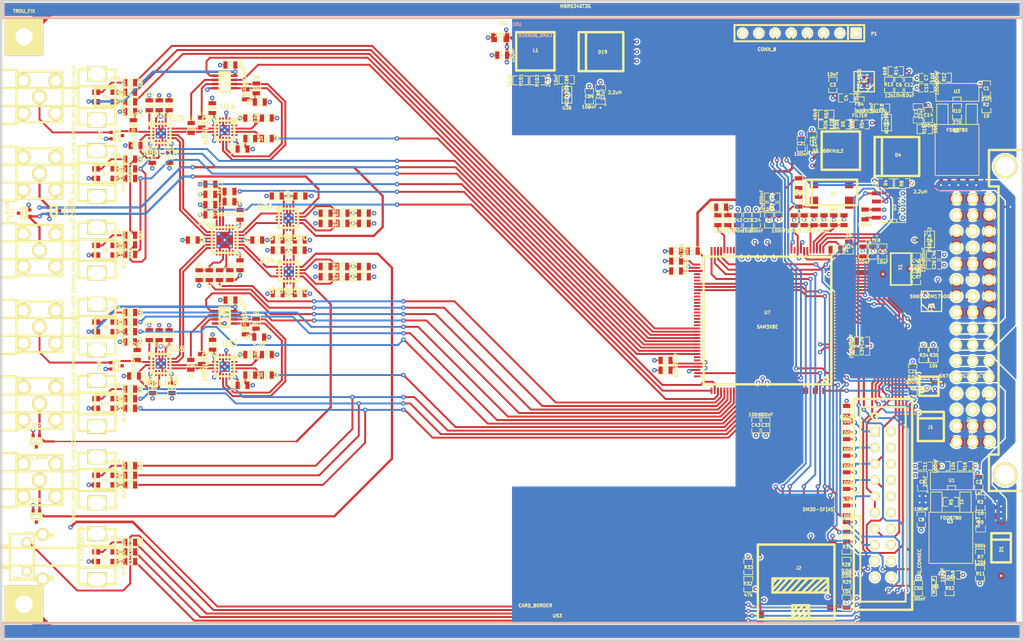
<source format=kicad_pcb>
(kicad_pcb (version 3) (host pcbnew "(2013-07-07 BZR 4022)-stable")
  (title_block (title "High-speed Dual Delay Lines") (rev 1.0) (company "University of Geneva                         www.easy-phi.ch"))
  (layers (15 Dessus signal hide) (2 Interne3 signal hide) (1 Interne2 signal hide) (0 Dessous signal hide))
  (net 0 "")
  (net 1 +12V)
  (net 2 +2.5V)
  (net 3 +3.3V)
  (net 4 +3.3VADC)
  (net 5 +5V)
  (net 6 /DelayLineGenerator/EnableB)
  (net 7 /DelayLineGenerator/IN_CHA)
  (net 8 /DelayLineGenerator/IN_CHB)
  (net 9 /DelayLineGenerator/OUT1_CHA)
  (net 10 /DelayLineGenerator/OUT1_CHB)
  (net 11 /DelayLineGenerator/OUT2_CHA)
  (net 12 /DelayLineGenerator/OUT2_CHB)
  (net 13 /DelayLineGenerator/SCLK)
  (net 14 /DelayLineGenerator/SLOAD)
  (net 15 "/template core easyphi/1.8V_uC")
  (net 16 "/template core easyphi/12V_DETECT")
  (net 17 "/template core easyphi/12V_EN")
  (net 18 "/template core easyphi/12V_POK")
  (net 19 "/template core easyphi/5V_BP")
  (net 20 "/template core easyphi/5V_PGOOD")
  (net 21 "/template core easyphi/A19/SPI0_MOSI/PA26")
  (net 22 "/template core easyphi/CLK10_IN")
  (net 23 "/template core easyphi/CLK_10M")
  (net 24 "/template core easyphi/ECOL/D11/PC13")
  (net 25 "/template core easyphi/ECRS/D8/PC10")
  (net 26 "/template core easyphi/ECRSDV/ERXDV/PB4")
  (net 27 "/template core easyphi/ERASE_ARD")
  (net 28 "/template core easyphi/EREXER/PB7")
  (net 29 "/template core easyphi/ERX0/PB5")
  (net 30 "/template core easyphi/ERX1/PB6")
  (net 31 "/template core easyphi/ERX2/D9/PC11")
  (net 32 "/template core easyphi/ERX3/D10/PC12")
  (net 33 "/template core easyphi/ERXCK/D12/PC14")
  (net 34 "/template core easyphi/ETX0/PB2")
  (net 35 "/template core easyphi/ETX1/PB3")
  (net 36 "/template core easyphi/ETX2/D13/PC15")
  (net 37 "/template core easyphi/ETX3/D14/PC16")
  (net 38 "/template core easyphi/ETXCK/EREFCK/PB0")
  (net 39 "/template core easyphi/ETXEN/PB1")
  (net 40 "/template core easyphi/ETXER/D15/PC17")
  (net 41 "/template core easyphi/EXT_SYNC1")
  (net 42 "/template core easyphi/I2CSCL")
  (net 43 "/template core easyphi/I2CSDA")
  (net 44 "/template core easyphi/PWMH3/UTXD/PA9")
  (net 45 "/template core easyphi/PWMH5/NANDOE/PC19")
  (net 46 "/template core easyphi/PWMH6/NWE/NWR0/PC18")
  (net 47 "/template core easyphi/PWML1/D2/PC4")
  (net 48 "/template core easyphi/P_SD")
  (net 49 "/template core easyphi/RCB_1")
  (net 50 "/template core easyphi/RCB_2")
  (net 51 "/template core easyphi/RST_ARD")
  (net 52 "/template core easyphi/SYNC_STATE")
  (net 53 "/template core easyphi/SYNC_nOE")
  (net 54 "/template core easyphi/SYNC_nRST")
  (net 55 "/template core easyphi/USB_D+")
  (net 56 "/template core easyphi/USB_D+_CON")
  (net 57 "/template core easyphi/USB_D-")
  (net 58 "/template core easyphi/USB_D-_CON")
  (net 59 "/template core easyphi/USR_BUTTN")
  (net 60 "/template core easyphi/USR_LED1")
  (net 61 "/template core easyphi/USR_LED2")
  (net 62 "/template core easyphi/USR_LED3")
  (net 63 "/template core easyphi/VDD_PLL")
  (net 64 "/template core easyphi/VMCI")
  (net 65 "/template core easyphi/WKUP4/PWMH0/URXD/PA8")
  (net 66 "/template core easyphi/nCLK_10M_CON")
  (net 67 "/template core easyphi/uSD_DET")
  (net 68 GND)
  (net 69 N-00000111)
  (net 70 N-00000112)
  (net 71 N-00000113)
  (net 72 N-00000114)
  (net 73 N-00000115)
  (net 74 N-00000117)
  (net 75 N-00000118)
  (net 76 N-00000119)
  (net 77 N-00000120)
  (net 78 N-00000122)
  (net 79 N-00000124)
  (net 80 N-00000127)
  (net 81 N-00000129)
  (net 82 N-00000131)
  (net 83 N-00000132)
  (net 84 N-00000133)
  (net 85 N-00000134)
  (net 86 N-00000135)
  (net 87 N-00000136)
  (net 88 N-00000143)
  (net 89 N-00000144)
  (net 90 N-00000145)
  (net 91 N-00000147)
  (net 92 N-00000148)
  (net 93 N-00000149)
  (net 94 N-00000151)
  (net 95 N-00000153)
  (net 96 N-00000154)
  (net 97 N-00000158)
  (net 98 N-00000159)
  (net 99 N-00000160)
  (net 100 N-00000162)
  (net 101 N-00000163)
  (net 102 N-00000164)
  (net 103 N-00000165)
  (net 104 N-00000167)
  (net 105 N-00000168)
  (net 106 N-00000169)
  (net 107 N-00000174)
  (net 108 N-00000175)
  (net 109 N-0000018)
  (net 110 N-00000180)
  (net 111 N-00000183)
  (net 112 N-0000019)
  (net 113 N-00000192)
  (net 114 N-00000193)
  (net 115 N-00000195)
  (net 116 N-00000196)
  (net 117 N-00000197)
  (net 118 N-00000198)
  (net 119 N-00000199)
  (net 120 N-0000020)
  (net 121 N-00000200)
  (net 122 N-00000201)
  (net 123 N-00000202)
  (net 124 N-00000203)
  (net 125 N-00000204)
  (net 126 N-00000205)
  (net 127 N-00000206)
  (net 128 N-00000207)
  (net 129 N-00000208)
  (net 130 N-00000209)
  (net 131 N-00000210)
  (net 132 N-00000211)
  (net 133 N-00000212)
  (net 134 N-00000213)
  (net 135 N-00000214)
  (net 136 N-00000215)
  (net 137 N-00000216)
  (net 138 N-00000217)
  (net 139 N-00000218)
  (net 140 N-00000219)
  (net 141 N-00000221)
  (net 142 N-00000222)
  (net 143 N-00000223)
  (net 144 N-00000224)
  (net 145 N-00000225)
  (net 146 N-00000226)
  (net 147 N-00000227)
  (net 148 N-00000228)
  (net 149 N-00000229)
  (net 150 N-00000230)
  (net 151 N-00000231)
  (net 152 N-00000232)
  (net 153 N-00000233)
  (net 154 N-00000234)
  (net 155 N-00000235)
  (net 156 N-00000251)
  (net 157 N-00000258)
  (net 158 N-000005)
  (net 159 N-0000066)
  (net 160 N-0000067)
  (net 161 N-0000068)
  (net 162 N-0000069)
  (net 163 N-000007)
  (net 164 N-0000070)
  (net 165 N-0000073)
  (net 166 N-0000074)
  (net 167 N-0000075)
  (net 168 N-000008)
  (net 169 N-0000082)
  (net 170 N-0000083)
  (net 171 N-0000084)
  (net 172 N-0000085)
  (module card_border (layer Dessus) (at 130 51.3)
    (fp_text reference U52)
    (fp_text value CARD_BORDER)
    (pad 1 smd rect (at 0 0) (size 159 2) (layers Dessus Dessus.Pate Dessus.Masque) (net 68 GND))
  )
  (module LQFP-144 (layer Dessus) (at 170 100 180)
    (fp_text reference U7)
    (fp_text value SAM3X8E)
    (pad 1 smd rect (at -11 -8.75 180) (size 1 0.3) (layers Dessus Dessus.Pate Dessus.Masque) (net 23 "/template core easyphi/CLK_10M"))
    (pad 2 smd rect (at -11 -8.25 180) (size 1 0.3) (layers Dessus Dessus.Pate Dessus.Masque) (net 44 "/template core easyphi/PWMH3/UTXD/PA9"))
    (pad 3 smd rect (at -11 -7.75 180) (size 1 0.3) (layers Dessus Dessus.Pate Dessus.Masque))
    (pad 4 smd rect (at -11 -7.25 180) (size 1 0.3) (layers Dessus Dessus.Pate Dessus.Masque))
    (pad 5 smd rect (at -11 -6.75 180) (size 1 0.3) (layers Dessus Dessus.Pate Dessus.Masque) (net 60 "/template core easyphi/USR_LED1"))
    (pad 6 smd rect (at -11 -6.25 180) (size 1 0.3) (layers Dessus Dessus.Pate Dessus.Masque) (net 62 "/template core easyphi/USR_LED3"))
    (pad 7 smd rect (at -11 -5.75 180) (size 1 0.3) (layers Dessus Dessus.Pate Dessus.Masque))
    (pad 8 smd rect (at -11 -5.25 180) (size 1 0.3) (layers Dessus Dessus.Pate Dessus.Masque))
    (pad 9 smd rect (at -11 -4.75 180) (size 1 0.3) (layers Dessus Dessus.Pate Dessus.Masque) (net 43 "/template core easyphi/I2CSDA"))
    (pad 10 smd rect (at -11 -4.25 180) (size 1 0.3) (layers Dessus Dessus.Pate Dessus.Masque) (net 15 "/template core easyphi/1.8V_uC"))
    (pad 11 smd rect (at -11 -3.75 180) (size 1 0.3) (layers Dessus Dessus.Pate Dessus.Masque) (net 3 +3.3V))
    (pad 12 smd rect (at -11 -3.25 180) (size 1 0.3) (layers Dessus Dessus.Pate Dessus.Masque) (net 68 GND))
    (pad 13 smd rect (at -11 -2.75 180) (size 1 0.3) (layers Dessus Dessus.Pate Dessus.Masque))
    (pad 14 smd rect (at -11 -2.25 180) (size 1 0.3) (layers Dessus Dessus.Pate Dessus.Masque))
    (pad 15 smd rect (at -11 -1.75 180) (size 1 0.3) (layers Dessus Dessus.Pate Dessus.Masque))
    (pad 16 smd rect (at -11 -1.25 180) (size 1 0.3) (layers Dessus Dessus.Pate Dessus.Masque))
    (pad 17 smd rect (at -11 -0.75 180) (size 1 0.3) (layers Dessus Dessus.Pate Dessus.Masque))
    (pad 18 smd rect (at -11 -0.25 180) (size 1 0.3) (layers Dessus Dessus.Pate Dessus.Masque))
    (pad 19 smd rect (at -11 0.25 180) (size 1 0.3) (layers Dessus Dessus.Pate Dessus.Masque))
    (pad 20 smd rect (at -11 0.75 180) (size 1 0.3) (layers Dessus Dessus.Pate Dessus.Masque) (net 67 "/template core easyphi/uSD_DET"))
    (pad 21 smd rect (at -11 1.25 180) (size 1 0.3) (layers Dessus Dessus.Pate Dessus.Masque) (net 18 "/template core easyphi/12V_POK"))
    (pad 22 smd rect (at -11 1.75 180) (size 1 0.3) (layers Dessus Dessus.Pate Dessus.Masque) (net 17 "/template core easyphi/12V_EN"))
    (pad 23 smd rect (at -11 2.25 180) (size 1 0.3) (layers Dessus Dessus.Pate Dessus.Masque) (net 61 "/template core easyphi/USR_LED2"))
    (pad 24 smd rect (at -11 2.75 180) (size 1 0.3) (layers Dessus Dessus.Pate Dessus.Masque) (net 16 "/template core easyphi/12V_DETECT"))
    (pad 25 smd rect (at -11 3.25 180) (size 1 0.3) (layers Dessus Dessus.Pate Dessus.Masque) (net 54 "/template core easyphi/SYNC_nRST"))
    (pad 26 smd rect (at -11 3.75 180) (size 1 0.3) (layers Dessus Dessus.Pate Dessus.Masque) (net 53 "/template core easyphi/SYNC_nOE"))
    (pad 27 smd rect (at -11 4.25 180) (size 1 0.3) (layers Dessus Dessus.Pate Dessus.Masque) (net 65 "/template core easyphi/WKUP4/PWMH0/URXD/PA8"))
    (pad 28 smd rect (at -11 4.75 180) (size 1 0.3) (layers Dessus Dessus.Pate Dessus.Masque) (net 76 N-00000119))
    (pad 29 smd rect (at -11 5.25 180) (size 1 0.3) (layers Dessus Dessus.Pate Dessus.Masque) (net 77 N-00000120))
    (pad 30 smd rect (at -11 5.75 180) (size 1 0.3) (layers Dessus Dessus.Pate Dessus.Masque) (net 90 N-00000145))
    (pad 31 smd rect (at -11 6.25 180) (size 1 0.3) (layers Dessus Dessus.Pate Dessus.Masque) (net 70 N-00000112))
    (pad 32 smd rect (at -11 6.75 180) (size 1 0.3) (layers Dessus Dessus.Pate Dessus.Masque) (net 52 "/template core easyphi/SYNC_STATE"))
    (pad 33 smd rect (at -11 7.25 180) (size 1 0.3) (layers Dessus Dessus.Pate Dessus.Masque) (net 68 GND))
    (pad 34 smd rect (at -11 7.75 180) (size 1 0.3) (layers Dessus Dessus.Pate Dessus.Masque) (net 63 "/template core easyphi/VDD_PLL"))
    (pad 35 smd rect (at -11 8.25 180) (size 1 0.3) (layers Dessus Dessus.Pate Dessus.Masque) (net 114 N-00000193))
    (pad 36 smd rect (at -11 8.75 180) (size 1 0.3) (layers Dessus Dessus.Pate Dessus.Masque) (net 113 N-00000192))
    (pad 37 smd rect (at -8.75 11 270) (size 1 0.3) (layers Dessus Dessus.Pate Dessus.Masque) (net 55 "/template core easyphi/USB_D+"))
    (pad 38 smd rect (at -8.25 11 270) (size 1 0.3) (layers Dessus Dessus.Pate Dessus.Masque) (net 57 "/template core easyphi/USB_D-"))
    (pad 39 smd rect (at -7.75 11 270) (size 1 0.3) (layers Dessus Dessus.Pate Dessus.Masque) (net 19 "/template core easyphi/5V_BP"))
    (pad 40 smd rect (at -7.25 11 270) (size 1 0.3) (layers Dessus Dessus.Pate Dessus.Masque) (net 93 N-00000149))
    (pad 41 smd rect (at -6.75 11 270) (size 1 0.3) (layers Dessus Dessus.Pate Dessus.Masque) (net 92 N-00000148))
    (pad 42 smd rect (at -6.25 11 270) (size 1 0.3) (layers Dessus Dessus.Pate Dessus.Masque) (net 73 N-00000115))
    (pad 43 smd rect (at -5.75 11 270) (size 1 0.3) (layers Dessus Dessus.Pate Dessus.Masque) (net 103 N-00000165))
    (pad 44 smd rect (at -5.25 11 270) (size 1 0.3) (layers Dessus Dessus.Pate Dessus.Masque) (net 68 GND))
    (pad 45 smd rect (at -4.75 11 270) (size 1 0.3) (layers Dessus Dessus.Pate Dessus.Masque) (net 15 "/template core easyphi/1.8V_uC"))
    (pad 46 smd rect (at -4.25 11 270) (size 1 0.3) (layers Dessus Dessus.Pate Dessus.Masque))
    (pad 47 smd rect (at -3.75 11 270) (size 1 0.3) (layers Dessus Dessus.Pate Dessus.Masque) (net 51 "/template core easyphi/RST_ARD"))
    (pad 48 smd rect (at -3.25 11 270) (size 1 0.3) (layers Dessus Dessus.Pate Dessus.Masque) (net 111 N-00000183))
    (pad 49 smd rect (at -2.75 11 270) (size 1 0.3) (layers Dessus Dessus.Pate Dessus.Masque) (net 110 N-00000180))
    (pad 50 smd rect (at -2.25 11 270) (size 1 0.3) (layers Dessus Dessus.Pate Dessus.Masque))
    (pad 51 smd rect (at -1.75 11 270) (size 1 0.3) (layers Dessus Dessus.Pate Dessus.Masque))
    (pad 52 smd rect (at -1.25 11 270) (size 1 0.3) (layers Dessus Dessus.Pate Dessus.Masque) (net 3 +3.3V))
    (pad 53 smd rect (at -0.75 11 270) (size 1 0.3) (layers Dessus Dessus.Pate Dessus.Masque) (net 69 N-00000111))
    (pad 54 smd rect (at -0.25 11 270) (size 1 0.3) (layers Dessus Dessus.Pate Dessus.Masque) (net 68 GND))
    (pad 55 smd rect (at 0.25 11 270) (size 1 0.3) (layers Dessus Dessus.Pate Dessus.Masque))
    (pad 56 smd rect (at 0.75 11 270) (size 1 0.3) (layers Dessus Dessus.Pate Dessus.Masque) (net 15 "/template core easyphi/1.8V_uC"))
    (pad 57 smd rect (at 1.25 11 270) (size 1 0.3) (layers Dessus Dessus.Pate Dessus.Masque) (net 3 +3.3V))
    (pad 58 smd rect (at 1.75 11 270) (size 1 0.3) (layers Dessus Dessus.Pate Dessus.Masque) (net 68 GND))
    (pad 59 smd rect (at 2.25 11 270) (size 1 0.3) (layers Dessus Dessus.Pate Dessus.Masque))
    (pad 60 smd rect (at 2.75 11 270) (size 1 0.3) (layers Dessus Dessus.Pate Dessus.Masque))
    (pad 61 smd rect (at 3.25 11 270) (size 1 0.3) (layers Dessus Dessus.Pate Dessus.Masque) (net 15 "/template core easyphi/1.8V_uC"))
    (pad 62 smd rect (at 3.75 11 270) (size 1 0.3) (layers Dessus Dessus.Pate Dessus.Masque) (net 3 +3.3V))
    (pad 63 smd rect (at 4.25 11 270) (size 1 0.3) (layers Dessus Dessus.Pate Dessus.Masque))
    (pad 64 smd rect (at 4.75 11 270) (size 1 0.3) (layers Dessus Dessus.Pate Dessus.Masque))
    (pad 65 smd rect (at 5.25 11 270) (size 1 0.3) (layers Dessus Dessus.Pate Dessus.Masque))
    (pad 66 smd rect (at 5.75 11 270) (size 1 0.3) (layers Dessus Dessus.Pate Dessus.Masque))
    (pad 67 smd rect (at 6.25 11 270) (size 1 0.3) (layers Dessus Dessus.Pate Dessus.Masque))
    (pad 68 smd rect (at 6.75 11 270) (size 1 0.3) (layers Dessus Dessus.Pate Dessus.Masque) (net 89 N-00000144))
    (pad 69 smd rect (at 7.25 11 270) (size 1 0.3) (layers Dessus Dessus.Pate Dessus.Masque) (net 75 N-00000118))
    (pad 70 smd rect (at 7.75 11 270) (size 1 0.3) (layers Dessus Dessus.Pate Dessus.Masque) (net 42 "/template core easyphi/I2CSCL"))
    (pad 71 smd rect (at 8.25 11 270) (size 1 0.3) (layers Dessus Dessus.Pate Dessus.Masque) (net 83 N-00000132))
    (pad 72 smd rect (at 8.75 11 270) (size 1 0.3) (layers Dessus Dessus.Pate Dessus.Masque) (net 106 N-00000169))
    (pad 73 smd rect (at 11 8.75 180) (size 1 0.3) (layers Dessus Dessus.Pate Dessus.Masque) (net 91 N-00000147))
    (pad 74 smd rect (at 11 8.25 180) (size 1 0.3) (layers Dessus Dessus.Pate Dessus.Masque) (net 68 GND))
    (pad 75 smd rect (at 11 7.75 180) (size 1 0.3) (layers Dessus Dessus.Pate Dessus.Masque) (net 4 +3.3VADC))
    (pad 76 smd rect (at 11 7.25 180) (size 1 0.3) (layers Dessus Dessus.Pate Dessus.Masque))
    (pad 77 smd rect (at 11 6.75 180) (size 1 0.3) (layers Dessus Dessus.Pate Dessus.Masque))
    (pad 78 smd rect (at 11 6.25 180) (size 1 0.3) (layers Dessus Dessus.Pate Dessus.Masque))
    (pad 79 smd rect (at 11 5.75 180) (size 1 0.3) (layers Dessus Dessus.Pate Dessus.Masque) (net 104 N-00000167))
    (pad 80 smd rect (at 11 5.25 180) (size 1 0.3) (layers Dessus Dessus.Pate Dessus.Masque) (net 85 N-00000134))
    (pad 81 smd rect (at 11 4.75 180) (size 1 0.3) (layers Dessus Dessus.Pate Dessus.Masque) (net 105 N-00000168))
    (pad 82 smd rect (at 11 4.25 180) (size 1 0.3) (layers Dessus Dessus.Pate Dessus.Masque))
    (pad 83 smd rect (at 11 3.75 180) (size 1 0.3) (layers Dessus Dessus.Pate Dessus.Masque))
    (pad 84 smd rect (at 11 3.25 180) (size 1 0.3) (layers Dessus Dessus.Pate Dessus.Masque))
    (pad 85 smd rect (at 11 2.75 180) (size 1 0.3) (layers Dessus Dessus.Pate Dessus.Masque))
    (pad 86 smd rect (at 11 2.25 180) (size 1 0.3) (layers Dessus Dessus.Pate Dessus.Masque))
    (pad 87 smd rect (at 11 1.75 180) (size 1 0.3) (layers Dessus Dessus.Pate Dessus.Masque))
    (pad 88 smd rect (at 11 1.25 180) (size 1 0.3) (layers Dessus Dessus.Pate Dessus.Masque))
    (pad 89 smd rect (at 11 0.75 180) (size 1 0.3) (layers Dessus Dessus.Pate Dessus.Masque))
    (pad 90 smd rect (at 11 0.25 180) (size 1 0.3) (layers Dessus Dessus.Pate Dessus.Masque))
    (pad 91 smd rect (at 11 -0.25 180) (size 1 0.3) (layers Dessus Dessus.Pate Dessus.Masque))
    (pad 92 smd rect (at 11 -0.75 180) (size 1 0.3) (layers Dessus Dessus.Pate Dessus.Masque))
    (pad 93 smd rect (at 11 -1.25 180) (size 1 0.3) (layers Dessus Dessus.Pate Dessus.Masque) (net 31 "/template core easyphi/ERX2/D9/PC11"))
    (pad 94 smd rect (at 11 -1.75 180) (size 1 0.3) (layers Dessus Dessus.Pate Dessus.Masque) (net 32 "/template core easyphi/ERX3/D10/PC12"))
    (pad 95 smd rect (at 11 -2.25 180) (size 1 0.3) (layers Dessus Dessus.Pate Dessus.Masque) (net 24 "/template core easyphi/ECOL/D11/PC13"))
    (pad 96 smd rect (at 11 -2.75 180) (size 1 0.3) (layers Dessus Dessus.Pate Dessus.Masque) (net 33 "/template core easyphi/ERXCK/D12/PC14"))
    (pad 97 smd rect (at 11 -3.25 180) (size 1 0.3) (layers Dessus Dessus.Pate Dessus.Masque) (net 36 "/template core easyphi/ETX2/D13/PC15"))
    (pad 98 smd rect (at 11 -3.75 180) (size 1 0.3) (layers Dessus Dessus.Pate Dessus.Masque) (net 37 "/template core easyphi/ETX3/D14/PC16"))
    (pad 99 smd rect (at 11 -4.25 180) (size 1 0.3) (layers Dessus Dessus.Pate Dessus.Masque) (net 40 "/template core easyphi/ETXER/D15/PC17"))
    (pad 100 smd rect (at 11 -4.75 180) (size 1 0.3) (layers Dessus Dessus.Pate Dessus.Masque) (net 46 "/template core easyphi/PWMH6/NWE/NWR0/PC18"))
    (pad 101 smd rect (at 11 -5.25 180) (size 1 0.3) (layers Dessus Dessus.Pate Dessus.Masque) (net 45 "/template core easyphi/PWMH5/NANDOE/PC19"))
    (pad 102 smd rect (at 11 -5.75 180) (size 1 0.3) (layers Dessus Dessus.Pate Dessus.Masque))
    (pad 103 smd rect (at 11 -6.25 180) (size 1 0.3) (layers Dessus Dessus.Pate Dessus.Masque))
    (pad 104 smd rect (at 11 -6.75 180) (size 1 0.3) (layers Dessus Dessus.Pate Dessus.Masque) (net 15 "/template core easyphi/1.8V_uC"))
    (pad 105 smd rect (at 11 -7.25 180) (size 1 0.3) (layers Dessus Dessus.Pate Dessus.Masque) (net 3 +3.3V))
    (pad 106 smd rect (at 11 -7.75 180) (size 1 0.3) (layers Dessus Dessus.Pate Dessus.Masque) (net 68 GND))
    (pad 107 smd rect (at 11 -8.25 180) (size 1 0.3) (layers Dessus Dessus.Pate Dessus.Masque) (net 84 N-00000133))
    (pad 108 smd rect (at 11 -8.75 180) (size 1 0.3) (layers Dessus Dessus.Pate Dessus.Masque))
    (pad 109 smd rect (at 8.75 -11 270) (size 1 0.3) (layers Dessus Dessus.Pate Dessus.Masque) (net 21 "/template core easyphi/A19/SPI0_MOSI/PA26"))
    (pad 110 smd rect (at 8.25 -11 270) (size 1 0.3) (layers Dessus Dessus.Pate Dessus.Masque) (net 13 /DelayLineGenerator/SCLK))
    (pad 111 smd rect (at 7.75 -11 270) (size 1 0.3) (layers Dessus Dessus.Pate Dessus.Masque) (net 14 /DelayLineGenerator/SLOAD))
    (pad 112 smd rect (at 7.25 -11 270) (size 1 0.3) (layers Dessus Dessus.Pate Dessus.Masque) (net 6 /DelayLineGenerator/EnableB))
    (pad 113 smd rect (at 6.75 -11 270) (size 1 0.3) (layers Dessus Dessus.Pate Dessus.Masque) (net 38 "/template core easyphi/ETXCK/EREFCK/PB0"))
    (pad 114 smd rect (at 6.25 -11 270) (size 1 0.3) (layers Dessus Dessus.Pate Dessus.Masque) (net 39 "/template core easyphi/ETXEN/PB1"))
    (pad 115 smd rect (at 5.75 -11 270) (size 1 0.3) (layers Dessus Dessus.Pate Dessus.Masque) (net 34 "/template core easyphi/ETX0/PB2"))
    (pad 116 smd rect (at 5.25 -11 270) (size 1 0.3) (layers Dessus Dessus.Pate Dessus.Masque) (net 47 "/template core easyphi/PWML1/D2/PC4"))
    (pad 117 smd rect (at 4.75 -11 270) (size 1 0.3) (layers Dessus Dessus.Pate Dessus.Masque) (net 25 "/template core easyphi/ECRS/D8/PC10"))
    (pad 118 smd rect (at 4.25 -11 270) (size 1 0.3) (layers Dessus Dessus.Pate Dessus.Masque) (net 35 "/template core easyphi/ETX1/PB3"))
    (pad 119 smd rect (at 3.75 -11 270) (size 1 0.3) (layers Dessus Dessus.Pate Dessus.Masque) (net 26 "/template core easyphi/ECRSDV/ERXDV/PB4"))
    (pad 120 smd rect (at 3.25 -11 270) (size 1 0.3) (layers Dessus Dessus.Pate Dessus.Masque) (net 29 "/template core easyphi/ERX0/PB5"))
    (pad 121 smd rect (at 2.75 -11 270) (size 1 0.3) (layers Dessus Dessus.Pate Dessus.Masque) (net 30 "/template core easyphi/ERX1/PB6"))
    (pad 122 smd rect (at 2.25 -11 270) (size 1 0.3) (layers Dessus Dessus.Pate Dessus.Masque) (net 28 "/template core easyphi/EREXER/PB7"))
    (pad 123 smd rect (at 1.75 -11 270) (size 1 0.3) (layers Dessus Dessus.Pate Dessus.Masque))
    (pad 124 smd rect (at 1.25 -11 270) (size 1 0.3) (layers Dessus Dessus.Pate Dessus.Masque) (net 15 "/template core easyphi/1.8V_uC"))
    (pad 125 smd rect (at 0.75 -11 270) (size 1 0.3) (layers Dessus Dessus.Pate Dessus.Masque) (net 3 +3.3V))
    (pad 126 smd rect (at 0.25 -11 270) (size 1 0.3) (layers Dessus Dessus.Pate Dessus.Masque) (net 68 GND))
    (pad 127 smd rect (at -0.25 -11 270) (size 1 0.3) (layers Dessus Dessus.Pate Dessus.Masque))
    (pad 128 smd rect (at -0.75 -11 270) (size 1 0.3) (layers Dessus Dessus.Pate Dessus.Masque))
    (pad 129 smd rect (at -1.25 -11 270) (size 1 0.3) (layers Dessus Dessus.Pate Dessus.Masque))
    (pad 130 smd rect (at -1.75 -11 270) (size 1 0.3) (layers Dessus Dessus.Pate Dessus.Masque) (net 27 "/template core easyphi/ERASE_ARD"))
    (pad 131 smd rect (at -2.25 -11 270) (size 1 0.3) (layers Dessus Dessus.Pate Dessus.Masque))
    (pad 132 smd rect (at -2.75 -11 270) (size 1 0.3) (layers Dessus Dessus.Pate Dessus.Masque))
    (pad 133 smd rect (at -3.25 -11 270) (size 1 0.3) (layers Dessus Dessus.Pate Dessus.Masque))
    (pad 134 smd rect (at -3.75 -11 270) (size 1 0.3) (layers Dessus Dessus.Pate Dessus.Masque))
    (pad 135 smd rect (at -4.25 -11 270) (size 1 0.3) (layers Dessus Dessus.Pate Dessus.Masque))
    (pad 136 smd rect (at -4.75 -11 270) (size 1 0.3) (layers Dessus Dessus.Pate Dessus.Masque))
    (pad 137 smd rect (at -5.25 -11 270) (size 1 0.3) (layers Dessus Dessus.Pate Dessus.Masque))
    (pad 138 smd rect (at -5.75 -11 270) (size 1 0.3) (layers Dessus Dessus.Pate Dessus.Masque))
    (pad 139 smd rect (at -6.25 -11 270) (size 1 0.3) (layers Dessus Dessus.Pate Dessus.Masque))
    (pad 140 smd rect (at -6.75 -11 270) (size 1 0.3) (layers Dessus Dessus.Pate Dessus.Masque))
    (pad 141 smd rect (at -7.25 -11 270) (size 1 0.3) (layers Dessus Dessus.Pate Dessus.Masque))
    (pad 142 smd rect (at -7.75 -11 270) (size 1 0.3) (layers Dessus Dessus.Pate Dessus.Masque) (net 59 "/template core easyphi/USR_BUTTN"))
    (pad 143 smd rect (at -8.25 -11 270) (size 1 0.3) (layers Dessus Dessus.Pate Dessus.Masque) (net 48 "/template core easyphi/P_SD"))
    (pad 144 smd rect (at -8.75 -11 270) (size 1 0.3) (layers Dessus Dessus.Pate Dessus.Masque) (net 52 "/template core easyphi/SYNC_STATE"))
  )
  (module SM0603_Capa (layer Dessus) (at 192.15 63.1 90)
    (fp_text reference C12)
    (fp_text value 10uF)
    (pad 1 smd rect (at -0.762 0 90) (size 0.635 1.143) (layers Dessus Dessus.Pate Dessus.Masque) (net 4 +3.3VADC))
    (pad 2 smd rect (at 0.762 0 90) (size 0.635 1.143) (layers Dessus Dessus.Pate Dessus.Masque) (net 68 GND))
  )
  (module SM0603_Capa (layer Dessus) (at 182.35 65.15 180)
    (fp_text reference C4)
    (fp_text value 10uF)
    (pad 1 smd rect (at -0.762 0 180) (size 0.635 1.143) (layers Dessus Dessus.Pate Dessus.Masque) (net 97 N-00000158))
    (pad 2 smd rect (at 0.762 0 180) (size 0.635 1.143) (layers Dessus Dessus.Pate Dessus.Masque) (net 68 GND))
  )
  (module SM0603_Capa (layer Dessus) (at 184.95 89.2 90)
    (fp_text reference C51)
    (fp_text value 100nF)
    (pad 1 smd rect (at -0.762 0 90) (size 0.635 1.143) (layers Dessus Dessus.Pate Dessus.Masque) (net 63 "/template core easyphi/VDD_PLL"))
    (pad 2 smd rect (at 0.762 0 90) (size 0.635 1.143) (layers Dessus Dessus.Pate Dessus.Masque) (net 68 GND))
  )
  (module SM0603_Capa (layer Dessus) (at 155.7 89.15 180)
    (fp_text reference C53)
    (fp_text value 10uF)
    (pad 1 smd rect (at -0.762 0 180) (size 0.635 1.143) (layers Dessus Dessus.Pate Dessus.Masque) (net 91 N-00000147))
    (pad 2 smd rect (at 0.762 0 180) (size 0.635 1.143) (layers Dessus Dessus.Pate Dessus.Masque) (net 68 GND))
  )
  (module SM0603_Capa (layer Dessus) (at 178.85 84.3 90)
    (fp_text reference C52)
    (fp_text value 10uF)
    (pad 1 smd rect (at -0.762 0 90) (size 0.635 1.143) (layers Dessus Dessus.Pate Dessus.Masque) (net 92 N-00000148))
    (pad 2 smd rect (at 0.762 0 90) (size 0.635 1.143) (layers Dessus Dessus.Pate Dessus.Masque) (net 68 GND))
  )
  (module SM0603_Resistor (layer Dessus) (at 162.75 82.25)
    (fp_text reference D10)
    (fp_text value LED)
    (pad 1 smd rect (at -0.762 0) (size 0.635 1.143) (layers Dessus Dessus.Pate Dessus.Masque) (net 88 N-00000143))
    (pad 2 smd rect (at 0.762 0) (size 0.635 1.143) (layers Dessus Dessus.Pate Dessus.Masque) (net 68 GND))
  )
  (module SM0603_Resistor (layer Dessus) (at 186.5 89.2 270)
    (fp_text reference FB3)
    (fp_text value FILTER)
    (pad 1 smd rect (at -0.762 0 270) (size 0.635 1.143) (layers Dessus Dessus.Pate Dessus.Masque) (net 15 "/template core easyphi/1.8V_uC"))
    (pad 2 smd rect (at 0.762 0 270) (size 0.635 1.143) (layers Dessus Dessus.Pate Dessus.Masque) (net 63 "/template core easyphi/VDD_PLL"))
  )
  (module SM0603_Resistor (layer Dessus) (at 184.45 66.2 90)
    (fp_text reference FB4)
    (fp_text value FILTER)
    (pad 1 smd rect (at -0.762 0 90) (size 0.635 1.143) (layers Dessus Dessus.Pate Dessus.Masque) (net 5 +5V))
    (pad 2 smd rect (at 0.762 0 90) (size 0.635 1.143) (layers Dessus Dessus.Pate Dessus.Masque) (net 97 N-00000158))
  )
  (module SM0603_Resistor (layer Dessus) (at 158.3 89.15)
    (fp_text reference FB2)
    (fp_text value FILTER)
    (pad 1 smd rect (at -0.762 0) (size 0.635 1.143) (layers Dessus Dessus.Pate Dessus.Masque) (net 91 N-00000147))
    (pad 2 smd rect (at 0.762 0) (size 0.635 1.143) (layers Dessus Dessus.Pate Dessus.Masque) (net 4 +3.3VADC))
  )
  (module SM0603_Resistor (layer Dessus) (at 175.75 84.3 90)
    (fp_text reference FB1)
    (fp_text value FILTER)
    (pad 1 smd rect (at -0.762 0 90) (size 0.635 1.143) (layers Dessus Dessus.Pate Dessus.Masque) (net 92 N-00000148))
    (pad 2 smd rect (at 0.762 0 90) (size 0.635 1.143) (layers Dessus Dessus.Pate Dessus.Masque) (net 3 +3.3V))
  )
  (module SM0603_Capa (layer Dessus) (at 193.65 141.95 90)
    (fp_text reference C50)
    (fp_text value 100nF)
    (pad 1 smd rect (at -0.762 0 90) (size 0.635 1.143) (layers Dessus Dessus.Pate Dessus.Masque) (net 64 "/template core easyphi/VMCI"))
    (pad 2 smd rect (at 0.762 0 90) (size 0.635 1.143) (layers Dessus Dessus.Pate Dessus.Masque) (net 68 GND))
  )
  (module SM0603_Capa (layer Dessus) (at 199.1 139.85)
    (fp_text reference C49)
    (fp_text value 100nF)
    (pad 1 smd rect (at -0.762 0) (size 0.635 1.143) (layers Dessus Dessus.Pate Dessus.Masque) (net 3 +3.3V))
    (pad 2 smd rect (at 0.762 0) (size 0.635 1.143) (layers Dessus Dessus.Pate Dessus.Masque) (net 68 GND))
  )
  (module SM0603_Resistor (layer Dessus) (at 198.55 141.9 270)
    (fp_text reference R52)
    (fp_text value 100k)
    (pad 1 smd rect (at -0.762 0 270) (size 0.635 1.143) (layers Dessus Dessus.Pate Dessus.Masque) (net 3 +3.3V))
    (pad 2 smd rect (at 0.762 0 270) (size 0.635 1.143) (layers Dessus Dessus.Pate Dessus.Masque) (net 48 "/template core easyphi/P_SD"))
  )
  (module SOT23GDS (layer Dessus) (at 196.1 141.6 270)
    (fp_text reference Q1)
    (fp_text value MOS_P)
    (pad S smd rect (at -0.889 -1.016 270) (size 0.9144 0.9144) (layers Dessus Dessus.Pate Dessus.Masque) (net 3 +3.3V))
    (pad G smd rect (at 0.889 -1.016 270) (size 0.9144 0.9144) (layers Dessus Dessus.Pate Dessus.Masque) (net 48 "/template core easyphi/P_SD"))
    (pad D smd rect (at 0 1.016 270) (size 0.9144 0.9144) (layers Dessus Dessus.Pate Dessus.Masque) (net 64 "/template core easyphi/VMCI"))
  )
  (module TVS_SMLVT (layer Dessus) (at 195.59778 116.60124 270)
    (fp_text reference D2)
    (fp_text value "3.3V TVS")
    (pad 2 smd rect (at -2.1209 0 270) (size 1.80086 2.17932) (layers Dessus Dessus.Pate Dessus.Masque) (net 41 "/template core easyphi/EXT_SYNC1"))
    (pad 1 smd rect (at 2.1209 0 270) (size 1.80086 2.17932) (layers Dessus Dessus.Pate Dessus.Masque) (net 68 GND))
  )
  (module ABS25 (layer Dessus) (at 180.05 79.95)
    (fp_text reference X2)
    (fp_text value 32.768KHz)
    (pad 1 smd rect (at -2.75082 1.6002) (size 1.30048 1.89992) (layers Dessus Dessus.Pate Dessus.Masque) (net 111 N-00000183))
    (pad 2 smd rect (at 2.75082 1.6002) (size 1.30048 1.89992) (layers Dessus Dessus.Pate Dessus.Masque))
    (pad 3 smd rect (at 2.75082 -1.6002) (size 1.30048 1.89992) (layers Dessus Dessus.Pate Dessus.Masque))
    (pad 4 smd rect (at -2.75082 -1.6002) (size 1.30048 1.89992) (layers Dessus Dessus.Pate Dessus.Masque) (net 110 N-00000180))
  )
  (module SM0603_Resistor (layer Dessus) (at 182.4 119.35 270)
    (fp_text reference R17)
    (fp_text value 100k)
    (pad 1 smd rect (at -0.762 0 270) (size 0.635 1.143) (layers Dessus Dessus.Pate Dessus.Masque) (net 3 +3.3V))
    (pad 2 smd rect (at 0.762 0 270) (size 0.635 1.143) (layers Dessus Dessus.Pate Dessus.Masque) (net 71 N-00000113))
  )
  (module SM0603_Resistor (layer Dessus) (at 182.4 132.35 270)
    (fp_text reference R22)
    (fp_text value 100k)
    (pad 1 smd rect (at -0.762 0 270) (size 0.635 1.143) (layers Dessus Dessus.Pate Dessus.Masque) (net 3 +3.3V))
    (pad 2 smd rect (at 0.762 0 270) (size 0.635 1.143) (layers Dessus Dessus.Pate Dessus.Masque) (net 75 N-00000118))
  )
  (module SM0603_Resistor (layer Dessus) (at 182.4 127.15 270)
    (fp_text reference R20)
    (fp_text value 100k)
    (pad 1 smd rect (at -0.762 0 270) (size 0.635 1.143) (layers Dessus Dessus.Pate Dessus.Masque) (net 3 +3.3V))
    (pad 2 smd rect (at 0.762 0 270) (size 0.635 1.143) (layers Dessus Dessus.Pate Dessus.Masque) (net 76 N-00000119))
  )
  (module SM0603_Resistor (layer Dessus) (at 182.4 124.55 270)
    (fp_text reference R19)
    (fp_text value 100k)
    (pad 1 smd rect (at -0.762 0 270) (size 0.635 1.143) (layers Dessus Dessus.Pate Dessus.Masque) (net 3 +3.3V))
    (pad 2 smd rect (at 0.762 0 270) (size 0.635 1.143) (layers Dessus Dessus.Pate Dessus.Masque) (net 70 N-00000112))
  )
  (module SM0603_Resistor (layer Dessus) (at 182.4 121.95 270)
    (fp_text reference R18)
    (fp_text value 100k)
    (pad 1 smd rect (at -0.762 0 270) (size 0.635 1.143) (layers Dessus Dessus.Pate Dessus.Masque) (net 3 +3.3V))
    (pad 2 smd rect (at 0.762 0 270) (size 0.635 1.143) (layers Dessus Dessus.Pate Dessus.Masque) (net 77 N-00000120))
  )
  (module uMAX-uSOP_10 (layer Dessus) (at 199.69734 64.26708 90)
    (fp_text reference U2)
    (fp_text value MAX5925D hide)
    (pad 1 smd rect (at -1.00076 2.10058 90) (size 0.24892 1.905) (layers Dessus Dessus.Pate Dessus.Masque) (net 102 N-00000164))
    (pad 2 smd rect (at -0.50038 2.10058 90) (size 0.24892 1.905) (layers Dessus Dessus.Pate Dessus.Masque) (net 74 N-00000117))
    (pad 3 smd rect (at 0 2.10058 90) (size 0.24892 1.905) (layers Dessus Dessus.Pate Dessus.Masque) (net 102 N-00000164))
    (pad 4 smd rect (at 0.50038 2.10058 90) (size 0.24892 1.905) (layers Dessus Dessus.Pate Dessus.Masque) (net 20 "/template core easyphi/5V_PGOOD"))
    (pad 5 smd rect (at 1.00076 2.10058 90) (size 0.24892 1.905) (layers Dessus Dessus.Pate Dessus.Masque) (net 68 GND))
    (pad 6 smd rect (at 1.00076 -2.10058 90) (size 0.24892 1.905) (layers Dessus Dessus.Pate Dessus.Masque) (net 98 N-00000159))
    (pad 7 smd rect (at 0.50038 -2.10058 90) (size 0.24892 1.905) (layers Dessus Dessus.Pate Dessus.Masque) (net 99 N-00000160))
    (pad 8 smd rect (at 0 -2.10058 90) (size 0.24892 1.905) (layers Dessus Dessus.Pate Dessus.Masque) (net 5 +5V))
    (pad 9 smd rect (at -0.50038 -2.10058 90) (size 0.24892 1.905) (layers Dessus Dessus.Pate Dessus.Masque) (net 5 +5V))
    (pad 10 smd rect (at -1.00076 -2.10058 90) (size 0.24892 1.905) (layers Dessus Dessus.Pate Dessus.Masque) (net 101 N-00000163))
  )
  (module uMAX-uSOP_10 (layer Dessus) (at 198.8312 125.11278 90)
    (fp_text reference U1)
    (fp_text value MAX5924D hide)
    (pad 1 smd rect (at -1.00076 2.10058 90) (size 0.24892 1.905) (layers Dessus Dessus.Pate Dessus.Masque) (net 86 N-00000135))
    (pad 2 smd rect (at -0.50038 2.10058 90) (size 0.24892 1.905) (layers Dessus Dessus.Pate Dessus.Masque) (net 86 N-00000135))
    (pad 3 smd rect (at 0 2.10058 90) (size 0.24892 1.905) (layers Dessus Dessus.Pate Dessus.Masque) (net 17 "/template core easyphi/12V_EN"))
    (pad 4 smd rect (at 0.50038 2.10058 90) (size 0.24892 1.905) (layers Dessus Dessus.Pate Dessus.Masque) (net 18 "/template core easyphi/12V_POK"))
    (pad 5 smd rect (at 1.00076 2.10058 90) (size 0.24892 1.905) (layers Dessus Dessus.Pate Dessus.Masque) (net 68 GND))
    (pad 6 smd rect (at 1.00076 -2.10058 90) (size 0.24892 1.905) (layers Dessus Dessus.Pate Dessus.Masque) (net 81 N-00000129))
    (pad 7 smd rect (at 0.50038 -2.10058 90) (size 0.24892 1.905) (layers Dessus Dessus.Pate Dessus.Masque) (net 96 N-00000154))
    (pad 8 smd rect (at 0 -2.10058 90) (size 0.24892 1.905) (layers Dessus Dessus.Pate Dessus.Masque) (net 1 +12V))
    (pad 9 smd rect (at -0.50038 -2.10058 90) (size 0.24892 1.905) (layers Dessus Dessus.Pate Dessus.Masque) (net 82 N-00000131))
    (pad 10 smd rect (at -1.00076 -2.10058 90) (size 0.24892 1.905) (layers Dessus Dessus.Pate Dessus.Masque) (net 50 "/template core easyphi/RCB_2"))
  )
  (module TVS_SMAJ (layer Dessus) (at 206.60106 135.60044 270)
    (fp_text reference D1)
    (fp_text value "TVS 12V")
    (pad 2 smd rect (at -2.1844 0 270) (size 2.159 1.905) (layers Dessus Dessus.Pate Dessus.Masque) (net 49 "/template core easyphi/RCB_1"))
    (pad 1 smd rect (at 2.1844 0 270) (size 2.159 1.905) (layers Dessus Dessus.Pate Dessus.Masque) (net 68 GND))
  )
  (module SOT23_6 (layer Dessus) (at 195.4 87.3 270)
    (fp_text reference U4)
    (fp_text value USBLC6-2)
    (pad 6 smd rect (at -0.9525 -1.27 270) (size 0.70104 1.00076) (layers Dessus Dessus.Pate Dessus.Masque) (net 58 "/template core easyphi/USB_D-_CON"))
    (pad 5 smd rect (at 0 -1.27 270) (size 0.70104 1.00076) (layers Dessus Dessus.Pate Dessus.Masque) (net 19 "/template core easyphi/5V_BP"))
    (pad 4 smd rect (at 0.9525 -1.27 270) (size 0.70104 1.00076) (layers Dessus Dessus.Pate Dessus.Masque) (net 56 "/template core easyphi/USB_D+_CON"))
    (pad 3 smd rect (at 0.9525 1.27 270) (size 0.70104 1.00076) (layers Dessus Dessus.Pate Dessus.Masque) (net 55 "/template core easyphi/USB_D+"))
    (pad 2 smd rect (at 0 1.27 270) (size 0.70104 1.00076) (layers Dessus Dessus.Pate Dessus.Masque) (net 68 GND))
    (pad 1 smd rect (at -0.9525 1.27 270) (size 0.70104 1.00076) (layers Dessus Dessus.Pate Dessus.Masque) (net 57 "/template core easyphi/USB_D-"))
  )
  (module SO8E (layer Dessus) (at 189.75 82 90)
    (fp_text reference U3)
    (fp_text value 24LC64)
    (pad 8 smd rect (at -1.905 -2.667 90) (size 0.59944 1.39954) (layers Dessus Dessus.Pate Dessus.Masque) (net 3 +3.3V))
    (pad 1 smd rect (at -1.905 2.667 90) (size 0.59944 1.39954) (layers Dessus Dessus.Pate Dessus.Masque) (net 68 GND))
    (pad 7 smd rect (at -0.635 -2.667 90) (size 0.59944 1.39954) (layers Dessus Dessus.Pate Dessus.Masque) (net 68 GND))
    (pad 6 smd rect (at 0.635 -2.667 90) (size 0.59944 1.39954) (layers Dessus Dessus.Pate Dessus.Masque) (net 42 "/template core easyphi/I2CSCL"))
    (pad 5 smd rect (at 1.905 -2.667 90) (size 0.59944 1.39954) (layers Dessus Dessus.Pate Dessus.Masque) (net 43 "/template core easyphi/I2CSDA"))
    (pad 2 smd rect (at -0.635 2.667 90) (size 0.59944 1.39954) (layers Dessus Dessus.Pate Dessus.Masque) (net 68 GND))
    (pad 3 smd rect (at 0.635 2.667 90) (size 0.59944 1.39954) (layers Dessus Dessus.Pate Dessus.Masque) (net 68 GND))
    (pad 4 smd rect (at 1.905 2.667 90) (size 0.59944 1.39954) (layers Dessus Dessus.Pate Dessus.Masque) (net 68 GND))
  )
  (module SM0805 (layer Dessus) (at 193.5988 67.56654 90)
    (fp_text reference C13)
    (fp_text value 22uF)
    (pad 1 smd rect (at -0.9525 0 90) (size 0.889 1.397) (layers Dessus Dessus.Pate Dessus.Masque) (net 5 +5V))
    (pad 2 smd rect (at 0.9525 0 90) (size 0.889 1.397) (layers Dessus Dessus.Pate Dessus.Masque) (net 68 GND))
  )
  (module SM0805 (layer Dessus) (at 194.2973 125.20168 90)
    (fp_text reference C5)
    (fp_text value 22uF)
    (pad 1 smd rect (at -0.9525 0 90) (size 0.889 1.397) (layers Dessus Dessus.Pate Dessus.Masque) (net 1 +12V))
    (pad 2 smd rect (at 0.9525 0 90) (size 0.889 1.397) (layers Dessus Dessus.Pate Dessus.Masque) (net 68 GND))
  )
  (module SM0805 (layer Dessus) (at 177 71.95 90)
    (fp_text reference C22)
    (fp_text value 22uF)
    (pad 1 smd rect (at -0.9525 0 90) (size 0.889 1.397) (layers Dessus Dessus.Pate Dessus.Masque) (net 3 +3.3V))
    (pad 2 smd rect (at 0.9525 0 90) (size 0.889 1.397) (layers Dessus Dessus.Pate Dessus.Masque) (net 68 GND))
  )
  (module SM0805 (layer Dessus) (at 203.39558 131.60248 270)
    (fp_text reference R9)
    (fp_text value 0.03)
    (pad 1 smd rect (at -0.9525 0 270) (size 0.889 1.397) (layers Dessus Dessus.Pate Dessus.Masque) (net 49 "/template core easyphi/RCB_1"))
    (pad 2 smd rect (at 0.9525 0 270) (size 0.889 1.397) (layers Dessus Dessus.Pate Dessus.Masque) (net 82 N-00000131))
  )
  (module SM0603_Resistor (layer Dessus) (at 188.5 78.5)
    (fp_text reference R4)
    (fp_text value 2k)
    (pad 1 smd rect (at -0.762 0) (size 0.635 1.143) (layers Dessus Dessus.Pate Dessus.Masque) (net 3 +3.3V))
    (pad 2 smd rect (at 0.762 0) (size 0.635 1.143) (layers Dessus Dessus.Pate Dessus.Masque) (net 43 "/template core easyphi/I2CSDA"))
  )
  (module SM0603_Resistor (layer Dessus) (at 190.1 60.95)
    (fp_text reference R14)
    (fp_text value 6k8)
    (pad 1 smd rect (at -0.762 0) (size 0.635 1.143) (layers Dessus Dessus.Pate Dessus.Masque) (net 100 N-00000162))
    (pad 2 smd rect (at 0.762 0) (size 0.635 1.143) (layers Dessus Dessus.Pate Dessus.Masque) (net 68 GND))
  )
  (module SM0603_Resistor (layer Dessus) (at 189.05 63.1 90)
    (fp_text reference R13)
    (fp_text value 12k)
    (pad 1 smd rect (at -0.762 0 90) (size 0.635 1.143) (layers Dessus Dessus.Pate Dessus.Masque) (net 4 +3.3VADC))
    (pad 2 smd rect (at 0.762 0 90) (size 0.635 1.143) (layers Dessus Dessus.Pate Dessus.Masque) (net 100 N-00000162))
  )
  (module SM0603_Resistor (layer Dessus) (at 197.5993 61.96584)
    (fp_text reference R12)
    (fp_text value 100)
    (pad 1 smd rect (at -0.762 0) (size 0.635 1.143) (layers Dessus Dessus.Pate Dessus.Masque) (net 5 +5V))
    (pad 2 smd rect (at 0.762 0) (size 0.635 1.143) (layers Dessus Dessus.Pate Dessus.Masque) (net 74 N-00000117))
  )
  (module SM0603_Resistor (layer Dessus) (at 203.3 139.6 270)
    (fp_text reference R11)
    (fp_text value 120k)
    (pad 1 smd rect (at -0.762 0 270) (size 0.635 1.143) (layers Dessus Dessus.Pate Dessus.Masque) (net 16 "/template core easyphi/12V_DETECT"))
    (pad 2 smd rect (at 0.762 0 270) (size 0.635 1.143) (layers Dessus Dessus.Pate Dessus.Masque) (net 68 GND))
  )
  (module SM0603_Resistor (layer Dessus) (at 199.69734 67.26682 90)
    (fp_text reference R10)
    (fp_text value 270)
    (pad 1 smd rect (at -0.762 0 90) (size 0.635 1.143) (layers Dessus Dessus.Pate Dessus.Masque) (net 19 "/template core easyphi/5V_BP"))
    (pad 2 smd rect (at 0.762 0 90) (size 0.635 1.143) (layers Dessus Dessus.Pate Dessus.Masque) (net 101 N-00000163))
  )
  (module SM0603_Resistor (layer Dessus) (at 191.1 78.5 180)
    (fp_text reference R8)
    (fp_text value 2k)
    (pad 1 smd rect (at -0.762 0 180) (size 0.635 1.143) (layers Dessus Dessus.Pate Dessus.Masque) (net 3 +3.3V))
    (pad 2 smd rect (at 0.762 0 180) (size 0.635 1.143) (layers Dessus Dessus.Pate Dessus.Masque) (net 42 "/template core easyphi/I2CSCL"))
  )
  (module SM0603_Resistor (layer Dessus) (at 203.29652 137.00252 270)
    (fp_text reference R7)
    (fp_text value 390k)
    (pad 1 smd rect (at -0.762 0 270) (size 0.635 1.143) (layers Dessus Dessus.Pate Dessus.Masque) (net 49 "/template core easyphi/RCB_1"))
    (pad 2 smd rect (at 0.762 0 270) (size 0.635 1.143) (layers Dessus Dessus.Pate Dessus.Masque) (net 16 "/template core easyphi/12V_DETECT"))
  )
  (module SM0603_Resistor (layer Dessus) (at 192.75 110.55 270)
    (fp_text reference R6)
    (fp_text value 10k)
    (pad 1 smd rect (at -0.762 0 270) (size 0.635 1.143) (layers Dessus Dessus.Pate Dessus.Masque) (net 3 +3.3V))
    (pad 2 smd rect (at 0.762 0 270) (size 0.635 1.143) (layers Dessus Dessus.Pate Dessus.Masque) (net 54 "/template core easyphi/SYNC_nRST"))
  )
  (module SM0603_Resistor (layer Dessus) (at 198.73214 128.41224 180)
    (fp_text reference R5)
    (fp_text value 1k)
    (pad 1 smd rect (at -0.762 0 180) (size 0.635 1.143) (layers Dessus Dessus.Pate Dessus.Masque) (net 49 "/template core easyphi/RCB_1"))
    (pad 2 smd rect (at 0.762 0 180) (size 0.635 1.143) (layers Dessus Dessus.Pate Dessus.Masque) (net 50 "/template core easyphi/RCB_2"))
  )
  (module SM0603_Resistor (layer Dessus) (at 203.39812 128.50114 90)
    (fp_text reference R3)
    (fp_text value 10)
    (pad 1 smd rect (at -0.762 0 90) (size 0.635 1.143) (layers Dessus Dessus.Pate Dessus.Masque) (net 49 "/template core easyphi/RCB_1"))
    (pad 2 smd rect (at 0.762 0 90) (size 0.635 1.143) (layers Dessus Dessus.Pate Dessus.Masque) (net 86 N-00000135))
  )
  (module SM0603_Resistor (layer Dessus) (at 204.29728 66.26606 90)
    (fp_text reference R2)
    (fp_text value 10)
    (pad 1 smd rect (at -0.762 0 90) (size 0.635 1.143) (layers Dessus Dessus.Pate Dessus.Masque) (net 19 "/template core easyphi/5V_BP"))
    (pad 2 smd rect (at 0.762 0 90) (size 0.635 1.143) (layers Dessus Dessus.Pate Dessus.Masque) (net 102 N-00000164))
  )
  (module SM0603_Resistor (layer Dessus) (at 197.3961 122.80138 180)
    (fp_text reference R1)
    (fp_text value 10k)
    (pad 1 smd rect (at -0.762 0 180) (size 0.635 1.143) (layers Dessus Dessus.Pate Dessus.Masque) (net 17 "/template core easyphi/12V_EN"))
    (pad 2 smd rect (at 0.762 0 180) (size 0.635 1.143) (layers Dessus Dessus.Pate Dessus.Masque) (net 68 GND))
  )
  (module SM0603_Resistor (layer Dessus) (at 181.8 69.3)
    (fp_text reference D5)
    (fp_text value LED)
    (pad 1 smd rect (at -0.762 0) (size 0.635 1.143) (layers Dessus Dessus.Pate Dessus.Masque) (net 72 N-00000114))
    (pad 2 smd rect (at 0.762 0) (size 0.635 1.143) (layers Dessus Dessus.Pate Dessus.Masque) (net 68 GND))
  )
  (module SM0603_Resistor (layer Dessus) (at 194.65 70.05 180)
    (fp_text reference R15)
    (fp_text value 10k)
    (pad 1 smd rect (at -0.762 0 180) (size 0.635 1.143) (layers Dessus Dessus.Pate Dessus.Masque) (net 5 +5V))
    (pad 2 smd rect (at 0.762 0 180) (size 0.635 1.143) (layers Dessus Dessus.Pate Dessus.Masque) (net 20 "/template core easyphi/5V_PGOOD"))
  )
  (module SM0603_Resistor (layer Dessus) (at 167 138.6 270)
    (fp_text reference R33)
    (fp_text value 47k)
    (pad 1 smd rect (at -0.762 0 270) (size 0.635 1.143) (layers Dessus Dessus.Pate Dessus.Masque) (net 3 +3.3V))
    (pad 2 smd rect (at 0.762 0 270) (size 0.635 1.143) (layers Dessus Dessus.Pate Dessus.Masque) (net 85 N-00000134))
  )
  (module SM0603_Resistor (layer Dessus) (at 167 141.3 90)
    (fp_text reference R32)
    (fp_text value 47k)
    (pad 1 smd rect (at -0.762 0 90) (size 0.635 1.143) (layers Dessus Dessus.Pate Dessus.Masque) (net 3 +3.3V))
    (pad 2 smd rect (at 0.762 0 90) (size 0.635 1.143) (layers Dessus Dessus.Pate Dessus.Masque) (net 104 N-00000167))
  )
  (module SM0603_Resistor (layer Dessus) (at 182.4 135.4 270)
    (fp_text reference R31)
    (fp_text value 47k)
    (pad 1 smd rect (at -0.762 0 270) (size 0.635 1.143) (layers Dessus Dessus.Pate Dessus.Masque) (net 3 +3.3V))
    (pad 2 smd rect (at 0.762 0 270) (size 0.635 1.143) (layers Dessus Dessus.Pate Dessus.Masque) (net 84 N-00000133))
  )
  (module SM0603_Resistor (layer Dessus) (at 182.4 129.75 270)
    (fp_text reference R30)
    (fp_text value 47k)
    (pad 1 smd rect (at -0.762 0 270) (size 0.635 1.143) (layers Dessus Dessus.Pate Dessus.Masque) (net 3 +3.3V))
    (pad 2 smd rect (at 0.762 0 270) (size 0.635 1.143) (layers Dessus Dessus.Pate Dessus.Masque) (net 105 N-00000168))
  )
  (module SM0603_Resistor (layer Dessus) (at 182.4 140.9 270)
    (fp_text reference R29)
    (fp_text value 10k)
    (pad 1 smd rect (at -0.762 0 270) (size 0.635 1.143) (layers Dessus Dessus.Pate Dessus.Masque) (net 3 +3.3V))
    (pad 2 smd rect (at 0.762 0 270) (size 0.635 1.143) (layers Dessus Dessus.Pate Dessus.Masque) (net 106 N-00000169))
  )
  (module SM0603_Resistor (layer Dessus) (at 182.4 138.3 90)
    (fp_text reference R28)
    (fp_text value 10k)
    (pad 1 smd rect (at -0.762 0 90) (size 0.635 1.143) (layers Dessus Dessus.Pate Dessus.Masque) (net 3 +3.3V))
    (pad 2 smd rect (at 0.762 0 90) (size 0.635 1.143) (layers Dessus Dessus.Pate Dessus.Masque) (net 83 N-00000132))
  )
  (module SM0603_Resistor (layer Dessus) (at 182.4 144.2 270)
    (fp_text reference R27)
    (fp_text value 10k)
    (pad 1 smd rect (at -0.762 0 270) (size 0.635 1.143) (layers Dessus Dessus.Pate Dessus.Masque) (net 3 +3.3V))
    (pad 2 smd rect (at 0.762 0 270) (size 0.635 1.143) (layers Dessus Dessus.Pate Dessus.Masque) (net 67 "/template core easyphi/uSD_DET"))
  )
  (module SM0603_Resistor (layer Dessus) (at 179.2 69.3 180)
    (fp_text reference R26)
    (fp_text value 100)
    (pad 1 smd rect (at -0.762 0 180) (size 0.635 1.143) (layers Dessus Dessus.Pate Dessus.Masque) (net 72 N-00000114))
    (pad 2 smd rect (at 0.762 0 180) (size 0.635 1.143) (layers Dessus Dessus.Pate Dessus.Masque) (net 3 +3.3V))
  )
  (module SM0603_Resistor (layer Dessus) (at 180.4 84.3 270)
    (fp_text reference R25)
    (fp_text value 6k8)
    (pad 1 smd rect (at -0.762 0 270) (size 0.635 1.143) (layers Dessus Dessus.Pate Dessus.Masque) (net 68 GND))
    (pad 2 smd rect (at 0.762 0 270) (size 0.635 1.143) (layers Dessus Dessus.Pate Dessus.Masque) (net 93 N-00000149))
  )
  (module SM0603_Resistor (layer Dessus) (at 182.75 88.4 270)
    (fp_text reference R24)
    (fp_text value 39)
    (pad 1 smd rect (at -0.762 0 270) (size 0.635 1.143) (layers Dessus Dessus.Pate Dessus.Masque) (net 57 "/template core easyphi/USB_D-"))
    (pad 2 smd rect (at 0.762 0 270) (size 0.635 1.143) (layers Dessus Dessus.Pate Dessus.Masque) (net 103 N-00000165))
  )
  (module SM0603_Resistor (layer Dessus) (at 180.65 88.9 180)
    (fp_text reference R23)
    (fp_text value 39)
    (pad 1 smd rect (at -0.762 0 180) (size 0.635 1.143) (layers Dessus Dessus.Pate Dessus.Masque) (net 55 "/template core easyphi/USB_D+"))
    (pad 2 smd rect (at 0.762 0 180) (size 0.635 1.143) (layers Dessus Dessus.Pate Dessus.Masque) (net 73 N-00000115))
  )
  (module SM0603_Resistor (layer Dessus) (at 170.25 84.3 270)
    (fp_text reference R21)
    (fp_text value 100k)
    (pad 1 smd rect (at -0.762 0 270) (size 0.635 1.143) (layers Dessus Dessus.Pate Dessus.Masque) (net 3 +3.3V))
    (pad 2 smd rect (at 0.762 0 270) (size 0.635 1.143) (layers Dessus Dessus.Pate Dessus.Masque) (net 69 N-00000111))
  )
  (module SM0603_Resistor (layer Dessus) (at 201 122.8 180)
    (fp_text reference R16)
    (fp_text value 10k)
    (pad 1 smd rect (at -0.762 0 180) (size 0.635 1.143) (layers Dessus Dessus.Pate Dessus.Masque) (net 3 +3.3V))
    (pad 2 smd rect (at 0.762 0 180) (size 0.635 1.143) (layers Dessus Dessus.Pate Dessus.Masque) (net 18 "/template core easyphi/12V_POK"))
  )
  (module SM0603_Capa (layer Dessus) (at 185.3 83.4 90)
    (fp_text reference C9)
    (fp_text value 100nF)
    (pad 1 smd rect (at -0.762 0 90) (size 0.635 1.143) (layers Dessus Dessus.Pate Dessus.Masque) (net 3 +3.3V))
    (pad 2 smd rect (at 0.762 0 90) (size 0.635 1.143) (layers Dessus Dessus.Pate Dessus.Masque) (net 68 GND))
  )
  (module SM0603_Capa (layer Dessus) (at 180.25 63.1 270)
    (fp_text reference C3)
    (fp_text value 10nF)
    (pad 1 smd rect (at -0.762 0 270) (size 0.635 1.143) (layers Dessus Dessus.Pate Dessus.Masque) (net 80 N-00000127))
    (pad 2 smd rect (at 0.762 0 270) (size 0.635 1.143) (layers Dessus Dessus.Pate Dessus.Masque) (net 68 GND))
  )
  (module SM0603_Capa (layer Dessus) (at 203.1 125.3 90)
    (fp_text reference C2)
    (fp_text value 1uF)
    (pad 1 smd rect (at -0.762 0 90) (size 0.635 1.143) (layers Dessus Dessus.Pate Dessus.Masque) (net 86 N-00000135))
    (pad 2 smd rect (at 0.762 0 90) (size 0.635 1.143) (layers Dessus Dessus.Pate Dessus.Masque) (net 68 GND))
  )
  (module SM0603_Capa (layer Dessus) (at 175.3 72.3 90)
    (fp_text reference C21)
    (fp_text value 100nF)
    (pad 1 smd rect (at -0.762 0 90) (size 0.635 1.143) (layers Dessus Dessus.Pate Dessus.Masque) (net 3 +3.3V))
    (pad 2 smd rect (at 0.762 0 90) (size 0.635 1.143) (layers Dessus Dessus.Pate Dessus.Masque) (net 68 GND))
  )
  (module SM0603_Capa (layer Dessus) (at 154.05 107.8 180)
    (fp_text reference C32)
    (fp_text value 100nF)
    (pad 1 smd rect (at -0.762 0 180) (size 0.635 1.143) (layers Dessus Dessus.Pate Dessus.Masque) (net 3 +3.3V))
    (pad 2 smd rect (at 0.762 0 180) (size 0.635 1.143) (layers Dessus Dessus.Pate Dessus.Masque) (net 68 GND))
  )
  (module SM0603_Capa (layer Dessus) (at 182 84.3 90)
    (fp_text reference C31)
    (fp_text value 22pF)
    (pad 1 smd rect (at -0.762 0 90) (size 0.635 1.143) (layers Dessus Dessus.Pate Dessus.Masque) (net 93 N-00000149))
    (pad 2 smd rect (at 0.762 0 90) (size 0.635 1.143) (layers Dessus Dessus.Pate Dessus.Masque) (net 68 GND))
  )
  (module SM0603_Capa (layer Dessus) (at 163.8 84.3 90)
    (fp_text reference C30)
    (fp_text value 100nF)
    (pad 1 smd rect (at -0.762 0 90) (size 0.635 1.143) (layers Dessus Dessus.Pate Dessus.Masque) (net 3 +3.3V))
    (pad 2 smd rect (at 0.762 0 90) (size 0.635 1.143) (layers Dessus Dessus.Pate Dessus.Masque) (net 68 GND))
  )
  (module SM0603_Capa (layer Dessus) (at 184.8 103.25)
    (fp_text reference C29)
    (fp_text value 100nF)
    (pad 1 smd rect (at -0.762 0) (size 0.635 1.143) (layers Dessus Dessus.Pate Dessus.Masque) (net 3 +3.3V))
    (pad 2 smd rect (at 0.762 0) (size 0.635 1.143) (layers Dessus Dessus.Pate Dessus.Masque) (net 68 GND))
  )
  (module SM0603_Capa (layer Dessus) (at 174.9 81.4 270)
    (fp_text reference C28)
    (fp_text value 22pF)
    (pad 1 smd rect (at -0.762 0 270) (size 0.635 1.143) (layers Dessus Dessus.Pate Dessus.Masque) (net 68 GND))
    (pad 2 smd rect (at 0.762 0 270) (size 0.635 1.143) (layers Dessus Dessus.Pate Dessus.Masque) (net 111 N-00000183))
  )
  (module SM0603_Capa (layer Dessus) (at 174.9 78.5 90)
    (fp_text reference C27)
    (fp_text value 22pF)
    (pad 1 smd rect (at -0.762 0 90) (size 0.635 1.143) (layers Dessus Dessus.Pate Dessus.Masque) (net 68 GND))
    (pad 2 smd rect (at 0.762 0 90) (size 0.635 1.143) (layers Dessus Dessus.Pate Dessus.Masque) (net 110 N-00000180))
  )
  (module SM0603_Capa (layer Dessus) (at 196.1 91.3)
    (fp_text reference C26)
    (fp_text value 100nF)
    (pad 1 smd rect (at -0.762 0) (size 0.635 1.143) (layers Dessus Dessus.Pate Dessus.Masque) (net 3 +3.3V))
    (pad 2 smd rect (at 0.762 0) (size 0.635 1.143) (layers Dessus Dessus.Pate Dessus.Masque) (net 68 GND))
  )
  (module SM0603_Capa (layer Dessus) (at 192.75 108 90)
    (fp_text reference C25)
    (fp_text value 100nF)
    (pad 1 smd rect (at -0.762 0 90) (size 0.635 1.143) (layers Dessus Dessus.Pate Dessus.Masque) (net 3 +3.3V))
    (pad 2 smd rect (at 0.762 0 90) (size 0.635 1.143) (layers Dessus Dessus.Pate Dessus.Masque) (net 68 GND))
  )
  (module SM0603_Capa (layer Dessus) (at 168.25 84.3 90)
    (fp_text reference C24)
    (fp_text value 100nF)
    (pad 1 smd rect (at -0.762 0 90) (size 0.635 1.143) (layers Dessus Dessus.Pate Dessus.Masque) (net 3 +3.3V))
    (pad 2 smd rect (at 0.762 0 90) (size 0.635 1.143) (layers Dessus Dessus.Pate Dessus.Masque) (net 68 GND))
  )
  (module SM0603_Capa (layer Dessus) (at 166.9 84.3 90)
    (fp_text reference C23)
    (fp_text value 10uF)
    (pad 1 smd rect (at -0.762 0 90) (size 0.635 1.143) (layers Dessus Dessus.Pate Dessus.Masque) (net 3 +3.3V))
    (pad 2 smd rect (at 0.762 0 90) (size 0.635 1.143) (layers Dessus Dessus.Pate Dessus.Masque) (net 68 GND))
  )
  (module SM0603_Capa (layer Dessus) (at 169.75 116.4 270)
    (fp_text reference C33)
    (fp_text value 100nF)
    (pad 1 smd rect (at -0.762 0 270) (size 0.635 1.143) (layers Dessus Dessus.Pate Dessus.Masque) (net 3 +3.3V))
    (pad 2 smd rect (at 0.762 0 270) (size 0.635 1.143) (layers Dessus Dessus.Pate Dessus.Masque) (net 68 GND))
  )
  (module SM0603_Capa (layer Dessus) (at 182.4 114.15 90)
    (fp_text reference C19)
    (fp_text value 10uF)
    (pad 1 smd rect (at -0.762 0 90) (size 0.635 1.143) (layers Dessus Dessus.Pate Dessus.Masque) (net 3 +3.3V))
    (pad 2 smd rect (at 0.762 0 90) (size 0.635 1.143) (layers Dessus Dessus.Pate Dessus.Masque) (net 68 GND))
  )
  (module SM0603_Capa (layer Dessus) (at 187.95 66.75)
    (fp_text reference C18)
    (fp_text value 10nF)
    (pad 1 smd rect (at -0.762 0) (size 0.635 1.143) (layers Dessus Dessus.Pate Dessus.Masque) (net 94 N-00000151))
    (pad 2 smd rect (at 0.762 0) (size 0.635 1.143) (layers Dessus Dessus.Pate Dessus.Masque) (net 95 N-00000153))
  )
  (module SM0603_Capa (layer Dessus) (at 182.4 116.75 270)
    (fp_text reference C17)
    (fp_text value 100nF)
    (pad 1 smd rect (at -0.762 0 270) (size 0.635 1.143) (layers Dessus Dessus.Pate Dessus.Masque) (net 3 +3.3V))
    (pad 2 smd rect (at 0.762 0 270) (size 0.635 1.143) (layers Dessus Dessus.Pate Dessus.Masque) (net 68 GND))
  )
  (module SM0603_Capa (layer Dessus) (at 195.199 67.818 90)
    (fp_text reference C14)
    (fp_text value 100nF)
    (pad 1 smd rect (at -0.762 0 90) (size 0.635 1.143) (layers Dessus Dessus.Pate Dessus.Masque) (net 5 +5V))
    (pad 2 smd rect (at 0.762 0 90) (size 0.635 1.143) (layers Dessus Dessus.Pate Dessus.Masque) (net 68 GND))
  )
  (module SM0603_Capa (layer Dessus) (at 194.69608 122.80138 180)
    (fp_text reference C11)
    (fp_text value 100nF)
    (pad 1 smd rect (at -0.762 0 180) (size 0.635 1.143) (layers Dessus Dessus.Pate Dessus.Masque) (net 81 N-00000129))
    (pad 2 smd rect (at 0.762 0 180) (size 0.635 1.143) (layers Dessus Dessus.Pate Dessus.Masque) (net 68 GND))
  )
  (module SM0603_Capa (layer Dessus) (at 194.89928 63.56604 180)
    (fp_text reference C10)
    (fp_text value 100nF)
    (pad 1 smd rect (at -0.762 0 180) (size 0.635 1.143) (layers Dessus Dessus.Pate Dessus.Masque) (net 98 N-00000159))
    (pad 2 smd rect (at 0.762 0 180) (size 0.635 1.143) (layers Dessus Dessus.Pate Dessus.Masque) (net 68 GND))
  )
  (module SM0603_Capa (layer Dessus) (at 155.7 92.25 180)
    (fp_text reference C41)
    (fp_text value 100nF)
    (pad 1 smd rect (at -0.762 0 180) (size 0.635 1.143) (layers Dessus Dessus.Pate Dessus.Masque) (net 4 +3.3VADC))
    (pad 2 smd rect (at 0.762 0 180) (size 0.635 1.143) (layers Dessus Dessus.Pate Dessus.Masque) (net 68 GND))
  )
  (module SM0603_Capa (layer Dessus) (at 204.29728 63.66764 90)
    (fp_text reference C1)
    (fp_text value 1uF)
    (pad 1 smd rect (at -0.762 0 90) (size 0.635 1.143) (layers Dessus Dessus.Pate Dessus.Masque) (net 102 N-00000164))
    (pad 2 smd rect (at 0.762 0 90) (size 0.635 1.143) (layers Dessus Dessus.Pate Dessus.Masque) (net 68 GND))
  )
  (module SM0603_Capa (layer Dessus) (at 190.6 63.1 90)
    (fp_text reference C6)
    (fp_text value 10nF)
    (pad 1 smd rect (at -0.762 0 90) (size 0.635 1.143) (layers Dessus Dessus.Pate Dessus.Masque) (net 4 +3.3VADC))
    (pad 2 smd rect (at 0.762 0 90) (size 0.635 1.143) (layers Dessus Dessus.Pate Dessus.Masque) (net 100 N-00000162))
  )
  (module SM0603_Capa (layer Dessus) (at 194.89928 61.96584 180)
    (fp_text reference C7)
    (fp_text value 100nF)
    (pad 1 smd rect (at -0.762 0 180) (size 0.635 1.143) (layers Dessus Dessus.Pate Dessus.Masque) (net 98 N-00000159))
    (pad 2 smd rect (at 0.762 0 180) (size 0.635 1.143) (layers Dessus Dessus.Pate Dessus.Masque) (net 68 GND))
  )
  (module SM0603_Capa (layer Dessus) (at 194.09664 131.20116 270)
    (fp_text reference C8)
    (fp_text value 100nF)
    (pad 1 smd rect (at -0.762 0 270) (size 0.635 1.143) (layers Dessus Dessus.Pate Dessus.Masque) (net 1 +12V))
    (pad 2 smd rect (at 0.762 0 270) (size 0.635 1.143) (layers Dessus Dessus.Pate Dessus.Masque) (net 68 GND))
  )
  (module SM0603_Capa (layer Dessus) (at 188.05 89.2 90)
    (fp_text reference C45)
    (fp_text value 10uF)
    (pad 1 smd rect (at -0.762 0 90) (size 0.635 1.143) (layers Dessus Dessus.Pate Dessus.Masque) (net 63 "/template core easyphi/VDD_PLL"))
    (pad 2 smd rect (at 0.762 0 90) (size 0.635 1.143) (layers Dessus Dessus.Pate Dessus.Masque) (net 68 GND))
  )
  (module SM0603_Capa (layer Dessus) (at 154.05 106.25 180)
    (fp_text reference C44)
    (fp_text value 100nF)
    (pad 1 smd rect (at -0.762 0 180) (size 0.635 1.143) (layers Dessus Dessus.Pate Dessus.Masque) (net 15 "/template core easyphi/1.8V_uC"))
    (pad 2 smd rect (at 0.762 0 180) (size 0.635 1.143) (layers Dessus Dessus.Pate Dessus.Masque) (net 68 GND))
  )
  (module SM0603_Capa (layer Dessus) (at 168.2 116.4 270)
    (fp_text reference C43)
    (fp_text value 100nF)
    (pad 1 smd rect (at -0.762 0 270) (size 0.635 1.143) (layers Dessus Dessus.Pate Dessus.Masque) (net 15 "/template core easyphi/1.8V_uC"))
    (pad 2 smd rect (at 0.762 0 270) (size 0.635 1.143) (layers Dessus Dessus.Pate Dessus.Masque) (net 68 GND))
  )
  (module SM0603_Capa (layer Dessus) (at 165.35 84.3 90)
    (fp_text reference C42)
    (fp_text value 100nF)
    (pad 1 smd rect (at -0.762 0 90) (size 0.635 1.143) (layers Dessus Dessus.Pate Dessus.Masque) (net 15 "/template core easyphi/1.8V_uC"))
    (pad 2 smd rect (at 0.762 0 90) (size 0.635 1.143) (layers Dessus Dessus.Pate Dessus.Masque) (net 68 GND))
  )
  (module SM0603_Capa (layer Dessus) (at 174.2 84.3 90)
    (fp_text reference C40)
    (fp_text value 100nF)
    (pad 1 smd rect (at -0.762 0 90) (size 0.635 1.143) (layers Dessus Dessus.Pate Dessus.Masque) (net 15 "/template core easyphi/1.8V_uC"))
    (pad 2 smd rect (at 0.762 0 90) (size 0.635 1.143) (layers Dessus Dessus.Pate Dessus.Masque) (net 68 GND))
  )
  (module SM0603_Capa (layer Dessus) (at 184.8 104.8)
    (fp_text reference C39)
    (fp_text value 100nF)
    (pad 1 smd rect (at -0.762 0) (size 0.635 1.143) (layers Dessus Dessus.Pate Dessus.Masque) (net 15 "/template core easyphi/1.8V_uC"))
    (pad 2 smd rect (at 0.762 0) (size 0.635 1.143) (layers Dessus Dessus.Pate Dessus.Masque) (net 68 GND))
  )
  (module SM0603_Capa (layer Dessus) (at 170.75 80.7)
    (fp_text reference C38)
    (fp_text value 100nF)
    (pad 1 smd rect (at -0.762 0) (size 0.635 1.143) (layers Dessus Dessus.Pate Dessus.Masque) (net 15 "/template core easyphi/1.8V_uC"))
    (pad 2 smd rect (at 0.762 0) (size 0.635 1.143) (layers Dessus Dessus.Pate Dessus.Masque) (net 68 GND))
  )
  (module SM0603_Capa (layer Dessus) (at 170.75 82.25)
    (fp_text reference C37)
    (fp_text value 10uF)
    (pad 1 smd rect (at -0.762 0) (size 0.635 1.143) (layers Dessus Dessus.Pate Dessus.Masque) (net 15 "/template core easyphi/1.8V_uC"))
    (pad 2 smd rect (at 0.762 0) (size 0.635 1.143) (layers Dessus Dessus.Pate Dessus.Masque) (net 68 GND))
  )
  (module SM0603_Capa (layer Dessus) (at 155.7 90.7 180)
    (fp_text reference C36)
    (fp_text value 100nF)
    (pad 1 smd rect (at -0.762 0 180) (size 0.635 1.143) (layers Dessus Dessus.Pate Dessus.Masque) (net 91 N-00000147))
    (pad 2 smd rect (at 0.762 0 180) (size 0.635 1.143) (layers Dessus Dessus.Pate Dessus.Masque) (net 68 GND))
  )
  (module SM0603_Capa (layer Dessus) (at 177.3 84.3 90)
    (fp_text reference C35)
    (fp_text value 100nF)
    (pad 1 smd rect (at -0.762 0 90) (size 0.635 1.143) (layers Dessus Dessus.Pate Dessus.Masque) (net 92 N-00000148))
    (pad 2 smd rect (at 0.762 0 90) (size 0.635 1.143) (layers Dessus Dessus.Pate Dessus.Masque) (net 68 GND))
  )
  (module SM0603_Capa (layer Dessus) (at 171.8 84.3 90)
    (fp_text reference C34)
    (fp_text value 100nF)
    (pad 1 smd rect (at -0.762 0 90) (size 0.635 1.143) (layers Dessus Dessus.Pate Dessus.Masque) (net 3 +3.3V))
    (pad 2 smd rect (at 0.762 0 90) (size 0.635 1.143) (layers Dessus Dessus.Pate Dessus.Masque) (net 68 GND))
  )
  (module SCHOTTKY_MBRS340 (layer Dessus) (at 190.35014 74.31786)
    (fp_text reference D4)
    (fp_text value MBRS340T3G)
    (pad 2 smd rect (at -3.57124 0) (size 2.79908 3.85064) (layers Dessus Dessus.Pate Dessus.Masque) (net 95 N-00000153))
    (pad 1 smd rect (at 3.57124 0) (size 2.79908 3.85064) (layers Dessus Dessus.Pate Dessus.Masque) (net 68 GND))
  )
  (module JTAG_20 (layer Dessus) (at 188.09716 128.8034 270)
    (fp_text reference J1)
    (fp_text value JTAG_CONNEC)
    (pad 1 thru_hole rect (at -11.43 1.27 270) (size 1.524 1.524) (drill 0.9144) (layers *.Cu *.Mask Dessus.SilkS) (net 3 +3.3V))
    (pad 2 thru_hole circle (at -11.43 -1.27 270) (size 1.524 1.524) (drill 0.9144) (layers *.Cu *.Mask Dessus.SilkS) (net 3 +3.3V))
    (pad 3 thru_hole circle (at -8.89 1.27 270) (size 1.524 1.524) (drill 0.9144) (layers *.Cu *.Mask Dessus.SilkS) (net 71 N-00000113))
    (pad 4 thru_hole circle (at -8.89 -1.27 270) (size 1.524 1.524) (drill 0.9144) (layers *.Cu *.Mask Dessus.SilkS) (net 68 GND))
    (pad 5 thru_hole circle (at -6.35 1.27 270) (size 1.524 1.524) (drill 0.9144) (layers *.Cu *.Mask Dessus.SilkS) (net 77 N-00000120))
    (pad 6 thru_hole circle (at -6.35 -1.27 270) (size 1.524 1.524) (drill 0.9144) (layers *.Cu *.Mask Dessus.SilkS) (net 68 GND))
    (pad 7 thru_hole circle (at -3.81 1.27 270) (size 1.524 1.524) (drill 0.9144) (layers *.Cu *.Mask Dessus.SilkS) (net 70 N-00000112))
    (pad 8 thru_hole circle (at -3.81 -1.27 270) (size 1.524 1.524) (drill 0.9144) (layers *.Cu *.Mask Dessus.SilkS) (net 68 GND))
    (pad 9 thru_hole circle (at -1.27 1.27 270) (size 1.524 1.524) (drill 0.9144) (layers *.Cu *.Mask Dessus.SilkS) (net 76 N-00000119))
    (pad 10 thru_hole circle (at -1.27 -1.27 270) (size 1.524 1.524) (drill 0.9144) (layers *.Cu *.Mask Dessus.SilkS) (net 68 GND))
    (pad 11 thru_hole circle (at 1.27 1.27 270) (size 1.524 1.524) (drill 0.9144) (layers *.Cu *.Mask Dessus.SilkS) (net 76 N-00000119))
    (pad 12 thru_hole circle (at 1.27 -1.27 270) (size 1.524 1.524) (drill 0.9144) (layers *.Cu *.Mask Dessus.SilkS) (net 68 GND))
    (pad 13 thru_hole circle (at 3.81 1.27 270) (size 1.524 1.524) (drill 0.9144) (layers *.Cu *.Mask Dessus.SilkS) (net 90 N-00000145))
    (pad 14 thru_hole circle (at 3.81 -1.27 270) (size 1.524 1.524) (drill 0.9144) (layers *.Cu *.Mask Dessus.SilkS) (net 68 GND))
    (pad 15 thru_hole circle (at 6.35 1.27 270) (size 1.524 1.524) (drill 0.9144) (layers *.Cu *.Mask Dessus.SilkS) (net 75 N-00000118))
    (pad 16 thru_hole circle (at 6.35 -1.27 270) (size 1.524 1.524) (drill 0.9144) (layers *.Cu *.Mask Dessus.SilkS) (net 68 GND))
    (pad 17 thru_hole circle (at 8.89 1.27 270) (size 1.524 1.524) (drill 0.9144) (layers *.Cu *.Mask Dessus.SilkS))
    (pad 18 thru_hole circle (at 8.89 -1.27 270) (size 1.524 1.524) (drill 0.9144) (layers *.Cu *.Mask Dessus.SilkS) (net 68 GND))
    (pad 19 thru_hole circle (at 11.43 1.27 270) (size 1.524 1.524) (drill 0.9144) (layers *.Cu *.Mask Dessus.SilkS))
    (pad 20 thru_hole circle (at 11.43 -1.27 270) (size 1.524 1.524) (drill 0.9144) (layers *.Cu *.Mask Dessus.SilkS) (net 68 GND))
  )
  (module DPAKGDS (layer Dessus) (at 198.73214 128.51384 180)
    (fp_text reference Q3)
    (fp_text value FDD8780)
    (pad G smd rect (at -2.286 0 180) (size 1.651 3.048) (layers Dessus Dessus.Pate Dessus.Masque) (net 96 N-00000154))
    (pad D smd rect (at 0 -6.35 180) (size 6.096 6.096) (layers Dessus Dessus.Pate Dessus.Masque) (net 82 N-00000131))
    (pad S smd rect (at 2.286 0 180) (size 1.651 3.048) (layers Dessus Dessus.Pate Dessus.Masque) (net 1 +12V))
  )
  (module DPAKGDS (layer Dessus) (at 199.69988 67.7672 180)
    (fp_text reference Q2)
    (fp_text value FDD8780)
    (pad G smd rect (at -2.286 0 180) (size 1.651 3.048) (layers Dessus Dessus.Pate Dessus.Masque) (net 99 N-00000160))
    (pad D smd rect (at 0 -6.35 180) (size 6.096 6.096) (layers Dessus Dessus.Pate Dessus.Masque) (net 19 "/template core easyphi/5V_BP"))
    (pad S smd rect (at 2.286 0 180) (size 1.651 3.048) (layers Dessus Dessus.Pate Dessus.Masque) (net 5 +5V))
  )
  (module DMD3D-SF (layer Dessus) (at 179 136.5 180)
    (fp_text reference J2)
    (fp_text value "DM3D-SF(AS)")
    (pad 8 smd rect (at 0 1.09982 180) (size 0.7493 2.19964) (layers Dessus Dessus.Pate Dessus.Masque) (net 105 N-00000168))
    (pad 7 smd rect (at 1.09982 1.09982 180) (size 0.8509 2.19964) (layers Dessus Dessus.Pate Dessus.Masque) (net 84 N-00000133))
    (pad 6 smd rect (at 2.19964 1.09982 180) (size 0.8509 2.19964) (layers Dessus Dessus.Pate Dessus.Masque) (net 68 GND))
    (pad 5 smd rect (at 3.29946 1.09982 180) (size 0.8509 2.19964) (layers Dessus Dessus.Pate Dessus.Masque) (net 83 N-00000132))
    (pad 4 smd rect (at 4.39928 1.09982 180) (size 0.8509 2.19964) (layers Dessus Dessus.Pate Dessus.Masque) (net 64 "/template core easyphi/VMCI"))
    (pad 3 smd rect (at 5.4991 1.09982 180) (size 0.8509 2.19964) (layers Dessus Dessus.Pate Dessus.Masque) (net 106 N-00000169))
    (pad 2 smd rect (at 6.59892 1.09982 180) (size 0.8509 2.19964) (layers Dessus Dessus.Pate Dessus.Masque) (net 104 N-00000167))
    (pad 1 smd rect (at 7.69874 1.09982 180) (size 0.8509 2.19964) (layers Dessus Dessus.Pate Dessus.Masque) (net 85 N-00000134))
    (pad 12 smd rect (at -1.19888 1.09982 180) (size 1.30048 2.19964) (layers Dessus Dessus.Pate Dessus.Masque) (net 68 GND))
    (pad 13 smd rect (at 10.14984 1.09982 180) (size 1.6002 2.19964) (layers Dessus Dessus.Pate Dessus.Masque) (net 68 GND))
    (pad 11 smd rect (at -1.45034 -6.74878 180) (size 0.89916 1.6002) (layers Dessus Dessus.Pate Dessus.Masque) (net 68 GND))
    (pad 10 smd rect (at -1.12522 -8.34898 180) (size 1.5494 1.09982) (layers Dessus Dessus.Pate Dessus.Masque) (net 67 "/template core easyphi/uSD_DET"))
    (pad 9 smd rect (at 10.09904 -9.92378 180) (size 1.09982 1.651) (layers Dessus Dessus.Pate Dessus.Masque) (net 68 GND))
    (pad 14 smd rect (at 10.50036 -7.50062 180) (size 0.89916 1.50114) (layers Dessus Dessus.Pate Dessus.Masque) (net 68 GND))
  )
  (module SM8 (layer Dessus) (at 195.29806 110.30204)
    (fp_text reference U8)
    (fp_text value SN74LVC2G240DCTR)
    (pad 1 smd rect (at -0.97536 1.89992) (size 0.39878 1.50114) (layers Dessus Dessus.Pate Dessus.Masque) (net 54 "/template core easyphi/SYNC_nRST"))
    (pad 2 smd rect (at -0.32512 1.89992) (size 0.39878 1.50114) (layers Dessus Dessus.Pate Dessus.Masque) (net 41 "/template core easyphi/EXT_SYNC1"))
    (pad 3 smd rect (at 0.32512 1.89992) (size 0.39878 1.50114) (layers Dessus Dessus.Pate Dessus.Masque) (net 41 "/template core easyphi/EXT_SYNC1"))
    (pad 4 smd rect (at 0.97536 1.89992) (size 0.39878 1.50114) (layers Dessus Dessus.Pate Dessus.Masque) (net 68 GND))
    (pad 5 smd rect (at 0.97536 -1.89992) (size 0.39878 1.50114) (layers Dessus Dessus.Pate Dessus.Masque) (net 78 N-00000122))
    (pad 6 smd rect (at 0.32512 -1.89992) (size 0.39878 1.50114) (layers Dessus Dessus.Pate Dessus.Masque) (net 52 "/template core easyphi/SYNC_STATE"))
    (pad 7 smd rect (at -0.32512 -1.89992) (size 0.39878 1.50114) (layers Dessus Dessus.Pate Dessus.Masque) (net 53 "/template core easyphi/SYNC_nOE"))
    (pad 8 smd rect (at -0.97536 -1.89992) (size 0.39878 1.50114) (layers Dessus Dessus.Pate Dessus.Masque) (net 3 +3.3V))
  )
  (module SM0603_Resistor (layer Dessus) (at 194.45 105.4 270)
    (fp_text reference R34)
    (fp_text value 10k)
    (pad 1 smd rect (at -0.762 0 270) (size 0.635 1.143) (layers Dessus Dessus.Pate Dessus.Masque) (net 3 +3.3V))
    (pad 2 smd rect (at 0.762 0 270) (size 0.635 1.143) (layers Dessus Dessus.Pate Dessus.Masque) (net 53 "/template core easyphi/SYNC_nOE"))
  )
  (module SM0603_Resistor (layer Dessus) (at 195.9991 105.40238 90)
    (fp_text reference R35)
    (fp_text value 10k)
    (pad 1 smd rect (at -0.762 0 90) (size 0.635 1.143) (layers Dessus Dessus.Pate Dessus.Masque) (net 78 N-00000122))
    (pad 2 smd rect (at 0.762 0 90) (size 0.635 1.143) (layers Dessus Dessus.Pate Dessus.Masque) (net 3 +3.3V))
  )
  (module 2-1825027-0 (layer Dessus) (at 54 137 270)
    (fp_text reference U10)
    (fp_text value 2-1825027-0)
    (pad 1 thru_hole circle (at -3.50012 -2.4892 270) (size 1.99898 1.99898) (drill 1.30048) (layers *.Cu *.Mask Dessus.SilkS) (net 68 GND))
    (pad 2 thru_hole circle (at 3.50012 -2.4892 270) (size 1.99898 1.99898) (drill 1.30048) (layers *.Cu *.Mask Dessus.SilkS) (net 68 GND))
    (pad 3 thru_hole circle (at -2.25044 0 270) (size 1.6002 1.6002) (drill 1.00076) (layers *.Cu *.Mask Dessus.SilkS) (net 59 "/template core easyphi/USR_BUTTN"))
    (pad 4 thru_hole circle (at 2.25044 0 270) (size 1.6002 1.6002) (drill 1.00076) (layers *.Cu *.Mask Dessus.SilkS) (net 68 GND))
  )
  (module SM0603_Resistor (layer Dessus) (at 70.2 134.75 180)
    (fp_text reference R36)
    (fp_text value 680)
    (pad 1 smd rect (at -0.762 0 180) (size 0.635 1.143) (layers Dessus Dessus.Pate Dessus.Masque) (net 60 "/template core easyphi/USR_LED1"))
    (pad 2 smd rect (at 0.762 0 180) (size 0.635 1.143) (layers Dessus Dessus.Pate Dessus.Masque) (net 108 N-00000175))
  )
  (module SM0603_Resistor (layer Dessus) (at 70.2 137.75)
    (fp_text reference R37)
    (fp_text value 220)
    (pad 1 smd rect (at -0.762 0) (size 0.635 1.143) (layers Dessus Dessus.Pate Dessus.Masque) (net 87 N-00000136))
    (pad 2 smd rect (at 0.762 0) (size 0.635 1.143) (layers Dessus Dessus.Pate Dessus.Masque) (net 61 "/template core easyphi/USR_LED2"))
  )
  (module SM0603_Resistor (layer Dessus) (at 70.2 136.25)
    (fp_text reference R38)
    (fp_text value 680)
    (pad 1 smd rect (at -0.762 0) (size 0.635 1.143) (layers Dessus Dessus.Pate Dessus.Masque) (net 107 N-00000174))
    (pad 2 smd rect (at 0.762 0) (size 0.635 1.143) (layers Dessus Dessus.Pate Dessus.Masque) (net 62 "/template core easyphi/USR_LED3"))
  )
  (module CLV1A-FKB-CJ1M1F1BB7R4S3 (layer Dessus) (at 66.3 137)
    (fp_text reference D3)
    (fp_text value LED_RGB)
    (pad 1 smd rect (at -1.42494 -0.7493) (size 1.24968 0.8509) (layers Dessus Dessus.Pate Dessus.Masque) (net 108 N-00000175))
    (pad 2 smd rect (at -1.42494 0.7493) (size 1.24968 0.8509) (layers Dessus Dessus.Pate Dessus.Masque) (net 3 +3.3V))
    (pad 3 smd rect (at 1.42494 0.7493) (size 1.24968 0.8509) (layers Dessus Dessus.Pate Dessus.Masque) (net 87 N-00000136))
    (pad 4 smd rect (at 1.42494 -0.7493) (size 1.24968 0.8509) (layers Dessus Dessus.Pate Dessus.Masque) (net 107 N-00000174))
  )
  (module TE-5650478-5 (layer Dessus) (at 204.7 100 90)
    (fp_text reference U12)
    (fp_text value TE-5650478-5)
    (pad A1 thru_hole circle (at 19.05 0 90) (size 1.80086 1.80086) (drill 1.09982) (layers *.Cu *.Mask Dessus.SilkS) (net 68 GND))
    (pad A2 thru_hole circle (at 16.51 0 90) (size 1.80086 1.80086) (drill 1.09982) (layers *.Cu *.Mask Dessus.SilkS) (net 68 GND))
    (pad A3 thru_hole circle (at 13.97 0 90) (size 1.80086 1.80086) (drill 1.09982) (layers *.Cu *.Mask Dessus.SilkS) (net 68 GND))
    (pad A4 thru_hole circle (at 11.43 0 90) (size 1.80086 1.80086) (drill 1.09982) (layers *.Cu *.Mask Dessus.SilkS) (net 68 GND))
    (pad A5 thru_hole circle (at 8.89 0 90) (size 1.80086 1.80086) (drill 1.09982) (layers *.Cu *.Mask Dessus.SilkS) (net 68 GND))
    (pad A6 thru_hole circle (at 6.35 0 90) (size 1.80086 1.80086) (drill 1.09982) (layers *.Cu *.Mask Dessus.SilkS) (net 68 GND))
    (pad A7 thru_hole circle (at 3.81 0 90) (size 1.80086 1.80086) (drill 1.09982) (layers *.Cu *.Mask Dessus.SilkS) (net 68 GND))
    (pad A8 thru_hole circle (at 1.27 0 90) (size 1.80086 1.80086) (drill 1.09982) (layers *.Cu *.Mask Dessus.SilkS) (net 68 GND))
    (pad A9 thru_hole circle (at -1.27 0 90) (size 1.80086 1.80086) (drill 1.09982) (layers *.Cu *.Mask Dessus.SilkS) (net 19 "/template core easyphi/5V_BP"))
    (pad A10 thru_hole circle (at -3.81 0 90) (size 1.80086 1.80086) (drill 1.09982) (layers *.Cu *.Mask Dessus.SilkS) (net 19 "/template core easyphi/5V_BP"))
    (pad A11 thru_hole circle (at -6.35 0 90) (size 1.80086 1.80086) (drill 1.09982) (layers *.Cu *.Mask Dessus.SilkS) (net 49 "/template core easyphi/RCB_1"))
    (pad A12 thru_hole circle (at -8.89 0 90) (size 1.80086 1.80086) (drill 1.09982) (layers *.Cu *.Mask Dessus.SilkS) (net 49 "/template core easyphi/RCB_1"))
    (pad A13 thru_hole circle (at -11.43 0 90) (size 1.80086 1.80086) (drill 1.09982) (layers *.Cu *.Mask Dessus.SilkS) (net 41 "/template core easyphi/EXT_SYNC1"))
    (pad A14 thru_hole circle (at -13.97 0 90) (size 1.80086 1.80086) (drill 1.09982) (layers *.Cu *.Mask Dessus.SilkS))
    (pad A15 thru_hole circle (at -16.51 0 90) (size 1.80086 1.80086) (drill 1.09982) (layers *.Cu *.Mask Dessus.SilkS) (net 68 GND))
    (pad A16 thru_hole circle (at -19.05 0 90) (size 1.80086 1.80086) (drill 1.09982) (layers *.Cu *.Mask Dessus.SilkS) (net 68 GND))
    (pad B1 thru_hole circle (at 19.05 -2.54 90) (size 1.80086 1.80086) (drill 1.09982) (layers *.Cu *.Mask Dessus.SilkS) (net 68 GND))
    (pad B2 thru_hole circle (at 16.51 -2.54 90) (size 1.80086 1.80086) (drill 1.09982) (layers *.Cu *.Mask Dessus.SilkS) (net 68 GND))
    (pad B3 thru_hole circle (at 13.97 -2.54 90) (size 1.80086 1.80086) (drill 1.09982) (layers *.Cu *.Mask Dessus.SilkS) (net 58 "/template core easyphi/USB_D-_CON"))
    (pad B4 thru_hole circle (at 11.43 -2.54 90) (size 1.80086 1.80086) (drill 1.09982) (layers *.Cu *.Mask Dessus.SilkS) (net 56 "/template core easyphi/USB_D+_CON"))
    (pad B5 thru_hole circle (at 8.89 -2.54 90) (size 1.80086 1.80086) (drill 1.09982) (layers *.Cu *.Mask Dessus.SilkS) (net 68 GND))
    (pad B6 thru_hole circle (at 6.35 -2.54 90) (size 1.80086 1.80086) (drill 1.09982) (layers *.Cu *.Mask Dessus.SilkS) (net 66 "/template core easyphi/nCLK_10M_CON"))
    (pad B7 thru_hole circle (at 3.81 -2.54 90) (size 1.80086 1.80086) (drill 1.09982) (layers *.Cu *.Mask Dessus.SilkS) (net 22 "/template core easyphi/CLK10_IN"))
    (pad B8 thru_hole circle (at 1.27 -2.54 90) (size 1.80086 1.80086) (drill 1.09982) (layers *.Cu *.Mask Dessus.SilkS) (net 68 GND))
    (pad B9 thru_hole circle (at -1.27 -2.54 90) (size 1.80086 1.80086) (drill 1.09982) (layers *.Cu *.Mask Dessus.SilkS) (net 19 "/template core easyphi/5V_BP"))
    (pad B10 thru_hole circle (at -3.81 -2.54 90) (size 1.80086 1.80086) (drill 1.09982) (layers *.Cu *.Mask Dessus.SilkS) (net 19 "/template core easyphi/5V_BP"))
    (pad B11 thru_hole circle (at -6.35 -2.54 90) (size 1.80086 1.80086) (drill 1.09982) (layers *.Cu *.Mask Dessus.SilkS) (net 49 "/template core easyphi/RCB_1"))
    (pad B12 thru_hole circle (at -8.89 -2.54 90) (size 1.80086 1.80086) (drill 1.09982) (layers *.Cu *.Mask Dessus.SilkS) (net 49 "/template core easyphi/RCB_1"))
    (pad B13 thru_hole circle (at -11.43 -2.54 90) (size 1.80086 1.80086) (drill 1.09982) (layers *.Cu *.Mask Dessus.SilkS))
    (pad B14 thru_hole circle (at -13.97 -2.54 90) (size 1.80086 1.80086) (drill 1.09982) (layers *.Cu *.Mask Dessus.SilkS))
    (pad B15 thru_hole circle (at -16.51 -2.54 90) (size 1.80086 1.80086) (drill 1.09982) (layers *.Cu *.Mask Dessus.SilkS) (net 68 GND))
    (pad B16 thru_hole circle (at -19.05 -2.54 90) (size 1.80086 1.80086) (drill 1.09982) (layers *.Cu *.Mask Dessus.SilkS) (net 68 GND))
    (pad C1 thru_hole circle (at 19.05 -5.08 90) (size 1.80086 1.80086) (drill 1.09982) (layers *.Cu *.Mask Dessus.SilkS) (net 68 GND))
    (pad C2 thru_hole circle (at 16.51 -5.08 90) (size 1.80086 1.80086) (drill 1.09982) (layers *.Cu *.Mask Dessus.SilkS) (net 68 GND))
    (pad C3 thru_hole circle (at 13.97 -5.08 90) (size 1.80086 1.80086) (drill 1.09982) (layers *.Cu *.Mask Dessus.SilkS) (net 68 GND))
    (pad C4 thru_hole circle (at 11.43 -5.08 90) (size 1.80086 1.80086) (drill 1.09982) (layers *.Cu *.Mask Dessus.SilkS) (net 68 GND))
    (pad C5 thru_hole circle (at 8.89 -5.08 90) (size 1.80086 1.80086) (drill 1.09982) (layers *.Cu *.Mask Dessus.SilkS) (net 68 GND))
    (pad C6 thru_hole circle (at 6.35 -5.08 90) (size 1.80086 1.80086) (drill 1.09982) (layers *.Cu *.Mask Dessus.SilkS) (net 68 GND))
    (pad C7 thru_hole circle (at 3.81 -5.08 90) (size 1.80086 1.80086) (drill 1.09982) (layers *.Cu *.Mask Dessus.SilkS) (net 68 GND))
    (pad C8 thru_hole circle (at 1.27 -5.08 90) (size 1.80086 1.80086) (drill 1.09982) (layers *.Cu *.Mask Dessus.SilkS) (net 68 GND))
    (pad C9 thru_hole circle (at -1.27 -5.08 90) (size 1.80086 1.80086) (drill 1.09982) (layers *.Cu *.Mask Dessus.SilkS) (net 19 "/template core easyphi/5V_BP"))
    (pad C10 thru_hole circle (at -3.81 -5.08 90) (size 1.80086 1.80086) (drill 1.09982) (layers *.Cu *.Mask Dessus.SilkS) (net 19 "/template core easyphi/5V_BP"))
    (pad C11 thru_hole circle (at -6.35 -5.08 90) (size 1.80086 1.80086) (drill 1.09982) (layers *.Cu *.Mask Dessus.SilkS) (net 49 "/template core easyphi/RCB_1"))
    (pad C12 thru_hole circle (at -8.89 -5.08 90) (size 1.80086 1.80086) (drill 1.09982) (layers *.Cu *.Mask Dessus.SilkS) (net 49 "/template core easyphi/RCB_1"))
    (pad C13 thru_hole circle (at -11.43 -5.08 90) (size 1.80086 1.80086) (drill 1.09982) (layers *.Cu *.Mask Dessus.SilkS))
    (pad C14 thru_hole circle (at -13.97 -5.08 90) (size 1.80086 1.80086) (drill 1.09982) (layers *.Cu *.Mask Dessus.SilkS) (net 68 GND))
    (pad C15 thru_hole circle (at -16.51 -5.08 90) (size 1.80086 1.80086) (drill 1.09982) (layers *.Cu *.Mask Dessus.SilkS) (net 68 GND))
    (pad C16 thru_hole circle (at -19.05 -5.08 90) (size 1.80086 1.80086) (drill 1.09982) (layers *.Cu *.Mask Dessus.SilkS) (net 68 GND))
    (pad D1 thru_hole circle (at 24.13 2.54 90) (size 3.79984 3.79984) (drill 2.99974) (layers *.Cu *.Mask Dessus.SilkS) (net 68 GND))
    (pad D2 thru_hole circle (at -24.13 2.54 90) (size 3.79984 3.79984) (drill 2.99974) (layers *.Cu *.Mask Dessus.SilkS) (net 68 GND))
  )
  (module SM0603_Capa (layer Dessus) (at 196.1 89.7)
    (fp_text reference C46)
    (fp_text value 100nF)
    (pad 1 smd rect (at -0.762 0) (size 0.635 1.143) (layers Dessus Dessus.Pate Dessus.Masque) (net 19 "/template core easyphi/5V_BP"))
    (pad 2 smd rect (at 0.762 0) (size 0.635 1.143) (layers Dessus Dessus.Pate Dessus.Masque) (net 68 GND))
  )
  (module SM0603_Resistor (layer Dessus) (at 70.2 65.75)
    (fp_text reference R44)
    (fp_text value 220)
    (pad 1 smd rect (at -0.762 0) (size 0.635 1.143) (layers Dessus Dessus.Pate Dessus.Masque) (net 165 N-0000073))
    (pad 2 smd rect (at 0.762 0) (size 0.635 1.143) (layers Dessus Dessus.Pate Dessus.Masque) (net 24 "/template core easyphi/ECOL/D11/PC13"))
  )
  (module SM0603_Resistor (layer Dessus) (at 70.2 100.25)
    (fp_text reference R51)
    (fp_text value 680)
    (pad 1 smd rect (at -0.762 0) (size 0.635 1.143) (layers Dessus Dessus.Pate Dessus.Masque) (net 172 N-0000085))
    (pad 2 smd rect (at 0.762 0) (size 0.635 1.143) (layers Dessus Dessus.Pate Dessus.Masque) (net 25 "/template core easyphi/ECRS/D8/PC10"))
  )
  (module SM0603_Resistor (layer Dessus) (at 70.2 101.75)
    (fp_text reference R50)
    (fp_text value 220)
    (pad 1 smd rect (at -0.762 0) (size 0.635 1.143) (layers Dessus Dessus.Pate Dessus.Masque) (net 171 N-0000084))
    (pad 2 smd rect (at 0.762 0) (size 0.635 1.143) (layers Dessus Dessus.Pate Dessus.Masque) (net 35 "/template core easyphi/ETX1/PB3"))
  )
  (module SM0603_Resistor (layer Dessus) (at 70.1977 88.1517)
    (fp_text reference R49)
    (fp_text value 680)
    (pad 1 smd rect (at -0.762 0) (size 0.635 1.143) (layers Dessus Dessus.Pate Dessus.Masque) (net 164 N-0000070))
    (pad 2 smd rect (at 0.762 0) (size 0.635 1.143) (layers Dessus Dessus.Pate Dessus.Masque) (net 46 "/template core easyphi/PWMH6/NWE/NWR0/PC18"))
  )
  (module SM0603_Resistor (layer Dessus) (at 70.1977 89.65284)
    (fp_text reference R48)
    (fp_text value 220)
    (pad 1 smd rect (at -0.762 0) (size 0.635 1.143) (layers Dessus Dessus.Pate Dessus.Masque) (net 162 N-0000069))
    (pad 2 smd rect (at 0.762 0) (size 0.635 1.143) (layers Dessus Dessus.Pate Dessus.Masque) (net 45 "/template core easyphi/PWMH5/NANDOE/PC19"))
  )
  (module SM0603_Resistor (layer Dessus) (at 70.2 76.25)
    (fp_text reference R47)
    (fp_text value 680)
    (pad 1 smd rect (at -0.762 0) (size 0.635 1.143) (layers Dessus Dessus.Pate Dessus.Masque) (net 159 N-0000066))
    (pad 2 smd rect (at 0.762 0) (size 0.635 1.143) (layers Dessus Dessus.Pate Dessus.Masque) (net 46 "/template core easyphi/PWMH6/NWE/NWR0/PC18"))
  )
  (module SM0603_Resistor (layer Dessus) (at 70.2 77.75)
    (fp_text reference R46)
    (fp_text value 220)
    (pad 1 smd rect (at -0.762 0) (size 0.635 1.143) (layers Dessus Dessus.Pate Dessus.Masque) (net 161 N-0000068))
    (pad 2 smd rect (at 0.762 0) (size 0.635 1.143) (layers Dessus Dessus.Pate Dessus.Masque) (net 45 "/template core easyphi/PWMH5/NANDOE/PC19"))
  )
  (module SM0603_Resistor (layer Dessus) (at 70.2 64.25)
    (fp_text reference R45)
    (fp_text value 680)
    (pad 1 smd rect (at -0.762 0) (size 0.635 1.143) (layers Dessus Dessus.Pate Dessus.Masque) (net 167 N-0000075))
    (pad 2 smd rect (at 0.762 0) (size 0.635 1.143) (layers Dessus Dessus.Pate Dessus.Masque) (net 32 "/template core easyphi/ERX3/D10/PC12"))
  )
  (module SM0603_Resistor (layer Dessus) (at 70.2 98.75 180)
    (fp_text reference R42)
    (fp_text value 680)
    (pad 1 smd rect (at -0.762 0 180) (size 0.635 1.143) (layers Dessus Dessus.Pate Dessus.Masque) (net 47 "/template core easyphi/PWML1/D2/PC4"))
    (pad 2 smd rect (at 0.762 0 180) (size 0.635 1.143) (layers Dessus Dessus.Pate Dessus.Masque) (net 170 N-0000083))
  )
  (module SM0603_Resistor (layer Dessus) (at 70.2 86.65 180)
    (fp_text reference R41)
    (fp_text value 680)
    (pad 1 smd rect (at -0.762 0 180) (size 0.635 1.143) (layers Dessus Dessus.Pate Dessus.Masque) (net 40 "/template core easyphi/ETXER/D15/PC17"))
    (pad 2 smd rect (at 0.762 0 180) (size 0.635 1.143) (layers Dessus Dessus.Pate Dessus.Masque) (net 169 N-0000082))
  )
  (module SM0603_Resistor (layer Dessus) (at 70.2 74.75 180)
    (fp_text reference R40)
    (fp_text value 680)
    (pad 1 smd rect (at -0.762 0 180) (size 0.635 1.143) (layers Dessus Dessus.Pate Dessus.Masque) (net 40 "/template core easyphi/ETXER/D15/PC17"))
    (pad 2 smd rect (at 0.762 0 180) (size 0.635 1.143) (layers Dessus Dessus.Pate Dessus.Masque) (net 160 N-0000067))
  )
  (module SM0603_Resistor (layer Dessus) (at 70.2 62.75 180)
    (fp_text reference R39)
    (fp_text value 680)
    (pad 1 smd rect (at -0.762 0 180) (size 0.635 1.143) (layers Dessus Dessus.Pate Dessus.Masque) (net 31 "/template core easyphi/ERX2/D9/PC11"))
    (pad 2 smd rect (at 0.762 0 180) (size 0.635 1.143) (layers Dessus Dessus.Pate Dessus.Masque) (net 166 N-0000074))
  )
  (module CLV1A-FKB-CJ1M1F1BB7R4S3 (layer Dessus) (at 66.3 65)
    (fp_text reference D6)
    (fp_text value LED_RGB)
    (pad 1 smd rect (at -1.42494 -0.7493) (size 1.24968 0.8509) (layers Dessus Dessus.Pate Dessus.Masque) (net 166 N-0000074))
    (pad 2 smd rect (at -1.42494 0.7493) (size 1.24968 0.8509) (layers Dessus Dessus.Pate Dessus.Masque) (net 3 +3.3V))
    (pad 3 smd rect (at 1.42494 0.7493) (size 1.24968 0.8509) (layers Dessus Dessus.Pate Dessus.Masque) (net 165 N-0000073))
    (pad 4 smd rect (at 1.42494 -0.7493) (size 1.24968 0.8509) (layers Dessus Dessus.Pate Dessus.Masque) (net 167 N-0000075))
  )
  (module CLV1A-FKB-CJ1M1F1BB7R4S3 (layer Dessus) (at 66.3 101)
    (fp_text reference D9)
    (fp_text value LED_RGB)
    (pad 1 smd rect (at -1.42494 -0.7493) (size 1.24968 0.8509) (layers Dessus Dessus.Pate Dessus.Masque) (net 170 N-0000083))
    (pad 2 smd rect (at -1.42494 0.7493) (size 1.24968 0.8509) (layers Dessus Dessus.Pate Dessus.Masque) (net 3 +3.3V))
    (pad 3 smd rect (at 1.42494 0.7493) (size 1.24968 0.8509) (layers Dessus Dessus.Pate Dessus.Masque) (net 171 N-0000084))
    (pad 4 smd rect (at 1.42494 -0.7493) (size 1.24968 0.8509) (layers Dessus Dessus.Pate Dessus.Masque) (net 172 N-0000085))
  )
  (module CLV1A-FKB-CJ1M1F1BB7R4S3 (layer Dessus) (at 66.3 89)
    (fp_text reference D8)
    (fp_text value LED_RGB)
    (pad 1 smd rect (at -1.42494 -0.7493) (size 1.24968 0.8509) (layers Dessus Dessus.Pate Dessus.Masque) (net 169 N-0000082))
    (pad 2 smd rect (at -1.42494 0.7493) (size 1.24968 0.8509) (layers Dessus Dessus.Pate Dessus.Masque) (net 3 +3.3V))
    (pad 3 smd rect (at 1.42494 0.7493) (size 1.24968 0.8509) (layers Dessus Dessus.Pate Dessus.Masque) (net 162 N-0000069))
    (pad 4 smd rect (at 1.42494 -0.7493) (size 1.24968 0.8509) (layers Dessus Dessus.Pate Dessus.Masque) (net 164 N-0000070))
  )
  (module CLV1A-FKB-CJ1M1F1BB7R4S3 (layer Dessus) (at 66.3 77)
    (fp_text reference D7)
    (fp_text value LED_RGB)
    (pad 1 smd rect (at -1.42494 -0.7493) (size 1.24968 0.8509) (layers Dessus Dessus.Pate Dessus.Masque) (net 160 N-0000067))
    (pad 2 smd rect (at -1.42494 0.7493) (size 1.24968 0.8509) (layers Dessus Dessus.Pate Dessus.Masque) (net 3 +3.3V))
    (pad 3 smd rect (at 1.42494 0.7493) (size 1.24968 0.8509) (layers Dessus Dessus.Pate Dessus.Masque) (net 161 N-0000068))
    (pad 4 smd rect (at 1.42494 -0.7493) (size 1.24968 0.8509) (layers Dessus Dessus.Pate Dessus.Masque) (net 159 N-0000066))
  )
  (module SM0603_Capa (layer Dessus) (at 193.35 93.2 270)
    (fp_text reference C47)
    (fp_text value 22pF)
    (pad 1 smd rect (at -0.762 0 270) (size 0.635 1.143) (layers Dessus Dessus.Pate Dessus.Masque) (net 68 GND))
    (pad 2 smd rect (at 0.762 0 270) (size 0.635 1.143) (layers Dessus Dessus.Pate Dessus.Masque) (net 114 N-00000193))
  )
  (module SM0603_Capa (layer Dessus) (at 193.35 90.65 90)
    (fp_text reference C48)
    (fp_text value 22pF)
    (pad 1 smd rect (at -0.762 0 90) (size 0.635 1.143) (layers Dessus Dessus.Pate Dessus.Masque) (net 68 GND))
    (pad 2 smd rect (at 0.762 0 90) (size 0.635 1.143) (layers Dessus Dessus.Pate Dessus.Masque) (net 113 N-00000192))
  )
  (module 7A-12MHz (layer Dessus) (at 190.9 91.95 270)
    (fp_text reference X1)
    (fp_text value 12MHz)
    (pad 1 smd rect (at -1.84912 0 270) (size 1.69926 2.4003) (layers Dessus Dessus.Pate Dessus.Masque) (net 113 N-00000192))
    (pad 2 smd rect (at 1.84912 0 270) (size 1.69926 2.4003) (layers Dessus Dessus.Pate Dessus.Masque) (net 114 N-00000193))
  )
  (module SM0603_Resistor (layer Dessus) (at 162.25 84.3 90)
    (fp_text reference R43)
    (fp_text value 100)
    (pad 1 smd rect (at -0.762 0 90) (size 0.635 1.143) (layers Dessus Dessus.Pate Dessus.Masque) (net 89 N-00000144))
    (pad 2 smd rect (at 0.762 0 90) (size 0.635 1.143) (layers Dessus Dessus.Pate Dessus.Masque) (net 88 N-00000143))
  )
  (module RLP1-600-800 (layer Dessus) (at 65 137 270)
    (fp_text reference U23)
    (fp_text value RLP1-600-800)
    (pad 1 thru_hole rect (at -3.59918 0 270) (size 2.30124 2.99974) (drill oval 1.99898 2.70002) (layers *.Cu *.Mask Dessus.SilkS) (net 68 GND))
    (pad 2 thru_hole rect (at 3.59918 0 270) (size 2.30124 2.99974) (drill oval 1.99898 2.70002) (layers *.Cu *.Mask Dessus.SilkS) (net 68 GND))
  )
  (module RLP1-600-800 (layer Dessus) (at 65 65 270)
    (fp_text reference U11)
    (fp_text value RLP1-600-800)
    (pad 1 thru_hole rect (at -3.59918 0 270) (size 2.30124 2.99974) (drill oval 1.99898 2.70002) (layers *.Cu *.Mask Dessus.SilkS) (net 68 GND))
    (pad 2 thru_hole rect (at 3.59918 0 270) (size 2.30124 2.99974) (drill oval 1.99898 2.70002) (layers *.Cu *.Mask Dessus.SilkS) (net 68 GND))
  )
  (module MSOP_8 (layer Dessus) (at 195.7 97)
    (fp_text reference U9)
    (fp_text value SN65LVDM176DGK)
    (pad 1 smd rect (at -0.97536 2.159) (size 0.381 1.27) (layers Dessus Dessus.Pate Dessus.Masque) (net 23 "/template core easyphi/CLK_10M"))
    (pad 2 smd rect (at -0.32512 2.159) (size 0.381 1.27) (layers Dessus Dessus.Pate Dessus.Masque) (net 68 GND))
    (pad 3 smd rect (at 0.32512 2.159) (size 0.381 1.27) (layers Dessus Dessus.Pate Dessus.Masque) (net 68 GND))
    (pad 4 smd rect (at 0.97536 2.159) (size 0.381 1.27) (layers Dessus Dessus.Pate Dessus.Masque))
    (pad 5 smd rect (at 0.97536 -2.159) (size 0.381 1.27) (layers Dessus Dessus.Pate Dessus.Masque) (net 68 GND))
    (pad 6 smd rect (at 0.32512 -2.159) (size 0.381 1.27) (layers Dessus Dessus.Pate Dessus.Masque) (net 22 "/template core easyphi/CLK10_IN"))
    (pad 7 smd rect (at -0.32512 -2.159) (size 0.381 1.27) (layers Dessus Dessus.Pate Dessus.Masque) (net 66 "/template core easyphi/nCLK_10M_CON"))
    (pad 8 smd rect (at -0.97536 -2.159) (size 0.381 1.27) (layers Dessus Dessus.Pate Dessus.Masque) (net 3 +3.3V))
  )
  (module MSOP_8_PP (layer Dessus) (at 185.15 62.6 90)
    (fp_text reference U5)
    (fp_text value TPS7A4901)
    (pad 9 thru_hole circle (at 0 0 90) (size 0.70104 0.70104) (drill 0.29972) (layers *.Cu) (net 68 GND))
    (pad 9 thru_hole circle (at 0.59944 0.44958 90) (size 0.70104 0.70104) (drill 0.29972) (layers *.Cu) (net 68 GND))
    (pad 9 thru_hole circle (at -0.59944 -0.44958 90) (size 0.70104 0.70104) (drill 0.29972) (layers *.Cu) (net 68 GND))
    (pad 9 thru_hole circle (at 0.59944 -0.44958 90) (size 0.70104 0.70104) (drill 0.29972) (layers *.Cu) (net 68 GND))
    (pad 1 smd rect (at -0.97536 2.10058 90) (size 0.39878 1.6002) (layers Dessus Dessus.Pate Dessus.Masque) (net 4 +3.3VADC))
    (pad 2 smd rect (at -0.32512 2.10058 90) (size 0.39878 1.6002) (layers Dessus Dessus.Pate Dessus.Masque) (net 100 N-00000162))
    (pad 3 smd rect (at 0.32512 2.10058 90) (size 0.39878 1.6002) (layers Dessus Dessus.Pate Dessus.Masque) (net 68 GND))
    (pad 4 smd rect (at 0.97536 2.10058 90) (size 0.39878 1.6002) (layers Dessus Dessus.Pate Dessus.Masque) (net 68 GND))
    (pad 5 smd rect (at 0.97536 -2.10058 90) (size 0.39878 1.6002) (layers Dessus Dessus.Pate Dessus.Masque) (net 20 "/template core easyphi/5V_PGOOD"))
    (pad 6 smd rect (at 0.32512 -2.10058 90) (size 0.39878 1.6002) (layers Dessus Dessus.Pate Dessus.Masque) (net 80 N-00000127))
    (pad 7 smd rect (at -0.32512 -2.10058 90) (size 0.39878 1.6002) (layers Dessus Dessus.Pate Dessus.Masque))
    (pad 8 smd rect (at -0.97536 -2.10058 90) (size 0.39878 1.6002) (layers Dessus Dessus.Pate Dessus.Masque) (net 97 N-00000158))
    (pad 9 smd rect (at 0 0 90) (size 1.88976 1.56972) (layers Dessus Dessus.Pate Dessus.Masque) (net 68 GND))
    (pad 9 thru_hole circle (at -0.59944 0.44958 90) (size 0.70104 0.70104) (drill 0.29972) (layers *.Cu) (net 68 GND))
  )
  (module card_border (layer Dessus) (at 130 148.7)
    (fp_text reference U53)
    (fp_text value CARD_BORDER)
    (pad 1 smd rect (at 0 0) (size 159 2) (layers Dessus Dessus.Pate Dessus.Masque) (net 68 GND))
  )
  (module card_border (layer Dessous) (at 130 148.7)
    (fp_text reference U54)
    (fp_text value CARD_BORDER)
    (pad 1 smd rect (at 0 0) (size 159 2) (layers Dessous Dessous.Pate Dessous.Masque) (net 68 GND))
  )
  (module card_border (layer Dessous) (at 130 51.3)
    (fp_text reference U51)
    (fp_text value CARD_BORDER)
    (pad 1 smd rect (at 0 0) (size 159 2) (layers Dessous Dessous.Pate Dessous.Masque) (net 68 GND))
  )
  (module SIL-8 (layer Dessus) (at 175 55 180)
    (fp_text reference P1)
    (fp_text value CONN_8)
    (pad 1 thru_hole rect (at -8.89 0 180) (size 1.397 1.397) (drill 0.8128) (layers *.Cu *.Mask Dessus.SilkS) (net 3 +3.3V))
    (pad 2 thru_hole circle (at -6.35 0 180) (size 1.397 1.397) (drill 0.8128) (layers *.Cu *.Mask Dessus.SilkS) (net 68 GND))
    (pad 3 thru_hole circle (at -3.81 0 180) (size 1.397 1.397) (drill 0.8128) (layers *.Cu *.Mask Dessus.SilkS) (net 65 "/template core easyphi/WKUP4/PWMH0/URXD/PA8"))
    (pad 4 thru_hole circle (at -1.27 0 180) (size 1.397 1.397) (drill 0.8128) (layers *.Cu *.Mask Dessus.SilkS) (net 51 "/template core easyphi/RST_ARD"))
    (pad 5 thru_hole circle (at 1.27 0 180) (size 1.397 1.397) (drill 0.8128) (layers *.Cu *.Mask Dessus.SilkS) (net 27 "/template core easyphi/ERASE_ARD"))
    (pad 6 thru_hole circle (at 3.81 0 180) (size 1.397 1.397) (drill 0.8128) (layers *.Cu *.Mask Dessus.SilkS) (net 44 "/template core easyphi/PWMH3/UTXD/PA9"))
    (pad 7 thru_hole circle (at 6.35 0 180) (size 1.397 1.397) (drill 0.8128) (layers *.Cu *.Mask Dessus.SilkS))
    (pad 8 thru_hole circle (at 8.89 0 180) (size 1.397 1.397) (drill 0.8128) (layers *.Cu *.Mask Dessus.SilkS) (net 68 GND))
  )
  (module SM0603_Resistor (layer Dessus) (at 179.2 67.75)
    (fp_text reference R53)
    (fp_text value 49k9)
    (pad 1 smd rect (at -0.762 0) (size 0.635 1.143) (layers Dessus Dessus.Pate Dessus.Masque) (net 3 +3.3V))
    (pad 2 smd rect (at 0.762 0) (size 0.635 1.143) (layers Dessus Dessus.Pate Dessus.Masque) (net 79 N-00000124))
  )
  (module SM0603_Resistor (layer Dessus) (at 184.75 69.3)
    (fp_text reference R54)
    (fp_text value 15k8)
    (pad 1 smd rect (at -0.762 0) (size 0.635 1.143) (layers Dessus Dessus.Pate Dessus.Masque) (net 68 GND))
    (pad 2 smd rect (at 0.762 0) (size 0.635 1.143) (layers Dessus Dessus.Pate Dessus.Masque) (net 79 N-00000124))
  )
  (module IND_NR6028 (layer Dessus) (at 181.5 73.4 180)
    (fp_text reference L2)
    (fp_text value 2.2uH)
    (pad 1 smd rect (at -2.35 0 180) (size 2 5.7) (layers Dessus Dessus.Pate Dessus.Masque) (net 95 N-00000153))
    (pad 2 smd rect (at 2.35 0 180) (size 2 5.7) (layers Dessus Dessus.Pate Dessus.Masque) (net 3 +3.3V))
  )
  (module SOT23_6 (layer Dessus) (at 188.65 69.05 270)
    (fp_text reference U6)
    (fp_text value AOZ1280)
    (pad 6 smd rect (at -0.9525 -1.27 270) (size 0.70104 1.00076) (layers Dessus Dessus.Pate Dessus.Masque) (net 95 N-00000153))
    (pad 5 smd rect (at 0 -1.27 270) (size 0.70104 1.00076) (layers Dessus Dessus.Pate Dessus.Masque) (net 5 +5V))
    (pad 4 smd rect (at 0.9525 -1.27 270) (size 0.70104 1.00076) (layers Dessus Dessus.Pate Dessus.Masque) (net 20 "/template core easyphi/5V_PGOOD"))
    (pad 3 smd rect (at 0.9525 1.27 270) (size 0.70104 1.00076) (layers Dessus Dessus.Pate Dessus.Masque) (net 79 N-00000124))
    (pad 2 smd rect (at 0 1.27 270) (size 0.70104 1.00076) (layers Dessus Dessus.Pate Dessus.Masque) (net 68 GND))
    (pad 1 smd rect (at -0.9525 1.27 270) (size 0.70104 1.00076) (layers Dessus Dessus.Pate Dessus.Masque) (net 94 N-00000151))
  )
  (module SM0603_Resistor (layer Dessus) (at 70.2 110.75 180)
    (fp_text reference R55)
    (fp_text value 680)
    (pad 1 smd rect (at -0.762 0 180) (size 0.635 1.143) (layers Dessus Dessus.Pate Dessus.Masque) (net 29 "/template core easyphi/ERX0/PB5"))
    (pad 2 smd rect (at 0.762 0 180) (size 0.635 1.143) (layers Dessus Dessus.Pate Dessus.Masque) (net 163 N-000007))
  )
  (module SM0603_Resistor (layer Dessus) (at 70.2 113.75)
    (fp_text reference R57)
    (fp_text value 220)
    (pad 1 smd rect (at -0.762 0) (size 0.635 1.143) (layers Dessus Dessus.Pate Dessus.Masque) (net 168 N-000008))
    (pad 2 smd rect (at 0.762 0) (size 0.635 1.143) (layers Dessus Dessus.Pate Dessus.Masque) (net 28 "/template core easyphi/EREXER/PB7"))
  )
  (module SM0603_Resistor (layer Dessus) (at 70.2 112.25)
    (fp_text reference R58)
    (fp_text value 680)
    (pad 1 smd rect (at -0.762 0) (size 0.635 1.143) (layers Dessus Dessus.Pate Dessus.Masque) (net 158 N-000005))
    (pad 2 smd rect (at 0.762 0) (size 0.635 1.143) (layers Dessus Dessus.Pate Dessus.Masque) (net 30 "/template core easyphi/ERX1/PB6"))
  )
  (module SM0603_Resistor (layer Dessus) (at 70.2 122.75 180)
    (fp_text reference R56)
    (fp_text value 680)
    (pad 1 smd rect (at -0.762 0 180) (size 0.635 1.143) (layers Dessus Dessus.Pate Dessus.Masque) (net 29 "/template core easyphi/ERX0/PB5"))
    (pad 2 smd rect (at 0.762 0 180) (size 0.635 1.143) (layers Dessus Dessus.Pate Dessus.Masque) (net 109 N-0000018))
  )
  (module SM0603_Resistor (layer Dessus) (at 70.2 125.75)
    (fp_text reference R59)
    (fp_text value 220)
    (pad 1 smd rect (at -0.762 0) (size 0.635 1.143) (layers Dessus Dessus.Pate Dessus.Masque) (net 112 N-0000019))
    (pad 2 smd rect (at 0.762 0) (size 0.635 1.143) (layers Dessus Dessus.Pate Dessus.Masque) (net 28 "/template core easyphi/EREXER/PB7"))
  )
  (module SM0603_Resistor (layer Dessus) (at 70.2 124.25)
    (fp_text reference R60)
    (fp_text value 680)
    (pad 1 smd rect (at -0.762 0) (size 0.635 1.143) (layers Dessus Dessus.Pate Dessus.Masque) (net 120 N-0000020))
    (pad 2 smd rect (at 0.762 0) (size 0.635 1.143) (layers Dessus Dessus.Pate Dessus.Masque) (net 30 "/template core easyphi/ERX1/PB6"))
  )
  (module connec_QMA (layer Dessus) (at 56 65 90)
    (fp_text reference U22)
    (fp_text value CONNEC_QMA_ANO_2622-4035)
    (pad 1 thru_hole circle (at -2.55016 -2.55016 90) (size 2.3495 2.3495) (drill 1.5494) (layers *.Cu *.Mask Dessus.SilkS) (net 68 GND))
    (pad 2 thru_hole circle (at 2.55016 -2.55016 90) (size 2.3495 2.3495) (drill 1.5494) (layers *.Cu *.Mask Dessus.SilkS) (net 68 GND))
    (pad 3 thru_hole circle (at 2.55016 2.55016 90) (size 2.3495 2.3495) (drill 1.5494) (layers *.Cu *.Mask Dessus.SilkS) (net 68 GND))
    (pad 4 thru_hole circle (at -2.55016 2.55016 90) (size 2.3495 2.3495) (drill 1.5494) (layers *.Cu *.Mask Dessus.SilkS) (net 68 GND))
    (pad 5 thru_hole circle (at 0 0 90) (size 2.3495 2.3495) (drill 1.5494) (layers *.Cu *.Mask Dessus.SilkS) (net 7 /DelayLineGenerator/IN_CHA))
  )
  (module connec_QMA (layer Dessus) (at 56 113 90)
    (fp_text reference U27)
    (fp_text value CONNEC_QMA_ANO_2622-4035)
    (pad 1 thru_hole circle (at -2.55016 -2.55016 90) (size 2.3495 2.3495) (drill 1.5494) (layers *.Cu *.Mask Dessus.SilkS) (net 68 GND))
    (pad 2 thru_hole circle (at 2.55016 -2.55016 90) (size 2.3495 2.3495) (drill 1.5494) (layers *.Cu *.Mask Dessus.SilkS) (net 68 GND))
    (pad 3 thru_hole circle (at 2.55016 2.55016 90) (size 2.3495 2.3495) (drill 1.5494) (layers *.Cu *.Mask Dessus.SilkS) (net 68 GND))
    (pad 4 thru_hole circle (at -2.55016 2.55016 90) (size 2.3495 2.3495) (drill 1.5494) (layers *.Cu *.Mask Dessus.SilkS) (net 68 GND))
    (pad 5 thru_hole circle (at 0 0 90) (size 2.3495 2.3495) (drill 1.5494) (layers *.Cu *.Mask Dessus.SilkS) (net 12 /DelayLineGenerator/OUT2_CHB))
  )
  (module connec_QMA (layer Dessus) (at 56 125 90)
    (fp_text reference U28)
    (fp_text value CONNEC_QMA_ANO_2622-4035)
    (pad 1 thru_hole circle (at -2.55016 -2.55016 90) (size 2.3495 2.3495) (drill 1.5494) (layers *.Cu *.Mask Dessus.SilkS) (net 68 GND))
    (pad 2 thru_hole circle (at 2.55016 -2.55016 90) (size 2.3495 2.3495) (drill 1.5494) (layers *.Cu *.Mask Dessus.SilkS) (net 68 GND))
    (pad 3 thru_hole circle (at 2.55016 2.55016 90) (size 2.3495 2.3495) (drill 1.5494) (layers *.Cu *.Mask Dessus.SilkS) (net 68 GND))
    (pad 4 thru_hole circle (at -2.55016 2.55016 90) (size 2.3495 2.3495) (drill 1.5494) (layers *.Cu *.Mask Dessus.SilkS) (net 68 GND))
    (pad 5 thru_hole circle (at 0 0 90) (size 2.3495 2.3495) (drill 1.5494) (layers *.Cu *.Mask Dessus.SilkS) (net 10 /DelayLineGenerator/OUT1_CHB))
  )
  (module CLV1A-FKB-CJ1M1F1BB7R4S3 (layer Dessus) (at 66.3 113)
    (fp_text reference D11)
    (fp_text value LED_RGB)
    (pad 1 smd rect (at -1.42494 -0.7493) (size 1.24968 0.8509) (layers Dessus Dessus.Pate Dessus.Masque) (net 163 N-000007))
    (pad 2 smd rect (at -1.42494 0.7493) (size 1.24968 0.8509) (layers Dessus Dessus.Pate Dessus.Masque) (net 3 +3.3V))
    (pad 3 smd rect (at 1.42494 0.7493) (size 1.24968 0.8509) (layers Dessus Dessus.Pate Dessus.Masque) (net 168 N-000008))
    (pad 4 smd rect (at 1.42494 -0.7493) (size 1.24968 0.8509) (layers Dessus Dessus.Pate Dessus.Masque) (net 158 N-000005))
  )
  (module CLV1A-FKB-CJ1M1F1BB7R4S3 (layer Dessus) (at 66.3 125)
    (fp_text reference D12)
    (fp_text value LED_RGB)
    (pad 1 smd rect (at -1.42494 -0.7493) (size 1.24968 0.8509) (layers Dessus Dessus.Pate Dessus.Masque) (net 109 N-0000018))
    (pad 2 smd rect (at -1.42494 0.7493) (size 1.24968 0.8509) (layers Dessus Dessus.Pate Dessus.Masque) (net 3 +3.3V))
    (pad 3 smd rect (at 1.42494 0.7493) (size 1.24968 0.8509) (layers Dessus Dessus.Pate Dessus.Masque) (net 112 N-0000019))
    (pad 4 smd rect (at 1.42494 -0.7493) (size 1.24968 0.8509) (layers Dessus Dessus.Pate Dessus.Masque) (net 120 N-0000020))
  )
  (module connec_QMA (layer Dessus) (at 56 101 90)
    (fp_text reference U26)
    (fp_text value CONNEC_QMA_ANO_2622-4035)
    (pad 1 thru_hole circle (at -2.55016 -2.55016 90) (size 2.3495 2.3495) (drill 1.5494) (layers *.Cu *.Mask Dessus.SilkS) (net 68 GND))
    (pad 2 thru_hole circle (at 2.55016 -2.55016 90) (size 2.3495 2.3495) (drill 1.5494) (layers *.Cu *.Mask Dessus.SilkS) (net 68 GND))
    (pad 3 thru_hole circle (at 2.55016 2.55016 90) (size 2.3495 2.3495) (drill 1.5494) (layers *.Cu *.Mask Dessus.SilkS) (net 68 GND))
    (pad 4 thru_hole circle (at -2.55016 2.55016 90) (size 2.3495 2.3495) (drill 1.5494) (layers *.Cu *.Mask Dessus.SilkS) (net 68 GND))
    (pad 5 thru_hole circle (at 0 0 90) (size 2.3495 2.3495) (drill 1.5494) (layers *.Cu *.Mask Dessus.SilkS) (net 8 /DelayLineGenerator/IN_CHB))
  )
  (module RLP1-600-800 (layer Dessus) (at 65 77 270)
    (fp_text reference U17)
    (fp_text value RLP1-600-800)
    (pad 1 thru_hole rect (at -3.59918 0 270) (size 2.30124 2.99974) (drill oval 1.99898 2.70002) (layers *.Cu *.Mask Dessus.SilkS) (net 68 GND))
    (pad 2 thru_hole rect (at 3.59918 0 270) (size 2.30124 2.99974) (drill oval 1.99898 2.70002) (layers *.Cu *.Mask Dessus.SilkS) (net 68 GND))
  )
  (module RLP1-600-800 (layer Dessus) (at 65 125 270)
    (fp_text reference U21)
    (fp_text value RLP1-600-800)
    (pad 1 thru_hole rect (at -3.59918 0 270) (size 2.30124 2.99974) (drill oval 1.99898 2.70002) (layers *.Cu *.Mask Dessus.SilkS) (net 68 GND))
    (pad 2 thru_hole rect (at 3.59918 0 270) (size 2.30124 2.99974) (drill oval 1.99898 2.70002) (layers *.Cu *.Mask Dessus.SilkS) (net 68 GND))
  )
  (module RLP1-600-800 (layer Dessus) (at 65 101 270)
    (fp_text reference U19)
    (fp_text value RLP1-600-800)
    (pad 1 thru_hole rect (at -3.59918 0 270) (size 2.30124 2.99974) (drill oval 1.99898 2.70002) (layers *.Cu *.Mask Dessus.SilkS) (net 68 GND))
    (pad 2 thru_hole rect (at 3.59918 0 270) (size 2.30124 2.99974) (drill oval 1.99898 2.70002) (layers *.Cu *.Mask Dessus.SilkS) (net 68 GND))
  )
  (module connec_QMA (layer Dessus) (at 56 77 90)
    (fp_text reference U24)
    (fp_text value CONNEC_QMA_ANO_2622-4035)
    (pad 1 thru_hole circle (at -2.55016 -2.55016 90) (size 2.3495 2.3495) (drill 1.5494) (layers *.Cu *.Mask Dessus.SilkS) (net 68 GND))
    (pad 2 thru_hole circle (at 2.55016 -2.55016 90) (size 2.3495 2.3495) (drill 1.5494) (layers *.Cu *.Mask Dessus.SilkS) (net 68 GND))
    (pad 3 thru_hole circle (at 2.55016 2.55016 90) (size 2.3495 2.3495) (drill 1.5494) (layers *.Cu *.Mask Dessus.SilkS) (net 68 GND))
    (pad 4 thru_hole circle (at -2.55016 2.55016 90) (size 2.3495 2.3495) (drill 1.5494) (layers *.Cu *.Mask Dessus.SilkS) (net 68 GND))
    (pad 5 thru_hole circle (at 0 0 90) (size 2.3495 2.3495) (drill 1.5494) (layers *.Cu *.Mask Dessus.SilkS) (net 11 /DelayLineGenerator/OUT2_CHA))
  )
  (module connec_QMA (layer Dessus) (at 56 89 90)
    (fp_text reference U25)
    (fp_text value CONNEC_QMA_ANO_2622-4035)
    (pad 1 thru_hole circle (at -2.55016 -2.55016 90) (size 2.3495 2.3495) (drill 1.5494) (layers *.Cu *.Mask Dessus.SilkS) (net 68 GND))
    (pad 2 thru_hole circle (at 2.55016 -2.55016 90) (size 2.3495 2.3495) (drill 1.5494) (layers *.Cu *.Mask Dessus.SilkS) (net 68 GND))
    (pad 3 thru_hole circle (at 2.55016 2.55016 90) (size 2.3495 2.3495) (drill 1.5494) (layers *.Cu *.Mask Dessus.SilkS) (net 68 GND))
    (pad 4 thru_hole circle (at -2.55016 2.55016 90) (size 2.3495 2.3495) (drill 1.5494) (layers *.Cu *.Mask Dessus.SilkS) (net 68 GND))
    (pad 5 thru_hole circle (at 0 0 90) (size 2.3495 2.3495) (drill 1.5494) (layers *.Cu *.Mask Dessus.SilkS) (net 9 /DelayLineGenerator/OUT1_CHA))
  )
  (module RLP1-600-800 (layer Dessus) (at 65 89 270)
    (fp_text reference U18)
    (fp_text value RLP1-600-800)
    (pad 1 thru_hole rect (at -3.59918 0 270) (size 2.30124 2.99974) (drill oval 1.99898 2.70002) (layers *.Cu *.Mask Dessus.SilkS) (net 68 GND))
    (pad 2 thru_hole rect (at 3.59918 0 270) (size 2.30124 2.99974) (drill oval 1.99898 2.70002) (layers *.Cu *.Mask Dessus.SilkS) (net 68 GND))
  )
  (module RLP1-600-800 (layer Dessus) (at 65 113 270)
    (fp_text reference U20)
    (fp_text value RLP1-600-800)
    (pad 1 thru_hole rect (at -3.59918 0 270) (size 2.30124 2.99974) (drill oval 1.99898 2.70002) (layers *.Cu *.Mask Dessus.SilkS) (net 68 GND))
    (pad 2 thru_hole rect (at 3.59918 0 270) (size 2.30124 2.99974) (drill oval 1.99898 2.70002) (layers *.Cu *.Mask Dessus.SilkS) (net 68 GND))
  )
  (module TROU_FIX_FP (layer Dessus) (at 53.57 144.45)
    (fp_text reference U15)
    (fp_text value TROU_FIX)
    (pad FIX thru_hole rect (at 0 0) (size 6 6) (drill 2.70002) (layers *.Cu *.Mask Dessus.SilkS) (net 68 GND))
  )
  (module TROU_FIX_FP (layer Dessus) (at 53.57 55.55)
    (fp_text reference U16)
    (fp_text value TROU_FIX)
    (pad FIX thru_hole rect (at 0 0) (size 6 6) (drill 2.70002) (layers *.Cu *.Mask Dessus.SilkS) (net 68 GND))
  )
  (module SOT23_8 (layer Dessus) (at 85 62.65 270)
    (fp_text reference U13)
    (fp_text value MAX9032AKA)
    (pad 1 smd rect (at -0.975 1.4 270) (size 0.4 1.2) (layers Dessus Dessus.Pate Dessus.Masque) (net 33 "/template core easyphi/ERXCK/D12/PC14"))
    (pad 2 smd rect (at -0.325 1.4 270) (size 0.4 1.2) (layers Dessus Dessus.Pate Dessus.Masque) (net 155 N-00000235))
    (pad 3 smd rect (at 0.325 1.4 270) (size 0.4 1.2) (layers Dessus Dessus.Pate Dessus.Masque) (net 131 N-00000210))
    (pad 4 smd rect (at 0.975 1.4 270) (size 0.4 1.2) (layers Dessus Dessus.Pate Dessus.Masque) (net 68 GND))
    (pad 5 smd rect (at 0.975 -1.4 270) (size 0.4 1.2) (layers Dessus Dessus.Pate Dessus.Masque) (net 132 N-00000211))
    (pad 6 smd rect (at 0.325 -1.4 270) (size 0.4 1.2) (layers Dessus Dessus.Pate Dessus.Masque) (net 133 N-00000212))
    (pad 7 smd rect (at -0.325 -1.4 270) (size 0.4 1.2) (layers Dessus Dessus.Pate Dessus.Masque) (net 36 "/template core easyphi/ETX2/D13/PC15"))
    (pad 8 smd rect (at -0.975 -1.4 270) (size 0.4 1.2) (layers Dessus Dessus.Pate Dessus.Masque) (net 3 +3.3V))
  )
  (module SOT23_8 (layer Dessus) (at 85 99.5 270)
    (fp_text reference U32)
    (fp_text value MAX9032AKA)
    (pad 1 smd rect (at -0.975 1.4 270) (size 0.4 1.2) (layers Dessus Dessus.Pate Dessus.Masque) (net 39 "/template core easyphi/ETXEN/PB1"))
    (pad 2 smd rect (at -0.325 1.4 270) (size 0.4 1.2) (layers Dessus Dessus.Pate Dessus.Masque) (net 129 N-00000208))
    (pad 3 smd rect (at 0.325 1.4 270) (size 0.4 1.2) (layers Dessus Dessus.Pate Dessus.Masque) (net 130 N-00000209))
    (pad 4 smd rect (at 0.975 1.4 270) (size 0.4 1.2) (layers Dessus Dessus.Pate Dessus.Masque) (net 68 GND))
    (pad 5 smd rect (at 0.975 -1.4 270) (size 0.4 1.2) (layers Dessus Dessus.Pate Dessus.Masque) (net 125 N-00000204))
    (pad 6 smd rect (at 0.325 -1.4 270) (size 0.4 1.2) (layers Dessus Dessus.Pate Dessus.Masque) (net 126 N-00000205))
    (pad 7 smd rect (at -0.325 -1.4 270) (size 0.4 1.2) (layers Dessus Dessus.Pate Dessus.Masque) (net 34 "/template core easyphi/ETX0/PB2"))
    (pad 8 smd rect (at -0.975 -1.4 270) (size 0.4 1.2) (layers Dessus Dessus.Pate Dessus.Masque) (net 3 +3.3V))
  )
  (module SM0603_Resistor (layer Dessus) (at 73.2 102.3 270)
    (fp_text reference R91)
    (fp_text value 12.4)
    (pad 1 smd rect (at -0.762 0 270) (size 0.635 1.143) (layers Dessus Dessus.Pate Dessus.Masque) (net 68 GND))
    (pad 2 smd rect (at 0.762 0 270) (size 0.635 1.143) (layers Dessus Dessus.Pate Dessus.Masque) (net 143 N-00000223))
  )
  (module SM0603_Resistor (layer Dessus) (at 100.8 83.2 180)
    (fp_text reference R76)
    (fp_text value 62)
    (pad 1 smd rect (at -0.762 0 180) (size 0.635 1.143) (layers Dessus Dessus.Pate Dessus.Masque) (net 144 N-00000224))
    (pad 2 smd rect (at 0.762 0 180) (size 0.635 1.143) (layers Dessus Dessus.Pate Dessus.Masque) (net 68 GND))
  )
  (module SM0603_Resistor (layer Dessus) (at 103.45 84.8 180)
    (fp_text reference R64)
    (fp_text value 249)
    (pad 1 smd rect (at -0.762 0 180) (size 0.635 1.143) (layers Dessus Dessus.Pate Dessus.Masque) (net 2 +2.5V))
    (pad 2 smd rect (at 0.762 0 180) (size 0.635 1.143) (layers Dessus Dessus.Pate Dessus.Masque) (net 145 N-00000225))
  )
  (module SM0603_Resistor (layer Dessus) (at 103.45 83.2 180)
    (fp_text reference R63)
    (fp_text value 249)
    (pad 1 smd rect (at -0.762 0 180) (size 0.635 1.143) (layers Dessus Dessus.Pate Dessus.Masque) (net 2 +2.5V))
    (pad 2 smd rect (at 0.762 0 180) (size 0.635 1.143) (layers Dessus Dessus.Pate Dessus.Masque) (net 144 N-00000224))
  )
  (module SM0603_Resistor (layer Dessus) (at 89 71.5 180)
    (fp_text reference R72)
    (fp_text value 3k)
    (pad 1 smd rect (at -0.762 0 180) (size 0.635 1.143) (layers Dessus Dessus.Pate Dessus.Masque) (net 135 N-00000214))
    (pad 2 smd rect (at 0.762 0 180) (size 0.635 1.143) (layers Dessus Dessus.Pate Dessus.Masque) (net 68 GND))
  )
  (module SM0603_Resistor (layer Dessus) (at 90.5 65.8)
    (fp_text reference R73)
    (fp_text value 19)
    (pad 1 smd rect (at -0.762 0) (size 0.635 1.143) (layers Dessus Dessus.Pate Dessus.Masque) (net 157 N-00000258))
    (pad 2 smd rect (at 0.762 0) (size 0.635 1.143) (layers Dessus Dessus.Pate Dessus.Masque) (net 68 GND))
  )
  (module SM0603_Resistor (layer Dessus) (at 88.3 64.6 270)
    (fp_text reference R70)
    (fp_text value 50)
    (pad 1 smd rect (at -0.762 0 270) (size 0.635 1.143) (layers Dessus Dessus.Pate Dessus.Masque) (net 132 N-00000211))
    (pad 2 smd rect (at 0.762 0 270) (size 0.635 1.143) (layers Dessus Dessus.Pate Dessus.Masque) (net 157 N-00000258))
  )
  (module SM0603_Resistor (layer Dessus) (at 89.95 63.65 270)
    (fp_text reference R69)
    (fp_text value 50)
    (pad 1 smd rect (at -0.762 0 270) (size 0.635 1.143) (layers Dessus Dessus.Pate Dessus.Masque) (net 133 N-00000212))
    (pad 2 smd rect (at 0.762 0 270) (size 0.635 1.143) (layers Dessus Dessus.Pate Dessus.Masque) (net 157 N-00000258))
  )
  (module SM0603_Resistor (layer Dessus) (at 100.8 93.15 180)
    (fp_text reference R95)
    (fp_text value 62)
    (pad 1 smd rect (at -0.762 0 180) (size 0.635 1.143) (layers Dessus Dessus.Pate Dessus.Masque) (net 119 N-00000199))
    (pad 2 smd rect (at 0.762 0 180) (size 0.635 1.143) (layers Dessus Dessus.Pate Dessus.Masque) (net 68 GND))
  )
  (module SM0603_Resistor (layer Dessus) (at 82.75 81.85 180)
    (fp_text reference R75)
    (fp_text value 1k)
    (pad 1 smd rect (at -0.762 0 180) (size 0.635 1.143) (layers Dessus Dessus.Pate Dessus.Masque) (net 122 N-00000201))
    (pad 2 smd rect (at 0.762 0 180) (size 0.635 1.143) (layers Dessus Dessus.Pate Dessus.Masque) (net 14 /DelayLineGenerator/SLOAD))
  )
  (module SM0603_Resistor (layer Dessus) (at 71.3 105.4 270)
    (fp_text reference R90)
    (fp_text value 249)
    (pad 1 smd rect (at -0.762 0 270) (size 0.635 1.143) (layers Dessus Dessus.Pate Dessus.Masque) (net 2 +2.5V))
    (pad 2 smd rect (at 0.762 0 270) (size 0.635 1.143) (layers Dessus Dessus.Pate Dessus.Masque) (net 8 /DelayLineGenerator/IN_CHB))
  )
  (module SM0603_Resistor (layer Dessus) (at 91.6 68.3)
    (fp_text reference R71)
    (fp_text value 10k)
    (pad 1 smd rect (at -0.762 0) (size 0.635 1.143) (layers Dessus Dessus.Pate Dessus.Masque) (net 134 N-00000213))
    (pad 2 smd rect (at 0.762 0) (size 0.635 1.143) (layers Dessus Dessus.Pate Dessus.Masque) (net 68 GND))
  )
  (module SM0603_Resistor (layer Dessus) (at 84.2 92.9 90)
    (fp_text reference R84)
    (fp_text value 1k)
    (pad 1 smd rect (at -0.762 0 90) (size 0.635 1.143) (layers Dessus Dessus.Pate Dessus.Masque) (net 6 /DelayLineGenerator/EnableB))
    (pad 2 smd rect (at 0.762 0 90) (size 0.635 1.143) (layers Dessus Dessus.Pate Dessus.Masque) (net 115 N-00000195))
  )
  (module SM0603_Resistor (layer Dessus) (at 82.6 92.9 90)
    (fp_text reference R82)
    (fp_text value 1k)
    (pad 1 smd rect (at -0.762 0 90) (size 0.635 1.143) (layers Dessus Dessus.Pate Dessus.Masque) (net 38 "/template core easyphi/ETXCK/EREFCK/PB0"))
    (pad 2 smd rect (at 0.762 0 90) (size 0.635 1.143) (layers Dessus Dessus.Pate Dessus.Masque) (net 116 N-00000196))
  )
  (module SM0603_Resistor (layer Dessus) (at 85.8 92.9 270)
    (fp_text reference R85)
    (fp_text value 3k)
    (pad 1 smd rect (at -0.762 0 270) (size 0.635 1.143) (layers Dessus Dessus.Pate Dessus.Masque) (net 115 N-00000195))
    (pad 2 smd rect (at 0.762 0 270) (size 0.635 1.143) (layers Dessus Dessus.Pate Dessus.Masque) (net 68 GND))
  )
  (module SM0603_Resistor (layer Dessus) (at 81 92.9 270)
    (fp_text reference R83)
    (fp_text value 3k)
    (pad 1 smd rect (at -0.762 0 270) (size 0.635 1.143) (layers Dessus Dessus.Pate Dessus.Masque) (net 116 N-00000196))
    (pad 2 smd rect (at 0.762 0 270) (size 0.635 1.143) (layers Dessus Dessus.Pate Dessus.Masque) (net 68 GND))
  )
  (module SM0603_Resistor (layer Dessus) (at 85.75 81.4 180)
    (fp_text reference R80)
    (fp_text value 3k)
    (pad 1 smd rect (at -0.762 0 180) (size 0.635 1.143) (layers Dessus Dessus.Pate Dessus.Masque) (net 68 GND))
    (pad 2 smd rect (at 0.762 0 180) (size 0.635 1.143) (layers Dessus Dessus.Pate Dessus.Masque) (net 124 N-00000203))
  )
  (module SM0603_Resistor (layer Dessus) (at 82.75 80.25)
    (fp_text reference R78)
    (fp_text value 3k)
    (pad 1 smd rect (at -0.762 0) (size 0.635 1.143) (layers Dessus Dessus.Pate Dessus.Masque) (net 68 GND))
    (pad 2 smd rect (at 0.762 0) (size 0.635 1.143) (layers Dessus Dessus.Pate Dessus.Masque) (net 123 N-00000202))
  )
  (module SM0603_Resistor (layer Dessus) (at 82.75 83.45)
    (fp_text reference R74)
    (fp_text value 3k)
    (pad 1 smd rect (at -0.762 0) (size 0.635 1.143) (layers Dessus Dessus.Pate Dessus.Masque) (net 68 GND))
    (pad 2 smd rect (at 0.762 0) (size 0.635 1.143) (layers Dessus Dessus.Pate Dessus.Masque) (net 122 N-00000201))
  )
  (module SM0603_Resistor (layer Dessus) (at 85.75 79.8)
    (fp_text reference R81)
    (fp_text value 1k)
    (pad 1 smd rect (at -0.762 0) (size 0.635 1.143) (layers Dessus Dessus.Pate Dessus.Masque) (net 124 N-00000203))
    (pad 2 smd rect (at 0.762 0) (size 0.635 1.143) (layers Dessus Dessus.Pate Dessus.Masque) (net 21 "/template core easyphi/A19/SPI0_MOSI/PA26"))
  )
  (module SM0603_Resistor (layer Dessus) (at 82.75 78.65 180)
    (fp_text reference R79)
    (fp_text value 1k)
    (pad 1 smd rect (at -0.762 0 180) (size 0.635 1.143) (layers Dessus Dessus.Pate Dessus.Masque) (net 123 N-00000202))
    (pad 2 smd rect (at 0.762 0 180) (size 0.635 1.143) (layers Dessus Dessus.Pate Dessus.Masque) (net 13 /DelayLineGenerator/SCLK))
  )
  (module SM0603_Resistor (layer Dessus) (at 100.8 84.8 180)
    (fp_text reference R77)
    (fp_text value 62)
    (pad 1 smd rect (at -0.762 0 180) (size 0.635 1.143) (layers Dessus Dessus.Pate Dessus.Masque) (net 145 N-00000225))
    (pad 2 smd rect (at 0.762 0 180) (size 0.635 1.143) (layers Dessus Dessus.Pate Dessus.Masque) (net 68 GND))
  )
  (module SM0603_Resistor (layer Dessus) (at 81.4 106.05 90)
    (fp_text reference R97)
    (fp_text value 1k)
    (pad 1 smd rect (at -0.762 0 90) (size 0.635 1.143) (layers Dessus Dessus.Pate Dessus.Masque) (net 147 N-00000227))
    (pad 2 smd rect (at 0.762 0 90) (size 0.635 1.143) (layers Dessus Dessus.Pate Dessus.Masque) (net 130 N-00000209))
  )
  (module SM0603_Resistor (layer Dessus) (at 79.7 106.95 90)
    (fp_text reference R96)
    (fp_text value 1k)
    (pad 1 smd rect (at -0.762 0 90) (size 0.635 1.143) (layers Dessus Dessus.Pate Dessus.Masque) (net 117 N-00000197))
    (pad 2 smd rect (at 0.762 0 90) (size 0.635 1.143) (layers Dessus Dessus.Pate Dessus.Masque) (net 129 N-00000208))
  )
  (module SM0603_Resistor (layer Dessus) (at 70.7 69.4 270)
    (fp_text reference R65)
    (fp_text value 249)
    (pad 1 smd rect (at -0.762 0 270) (size 0.635 1.143) (layers Dessus Dessus.Pate Dessus.Masque) (net 2 +2.5V))
    (pad 2 smd rect (at 0.762 0 270) (size 0.635 1.143) (layers Dessus Dessus.Pate Dessus.Masque) (net 7 /DelayLineGenerator/IN_CHA))
  )
  (module SM0603_Resistor (layer Dessus) (at 73.2 66.3 270)
    (fp_text reference R66)
    (fp_text value 12.4)
    (pad 1 smd rect (at -0.762 0 270) (size 0.635 1.143) (layers Dessus Dessus.Pate Dessus.Masque) (net 68 GND))
    (pad 2 smd rect (at 0.762 0 270) (size 0.635 1.143) (layers Dessus Dessus.Pate Dessus.Masque) (net 140 N-00000219))
  )
  (module SM0603_Resistor (layer Dessus) (at 91.6 108.55 180)
    (fp_text reference R89)
    (fp_text value 1k)
    (pad 1 smd rect (at -0.762 0 180) (size 0.635 1.143) (layers Dessus Dessus.Pate Dessus.Masque) (net 26 "/template core easyphi/ECRSDV/ERXDV/PB4"))
    (pad 2 smd rect (at 0.762 0 180) (size 0.635 1.143) (layers Dessus Dessus.Pate Dessus.Masque) (net 128 N-00000207))
  )
  (module SM0603_Resistor (layer Dessus) (at 89 105.35)
    (fp_text reference R88)
    (fp_text value 12k)
    (pad 1 smd rect (at -0.762 0) (size 0.635 1.143) (layers Dessus Dessus.Pate Dessus.Masque) (net 2 +2.5V))
    (pad 2 smd rect (at 0.762 0) (size 0.635 1.143) (layers Dessus Dessus.Pate Dessus.Masque) (net 127 N-00000206))
  )
  (module SM0603_Resistor (layer Dessus) (at 91.6 105.35)
    (fp_text reference R98)
    (fp_text value 10k)
    (pad 1 smd rect (at -0.762 0) (size 0.635 1.143) (layers Dessus Dessus.Pate Dessus.Masque) (net 127 N-00000206))
    (pad 2 smd rect (at 0.762 0) (size 0.635 1.143) (layers Dessus Dessus.Pate Dessus.Masque) (net 68 GND))
  )
  (module SM0603_Resistor (layer Dessus) (at 89 108.55 180)
    (fp_text reference R99)
    (fp_text value 3k)
    (pad 1 smd rect (at -0.762 0 180) (size 0.635 1.143) (layers Dessus Dessus.Pate Dessus.Masque) (net 128 N-00000207))
    (pad 2 smd rect (at 0.762 0 180) (size 0.635 1.143) (layers Dessus Dessus.Pate Dessus.Masque) (net 68 GND))
  )
  (module SM0603_Resistor (layer Dessus) (at 90.4 102.6)
    (fp_text reference R100)
    (fp_text value 19)
    (pad 1 smd rect (at -0.762 0) (size 0.635 1.143) (layers Dessus Dessus.Pate Dessus.Masque) (net 156 N-00000251))
    (pad 2 smd rect (at 0.762 0) (size 0.635 1.143) (layers Dessus Dessus.Pate Dessus.Masque) (net 68 GND))
  )
  (module SM0603_Resistor (layer Dessus) (at 88.25 101.4 270)
    (fp_text reference R93)
    (fp_text value 50)
    (pad 1 smd rect (at -0.762 0 270) (size 0.635 1.143) (layers Dessus Dessus.Pate Dessus.Masque) (net 125 N-00000204))
    (pad 2 smd rect (at 0.762 0 270) (size 0.635 1.143) (layers Dessus Dessus.Pate Dessus.Masque) (net 156 N-00000251))
  )
  (module SM0603_Resistor (layer Dessus) (at 89.9 100.5 270)
    (fp_text reference R92)
    (fp_text value 50)
    (pad 1 smd rect (at -0.762 0 270) (size 0.635 1.143) (layers Dessus Dessus.Pate Dessus.Masque) (net 126 N-00000205))
    (pad 2 smd rect (at 0.762 0 270) (size 0.635 1.143) (layers Dessus Dessus.Pate Dessus.Masque) (net 156 N-00000251))
  )
  (module SM0603_Resistor (layer Dessus) (at 103.4 91.55 180)
    (fp_text reference R86)
    (fp_text value 249)
    (pad 1 smd rect (at -0.762 0 180) (size 0.635 1.143) (layers Dessus Dessus.Pate Dessus.Masque) (net 2 +2.5V))
    (pad 2 smd rect (at 0.762 0 180) (size 0.635 1.143) (layers Dessus Dessus.Pate Dessus.Masque) (net 118 N-00000198))
  )
  (module SM0603_Resistor (layer Dessus) (at 103.4 93.15 180)
    (fp_text reference R87)
    (fp_text value 249)
    (pad 1 smd rect (at -0.762 0 180) (size 0.635 1.143) (layers Dessus Dessus.Pate Dessus.Masque) (net 2 +2.5V))
    (pad 2 smd rect (at 0.762 0 180) (size 0.635 1.143) (layers Dessus Dessus.Pate Dessus.Masque) (net 119 N-00000199))
  )
  (module SM0603_Resistor (layer Dessus) (at 100.8 91.55 180)
    (fp_text reference R94)
    (fp_text value 62)
    (pad 1 smd rect (at -0.762 0 180) (size 0.635 1.143) (layers Dessus Dessus.Pate Dessus.Masque) (net 118 N-00000198))
    (pad 2 smd rect (at 0.762 0 180) (size 0.635 1.143) (layers Dessus Dessus.Pate Dessus.Masque) (net 68 GND))
  )
  (module SM0603_Resistor (layer Dessus) (at 79.75 69.85 270)
    (fp_text reference R68)
    (fp_text value 1k)
    (pad 1 smd rect (at -0.762 0 270) (size 0.635 1.143) (layers Dessus Dessus.Pate Dessus.Masque) (net 155 N-00000235))
    (pad 2 smd rect (at 0.762 0 270) (size 0.635 1.143) (layers Dessus Dessus.Pate Dessus.Masque) (net 154 N-00000234))
  )
  (module SM0603_Resistor (layer Dessus) (at 81.4 69 270)
    (fp_text reference R67)
    (fp_text value 1k)
    (pad 1 smd rect (at -0.762 0 270) (size 0.635 1.143) (layers Dessus Dessus.Pate Dessus.Masque) (net 131 N-00000210))
    (pad 2 smd rect (at 0.762 0 270) (size 0.635 1.143) (layers Dessus Dessus.Pate Dessus.Masque) (net 152 N-00000232))
  )
  (module SM0603_Resistor (layer Dessus) (at 91.6 71.5 180)
    (fp_text reference R62)
    (fp_text value 1k)
    (pad 1 smd rect (at -0.762 0 180) (size 0.635 1.143) (layers Dessus Dessus.Pate Dessus.Masque) (net 37 "/template core easyphi/ETX3/D14/PC16"))
    (pad 2 smd rect (at 0.762 0 180) (size 0.635 1.143) (layers Dessus Dessus.Pate Dessus.Masque) (net 135 N-00000214))
  )
  (module SM0603_Resistor (layer Dessus) (at 89 68.3)
    (fp_text reference R61)
    (fp_text value 12k)
    (pad 1 smd rect (at -0.762 0) (size 0.635 1.143) (layers Dessus Dessus.Pate Dessus.Masque) (net 2 +2.5V))
    (pad 2 smd rect (at 0.762 0) (size 0.635 1.143) (layers Dessus Dessus.Pate Dessus.Masque) (net 134 N-00000213))
  )
  (module SM0603_Capa (layer Dessus) (at 106.8 93.15)
    (fp_text reference C78)
    (fp_text value 10nF)
    (pad 1 smd rect (at -0.762 0) (size 0.635 1.143) (layers Dessus Dessus.Pate Dessus.Masque) (net 2 +2.5V))
    (pad 2 smd rect (at 0.762 0) (size 0.635 1.143) (layers Dessus Dessus.Pate Dessus.Masque) (net 68 GND))
  )
  (module SM0603_Capa (layer Dessus) (at 74.75 66.3 90)
    (fp_text reference C59)
    (fp_text value 10nF)
    (pad 1 smd rect (at -0.762 0 90) (size 0.635 1.143) (layers Dessus Dessus.Pate Dessus.Masque) (net 2 +2.5V))
    (pad 2 smd rect (at 0.762 0 90) (size 0.635 1.143) (layers Dessus Dessus.Pate Dessus.Masque) (net 68 GND))
  )
  (module SM0603_Capa (layer Dessus) (at 87.8 73.15)
    (fp_text reference C16)
    (fp_text value 10nF)
    (pad 1 smd rect (at -0.762 0) (size 0.635 1.143) (layers Dessus Dessus.Pate Dessus.Masque) (net 2 +2.5V))
    (pad 2 smd rect (at 0.762 0) (size 0.635 1.143) (layers Dessus Dessus.Pate Dessus.Masque) (net 68 GND))
  )
  (module SM0603_Capa (layer Dessus) (at 83.05 66.75 90)
    (fp_text reference C64)
    (fp_text value 10nF)
    (pad 1 smd rect (at -0.762 0 90) (size 0.635 1.143) (layers Dessus Dessus.Pate Dessus.Masque) (net 2 +2.5V))
    (pad 2 smd rect (at 0.762 0 90) (size 0.635 1.143) (layers Dessus Dessus.Pate Dessus.Masque) (net 68 GND))
  )
  (module SM0603_Capa (layer Dessus) (at 85.9 60 180)
    (fp_text reference C15)
    (fp_text value 10nF)
    (pad 1 smd rect (at -0.762 0 180) (size 0.635 1.143) (layers Dessus Dessus.Pate Dessus.Masque) (net 3 +3.3V))
    (pad 2 smd rect (at 0.762 0 180) (size 0.635 1.143) (layers Dessus Dessus.Pate Dessus.Masque) (net 68 GND))
  )
  (module SM0603_Capa (layer Dessus) (at 87.8 110.15)
    (fp_text reference C76)
    (fp_text value 10nF)
    (pad 1 smd rect (at -0.762 0) (size 0.635 1.143) (layers Dessus Dessus.Pate Dessus.Masque) (net 2 +2.5V))
    (pad 2 smd rect (at 0.762 0) (size 0.635 1.143) (layers Dessus Dessus.Pate Dessus.Masque) (net 68 GND))
  )
  (module SM0603_Capa (layer Dessus) (at 83.1 103.8 90)
    (fp_text reference C84)
    (fp_text value 10nF)
    (pad 1 smd rect (at -0.762 0 90) (size 0.635 1.143) (layers Dessus Dessus.Pate Dessus.Masque) (net 2 +2.5V))
    (pad 2 smd rect (at 0.762 0 90) (size 0.635 1.143) (layers Dessus Dessus.Pate Dessus.Masque) (net 68 GND))
  )
  (module SM0603_Capa (layer Dessus) (at 85.9 96.8 180)
    (fp_text reference C85)
    (fp_text value 10nF)
    (pad 1 smd rect (at -0.762 0 180) (size 0.635 1.143) (layers Dessus Dessus.Pate Dessus.Masque) (net 3 +3.3V))
    (pad 2 smd rect (at 0.762 0 180) (size 0.635 1.143) (layers Dessus Dessus.Pate Dessus.Masque) (net 68 GND))
  )
  (module SM0603_Capa (layer Dessus) (at 73.7 110.6 270)
    (fp_text reference C80)
    (fp_text value 10nF)
    (pad 1 smd rect (at -0.762 0 270) (size 0.635 1.143) (layers Dessus Dessus.Pate Dessus.Masque) (net 2 +2.5V))
    (pad 2 smd rect (at 0.762 0 270) (size 0.635 1.143) (layers Dessus Dessus.Pate Dessus.Masque) (net 68 GND))
  )
  (module SM0603_Capa (layer Dessus) (at 87.4 83.45 90)
    (fp_text reference C69)
    (fp_text value 10nF)
    (pad 1 smd rect (at -0.762 0 90) (size 0.635 1.143) (layers Dessus Dessus.Pate Dessus.Masque) (net 2 +2.5V))
    (pad 2 smd rect (at 0.762 0 90) (size 0.635 1.143) (layers Dessus Dessus.Pate Dessus.Masque) (net 68 GND))
  )
  (module SM0603_Capa (layer Dessus) (at 80 87.4 180)
    (fp_text reference C70)
    (fp_text value 10nF)
    (pad 1 smd rect (at -0.762 0 180) (size 0.635 1.143) (layers Dessus Dessus.Pate Dessus.Masque) (net 2 +2.5V))
    (pad 2 smd rect (at 0.762 0 180) (size 0.635 1.143) (layers Dessus Dessus.Pate Dessus.Masque) (net 68 GND))
  )
  (module SM0603_Capa (layer Dessus) (at 90.1 87.4)
    (fp_text reference C67)
    (fp_text value 10nF)
    (pad 1 smd rect (at -0.762 0) (size 0.635 1.143) (layers Dessus Dessus.Pate Dessus.Masque) (net 2 +2.5V))
    (pad 2 smd rect (at 0.762 0) (size 0.635 1.143) (layers Dessus Dessus.Pate Dessus.Masque) (net 68 GND))
  )
  (module SM0603_Capa (layer Dessus) (at 93.3 87.4 180)
    (fp_text reference C20)
    (fp_text value 10nF)
    (pad 1 smd rect (at -0.762 0 180) (size 0.635 1.143) (layers Dessus Dessus.Pate Dessus.Masque) (net 2 +2.5V))
    (pad 2 smd rect (at 0.762 0 180) (size 0.635 1.143) (layers Dessus Dessus.Pate Dessus.Masque) (net 68 GND))
  )
  (module SM0603_Capa (layer Dessus) (at 96.75 87.4)
    (fp_text reference C54)
    (fp_text value 10nF)
    (pad 1 smd rect (at -0.762 0) (size 0.635 1.143) (layers Dessus Dessus.Pate Dessus.Masque) (net 2 +2.5V))
    (pad 2 smd rect (at 0.762 0) (size 0.635 1.143) (layers Dessus Dessus.Pate Dessus.Masque) (net 68 GND))
  )
  (module SM0603_Capa (layer Dessus) (at 93.15 80.5 180)
    (fp_text reference C55)
    (fp_text value 10nF)
    (pad 1 smd rect (at -0.762 0 180) (size 0.635 1.143) (layers Dessus Dessus.Pate Dessus.Masque) (net 2 +2.5V))
    (pad 2 smd rect (at 0.762 0 180) (size 0.635 1.143) (layers Dessus Dessus.Pate Dessus.Masque) (net 68 GND))
  )
  (module SM0603_Capa (layer Dessus) (at 96.85 80.5)
    (fp_text reference C56)
    (fp_text value 10nF)
    (pad 1 smd rect (at -0.762 0) (size 0.635 1.143) (layers Dessus Dessus.Pate Dessus.Masque) (net 2 +2.5V))
    (pad 2 smd rect (at 0.762 0) (size 0.635 1.143) (layers Dessus Dessus.Pate Dessus.Masque) (net 68 GND))
  )
  (module SM0603_Capa (layer Dessus) (at 106.8 91.55)
    (fp_text reference C77)
    (fp_text value 10nF)
    (pad 1 smd rect (at -0.762 0) (size 0.635 1.143) (layers Dessus Dessus.Pate Dessus.Masque) (net 2 +2.5V))
    (pad 2 smd rect (at 0.762 0) (size 0.635 1.143) (layers Dessus Dessus.Pate Dessus.Masque) (net 68 GND))
  )
  (module SM0603_Capa (layer Dessus) (at 87.4 91.35 270)
    (fp_text reference C66)
    (fp_text value 10nF)
    (pad 1 smd rect (at -0.762 0 270) (size 0.635 1.143) (layers Dessus Dessus.Pate Dessus.Masque) (net 2 +2.5V))
    (pad 2 smd rect (at 0.762 0 270) (size 0.635 1.143) (layers Dessus Dessus.Pate Dessus.Masque) (net 68 GND))
  )
  (module SM0603_Capa (layer Dessus) (at 106.8 83.2)
    (fp_text reference C57)
    (fp_text value 10nF)
    (pad 1 smd rect (at -0.762 0) (size 0.635 1.143) (layers Dessus Dessus.Pate Dessus.Masque) (net 2 +2.5V))
    (pad 2 smd rect (at 0.762 0) (size 0.635 1.143) (layers Dessus Dessus.Pate Dessus.Masque) (net 68 GND))
  )
  (module SM0603_Capa (layer Dessus) (at 106.8 84.8)
    (fp_text reference C58)
    (fp_text value 10nF)
    (pad 1 smd rect (at -0.762 0) (size 0.635 1.143) (layers Dessus Dessus.Pate Dessus.Masque) (net 2 +2.5V))
    (pad 2 smd rect (at 0.762 0) (size 0.635 1.143) (layers Dessus Dessus.Pate Dessus.Masque) (net 68 GND))
  )
  (module SM0603_Capa (layer Dessus) (at 74.75 102.3 90)
    (fp_text reference C79)
    (fp_text value 10nF)
    (pad 1 smd rect (at -0.762 0 90) (size 0.635 1.143) (layers Dessus Dessus.Pate Dessus.Masque) (net 2 +2.5V))
    (pad 2 smd rect (at 0.762 0 90) (size 0.635 1.143) (layers Dessus Dessus.Pate Dessus.Masque) (net 68 GND))
  )
  (module SM0603_Capa (layer Dessus) (at 76.75 110.6 270)
    (fp_text reference C81)
    (fp_text value 10nF)
    (pad 1 smd rect (at -0.762 0 270) (size 0.635 1.143) (layers Dessus Dessus.Pate Dessus.Masque) (net 2 +2.5V))
    (pad 2 smd rect (at 0.762 0 270) (size 0.635 1.143) (layers Dessus Dessus.Pate Dessus.Masque) (net 68 GND))
  )
  (module SM0603_Capa (layer Dessus) (at 76.3 102.3 90)
    (fp_text reference C82)
    (fp_text value 10nF)
    (pad 1 smd rect (at -0.762 0 90) (size 0.635 1.143) (layers Dessus Dessus.Pate Dessus.Masque) (net 2 +2.5V))
    (pad 2 smd rect (at 0.762 0 90) (size 0.635 1.143) (layers Dessus Dessus.Pate Dessus.Masque) (net 68 GND))
  )
  (module SM0603_Capa (layer Dessus) (at 70.2 67.3 180)
    (fp_text reference C63)
    (fp_text value 10nF)
    (pad 1 smd rect (at -0.762 0 180) (size 0.635 1.143) (layers Dessus Dessus.Pate Dessus.Masque) (net 2 +2.5V))
    (pad 2 smd rect (at 0.762 0 180) (size 0.635 1.143) (layers Dessus Dessus.Pate Dessus.Masque) (net 68 GND))
  )
  (module SM0603_Capa (layer Dessus) (at 70.8 108.7 180)
    (fp_text reference C86)
    (fp_text value 10nF)
    (pad 1 smd rect (at -0.762 0 180) (size 0.635 1.143) (layers Dessus Dessus.Pate Dessus.Masque) (net 148 N-00000228))
    (pad 2 smd rect (at 0.762 0 180) (size 0.635 1.143) (layers Dessus Dessus.Pate Dessus.Masque) (net 68 GND))
  )
  (module SM0603_Capa (layer Dessus) (at 70.2 103.35 180)
    (fp_text reference C83)
    (fp_text value 10nF)
    (pad 1 smd rect (at -0.762 0 180) (size 0.635 1.143) (layers Dessus Dessus.Pate Dessus.Masque) (net 2 +2.5V))
    (pad 2 smd rect (at 0.762 0 180) (size 0.635 1.143) (layers Dessus Dessus.Pate Dessus.Masque) (net 68 GND))
  )
  (module SM0603_Capa (layer Dessus) (at 71.05 72.6 180)
    (fp_text reference C65)
    (fp_text value 10nF)
    (pad 1 smd rect (at -0.762 0 180) (size 0.635 1.143) (layers Dessus Dessus.Pate Dessus.Masque) (net 151 N-00000231))
    (pad 2 smd rect (at 0.762 0 180) (size 0.635 1.143) (layers Dessus Dessus.Pate Dessus.Masque) (net 68 GND))
  )
  (module SM0603_Capa (layer Dessus) (at 76.35 74.55 270)
    (fp_text reference C62)
    (fp_text value 10nF)
    (pad 1 smd rect (at -0.762 0 270) (size 0.635 1.143) (layers Dessus Dessus.Pate Dessus.Masque) (net 2 +2.5V))
    (pad 2 smd rect (at 0.762 0 270) (size 0.635 1.143) (layers Dessus Dessus.Pate Dessus.Masque) (net 68 GND))
  )
  (module SM0603_Capa (layer Dessus) (at 93.3 89 180)
    (fp_text reference C72)
    (fp_text value 10nF)
    (pad 1 smd rect (at -0.762 0 180) (size 0.635 1.143) (layers Dessus Dessus.Pate Dessus.Masque) (net 2 +2.5V))
    (pad 2 smd rect (at 0.762 0 180) (size 0.635 1.143) (layers Dessus Dessus.Pate Dessus.Masque) (net 68 GND))
  )
  (module SM0603_Capa (layer Dessus) (at 96.75 89)
    (fp_text reference C73)
    (fp_text value 10nF)
    (pad 1 smd rect (at -0.762 0) (size 0.635 1.143) (layers Dessus Dessus.Pate Dessus.Masque) (net 2 +2.5V))
    (pad 2 smd rect (at 0.762 0) (size 0.635 1.143) (layers Dessus Dessus.Pate Dessus.Masque) (net 68 GND))
  )
  (module SM0603_Capa (layer Dessus) (at 93.3 95.8 180)
    (fp_text reference C74)
    (fp_text value 10nF)
    (pad 1 smd rect (at -0.762 0 180) (size 0.635 1.143) (layers Dessus Dessus.Pate Dessus.Masque) (net 2 +2.5V))
    (pad 2 smd rect (at 0.762 0 180) (size 0.635 1.143) (layers Dessus Dessus.Pate Dessus.Masque) (net 68 GND))
  )
  (module SM0603_Capa (layer Dessus) (at 96.75 95.8)
    (fp_text reference C75)
    (fp_text value 10nF)
    (pad 1 smd rect (at -0.762 0) (size 0.635 1.143) (layers Dessus Dessus.Pate Dessus.Masque) (net 2 +2.5V))
    (pad 2 smd rect (at 0.762 0) (size 0.635 1.143) (layers Dessus Dessus.Pate Dessus.Masque) (net 68 GND))
  )
  (module SM0603_Capa (layer Dessus) (at 73.65 74.55 270)
    (fp_text reference C61)
    (fp_text value 10nF)
    (pad 1 smd rect (at -0.762 0 270) (size 0.635 1.143) (layers Dessus Dessus.Pate Dessus.Masque) (net 2 +2.5V))
    (pad 2 smd rect (at 0.762 0 270) (size 0.635 1.143) (layers Dessus Dessus.Pate Dessus.Masque) (net 68 GND))
  )
  (module SM0603_Capa (layer Dessus) (at 76.3 66.3 90)
    (fp_text reference C60)
    (fp_text value 10nF)
    (pad 1 smd rect (at -0.762 0 90) (size 0.635 1.143) (layers Dessus Dessus.Pate Dessus.Masque) (net 2 +2.5V))
    (pad 2 smd rect (at 0.762 0 90) (size 0.635 1.143) (layers Dessus Dessus.Pate Dessus.Masque) (net 68 GND))
  )
  (module SC-75 (layer Dessus) (at 58.25 82.8 270)
    (fp_text reference D15)
    (fp_text value TVS_BIDIR)
    (pad 1 smd rect (at -0.50038 0.70104 270) (size 0.50038 0.89916) (layers Dessus Dessus.Pate Dessus.Masque) (net 11 /DelayLineGenerator/OUT2_CHA))
    (pad 2 smd rect (at 0.50038 0.70104 270) (size 0.50038 0.89916) (layers Dessus Dessus.Pate Dessus.Masque) (net 68 GND))
    (pad 3 smd rect (at 0 -0.70104 270) (size 0.50038 0.89916) (layers Dessus Dessus.Pate Dessus.Masque))
  )
  (module SC-75 (layer Dessus) (at 68.1 71.05 270)
    (fp_text reference D13)
    (fp_text value TVS_BIDIR)
    (pad 1 smd rect (at -0.50038 0.70104 270) (size 0.50038 0.89916) (layers Dessus Dessus.Pate Dessus.Masque) (net 7 /DelayLineGenerator/IN_CHA))
    (pad 2 smd rect (at 0.50038 0.70104 270) (size 0.50038 0.89916) (layers Dessus Dessus.Pate Dessus.Masque) (net 68 GND))
    (pad 3 smd rect (at 0 -0.70104 270) (size 0.50038 0.89916) (layers Dessus Dessus.Pate Dessus.Masque))
  )
  (module SC-75 (layer Dessus) (at 53.6 83.2 90)
    (fp_text reference D14)
    (fp_text value TVS_BIDIR)
    (pad 1 smd rect (at -0.50038 0.70104 90) (size 0.50038 0.89916) (layers Dessus Dessus.Pate Dessus.Masque) (net 9 /DelayLineGenerator/OUT1_CHA))
    (pad 2 smd rect (at 0.50038 0.70104 90) (size 0.50038 0.89916) (layers Dessus Dessus.Pate Dessus.Masque) (net 68 GND))
    (pad 3 smd rect (at 0 -0.70104 90) (size 0.50038 0.89916) (layers Dessus Dessus.Pate Dessus.Masque))
  )
  (module SC-75 (layer Dessus) (at 68.05 107.1 270)
    (fp_text reference D18)
    (fp_text value TVS_BIDIR)
    (pad 1 smd rect (at -0.50038 0.70104 270) (size 0.50038 0.89916) (layers Dessus Dessus.Pate Dessus.Masque) (net 8 /DelayLineGenerator/IN_CHB))
    (pad 2 smd rect (at 0.50038 0.70104 270) (size 0.50038 0.89916) (layers Dessus Dessus.Pate Dessus.Masque) (net 68 GND))
    (pad 3 smd rect (at 0 -0.70104 270) (size 0.50038 0.89916) (layers Dessus Dessus.Pate Dessus.Masque))
  )
  (module SC-75 (layer Dessus) (at 55.5 118.9 180)
    (fp_text reference D17)
    (fp_text value TVS_BIDIR)
    (pad 1 smd rect (at -0.50038 0.70104 180) (size 0.50038 0.89916) (layers Dessus Dessus.Pate Dessus.Masque) (net 12 /DelayLineGenerator/OUT2_CHB))
    (pad 2 smd rect (at 0.50038 0.70104 180) (size 0.50038 0.89916) (layers Dessus Dessus.Pate Dessus.Masque) (net 68 GND))
    (pad 3 smd rect (at 0 -0.70104 180) (size 0.50038 0.89916) (layers Dessus Dessus.Pate Dessus.Masque))
  )
  (module SC-75 (layer Dessus) (at 55.5 130.7 180)
    (fp_text reference D16)
    (fp_text value TVS_BIDIR)
    (pad 1 smd rect (at -0.50038 0.70104 180) (size 0.50038 0.89916) (layers Dessus Dessus.Pate Dessus.Masque) (net 10 /DelayLineGenerator/OUT1_CHB))
    (pad 2 smd rect (at 0.50038 0.70104 180) (size 0.50038 0.89916) (layers Dessus Dessus.Pate Dessus.Masque) (net 68 GND))
    (pad 3 smd rect (at 0 -0.70104 180) (size 0.50038 0.89916) (layers Dessus Dessus.Pate Dessus.Masque))
  )
  (module SOT23_6 (layer Dessus) (at 138.6 64.7 270)
    (fp_text reference U36)
    (fp_text value AOZ1280)
    (pad 6 smd rect (at -0.9525 -1.27 270) (size 0.70104 1.00076) (layers Dessus Dessus.Pate Dessus.Masque) (net 150 N-00000230))
    (pad 5 smd rect (at 0 -1.27 270) (size 0.70104 1.00076) (layers Dessus Dessus.Pate Dessus.Masque) (net 1 +12V))
    (pad 4 smd rect (at 0.9525 -1.27 270) (size 0.70104 1.00076) (layers Dessus Dessus.Pate Dessus.Masque) (net 1 +12V))
    (pad 3 smd rect (at 0.9525 1.27 270) (size 0.70104 1.00076) (layers Dessus Dessus.Pate Dessus.Masque) (net 141 N-00000221))
    (pad 2 smd rect (at 0 1.27 270) (size 0.70104 1.00076) (layers Dessus Dessus.Pate Dessus.Masque) (net 68 GND))
    (pad 1 smd rect (at -0.9525 1.27 270) (size 0.70104 1.00076) (layers Dessus Dessus.Pate Dessus.Masque) (net 149 N-00000229))
  )
  (module SM0805 (layer Dessus) (at 128.15 55.7 180)
    (fp_text reference C71)
    (fp_text value 22uF)
    (pad 1 smd rect (at -0.9525 0 180) (size 0.889 1.397) (layers Dessus Dessus.Pate Dessus.Masque) (net 2 +2.5V))
    (pad 2 smd rect (at 0.9525 0 180) (size 0.889 1.397) (layers Dessus Dessus.Pate Dessus.Masque) (net 68 GND))
  )
  (module SM0603_Resistor (layer Dessus) (at 131.35 62.4)
    (fp_text reference R101)
    (fp_text value 49.9k)
    (pad 1 smd rect (at -0.762 0) (size 0.635 1.143) (layers Dessus Dessus.Pate Dessus.Masque) (net 2 +2.5V))
    (pad 2 smd rect (at 0.762 0) (size 0.635 1.143) (layers Dessus Dessus.Pate Dessus.Masque) (net 141 N-00000221))
  )
  (module SM0603_Resistor (layer Dessus) (at 134 62.4 180)
    (fp_text reference R102)
    (fp_text value 23.4k)
    (pad 1 smd rect (at -0.762 0 180) (size 0.635 1.143) (layers Dessus Dessus.Pate Dessus.Masque) (net 68 GND))
    (pad 2 smd rect (at 0.762 0 180) (size 0.635 1.143) (layers Dessus Dessus.Pate Dessus.Masque) (net 141 N-00000221))
  )
  (module SM0603_Capa (layer Dessus) (at 138.55 62.3)
    (fp_text reference C68)
    (fp_text value 10nF)
    (pad 1 smd rect (at -0.762 0) (size 0.635 1.143) (layers Dessus Dessus.Pate Dessus.Masque) (net 149 N-00000229))
    (pad 2 smd rect (at 0.762 0) (size 0.635 1.143) (layers Dessus Dessus.Pate Dessus.Masque) (net 150 N-00000230))
  )
  (module SM0603_Capa (layer Dessus) (at 128.45 58.45 180)
    (fp_text reference C87)
    (fp_text value 100nF)
    (pad 1 smd rect (at -0.762 0 180) (size 0.635 1.143) (layers Dessus Dessus.Pate Dessus.Masque) (net 2 +2.5V))
    (pad 2 smd rect (at 0.762 0 180) (size 0.635 1.143) (layers Dessus Dessus.Pate Dessus.Masque) (net 68 GND))
  )
  (module SCHOTTKY_MBRS340 (layer Dessus) (at 144 57.9)
    (fp_text reference D19)
    (fp_text value MBRS340T3G)
    (pad 2 smd rect (at -3.57124 0) (size 2.79908 3.85064) (layers Dessus Dessus.Pate Dessus.Masque) (net 150 N-00000230))
    (pad 1 smd rect (at 3.57124 0) (size 2.79908 3.85064) (layers Dessus Dessus.Pate Dessus.Masque) (net 68 GND))
  )
  (module IND_NR6028 (layer Dessus) (at 133.65 57.85 180)
    (fp_text reference L1)
    (fp_text value 2.2uH)
    (pad 1 smd rect (at -2.35 0 180) (size 2 5.7) (layers Dessus Dessus.Pate Dessus.Masque) (net 150 N-00000230))
    (pad 2 smd rect (at 2.35 0 180) (size 2 5.7) (layers Dessus Dessus.Pate Dessus.Masque) (net 2 +2.5V))
  )
  (module SM0805 (layer Dessus) (at 143.85 64.6 90)
    (fp_text reference C88)
    (fp_text value 22uF)
    (pad 1 smd rect (at -0.9525 0 90) (size 0.889 1.397) (layers Dessus Dessus.Pate Dessus.Masque) (net 1 +12V))
    (pad 2 smd rect (at 0.9525 0 90) (size 0.889 1.397) (layers Dessus Dessus.Pate Dessus.Masque) (net 68 GND))
  )
  (module SM0603_Capa (layer Dessus) (at 142.1 64.9 90)
    (fp_text reference C89)
    (fp_text value 100nF)
    (pad 1 smd rect (at -0.762 0 90) (size 0.635 1.143) (layers Dessus Dessus.Pate Dessus.Masque) (net 1 +12V))
    (pad 2 smd rect (at 0.762 0 90) (size 0.635 1.143) (layers Dessus Dessus.Pate Dessus.Masque) (net 68 GND))
  )
  (module qfn_24 (layer Dessus) (at 85 87.4)
    (fp_text reference U31)
    (fp_text value SY89297U)
    (pad 1 smd oval (at -2 -1.25) (size 0.9 0.3) (layers Dessus Dessus.Pate Dessus.Masque) (net 136 N-00000215))
    (pad 2 smd oval (at -2 -0.75) (size 0.9 0.3) (layers Dessus Dessus.Pate Dessus.Masque) (net 137 N-00000216))
    (pad 3 smd oval (at -2 -0.25) (size 0.9 0.3) (layers Dessus Dessus.Pate Dessus.Masque) (net 2 +2.5V))
    (pad 4 smd oval (at -2 0.25) (size 0.9 0.3) (layers Dessus Dessus.Pate Dessus.Masque) (net 2 +2.5V))
    (pad 5 smd oval (at -2 0.75) (size 0.9 0.3) (layers Dessus Dessus.Pate Dessus.Masque) (net 142 N-00000222))
    (pad 6 smd oval (at -2 1.25) (size 0.9 0.3) (layers Dessus Dessus.Pate Dessus.Masque) (net 146 N-00000226))
    (pad 7 smd oval (at -1.25 2 90) (size 0.9 0.3) (layers Dessus Dessus.Pate Dessus.Masque))
    (pad 8 smd oval (at -0.75 2 90) (size 0.9 0.3) (layers Dessus Dessus.Pate Dessus.Masque) (net 68 GND))
    (pad 9 smd oval (at -0.25 2 90) (size 0.9 0.3) (layers Dessus Dessus.Pate Dessus.Masque) (net 116 N-00000196))
    (pad 10 smd oval (at 0.25 2 90) (size 0.9 0.3) (layers Dessus Dessus.Pate Dessus.Masque) (net 115 N-00000195))
    (pad 11 smd oval (at 0.75 2 90) (size 0.9 0.3) (layers Dessus Dessus.Pate Dessus.Masque) (net 68 GND))
    (pad 12 smd oval (at 1.25 2 90) (size 0.9 0.3) (layers Dessus Dessus.Pate Dessus.Masque) (net 2 +2.5V))
    (pad 13 smd oval (at 2 1.25) (size 0.9 0.3) (layers Dessus Dessus.Pate Dessus.Masque) (net 121 N-00000200))
    (pad 14 smd oval (at 2 0.75) (size 0.9 0.3) (layers Dessus Dessus.Pate Dessus.Masque) (net 153 N-00000233))
    (pad 15 smd oval (at 2 0.25) (size 0.9 0.3) (layers Dessus Dessus.Pate Dessus.Masque) (net 2 +2.5V))
    (pad 16 smd oval (at 2 -0.25) (size 0.9 0.3) (layers Dessus Dessus.Pate Dessus.Masque) (net 2 +2.5V))
    (pad 17 smd oval (at 2 -0.75) (size 0.9 0.3) (layers Dessus Dessus.Pate Dessus.Masque) (net 139 N-00000218))
    (pad 18 smd oval (at 2 -1.25) (size 0.9 0.3) (layers Dessus Dessus.Pate Dessus.Masque) (net 138 N-00000217))
    (pad 19 smd oval (at 1.25 -2 90) (size 0.9 0.3) (layers Dessus Dessus.Pate Dessus.Masque) (net 2 +2.5V))
    (pad 20 smd oval (at 0.75 -2 90) (size 0.9 0.3) (layers Dessus Dessus.Pate Dessus.Masque) (net 68 GND))
    (pad 21 smd oval (at 0.25 -2 90) (size 0.9 0.3) (layers Dessus Dessus.Pate Dessus.Masque))
    (pad 22 smd oval (at -0.25 -2 90) (size 0.9 0.3) (layers Dessus Dessus.Pate Dessus.Masque) (net 124 N-00000203))
    (pad 23 smd oval (at -0.75 -2 90) (size 0.9 0.3) (layers Dessus Dessus.Pate Dessus.Masque) (net 123 N-00000202))
    (pad 24 smd oval (at -1.25 -2 90) (size 0.9 0.3) (layers Dessus Dessus.Pate Dessus.Masque) (net 122 N-00000201))
    (pad 25 smd rect (at 0 0 90) (size 2.6 2.6) (layers Dessus Dessus.Pate Dessus.Masque) (net 68 GND))
  )
  (module Logo (layer Dessus) (at 151.765 76.2)
    (fp_text reference VAL hide)
    (fp_text value Logo hide)
  )
  (module QFN_16 (layer Dessus) (at 75 106.75)
    (fp_text reference U35)
    (fp_text value NB6L11M)
    (pad 1 smd oval (at -1.5 -0.75) (size 1 0.3) (layers Dessus Dessus.Pate Dessus.Masque) (net 143 N-00000223))
    (pad 2 smd oval (at -1.5 -0.25) (size 1 0.3) (layers Dessus Dessus.Pate Dessus.Masque) (net 8 /DelayLineGenerator/IN_CHB))
    (pad 3 smd oval (at -1.5 0.25) (size 1 0.3) (layers Dessus Dessus.Pate Dessus.Masque) (net 148 N-00000228))
    (pad 4 smd oval (at -1.5 0.75) (size 1 0.3) (layers Dessus Dessus.Pate Dessus.Masque))
    (pad 5 smd oval (at -0.75 1.5 90) (size 1 0.3) (layers Dessus Dessus.Pate Dessus.Masque) (net 2 +2.5V))
    (pad 6 smd oval (at -0.25 1.5 90) (size 1 0.3) (layers Dessus Dessus.Pate Dessus.Masque) (net 148 N-00000228))
    (pad 7 smd oval (at 0.25 1.5 90) (size 1 0.3) (layers Dessus Dessus.Pate Dessus.Masque) (net 68 GND))
    (pad 8 smd oval (at 0.75 1.5 90) (size 1 0.3) (layers Dessus Dessus.Pate Dessus.Masque) (net 2 +2.5V))
    (pad 9 smd oval (at 1.5 0.75) (size 1 0.3) (layers Dessus Dessus.Pate Dessus.Masque) (net 117 N-00000197))
    (pad 10 smd oval (at 1.5 0.25) (size 1 0.3) (layers Dessus Dessus.Pate Dessus.Masque) (net 147 N-00000227))
    (pad 11 smd oval (at 1.5 -0.25) (size 1 0.3) (layers Dessus Dessus.Pate Dessus.Masque) (net 146 N-00000226))
    (pad 12 smd oval (at 1.5 -0.75) (size 1 0.3) (layers Dessus Dessus.Pate Dessus.Masque) (net 142 N-00000222))
    (pad 13 smd oval (at 0.75 -1.5 90) (size 1 0.3) (layers Dessus Dessus.Pate Dessus.Masque) (net 2 +2.5V))
    (pad 14 smd oval (at 0.25 -1.5 90) (size 1 0.3) (layers Dessus Dessus.Pate Dessus.Masque) (net 68 GND))
    (pad 15 smd oval (at -0.25 -1.5 90) (size 1 0.3) (layers Dessus Dessus.Pate Dessus.Masque) (net 68 GND))
    (pad 16 smd oval (at -0.75 -1.5 90) (size 1 0.3) (layers Dessus Dessus.Pate Dessus.Masque) (net 2 +2.5V))
    (pad 17 smd rect (at 0 0 90) (size 1.6 1.6) (layers Dessus Dessus.Pate Dessus.Masque) (net 68 GND))
  )
  (module QFN_16 (layer Dessus) (at 95.05 92.35)
    (fp_text reference U34)
    (fp_text value SY89851U)
    (pad 1 smd oval (at -1.5 -0.75) (size 1 0.3) (layers Dessus Dessus.Pate Dessus.Masque) (net 153 N-00000233))
    (pad 2 smd oval (at -1.5 -0.25) (size 1 0.3) (layers Dessus Dessus.Pate Dessus.Masque))
    (pad 3 smd oval (at -1.5 0.25) (size 1 0.3) (layers Dessus Dessus.Pate Dessus.Masque))
    (pad 4 smd oval (at -1.5 0.75) (size 1 0.3) (layers Dessus Dessus.Pate Dessus.Masque) (net 121 N-00000200))
    (pad 5 smd oval (at -0.75 1.5 90) (size 1 0.3) (layers Dessus Dessus.Pate Dessus.Masque) (net 2 +2.5V))
    (pad 6 smd oval (at -0.25 1.5 90) (size 1 0.3) (layers Dessus Dessus.Pate Dessus.Masque) (net 68 GND))
    (pad 7 smd oval (at 0.25 1.5 90) (size 1 0.3) (layers Dessus Dessus.Pate Dessus.Masque) (net 68 GND))
    (pad 8 smd oval (at 0.75 1.5 90) (size 1 0.3) (layers Dessus Dessus.Pate Dessus.Masque) (net 2 +2.5V))
    (pad 9 smd oval (at 1.5 0.75) (size 1 0.3) (layers Dessus Dessus.Pate Dessus.Masque) (net 12 /DelayLineGenerator/OUT2_CHB))
    (pad 10 smd oval (at 1.5 0.25) (size 1 0.3) (layers Dessus Dessus.Pate Dessus.Masque) (net 119 N-00000199))
    (pad 11 smd oval (at 1.5 -0.25) (size 1 0.3) (layers Dessus Dessus.Pate Dessus.Masque) (net 118 N-00000198))
    (pad 12 smd oval (at 1.5 -0.75) (size 1 0.3) (layers Dessus Dessus.Pate Dessus.Masque) (net 10 /DelayLineGenerator/OUT1_CHB))
    (pad 13 smd oval (at 0.75 -1.5 90) (size 1 0.3) (layers Dessus Dessus.Pate Dessus.Masque) (net 2 +2.5V))
    (pad 14 smd oval (at 0.25 -1.5 90) (size 1 0.3) (layers Dessus Dessus.Pate Dessus.Masque) (net 68 GND))
    (pad 15 smd oval (at -0.25 -1.5 90) (size 1 0.3) (layers Dessus Dessus.Pate Dessus.Masque) (net 68 GND))
    (pad 16 smd oval (at -0.75 -1.5 90) (size 1 0.3) (layers Dessus Dessus.Pate Dessus.Masque) (net 2 +2.5V))
    (pad 17 smd rect (at 0 0 90) (size 1.6 1.6) (layers Dessus Dessus.Pate Dessus.Masque) (net 68 GND))
  )
  (module QFN_16 (layer Dessus) (at 75 70.7)
    (fp_text reference U29)
    (fp_text value NB6L11M)
    (pad 1 smd oval (at -1.5 -0.75) (size 1 0.3) (layers Dessus Dessus.Pate Dessus.Masque) (net 140 N-00000219))
    (pad 2 smd oval (at -1.5 -0.25) (size 1 0.3) (layers Dessus Dessus.Pate Dessus.Masque) (net 7 /DelayLineGenerator/IN_CHA))
    (pad 3 smd oval (at -1.5 0.25) (size 1 0.3) (layers Dessus Dessus.Pate Dessus.Masque) (net 151 N-00000231))
    (pad 4 smd oval (at -1.5 0.75) (size 1 0.3) (layers Dessus Dessus.Pate Dessus.Masque))
    (pad 5 smd oval (at -0.75 1.5 90) (size 1 0.3) (layers Dessus Dessus.Pate Dessus.Masque) (net 2 +2.5V))
    (pad 6 smd oval (at -0.25 1.5 90) (size 1 0.3) (layers Dessus Dessus.Pate Dessus.Masque) (net 151 N-00000231))
    (pad 7 smd oval (at 0.25 1.5 90) (size 1 0.3) (layers Dessus Dessus.Pate Dessus.Masque) (net 68 GND))
    (pad 8 smd oval (at 0.75 1.5 90) (size 1 0.3) (layers Dessus Dessus.Pate Dessus.Masque) (net 2 +2.5V))
    (pad 9 smd oval (at 1.5 0.75) (size 1 0.3) (layers Dessus Dessus.Pate Dessus.Masque) (net 137 N-00000216))
    (pad 10 smd oval (at 1.5 0.25) (size 1 0.3) (layers Dessus Dessus.Pate Dessus.Masque) (net 136 N-00000215))
    (pad 11 smd oval (at 1.5 -0.25) (size 1 0.3) (layers Dessus Dessus.Pate Dessus.Masque) (net 154 N-00000234))
    (pad 12 smd oval (at 1.5 -0.75) (size 1 0.3) (layers Dessus Dessus.Pate Dessus.Masque) (net 152 N-00000232))
    (pad 13 smd oval (at 0.75 -1.5 90) (size 1 0.3) (layers Dessus Dessus.Pate Dessus.Masque) (net 2 +2.5V))
    (pad 14 smd oval (at 0.25 -1.5 90) (size 1 0.3) (layers Dessus Dessus.Pate Dessus.Masque) (net 68 GND))
    (pad 15 smd oval (at -0.25 -1.5 90) (size 1 0.3) (layers Dessus Dessus.Pate Dessus.Masque) (net 68 GND))
    (pad 16 smd oval (at -0.75 -1.5 90) (size 1 0.3) (layers Dessus Dessus.Pate Dessus.Masque) (net 2 +2.5V))
    (pad 17 smd rect (at 0 0 90) (size 1.6 1.6) (layers Dessus Dessus.Pate Dessus.Masque) (net 68 GND))
  )
  (module QFN_16 (layer Dessus) (at 85 70.2 270)
    (fp_text reference U14)
    (fp_text value NB4L52)
    (pad 1 smd oval (at -1.5 -0.75 270) (size 1 0.3) (layers Dessus Dessus.Pate Dessus.Masque))
    (pad 2 smd oval (at -1.5 -0.25 270) (size 1 0.3) (layers Dessus Dessus.Pate Dessus.Masque) (net 2 +2.5V))
    (pad 3 smd oval (at -1.5 0.25 270) (size 1 0.3) (layers Dessus Dessus.Pate Dessus.Masque) (net 68 GND))
    (pad 4 smd oval (at -1.5 0.75 270) (size 1 0.3) (layers Dessus Dessus.Pate Dessus.Masque))
    (pad 5 smd oval (at -0.75 1.5) (size 1 0.3) (layers Dessus Dessus.Pate Dessus.Masque) (net 2 +2.5V))
    (pad 6 smd oval (at -0.25 1.5) (size 1 0.3) (layers Dessus Dessus.Pate Dessus.Masque) (net 152 N-00000232))
    (pad 7 smd oval (at 0.25 1.5) (size 1 0.3) (layers Dessus Dessus.Pate Dessus.Masque) (net 154 N-00000234))
    (pad 8 smd oval (at 0.75 1.5) (size 1 0.3) (layers Dessus Dessus.Pate Dessus.Masque) (net 2 +2.5V))
    (pad 9 smd oval (at 1.5 0.75 270) (size 1 0.3) (layers Dessus Dessus.Pate Dessus.Masque) (net 68 GND))
    (pad 10 smd oval (at 1.5 0.25 270) (size 1 0.3) (layers Dessus Dessus.Pate Dessus.Masque) (net 133 N-00000212))
    (pad 11 smd oval (at 1.5 -0.25 270) (size 1 0.3) (layers Dessus Dessus.Pate Dessus.Masque) (net 132 N-00000211))
    (pad 12 smd oval (at 1.5 -0.75 270) (size 1 0.3) (layers Dessus Dessus.Pate Dessus.Masque) (net 2 +2.5V))
    (pad 13 smd oval (at 0.75 -1.5) (size 1 0.3) (layers Dessus Dessus.Pate Dessus.Masque))
    (pad 14 smd oval (at 0.25 -1.5) (size 1 0.3) (layers Dessus Dessus.Pate Dessus.Masque) (net 135 N-00000214))
    (pad 15 smd oval (at -0.25 -1.5) (size 1 0.3) (layers Dessus Dessus.Pate Dessus.Masque) (net 134 N-00000213))
    (pad 16 smd oval (at -0.75 -1.5) (size 1 0.3) (layers Dessus Dessus.Pate Dessus.Masque))
    (pad 17 smd rect (at 0 0) (size 1.6 1.6) (layers Dessus Dessus.Pate Dessus.Masque) (net 68 GND))
  )
  (module QFN_16 (layer Dessus) (at 95 84)
    (fp_text reference U30)
    (fp_text value SY89851U)
    (pad 1 smd oval (at -1.5 -0.75) (size 1 0.3) (layers Dessus Dessus.Pate Dessus.Masque) (net 138 N-00000217))
    (pad 2 smd oval (at -1.5 -0.25) (size 1 0.3) (layers Dessus Dessus.Pate Dessus.Masque))
    (pad 3 smd oval (at -1.5 0.25) (size 1 0.3) (layers Dessus Dessus.Pate Dessus.Masque))
    (pad 4 smd oval (at -1.5 0.75) (size 1 0.3) (layers Dessus Dessus.Pate Dessus.Masque) (net 139 N-00000218))
    (pad 5 smd oval (at -0.75 1.5 90) (size 1 0.3) (layers Dessus Dessus.Pate Dessus.Masque) (net 2 +2.5V))
    (pad 6 smd oval (at -0.25 1.5 90) (size 1 0.3) (layers Dessus Dessus.Pate Dessus.Masque) (net 68 GND))
    (pad 7 smd oval (at 0.25 1.5 90) (size 1 0.3) (layers Dessus Dessus.Pate Dessus.Masque) (net 68 GND))
    (pad 8 smd oval (at 0.75 1.5 90) (size 1 0.3) (layers Dessus Dessus.Pate Dessus.Masque) (net 2 +2.5V))
    (pad 9 smd oval (at 1.5 0.75) (size 1 0.3) (layers Dessus Dessus.Pate Dessus.Masque) (net 11 /DelayLineGenerator/OUT2_CHA))
    (pad 10 smd oval (at 1.5 0.25) (size 1 0.3) (layers Dessus Dessus.Pate Dessus.Masque) (net 145 N-00000225))
    (pad 11 smd oval (at 1.5 -0.25) (size 1 0.3) (layers Dessus Dessus.Pate Dessus.Masque) (net 144 N-00000224))
    (pad 12 smd oval (at 1.5 -0.75) (size 1 0.3) (layers Dessus Dessus.Pate Dessus.Masque) (net 9 /DelayLineGenerator/OUT1_CHA))
    (pad 13 smd oval (at 0.75 -1.5 90) (size 1 0.3) (layers Dessus Dessus.Pate Dessus.Masque) (net 2 +2.5V))
    (pad 14 smd oval (at 0.25 -1.5 90) (size 1 0.3) (layers Dessus Dessus.Pate Dessus.Masque) (net 68 GND))
    (pad 15 smd oval (at -0.25 -1.5 90) (size 1 0.3) (layers Dessus Dessus.Pate Dessus.Masque) (net 68 GND))
    (pad 16 smd oval (at -0.75 -1.5 90) (size 1 0.3) (layers Dessus Dessus.Pate Dessus.Masque) (net 2 +2.5V))
    (pad 17 smd rect (at 0 0 90) (size 1.6 1.6) (layers Dessus Dessus.Pate Dessus.Masque) (net 68 GND))
  )
  (module QFN_16 (layer Dessus) (at 85 107.25 270)
    (fp_text reference U33)
    (fp_text value NB4L52)
    (pad 1 smd oval (at -1.5 -0.75 270) (size 1 0.3) (layers Dessus Dessus.Pate Dessus.Masque))
    (pad 2 smd oval (at -1.5 -0.25 270) (size 1 0.3) (layers Dessus Dessus.Pate Dessus.Masque) (net 2 +2.5V))
    (pad 3 smd oval (at -1.5 0.25 270) (size 1 0.3) (layers Dessus Dessus.Pate Dessus.Masque) (net 68 GND))
    (pad 4 smd oval (at -1.5 0.75 270) (size 1 0.3) (layers Dessus Dessus.Pate Dessus.Masque))
    (pad 5 smd oval (at -0.75 1.5) (size 1 0.3) (layers Dessus Dessus.Pate Dessus.Masque) (net 2 +2.5V))
    (pad 6 smd oval (at -0.25 1.5) (size 1 0.3) (layers Dessus Dessus.Pate Dessus.Masque) (net 147 N-00000227))
    (pad 7 smd oval (at 0.25 1.5) (size 1 0.3) (layers Dessus Dessus.Pate Dessus.Masque) (net 117 N-00000197))
    (pad 8 smd oval (at 0.75 1.5) (size 1 0.3) (layers Dessus Dessus.Pate Dessus.Masque) (net 2 +2.5V))
    (pad 9 smd oval (at 1.5 0.75 270) (size 1 0.3) (layers Dessus Dessus.Pate Dessus.Masque) (net 68 GND))
    (pad 10 smd oval (at 1.5 0.25 270) (size 1 0.3) (layers Dessus Dessus.Pate Dessus.Masque) (net 126 N-00000205))
    (pad 11 smd oval (at 1.5 -0.25 270) (size 1 0.3) (layers Dessus Dessus.Pate Dessus.Masque) (net 125 N-00000204))
    (pad 12 smd oval (at 1.5 -0.75 270) (size 1 0.3) (layers Dessus Dessus.Pate Dessus.Masque) (net 2 +2.5V))
    (pad 13 smd oval (at 0.75 -1.5) (size 1 0.3) (layers Dessus Dessus.Pate Dessus.Masque))
    (pad 14 smd oval (at 0.25 -1.5) (size 1 0.3) (layers Dessus Dessus.Pate Dessus.Masque) (net 128 N-00000207))
    (pad 15 smd oval (at -0.25 -1.5) (size 1 0.3) (layers Dessus Dessus.Pate Dessus.Masque) (net 127 N-00000206))
    (pad 16 smd oval (at -0.75 -1.5) (size 1 0.3) (layers Dessus Dessus.Pate Dessus.Masque))
    (pad 17 smd rect (at 0 0) (size 1.6 1.6) (layers Dessus Dessus.Pate Dessus.Masque) (net 68 GND))
  )
  (segment (start 143.85 65.5525) (end 143.85 66.7) (width 0.4) (layer Dessus) (net 1))
  (via (at 143.85 66.7) (size 0.7) (layers Dessus Dessous) (net 1))
  (segment (start 142.1 65.662) (end 142.1 66.7) (width 0.4) (layer Dessus) (net 1))
  (via (at 142.1 66.7) (size 0.7) (layers Dessus Dessous) (net 1))
  (segment (start 142.1 65.662) (end 143.7405 65.662) (width 0.4) (layer Dessus) (net 1))
  (segment (start 143.7405 65.662) (end 143.85 65.5525) (width 0.4) (layer Dessus) (net 1))
  (segment (start 139.87 65.6525) (end 142.0905 65.6525) (width 0.4) (layer Dessus) (net 1))
  (segment (start 142.0905 65.6525) (end 142.1 65.662) (width 0.4) (layer Dessus) (net 1))
  (segment (start 139.87 64.7) (end 139.87 65.6525) (width 0.4) (layer Dessus) (net 1))
  (segment (start 194.8 129.5) (end 194.8 128.5) (width 1) (layer Dessus) (net 1))
  (segment (start 194.8 129.7358) (end 194.8 128.5) (width 1) (layer Dessus) (net 1))
  (via (at 194.8 128.5) (size 0.7) (layers Dessus Dessous) (net 1))
  (segment (start 194.8 129.7358) (end 194.09664 130.43916) (width 1) (layer Dessus) (net 1))
  (via (at 194.8 129.5) (size 0.7) (layers Dessus Dessous) (net 1))
  (segment (start 194.2973 126.15418) (end 194.8 126.65688) (width 1) (layer Dessus) (net 1))
  (via (at 194.8 127.5) (size 0.7) (layers Dessus Dessous) (net 1))
  (segment (start 194.8 126.65688) (end 194.8 127.5) (width 1) (layer Dessus) (net 1))
  (segment (start 196.44614 128.51384) (end 195.45998 129.5) (width 1) (layer Dessus) (net 1))
  (via (at 193.85 129.5) (size 0.7) (layers Dessus Dessous) (net 1))
  (segment (start 195.45998 129.5) (end 193.85 129.5) (width 1) (layer Dessus) (net 1))
  (segment (start 196.44614 128.51384) (end 196.4323 128.5) (width 1) (layer Dessus) (net 1))
  (via (at 193.85 128.5) (size 0.7) (layers Dessus Dessous) (net 1))
  (segment (start 196.4323 128.5) (end 193.85 128.5) (width 1) (layer Dessus) (net 1))
  (segment (start 196.44614 128.51384) (end 195.4323 127.5) (width 1) (layer Dessus) (net 1))
  (via (at 193.85 127.5) (size 0.7) (layers Dessus Dessous) (net 1))
  (segment (start 195.4323 127.5) (end 193.85 127.5) (width 1) (layer Dessus) (net 1))
  (segment (start 195.48602 125.11278) (end 194.44462 126.15418) (width 0.24892) (layer Dessus) (net 1))
  (segment (start 194.44462 126.15418) (end 194.2973 126.15418) (width 0.24892) (layer Dessus) (net 1))
  (segment (start 196.73062 125.11278) (end 195.48602 125.11278) (width 0.24892) (layer Dessus) (net 1))
  (segment (start 196.44614 128.12522) (end 196.44614 128.51384) (width 1.00076) (layer Dessus) (net 1))
  (segment (start 129.212 58.45) (end 129.212 59.538) (width 0.4) (layer Dessus) (net 2))
  (via (at 129.2 59.55) (size 0.7) (layers Dessus Dessous) (net 2))
  (segment (start 129.212 59.538) (end 129.2 59.55) (width 0.4) (layer Dessus) (net 2))
  (via (at 129.212 57.15) (size 0.7) (layers Dessus Dessous) (net 2))
  (segment (start 129.212 57.15) (end 129.2 57.15) (width 0.4) (layer Dessous) (net 2))
  (segment (start 129.1025 55.7) (end 129.212 55.8095) (width 0.4) (layer Dessus) (net 2))
  (segment (start 129.212 55.8095) (end 129.212 57.15) (width 0.4) (layer Dessus) (net 2))
  (segment (start 129.212 57.15) (end 129.212 58.45) (width 0.4) (layer Dessus) (net 2))
  (segment (start 129.212 58.45) (end 130.7 58.45) (width 0.4) (layer Dessus) (net 2))
  (segment (start 130.7 58.45) (end 131.3 57.85) (width 0.4) (layer Dessus) (net 2))
  (segment (start 129.1025 55.7) (end 129.1025 54.4525) (width 0.4) (layer Dessus) (net 2))
  (via (at 129.1 54.45) (size 0.7) (layers Dessus Dessous) (net 2))
  (segment (start 129.1025 54.4525) (end 129.1 54.45) (width 0.4) (layer Dessus) (net 2))
  (segment (start 131 57.55) (end 131.3 57.85) (width 0.4) (layer Dessus) (net 2))
  (segment (start 129.1025 55.7) (end 129.85 55.7) (width 0.4) (layer Dessus) (net 2))
  (segment (start 131.3 57.15) (end 131.3 57.85) (width 0.4) (layer Dessus) (net 2))
  (segment (start 129.85 55.7) (end 131.3 57.15) (width 0.4) (layer Dessus) (net 2))
  (segment (start 85.24892 105.79966) (end 85.24892 104.70108) (width 0.3) (layer Dessus) (net 2))
  (via (at 85.25 104.7) (size 0.7) (layers Dessus Dessous) (net 2))
  (segment (start 85.24892 104.70108) (end 85.25 104.7) (width 0.3) (layer Dessus) (net 2))
  (segment (start 130.588 62.4) (end 130.588 58.562) (width 0.4) (layer Dessus) (net 2))
  (segment (start 130.588 58.562) (end 131.3 57.85) (width 0.4) (layer Dessus) (net 2))
  (segment (start 83.54966 107.9993) (end 83.54966 108.70034) (width 0.3) (layer Dessus) (net 2))
  (via (at 83.35 108.9) (size 0.7) (layers Dessus Dessous) (net 2))
  (segment (start 83.54966 108.70034) (end 83.35 108.9) (width 0.3) (layer Dessus) (net 2))
  (segment (start 106.038 93.15) (end 105.1 93.15) (width 0.3) (layer Dessus) (net 2))
  (via (at 105.1 93.15) (size 0.7) (layers Dessus Dessous) (net 2))
  (segment (start 105.1 93.15) (end 104.162 93.15) (width 0.3) (layer Dessus) (net 2))
  (segment (start 106.038 91.55) (end 105.1 91.55) (width 0.3) (layer Dessus) (net 2))
  (via (at 105.1 91.55) (size 0.7) (layers Dessus Dessous) (net 2))
  (segment (start 105.1 91.55) (end 104.162 91.55) (width 0.3) (layer Dessus) (net 2))
  (segment (start 106.038 84.8) (end 105.1 84.8) (width 0.3) (layer Dessus) (net 2))
  (via (at 105.1 84.8) (size 0.7) (layers Dessus Dessous) (net 2))
  (segment (start 105.1 84.8) (end 104.212 84.8) (width 0.3) (layer Dessus) (net 2))
  (segment (start 106.038 83.2) (end 105.1 83.2) (width 0.3) (layer Dessus) (net 2))
  (via (at 105.1 83.2) (size 0.7) (layers Dessus Dessous) (net 2))
  (segment (start 105.1 83.2) (end 104.212 83.2) (width 0.3) (layer Dessus) (net 2))
  (segment (start 86.65 108.9) (end 87.038 109.288) (width 0.3) (layer Dessus) (net 2))
  (segment (start 86.45034 108.70034) (end 86.65 108.9) (width 0.3) (layer Dessus) (net 2))
  (via (at 86.65 108.9) (size 0.7) (layers Dessus Dessous) (net 2))
  (segment (start 85.7493 108.70034) (end 86.45034 108.70034) (width 0.3) (layer Dessus) (net 2))
  (segment (start 87.038 109.288) (end 87.038 110.15) (width 0.3) (layer Dessus) (net 2))
  (segment (start 87.038 73.15) (end 87.038 72.238) (width 0.3) (layer Dessus) (net 2))
  (segment (start 86.45034 71.65034) (end 86.65 71.85) (width 0.3) (layer Dessus) (net 2))
  (via (at 86.65 71.85) (size 0.7) (layers Dessus Dessous) (net 2))
  (segment (start 86.45034 71.65034) (end 85.7493 71.65034) (width 0.3) (layer Dessus) (net 2))
  (segment (start 87.038 72.238) (end 86.65 71.85) (width 0.3) (layer Dessus) (net 2))
  (segment (start 88.238 68.3) (end 87.4 68.3) (width 0.3) (layer Dessus) (net 2))
  (via (at 87.4 68.3) (size 0.7) (layers Dessus Dessous) (net 2))
  (segment (start 88.238 105.35) (end 87.4 105.35) (width 0.3) (layer Dessus) (net 2))
  (via (at 87.4 105.35) (size 0.7) (layers Dessus Dessous) (net 2))
  (segment (start 95.7493 82.54966) (end 95.7493 80.8387) (width 0.3) (layer Dessus) (net 2))
  (segment (start 95.7493 80.8387) (end 96.088 80.5) (width 0.3) (layer Dessus) (net 2))
  (segment (start 94.2507 82.54966) (end 94.2507 80.8387) (width 0.3) (layer Dessus) (net 2))
  (segment (start 94.2507 80.8387) (end 93.912 80.5) (width 0.3) (layer Dessus) (net 2))
  (segment (start 96.088 80.5) (end 95 80.5) (width 0.3) (layer Dessus) (net 2))
  (via (at 95 80.5) (size 0.7) (layers Dessus Dessous) (net 2))
  (segment (start 95 80.5) (end 93.912 80.5) (width 0.3) (layer Dessus) (net 2))
  (segment (start 95.7993 93.80034) (end 95.7993 95.6113) (width 0.3) (layer Dessus) (net 2))
  (segment (start 95.7993 95.6113) (end 95.988 95.8) (width 0.3) (layer Dessus) (net 2))
  (segment (start 94.3007 93.80034) (end 94.3007 95.5613) (width 0.3) (layer Dessus) (net 2))
  (segment (start 94.3007 95.5613) (end 94.062 95.8) (width 0.3) (layer Dessus) (net 2))
  (segment (start 95.988 95.8) (end 95 95.8) (width 0.3) (layer Dessus) (net 2))
  (via (at 95 95.8) (size 0.7) (layers Dessus Dessous) (net 2))
  (segment (start 95 95.8) (end 94.062 95.8) (width 0.3) (layer Dessus) (net 2))
  (segment (start 94.3007 90.89966) (end 94.3007 89.2387) (width 0.3) (layer Dessus) (net 2))
  (segment (start 94.3007 89.2387) (end 94.062 89) (width 0.3) (layer Dessus) (net 2))
  (segment (start 95.7993 90.89966) (end 95.7993 89.1887) (width 0.3) (layer Dessus) (net 2))
  (segment (start 95.7993 89.1887) (end 95.988 89) (width 0.3) (layer Dessus) (net 2))
  (segment (start 95.988 89) (end 95.05 89) (width 0.3) (layer Dessus) (net 2))
  (via (at 95.05 89) (size 0.7) (layers Dessus Dessous) (net 2))
  (segment (start 95.05 89) (end 94.062 89) (width 0.3) (layer Dessus) (net 2))
  (segment (start 95.7493 85.45034) (end 95.7493 87.1613) (width 0.3) (layer Dessus) (net 2))
  (segment (start 95.7493 87.1613) (end 95.988 87.4) (width 0.3) (layer Dessus) (net 2))
  (segment (start 94.2507 85.45034) (end 94.2507 87.2113) (width 0.3) (layer Dessus) (net 2))
  (segment (start 94.2507 87.2113) (end 94.062 87.4) (width 0.3) (layer Dessus) (net 2))
  (segment (start 95.988 87.4) (end 95.05 87.4) (width 0.3) (layer Dessus) (net 2))
  (via (at 95.05 87.4) (size 0.7) (layers Dessus Dessous) (net 2))
  (segment (start 95.05 87.4) (end 94.062 87.4) (width 0.3) (layer Dessus) (net 2))
  (segment (start 88.05 87.4) (end 89.338 87.4) (width 0.3) (layer Dessus) (net 2))
  (via (at 88.05 87.4) (size 0.7) (layers Dessus Dessous) (net 2))
  (segment (start 87 87.65) (end 87.8 87.65) (width 0.3) (layer Dessus) (net 2))
  (segment (start 87.8 87.15) (end 88.05 87.4) (width 0.3) (layer Dessus) (net 2))
  (segment (start 87.8 87.15) (end 87 87.15) (width 0.3) (layer Dessus) (net 2))
  (segment (start 87.8 87.65) (end 88.05 87.4) (width 0.3) (layer Dessus) (net 2))
  (segment (start 87.4 84.212) (end 87.4 85) (width 0.3) (layer Dessus) (net 2))
  (segment (start 87 85.4) (end 87.15 85.25) (width 0.3) (layer Dessus) (net 2))
  (via (at 87.15 85.25) (size 0.7) (layers Dessus Dessous) (net 2))
  (segment (start 87 85.4) (end 86.25 85.4) (width 0.3) (layer Dessus) (net 2))
  (segment (start 87.4 85) (end 87.15 85.25) (width 0.3) (layer Dessus) (net 2))
  (segment (start 87.4 90.588) (end 87.4 89.8) (width 0.3) (layer Dessus) (net 2))
  (segment (start 87 89.4) (end 87.15 89.55) (width 0.3) (layer Dessus) (net 2))
  (via (at 87.15 89.55) (size 0.7) (layers Dessus Dessous) (net 2))
  (segment (start 87 89.4) (end 86.25 89.4) (width 0.3) (layer Dessus) (net 2))
  (segment (start 87.4 89.8) (end 87.15 89.55) (width 0.3) (layer Dessus) (net 2))
  (segment (start 80.762 87.4) (end 81.85 87.4) (width 0.3) (layer Dessus) (net 2))
  (via (at 81.85 87.4) (size 0.7) (layers Dessus Dessous) (net 2))
  (segment (start 83 87.65) (end 82.1 87.65) (width 0.3) (layer Dessus) (net 2))
  (segment (start 82.1 87.15) (end 81.85 87.4) (width 0.3) (layer Dessus) (net 2))
  (segment (start 82.1 87.15) (end 83 87.15) (width 0.3) (layer Dessus) (net 2))
  (segment (start 82.1 87.65) (end 81.85 87.4) (width 0.3) (layer Dessus) (net 2))
  (segment (start 83.1 104.562) (end 83.35 104.812) (width 0.3) (layer Dessus) (net 2))
  (segment (start 83.35 106.30104) (end 83.35 105.6) (width 0.3) (layer Dessus) (net 2))
  (via (at 83.35 105.6) (size 0.7) (layers Dessus Dessous) (net 2))
  (segment (start 83.35 106.30104) (end 83.54966 106.5007) (width 0.3) (layer Dessus) (net 2))
  (segment (start 83.35 104.812) (end 83.35 105.6) (width 0.3) (layer Dessus) (net 2))
  (segment (start 85.24892 68.74966) (end 85.24892 67.45108) (width 0.3) (layer Dessus) (net 2))
  (via (at 85.25 67.45) (size 0.7) (layers Dessus Dessous) (net 2))
  (segment (start 85.24892 67.45108) (end 85.25 67.45) (width 0.3) (layer Dessus) (net 2))
  (segment (start 83.35 68.65) (end 83.35 67.812) (width 0.3) (layer Dessus) (net 2))
  (segment (start 83.35 67.812) (end 83.05 67.512) (width 0.3) (layer Dessus) (net 2))
  (segment (start 83.35 69.25104) (end 83.35 68.65) (width 0.3) (layer Dessus) (net 2))
  (segment (start 83.35 68.65) (end 83.35 68.6) (width 0.3) (layer Dessus) (net 2))
  (via (at 83.35 68.6) (size 0.7) (layers Dessus Dessous) (net 2))
  (segment (start 83.35 69.25104) (end 83.54966 69.4507) (width 0.3) (layer Dessus) (net 2))
  (segment (start 83.54966 70.9493) (end 83.35 71.14896) (width 0.3) (layer Dessus) (net 2))
  (via (at 83.35 71.85) (size 0.7) (layers Dessus Dessous) (net 2))
  (segment (start 83.35 71.14896) (end 83.35 71.85) (width 0.3) (layer Dessus) (net 2))
  (segment (start 75.7493 68.2493) (end 75.7493 67.6127) (width 0.3) (layer Dessus) (net 2))
  (segment (start 75.7493 67.6127) (end 76.3 67.062) (width 0.3) (layer Dessus) (net 2))
  (segment (start 74.75 67.062) (end 74.75 67.8) (width 0.3) (layer Dessus) (net 2))
  (segment (start 74.75 67.8) (end 74.5 68.05) (width 0.3) (layer Dessus) (net 2))
  (segment (start 75.7493 69.24966) (end 75.7493 68.2493) (width 0.3) (layer Dessus) (net 2))
  (segment (start 74.2507 68.2993) (end 74.5 68.05) (width 0.3) (layer Dessus) (net 2))
  (segment (start 74.5 68.05) (end 75 68.05) (width 0.3) (layer Dessus) (net 2))
  (via (at 75 68.05) (size 0.7) (layers Dessus Dessous) (net 2))
  (segment (start 74.2507 68.2993) (end 74.2507 69.24966) (width 0.3) (layer Dessus) (net 2))
  (segment (start 75.55 68.05) (end 75 68.05) (width 0.3) (layer Dessus) (net 2))
  (segment (start 75.7493 68.2493) (end 75.55 68.05) (width 0.3) (layer Dessus) (net 2))
  (segment (start 70.962 67.3) (end 70.962 68.376) (width 0.3) (layer Dessus) (net 2))
  (segment (start 70.962 68.376) (end 70.7 68.638) (width 0.3) (layer Dessus) (net 2))
  (segment (start 70.962 67.3) (end 71.8 67.3) (width 0.3) (layer Dessus) (net 2))
  (via (at 71.8 67.3) (size 0.7) (layers Dessus Dessous) (net 2))
  (segment (start 76.65 72.35) (end 76.65 73.488) (width 0.3) (layer Dessus) (net 2))
  (segment (start 76.45034 72.15034) (end 76.65 72.35) (width 0.3) (layer Dessus) (net 2))
  (via (at 76.65 72.35) (size 0.7) (layers Dessus Dessous) (net 2))
  (segment (start 75.7493 72.15034) (end 76.45034 72.15034) (width 0.3) (layer Dessus) (net 2))
  (segment (start 76.65 73.488) (end 76.35 73.788) (width 0.3) (layer Dessus) (net 2))
  (segment (start 73.35 72.35) (end 73.35 73.488) (width 0.3) (layer Dessus) (net 2))
  (segment (start 73.54966 72.15034) (end 73.35 72.35) (width 0.3) (layer Dessus) (net 2))
  (via (at 73.35 72.35) (size 0.7) (layers Dessus Dessous) (net 2))
  (segment (start 74.2507 72.15034) (end 73.54966 72.15034) (width 0.3) (layer Dessus) (net 2))
  (segment (start 73.35 73.488) (end 73.65 73.788) (width 0.3) (layer Dessus) (net 2))
  (segment (start 76.3 103.062) (end 76.3 103.7486) (width 0.3) (layer Dessus) (net 2))
  (segment (start 76.3 103.7486) (end 75.7493 104.2993) (width 0.3) (layer Dessus) (net 2))
  (segment (start 74.375 104.225) (end 74.375 103.437) (width 0.3) (layer Dessus) (net 2))
  (segment (start 74.375 103.437) (end 74.75 103.062) (width 0.3) (layer Dessus) (net 2))
  (segment (start 75 104.05) (end 75.5 104.05) (width 0.3) (layer Dessus) (net 2))
  (segment (start 74.2507 104.3493) (end 74.375 104.225) (width 0.3) (layer Dessus) (net 2))
  (segment (start 74.375 104.225) (end 74.55 104.05) (width 0.3) (layer Dessus) (net 2))
  (segment (start 74.55 104.05) (end 75 104.05) (width 0.3) (layer Dessus) (net 2))
  (via (at 75 104.05) (size 0.7) (layers Dessus Dessous) (net 2))
  (segment (start 74.2507 105.29966) (end 74.2507 104.3493) (width 0.3) (layer Dessus) (net 2))
  (segment (start 75.7493 104.2993) (end 75.7493 105.29966) (width 0.3) (layer Dessus) (net 2))
  (segment (start 75.5 104.05) (end 75.7493 104.2993) (width 0.3) (layer Dessus) (net 2))
  (segment (start 71.3 104.638) (end 71.3 103.8) (width 0.3) (layer Dessus) (net 2))
  (via (at 71.75 103.35) (size 0.7) (layers Dessus Dessous) (net 2))
  (segment (start 71.75 103.35) (end 70.962 103.35) (width 0.3) (layer Dessus) (net 2))
  (segment (start 71.3 103.8) (end 71.75 103.35) (width 0.3) (layer Dessus) (net 2))
  (segment (start 76.65 108.4) (end 76.65 109.738) (width 0.3) (layer Dessus) (net 2))
  (segment (start 76.45034 108.20034) (end 76.65 108.4) (width 0.3) (layer Dessus) (net 2))
  (via (at 76.65 108.4) (size 0.7) (layers Dessus Dessous) (net 2))
  (segment (start 75.7493 108.20034) (end 76.45034 108.20034) (width 0.3) (layer Dessus) (net 2))
  (segment (start 76.65 109.738) (end 76.75 109.838) (width 0.3) (layer Dessus) (net 2))
  (segment (start 73.35 108.4) (end 73.35 109.488) (width 0.3) (layer Dessus) (net 2))
  (segment (start 73.54966 108.20034) (end 73.35 108.4) (width 0.3) (layer Dessus) (net 2))
  (via (at 73.35 108.4) (size 0.7) (layers Dessus Dessous) (net 2))
  (segment (start 74.2507 108.20034) (end 73.54966 108.20034) (width 0.3) (layer Dessus) (net 2))
  (segment (start 73.35 109.488) (end 73.7 109.838) (width 0.3) (layer Dessus) (net 2))
  (segment (start 86.662 61.05) (end 73.8 61.05) (width 0.4) (layer Dessous) (net 3))
  (segment (start 64.82576 65.7) (end 63.7 65.7) (width 0.4) (layer Dessus) (net 3))
  (via (at 63.7 65.7) (size 0.7) (layers Dessus Dessous) (net 3))
  (segment (start 64.82576 65.7) (end 64.87506 65.7493) (width 0.4) (layer Dessus) (net 3))
  (segment (start 69.15 65.7) (end 63.7 65.7) (width 0.4) (layer Dessous) (net 3))
  (segment (start 73.8 61.05) (end 69.15 65.7) (width 0.4) (layer Dessous) (net 3))
  (segment (start 86.662 97.85) (end 68.35 97.85) (width 0.4) (layer Dessous) (net 3))
  (segment (start 63.7007 101.7493) (end 63.7 101.75) (width 0.4) (layer Dessus) (net 3))
  (via (at 63.7 101.75) (size 0.7) (layers Dessus Dessous) (net 3))
  (segment (start 63.7007 101.7493) (end 64.87506 101.7493) (width 0.4) (layer Dessus) (net 3))
  (segment (start 64.45 101.75) (end 63.7 101.75) (width 0.4) (layer Dessous) (net 3))
  (segment (start 68.35 97.85) (end 64.45 101.75) (width 0.4) (layer Dessous) (net 3))
  (segment (start 72.025 132.975) (end 70.6 131.55) (width 0.4) (layer Dessus) (net 3))
  (via (at 60.85 132.4) (size 0.7) (layers Dessus Dessous) (net 3))
  (segment (start 61.7 131.55) (end 60.85 132.4) (width 0.4) (layer Dessus) (net 3))
  (segment (start 70.6 131.55) (end 61.7 131.55) (width 0.4) (layer Dessus) (net 3))
  (segment (start 64.87506 137.7493) (end 63.7007 137.7493) (width 0.4) (layer Dessus) (net 3))
  (via (at 63.7 137.75) (size 0.7) (layers Dessus Dessous) (net 3))
  (segment (start 63.7007 137.7493) (end 63.7 137.75) (width 0.4) (layer Dessus) (net 3))
  (segment (start 64.87506 125.7493) (end 63.7007 125.7493) (width 0.4) (layer Dessus) (net 3))
  (via (at 63.7 125.75) (size 0.7) (layers Dessus Dessous) (net 3))
  (segment (start 63.7007 125.7493) (end 63.7 125.75) (width 0.4) (layer Dessus) (net 3))
  (segment (start 64.87506 113.7493) (end 63.7007 113.7493) (width 0.4) (layer Dessus) (net 3))
  (via (at 63.7 113.75) (size 0.7) (layers Dessus Dessous) (net 3))
  (segment (start 63.7007 113.7493) (end 63.7 113.75) (width 0.4) (layer Dessus) (net 3))
  (segment (start 64.87506 89.7493) (end 63.7007 89.7493) (width 0.4) (layer Dessus) (net 3))
  (via (at 63.7 89.75) (size 0.7) (layers Dessus Dessous) (net 3))
  (segment (start 63.7007 89.7493) (end 63.7 89.75) (width 0.4) (layer Dessus) (net 3))
  (segment (start 64.87506 77.7493) (end 63.7007 77.7493) (width 0.4) (layer Dessus) (net 3))
  (via (at 63.7 77.75) (size 0.7) (layers Dessus Dessous) (net 3))
  (segment (start 63.7007 77.7493) (end 63.7 77.75) (width 0.4) (layer Dessus) (net 3))
  (segment (start 169.75 115.638) (end 169.75 115.188) (width 0.3) (layer Dessus) (net 3))
  (segment (start 169.25 114.688) (end 169.75 115.188) (width 0.3) (layer Dessus) (net 3))
  (segment (start 169.25 114.688) (end 169.25 111) (width 0.3) (layer Dessus) (net 3))
  (via (at 86.662 61.05) (size 0.7) (layers Dessus Dessous) (net 3))
  (segment (start 86.662 61.05) (end 86.65 61.05) (width 0.3) (layer Dessous) (net 3))
  (segment (start 86.662 60) (end 86.662 61.05) (width 0.3) (layer Dessus) (net 3))
  (segment (start 86.662 61.05) (end 86.662 61.413) (width 0.3) (layer Dessus) (net 3))
  (segment (start 86.662 61.413) (end 86.4 61.675) (width 0.3) (layer Dessus) (net 3))
  (via (at 86.662 97.85) (size 0.7) (layers Dessus Dessous) (net 3))
  (segment (start 86.662 97.85) (end 86.65 97.85) (width 0.3) (layer Dessous) (net 3))
  (segment (start 86.662 96.8) (end 86.662 97.85) (width 0.3) (layer Dessus) (net 3))
  (segment (start 86.662 97.85) (end 86.662 98.263) (width 0.3) (layer Dessus) (net 3))
  (segment (start 86.662 98.263) (end 86.4 98.525) (width 0.3) (layer Dessus) (net 3))
  (segment (start 167 142.062) (end 167 142.5) (width 0.3) (layer Dessus) (net 3))
  (segment (start 167 142.5) (end 164.7 144.8) (width 0.3) (layer Dessus) (net 3))
  (segment (start 164.7 144.8) (end 83.85 144.8) (width 0.3) (layer Dessus) (net 3))
  (segment (start 83.85 144.8) (end 72.025 132.975) (width 0.3) (layer Dessus) (net 3))
  (segment (start 175.3 73.062) (end 176.8405 73.062) (width 0.6) (layer Dessus) (net 3))
  (segment (start 176.8405 73.062) (end 177 72.9025) (width 0.6) (layer Dessus) (net 3))
  (segment (start 177 72.9025) (end 178.6525 72.9025) (width 0.6) (layer Dessus) (net 3))
  (segment (start 178.6525 72.9025) (end 179.15 73.4) (width 0.6) (layer Dessus) (net 3))
  (segment (start 177 72.9025) (end 177 73.8) (width 0.6) (layer Dessus) (net 3))
  (via (at 177 73.8) (size 0.7) (layers Dessus Dessous) (net 3))
  (segment (start 179.15 73.4) (end 178.4 73.4) (width 0.6) (layer Dessus) (net 3))
  (segment (start 178.4 73.4) (end 177 74.8) (width 0.6) (layer Dessus) (net 3))
  (via (at 177 74.8) (size 0.7) (layers Dessus Dessous) (net 3))
  (segment (start 179.15 73.4) (end 179.15 74.15) (width 0.6) (layer Dessus) (net 3))
  (segment (start 179.15 74.15) (end 177.55 75.75) (width 0.6) (layer Dessus) (net 3))
  (segment (start 177.55 75.75) (end 177 75.75) (width 0.6) (layer Dessus) (net 3))
  (via (at 177 75.75) (size 0.7) (layers Dessus Dessous) (net 3))
  (segment (start 178.438 67.75) (end 178.438 69.3) (width 0.4) (layer Dessus) (net 3))
  (segment (start 178.438 69.3) (end 178.438 72.688) (width 0.4) (layer Dessus) (net 3))
  (segment (start 178.438 72.688) (end 179.15 73.4) (width 0.4) (layer Dessus) (net 3))
  (segment (start 187.738 78.5) (end 187.338 78.1) (width 0.3) (layer Dessus) (net 3))
  (via (at 186.75 78.1) (size 0.7) (layers Dessus Dessous) (net 3))
  (segment (start 187.338 78.1) (end 186.75 78.1) (width 0.3) (layer Dessus) (net 3))
  (segment (start 191.862 78.5) (end 192.6 78.5) (width 0.3) (layer Dessus) (net 3))
  (via (at 192.6 78.5) (size 0.7) (layers Dessus Dessous) (net 3))
  (segment (start 167 137.838) (end 167 136.95) (width 0.3) (layer Dessus) (net 3))
  (via (at 167 136.95) (size 0.7) (layers Dessus Dessous) (net 3))
  (segment (start 167 142.062) (end 168.138 142.062) (width 0.3) (layer Dessus) (net 3))
  (via (at 168.15 142.05) (size 0.7) (layers Dessus Dessous) (net 3))
  (segment (start 168.138 142.062) (end 168.15 142.05) (width 0.3) (layer Dessus) (net 3))
  (segment (start 182.4 134.638) (end 183.588 134.638) (width 0.3) (layer Dessus) (net 3))
  (via (at 183.6 134.65) (size 0.7) (layers Dessus Dessous) (net 3))
  (segment (start 183.588 134.638) (end 183.6 134.65) (width 0.3) (layer Dessus) (net 3))
  (segment (start 182.4 131.588) (end 183.688 131.588) (width 0.3) (layer Dessus) (net 3))
  (via (at 183.7 131.6) (size 0.7) (layers Dessus Dessous) (net 3))
  (segment (start 183.688 131.588) (end 183.7 131.6) (width 0.3) (layer Dessus) (net 3))
  (segment (start 182.4 126.388) (end 183.688 126.388) (width 0.3) (layer Dessus) (net 3))
  (via (at 183.7 126.4) (size 0.7) (layers Dessus Dessous) (net 3))
  (segment (start 183.688 126.388) (end 183.7 126.4) (width 0.3) (layer Dessus) (net 3))
  (segment (start 182.4 123.788) (end 183.688 123.788) (width 0.3) (layer Dessus) (net 3))
  (via (at 183.7 123.8) (size 0.7) (layers Dessus Dessous) (net 3))
  (segment (start 183.688 123.788) (end 183.7 123.8) (width 0.3) (layer Dessus) (net 3))
  (segment (start 182.4 121.188) (end 183.662 121.188) (width 0.3) (layer Dessus) (net 3))
  (via (at 183.7 121.15) (size 0.7) (layers Dessus Dessous) (net 3))
  (segment (start 183.662 121.188) (end 183.7 121.15) (width 0.3) (layer Dessus) (net 3))
  (segment (start 182.4 118.588) (end 183.662 118.588) (width 0.3) (layer Dessus) (net 3))
  (via (at 183.7 118.55) (size 0.7) (layers Dessus Dessous) (net 3))
  (segment (start 183.662 118.588) (end 183.7 118.55) (width 0.3) (layer Dessus) (net 3))
  (segment (start 182.4 143.438) (end 182.4 144.1) (width 0.3) (layer Dessus) (net 3))
  (via (at 182.4 144.1) (size 0.7) (layers Dessus Dessous) (net 3))
  (segment (start 182.4 140.138) (end 183.012 140.138) (width 0.3) (layer Dessus) (net 3))
  (segment (start 183.012 140.138) (end 183.5 139.65) (width 0.3) (layer Dessus) (net 3))
  (segment (start 182.912 139.062) (end 182.4 139.062) (width 0.3) (layer Dessus) (net 3))
  (via (at 183.5 139.65) (size 0.7) (layers Dessus Dessous) (net 3))
  (segment (start 182.912 139.062) (end 183.5 139.65) (width 0.3) (layer Dessus) (net 3))
  (segment (start 166.25 89) (end 166.25 90) (width 0.3) (layer Dessus) (net 3))
  (via (at 166 90.25) (size 0.7) (layers Dessus Dessous) (net 3))
  (segment (start 166.25 90) (end 166 90.25) (width 0.3) (layer Dessus) (net 3))
  (segment (start 171.25 89) (end 171.25 90.05) (width 0.3) (layer Dessus) (net 3))
  (via (at 171.05 90.25) (size 0.7) (layers Dessus Dessous) (net 3))
  (segment (start 171.25 90.05) (end 171.05 90.25) (width 0.3) (layer Dessus) (net 3))
  (segment (start 168.75 89) (end 168.75 90.05) (width 0.3) (layer Dessus) (net 3))
  (via (at 168.55 90.25) (size 0.7) (layers Dessus Dessous) (net 3))
  (segment (start 168.75 90.05) (end 168.55 90.25) (width 0.3) (layer Dessus) (net 3))
  (segment (start 159 107.25) (end 160.05 107.25) (width 0.3) (layer Dessus) (net 3))
  (via (at 160.25 107.45) (size 0.7) (layers Dessus Dessous) (net 3))
  (segment (start 160.05 107.25) (end 160.25 107.45) (width 0.3) (layer Dessus) (net 3))
  (segment (start 169.25 111) (end 169.25 109.1) (width 0.3) (layer Dessus) (net 3))
  (via (at 169.25 109.1) (size 0.7) (layers Dessus Dessous) (net 3))
  (segment (start 159 107.25) (end 155.362 107.25) (width 0.3) (layer Dessus) (net 3))
  (segment (start 155.362 107.25) (end 154.812 107.8) (width 0.3) (layer Dessus) (net 3))
  (segment (start 181 103.75) (end 178.25 103.75) (width 0.3) (layer Dessus) (net 3))
  (via (at 178.25 103.75) (size 0.7) (layers Dessus Dessous) (net 3))
  (segment (start 197.35 139.7) (end 197.35 139.938) (width 0.3) (layer Dessus) (net 3))
  (via (at 197.35 139.7) (size 0.7) (layers Dessus Dessous) (net 3))
  (segment (start 197.35 139.938) (end 198.55 141.138) (width 0.3) (layer Dessus) (net 3))
  (segment (start 197.35 139.7) (end 198.188 139.7) (width 0.3) (layer Dessus) (net 3))
  (segment (start 197.116 139.934) (end 197.35 139.7) (width 0.3) (layer Dessus) (net 3))
  (segment (start 197.116 140.711) (end 197.116 139.934) (width 0.3) (layer Dessus) (net 3))
  (segment (start 198.188 139.7) (end 198.338 139.85) (width 0.3) (layer Dessus) (net 3))
  (via (at 193.7 108.6) (size 0.7) (layers Dessus Dessous) (net 3))
  (segment (start 193.7 108.762) (end 193.7 108.6) (width 0.3) (layer Dessus) (net 3))
  (segment (start 193.7 108.762) (end 193.96282 108.762) (width 0.3) (layer Dessus) (net 3))
  (segment (start 181 103.75) (end 183.538 103.75) (width 0.3) (layer Dessus) (net 3))
  (segment (start 183.538 103.75) (end 184.038 103.25) (width 0.3) (layer Dessus) (net 3))
  (segment (start 166.25 89) (end 166.25 87.5) (width 0.3) (layer Dessus) (net 3))
  (segment (start 163.8 85.05) (end 163.8 85.062) (width 0.3) (layer Dessus) (net 3))
  (segment (start 166.25 87.5) (end 163.8 85.05) (width 0.3) (layer Dessus) (net 3))
  (segment (start 168.25 85.062) (end 166.9 85.062) (width 0.3) (layer Dessus) (net 3))
  (segment (start 168.75 89) (end 168.75 86.1) (width 0.3) (layer Dessus) (net 3))
  (segment (start 168.25 85.6) (end 168.25 85.062) (width 0.3) (layer Dessus) (net 3))
  (segment (start 168.75 86.1) (end 168.25 85.6) (width 0.3) (layer Dessus) (net 3))
  (segment (start 170.25 83.538) (end 170.25 84.2) (width 0.3) (layer Dessus) (net 3))
  (via (at 170.25 84.2) (size 0.7) (layers Dessus Dessous) (net 3))
  (segment (start 171.25 89) (end 171.25 85.612) (width 0.3) (layer Dessus) (net 3))
  (segment (start 171.25 85.612) (end 171.8 85.062) (width 0.3) (layer Dessus) (net 3))
  (segment (start 175.75 83.538) (end 175.75 84.2) (width 0.3) (layer Dessus) (net 3))
  (via (at 175.75 84.2) (size 0.7) (layers Dessus Dessous) (net 3))
  (segment (start 182.4 128.988) (end 183.538 128.988) (width 0.3) (layer Dessus) (net 3))
  (via (at 183.55 129) (size 0.7) (layers Dessus Dessous) (net 3))
  (segment (start 183.538 128.988) (end 183.55 129) (width 0.3) (layer Dessus) (net 3))
  (segment (start 187.083 83.905) (end 188.295 83.905) (width 0.3) (layer Dessus) (net 3))
  (via (at 188.3 83.9) (size 0.7) (layers Dessus Dessous) (net 3))
  (segment (start 188.295 83.905) (end 188.3 83.9) (width 0.3) (layer Dessus) (net 3))
  (segment (start 187.083 83.905) (end 185.557 83.905) (width 0.3) (layer Dessus) (net 3))
  (segment (start 185.557 83.905) (end 185.3 84.162) (width 0.3) (layer Dessus) (net 3))
  (segment (start 182.4 114.912) (end 182.612 114.912) (width 0.3) (layer Dessus) (net 3))
  (segment (start 182.612 114.912) (end 183.7 116) (width 0.3) (layer Dessus) (net 3))
  (segment (start 182.4 115.988) (end 183.688 115.988) (width 0.3) (layer Dessus) (net 3))
  (segment (start 185.0734 117.3734) (end 186.82716 117.3734) (width 0.3) (layer Dessous) (net 3))
  (segment (start 183.7 116) (end 185.0734 117.3734) (width 0.3) (layer Dessous) (net 3))
  (via (at 183.7 116) (size 0.7) (layers Dessus Dessous) (net 3))
  (segment (start 183.688 115.988) (end 183.7 116) (width 0.3) (layer Dessus) (net 3))
  (segment (start 201.762 122.8) (end 202.55 122.8) (width 0.3) (layer Dessus) (net 3))
  (via (at 202.55 122.8) (size 0.7) (layers Dessus Dessous) (net 3))
  (segment (start 192.75 108.762) (end 192.75 109.788) (width 0.3) (layer Dessus) (net 3))
  (segment (start 192.75 108.762) (end 193.7 108.762) (width 0.3) (layer Dessus) (net 3))
  (segment (start 193.96282 108.762) (end 194.3227 108.40212) (width 0.3) (layer Dessus) (net 3))
  (segment (start 194.45 104.638) (end 194.45 103.85) (width 0.3) (layer Dessus) (net 3))
  (via (at 194.45 103.85) (size 0.7) (layers Dessus Dessous) (net 3))
  (segment (start 194.72464 94.841) (end 194.72464 91.91336) (width 0.3) (layer Dessus) (net 3))
  (segment (start 194.72464 91.91336) (end 195.338 91.3) (width 0.3) (layer Dessus) (net 3))
  (segment (start 194.72464 94.841) (end 194.72464 95.97464) (width 0.4) (layer Dessus) (net 3))
  (via (at 194.75 96) (size 0.7) (layers Dessus Dessous) (net 3))
  (segment (start 194.72464 95.97464) (end 194.75 96) (width 0.4) (layer Dessus) (net 3))
  (segment (start 195.9991 104.64038) (end 195.9991 103.8509) (width 0.3) (layer Dessus) (net 3))
  (via (at 196 103.85) (size 0.7) (layers Dessus Dessous) (net 3))
  (segment (start 195.9991 103.8509) (end 196 103.85) (width 0.3) (layer Dessus) (net 3))
  (segment (start 181.4 66.5) (end 183.25 66.5) (width 0.4) (layer Dessus) (net 4))
  (segment (start 159.062 83.138) (end 161.1 81.1) (width 0.4) (layer Dessus) (net 4))
  (segment (start 161.1 81.1) (end 166.35 81.1) (width 0.4) (layer Dessus) (net 4))
  (segment (start 166.35 81.1) (end 170.8 76.65) (width 0.4) (layer Dessus) (net 4))
  (segment (start 170.8 76.65) (end 173.35 76.65) (width 0.4) (layer Dessus) (net 4))
  (segment (start 173.35 76.65) (end 173.9 76.1) (width 0.4) (layer Dessus) (net 4))
  (segment (start 173.9 76.1) (end 173.9 68.8) (width 0.4) (layer Dessus) (net 4))
  (segment (start 173.9 68.8) (end 176.2 66.5) (width 0.4) (layer Dessus) (net 4))
  (segment (start 176.2 66.5) (end 181.4 66.5) (width 0.4) (layer Dessus) (net 4))
  (segment (start 159.062 89.15) (end 159.062 83.138) (width 0.4) (layer Dessus) (net 4))
  (segment (start 187.588 63.862) (end 189.05 63.862) (width 0.4) (layer Dessus) (net 4))
  (segment (start 185.25 66.2) (end 187.588 63.862) (width 0.4) (layer Dessus) (net 4))
  (segment (start 183.55 66.2) (end 185.25 66.2) (width 0.4) (layer Dessus) (net 4))
  (segment (start 183.25 66.5) (end 183.55 66.2) (width 0.4) (layer Dessus) (net 4))
  (segment (start 190.6 63.862) (end 192.15 63.862) (width 0.4) (layer Dessus) (net 4))
  (segment (start 189.05 63.862) (end 190.6 63.862) (width 0.4) (layer Dessus) (net 4))
  (segment (start 187.25058 63.57536) (end 188.76336 63.57536) (width 0.4) (layer Dessus) (net 4))
  (segment (start 188.76336 63.57536) (end 189.05 63.862) (width 0.4) (layer Dessus) (net 4))
  (segment (start 159 92.25) (end 159.75 92.25) (width 0.3) (layer Dessus) (net 4))
  (segment (start 160.05 90.138) (end 159.062 89.15) (width 0.3) (layer Dessus) (net 4))
  (segment (start 160.05 91.95) (end 160.05 90.138) (width 0.3) (layer Dessus) (net 4))
  (segment (start 159.75 92.25) (end 160.05 91.95) (width 0.3) (layer Dessus) (net 4))
  (segment (start 159 92.25) (end 156.462 92.25) (width 0.3) (layer Dessus) (net 4))
  (segment (start 184.45 66.962) (end 185.388 66.962) (width 0.4) (layer Dessus) (net 5))
  (segment (start 187.28154 65.06846) (end 195.5 65.06846) (width 0.4) (layer Dessus) (net 5))
  (segment (start 185.388 66.962) (end 187.28154 65.06846) (width 0.4) (layer Dessus) (net 5))
  (segment (start 196.05 65.61846) (end 195.5 65.06846) (width 0.4) (layer Dessus) (net 5))
  (segment (start 195.5 65.06846) (end 194.9 64.46846) (width 0.4) (layer Dessus) (net 5))
  (segment (start 196.8373 61.4873) (end 196.8373 61.96584) (width 0.4) (layer Dessus) (net 5))
  (segment (start 196.2 60.85) (end 196.8373 61.4873) (width 0.4) (layer Dessus) (net 5))
  (segment (start 195.15 60.85) (end 196.2 60.85) (width 0.4) (layer Dessus) (net 5))
  (segment (start 194.9 61.1) (end 195.15 60.85) (width 0.4) (layer Dessus) (net 5))
  (segment (start 194.9 64.46846) (end 194.9 61.1) (width 0.4) (layer Dessus) (net 5))
  (segment (start 195.412 70.05) (end 195.412 68.793) (width 0.4) (layer Dessus) (net 5))
  (segment (start 195.412 68.793) (end 195.199 68.58) (width 0.4) (layer Dessus) (net 5))
  (segment (start 195.199 68.58) (end 196.60108 68.58) (width 0.6) (layer Dessus) (net 5))
  (segment (start 196.60108 68.58) (end 197.41388 67.7672) (width 0.6) (layer Dessus) (net 5))
  (segment (start 193.5988 68.51904) (end 195.13804 68.51904) (width 0.6) (layer Dessus) (net 5))
  (segment (start 195.13804 68.51904) (end 195.199 68.58) (width 0.6) (layer Dessus) (net 5))
  (segment (start 189.92 69.05) (end 193.06784 69.05) (width 0.6) (layer Dessus) (net 5))
  (segment (start 193.06784 69.05) (end 193.5988 68.51904) (width 0.6) (layer Dessus) (net 5))
  (segment (start 196.29882 64.76746) (end 196.09562 64.76746) (width 0.39878) (layer Dessus) (net 5))
  (segment (start 197.59676 64.76746) (end 196.29882 64.76746) (width 0.24892) (layer Dessus) (net 5))
  (segment (start 197.41388 66.98234) (end 197.41388 67.7672) (width 0.39878) (layer Dessus) (net 5))
  (segment (start 195.8975 65.46596) (end 196.05 65.61846) (width 0.39878) (layer Dessus) (net 5))
  (segment (start 196.05 65.61846) (end 197.41388 66.98234) (width 0.39878) (layer Dessus) (net 5))
  (segment (start 195.99656 64.86652) (end 195.8975 64.96558) (width 0.24892) (layer Dessus) (net 5))
  (segment (start 195.8975 64.96558) (end 195.8975 64.96558) (width 0.39878) (layer Dessus) (net 5))
  (segment (start 196.596 64.26708) (end 195.99656 64.86652) (width 0.24892) (layer Dessus) (net 5))
  (segment (start 196.09562 64.76746) (end 195.8975 64.96558) (width 0.39878) (layer Dessus) (net 5))
  (segment (start 197.59676 64.26708) (end 196.596 64.26708) (width 0.24892) (layer Dessus) (net 5))
  (segment (start 195.8975 64.96558) (end 195.8975 65.46596) (width 0.39878) (layer Dessus) (net 5))
  (segment (start 195.8975 65.46596) (end 195.8975 65.46596) (width 0.39878) (layer Dessus) (net 5))
  (segment (start 113 97) (end 121 97) (width 0.3) (layer Dessus) (net 6))
  (segment (start 121 97) (end 136.85 112.85) (width 0.3) (layer Dessus) (net 6))
  (segment (start 136.85 112.85) (end 161.85 112.85) (width 0.3) (layer Dessus) (net 6))
  (segment (start 161.85 112.85) (end 162.75 111.95) (width 0.3) (layer Dessus) (net 6))
  (segment (start 162.75 111.95) (end 162.75 111) (width 0.3) (layer Dessus) (net 6))
  (segment (start 84.2 93.662) (end 84.2 94.3) (width 0.3) (layer Dessus) (net 6))
  (via (at 113 97) (size 0.7) (layers Dessus Dessous) (net 6))
  (segment (start 99 97) (end 113 97) (width 0.3) (layer Dessous) (net 6))
  (via (at 99 97) (size 0.7) (layers Dessus Dessous) (net 6))
  (segment (start 91.75 97) (end 99 97) (width 0.3) (layer Dessus) (net 6))
  (segment (start 89.35 94.6) (end 91.75 97) (width 0.3) (layer Dessus) (net 6))
  (segment (start 84.5 94.6) (end 89.35 94.6) (width 0.3) (layer Dessus) (net 6))
  (segment (start 84.2 94.3) (end 84.5 94.6) (width 0.3) (layer Dessus) (net 6))
  (segment (start 73.54966 70.45108) (end 70.98908 70.45108) (width 0.3) (layer Dessus) (net 7))
  (segment (start 70.98908 70.45108) (end 70.7 70.162) (width 0.3) (layer Dessus) (net 7))
  (segment (start 67.39896 70.54962) (end 67.59858 70.35) (width 0.3) (layer Dessus) (net 7))
  (segment (start 70.512 70.35) (end 70.7 70.162) (width 0.3) (layer Dessus) (net 7))
  (segment (start 67.59858 70.35) (end 70.512 70.35) (width 0.3) (layer Dessus) (net 7))
  (segment (start 56 65) (end 56 68.5) (width 0.3) (layer Dessus) (net 7))
  (segment (start 58.04962 70.54962) (end 67.39896 70.54962) (width 0.3) (layer Dessus) (net 7))
  (segment (start 56 68.5) (end 58.04962 70.54962) (width 0.3) (layer Dessus) (net 7))
  (segment (start 73.54966 106.50108) (end 71.63908 106.50108) (width 0.3) (layer Dessus) (net 8))
  (segment (start 71.63908 106.50108) (end 71.3 106.162) (width 0.3) (layer Dessus) (net 8))
  (segment (start 67.34896 106.59962) (end 67.59858 106.35) (width 0.3) (layer Dessus) (net 8))
  (segment (start 71.112 106.35) (end 71.3 106.162) (width 0.3) (layer Dessus) (net 8))
  (segment (start 67.59858 106.35) (end 71.112 106.35) (width 0.3) (layer Dessus) (net 8))
  (segment (start 56 101) (end 56 105) (width 0.3) (layer Dessus) (net 8))
  (segment (start 57.59962 106.59962) (end 67.34896 106.59962) (width 0.3) (layer Dessus) (net 8))
  (segment (start 56 105) (end 57.59962 106.59962) (width 0.3) (layer Dessus) (net 8))
  (segment (start 56 83.7) (end 56.4 83.3) (width 0.355) (layer Dessous) (net 9))
  (segment (start 56.4 83.3) (end 72.6 83.3) (width 0.355) (layer Dessous) (net 9))
  (segment (start 54.30104 83.70038) (end 56 85.39934) (width 0.355) (layer Dessus) (net 9))
  (segment (start 56 83.7) (end 55.99962 83.70038) (width 0.355) (layer Dessus) (net 9))
  (segment (start 97.7 77.45) (end 80 77.45) (width 0.355) (layer Dessus) (net 9))
  (segment (start 99.7 79.45) (end 97.7 77.45) (width 0.355) (layer Dessus) (net 9))
  (segment (start 96.45034 83.2507) (end 97.2493 83.2507) (width 0.3) (layer Dessus) (net 9))
  (segment (start 97.2493 83.2507) (end 99.7 80.8) (width 0.3) (layer Dessus) (net 9))
  (segment (start 99.7 80.8) (end 99.7 79.45) (width 0.3) (layer Dessus) (net 9))
  (segment (start 78.45 77.45) (end 72.6 83.3) (width 0.355) (layer Dessous) (net 9))
  (segment (start 80 77.45) (end 78.45 77.45) (width 0.355) (layer Dessous) (net 9))
  (via (at 80 77.45) (size 0.7) (layers Dessus Dessous) (net 9))
  (via (at 56 83.7) (size 0.7) (layers Dessus Dessous) (net 9))
  (segment (start 55.99962 83.70038) (end 54.30104 83.70038) (width 0.355) (layer Dessus) (net 9))
  (segment (start 56 85.39934) (end 56 89) (width 0.355) (layer Dessus) (net 9))
  (segment (start 56.67571 130.67429) (end 102.17571 130.67429) (width 0.355) (layer Dessus) (net 10))
  (segment (start 56.00038 129.99896) (end 56.67571 130.67429) (width 0.355) (layer Dessus) (net 10))
  (segment (start 97.1993 91.6007) (end 99.25 89.55) (width 0.3) (layer Dessus) (net 10))
  (segment (start 97.1993 91.6007) (end 96.50034 91.6007) (width 0.3) (layer Dessus) (net 10))
  (segment (start 111.2 121.65) (end 102.17571 130.67429) (width 0.355) (layer Dessus) (net 10))
  (segment (start 111.2 91.75) (end 111.2 121.65) (width 0.355) (layer Dessus) (net 10))
  (segment (start 109 89.55) (end 111.2 91.75) (width 0.355) (layer Dessus) (net 10))
  (segment (start 99.25 89.55) (end 109 89.55) (width 0.355) (layer Dessus) (net 10))
  (segment (start 56 125) (end 56.00038 125.00038) (width 0.355) (layer Dessus) (net 10))
  (segment (start 56.00038 125.00038) (end 56.00038 129.99896) (width 0.355) (layer Dessus) (net 10))
  (segment (start 56 77) (end 56 80.75066) (width 0.355) (layer Dessus) (net 11))
  (segment (start 56 80.75066) (end 57.54896 82.29962) (width 0.355) (layer Dessus) (net 11))
  (segment (start 56 82.3) (end 57.54858 82.3) (width 0.355) (layer Dessus) (net 11))
  (segment (start 108.35 86.75) (end 109.75 85.35) (width 0.355) (layer Dessus) (net 11))
  (segment (start 109.75 85.35) (end 109.75 80.5) (width 0.355) (layer Dessus) (net 11))
  (segment (start 109.75 80.5) (end 105.25 76) (width 0.355) (layer Dessus) (net 11))
  (segment (start 105.25 76) (end 80 76) (width 0.355) (layer Dessus) (net 11))
  (via (at 80 76) (size 0.7) (layers Dessus Dessous) (net 11))
  (segment (start 80 76) (end 78.15 76) (width 0.355) (layer Dessous) (net 11))
  (segment (start 78.15 76) (end 71.85 82.3) (width 0.355) (layer Dessous) (net 11))
  (segment (start 71.85 82.3) (end 56 82.3) (width 0.355) (layer Dessous) (net 11))
  (via (at 56 82.3) (size 0.7) (layers Dessus Dessous) (net 11))
  (segment (start 96.45034 84.7493) (end 97.2493 84.7493) (width 0.3) (layer Dessus) (net 11))
  (segment (start 97.2493 84.7493) (end 99.25 86.75) (width 0.3) (layer Dessus) (net 11))
  (segment (start 99.25 86.75) (end 99.9 86.75) (width 0.3) (layer Dessus) (net 11))
  (segment (start 99.9 86.75) (end 108.35 86.75) (width 0.355) (layer Dessus) (net 11))
  (segment (start 57.54858 82.3) (end 57.54896 82.29962) (width 0.355) (layer Dessus) (net 11))
  (segment (start 56.00038 118.19896) (end 56.75142 118.95) (width 0.355) (layer Dessus) (net 12))
  (segment (start 97.2493 93.0993) (end 96.50034 93.0993) (width 0.3) (layer Dessus) (net 12))
  (segment (start 96.25 118.95) (end 58.25 118.95) (width 0.2) (layer Dessus) (net 12))
  (segment (start 101.6 113.6) (end 96.25 118.95) (width 0.355) (layer Dessus) (net 12))
  (segment (start 101.6 97.45) (end 101.6 113.6) (width 0.355) (layer Dessus) (net 12))
  (segment (start 97.2493 93.0993) (end 101.6 97.45) (width 0.3) (layer Dessus) (net 12))
  (segment (start 56.75142 118.95) (end 58.25 118.95) (width 0.355) (layer Dessus) (net 12))
  (segment (start 56 113) (end 56.00038 113.00038) (width 0.355) (layer Dessus) (net 12))
  (segment (start 56.00038 113.00038) (end 56.00038 118.19896) (width 0.355) (layer Dessus) (net 12))
  (segment (start 112 78.65) (end 81.15 78.65) (width 0.3) (layer Dessous) (net 13))
  (segment (start 161.75 109.95) (end 161.4 109.6) (width 0.3) (layer Dessus) (net 13))
  (segment (start 161.4 109.6) (end 160.05 109.6) (width 0.3) (layer Dessus) (net 13))
  (segment (start 160.05 109.6) (end 159.55 110.1) (width 0.3) (layer Dessus) (net 13))
  (segment (start 159.55 110.1) (end 153.55 110.1) (width 0.3) (layer Dessus) (net 13))
  (segment (start 153.55 110.1) (end 122.1 78.65) (width 0.3) (layer Dessus) (net 13))
  (segment (start 122.1 78.65) (end 112 78.65) (width 0.3) (layer Dessus) (net 13))
  (via (at 112 78.65) (size 0.7) (layers Dessus Dessous) (net 13))
  (segment (start 161.75 111) (end 161.75 109.95) (width 0.3) (layer Dessus) (net 13))
  (segment (start 81.15 78.65) (end 81.988 78.65) (width 0.3) (layer Dessus) (net 13))
  (via (at 81.15 78.65) (size 0.7) (layers Dessus Dessous) (net 13))
  (segment (start 112 81.85) (end 89.25 81.85) (width 0.3) (layer Dessous) (net 14))
  (segment (start 162.25 111.7) (end 161.65 112.3) (width 0.3) (layer Dessus) (net 14))
  (segment (start 161.65 112.3) (end 154.05 112.3) (width 0.3) (layer Dessus) (net 14))
  (segment (start 154.05 112.3) (end 123.6 81.85) (width 0.3) (layer Dessus) (net 14))
  (segment (start 123.6 81.85) (end 112 81.85) (width 0.3) (layer Dessus) (net 14))
  (via (at 112 81.85) (size 0.7) (layers Dessus Dessous) (net 14))
  (segment (start 162.25 111) (end 162.25 111.7) (width 0.3) (layer Dessus) (net 14))
  (segment (start 81.15 81.85) (end 81.988 81.85) (width 0.3) (layer Dessus) (net 14))
  (via (at 81.15 81.85) (size 0.7) (layers Dessus Dessous) (net 14))
  (segment (start 81.95 82.65) (end 81.15 81.85) (width 0.3) (layer Dessous) (net 14))
  (segment (start 88.45 82.65) (end 81.95 82.65) (width 0.3) (layer Dessous) (net 14))
  (segment (start 89.25 81.85) (end 88.45 82.65) (width 0.3) (layer Dessous) (net 14))
  (segment (start 168.2 115.638) (end 168.2 115.188) (width 0.3) (layer Dessus) (net 15))
  (segment (start 168.75 114.638) (end 168.2 115.188) (width 0.3) (layer Dessus) (net 15))
  (segment (start 168.75 114.638) (end 168.75 111) (width 0.3) (layer Dessus) (net 15))
  (segment (start 178.95 104.25) (end 181 104.25) (width 0.3) (layer Dessus) (net 15))
  (via (at 178.25 104.95) (size 0.7) (layers Dessus Dessous) (net 15))
  (segment (start 178.95 104.25) (end 178.25 104.95) (width 0.3) (layer Dessus) (net 15))
  (segment (start 166.75 90.05) (end 166.95 90.25) (width 0.3) (layer Dessus) (net 15))
  (via (at 166.95 90.25) (size 0.7) (layers Dessus Dessous) (net 15))
  (segment (start 166.75 89) (end 166.75 90.05) (width 0.3) (layer Dessus) (net 15))
  (via (at 186.5 89.1) (size 0.7) (layers Dessus Dessous) (net 15))
  (segment (start 186.5 88.438) (end 186.5 89.1) (width 0.3) (layer Dessus) (net 15))
  (segment (start 174.75 90.05) (end 174.95 90.25) (width 0.3) (layer Dessus) (net 15))
  (via (at 174.95 90.25) (size 0.7) (layers Dessus Dessous) (net 15))
  (segment (start 174.75 89) (end 174.75 90.05) (width 0.3) (layer Dessus) (net 15))
  (segment (start 169.25 90.05) (end 169.45 90.25) (width 0.3) (layer Dessus) (net 15))
  (via (at 169.45 90.25) (size 0.7) (layers Dessus Dessous) (net 15))
  (segment (start 169.25 90.05) (end 169.25 89) (width 0.3) (layer Dessus) (net 15))
  (segment (start 168.75 109.95) (end 168.55 109.75) (width 0.3) (layer Dessus) (net 15))
  (via (at 168.55 109.75) (size 0.7) (layers Dessus Dessous) (net 15))
  (segment (start 168.75 111) (end 168.75 109.95) (width 0.3) (layer Dessus) (net 15))
  (segment (start 160.05 106.75) (end 160.25 106.55) (width 0.3) (layer Dessus) (net 15))
  (via (at 160.25 106.55) (size 0.7) (layers Dessus Dessous) (net 15))
  (segment (start 160.05 106.75) (end 159 106.75) (width 0.3) (layer Dessus) (net 15))
  (segment (start 159 106.75) (end 155.312 106.75) (width 0.3) (layer Dessus) (net 15))
  (segment (start 155.312 106.75) (end 154.812 106.25) (width 0.3) (layer Dessus) (net 15))
  (segment (start 181 104.25) (end 183.488 104.25) (width 0.3) (layer Dessus) (net 15))
  (segment (start 183.488 104.25) (end 184.038 104.8) (width 0.3) (layer Dessus) (net 15))
  (segment (start 169.988 80.7) (end 169.988 82.25) (width 0.3) (layer Dessus) (net 15))
  (segment (start 166.75 89) (end 166.75 86.95) (width 0.3) (layer Dessus) (net 15))
  (segment (start 165.35 85.55) (end 165.35 85.062) (width 0.3) (layer Dessus) (net 15))
  (segment (start 166.75 86.95) (end 165.35 85.55) (width 0.3) (layer Dessus) (net 15))
  (segment (start 169.25 89) (end 169.25 82.65) (width 0.3) (layer Dessus) (net 15))
  (segment (start 169.25 82.65) (end 169.65 82.25) (width 0.3) (layer Dessus) (net 15))
  (segment (start 169.65 82.25) (end 169.988 82.25) (width 0.3) (layer Dessus) (net 15))
  (segment (start 174.75 89) (end 174.75 86.75) (width 0.3) (layer Dessus) (net 15))
  (segment (start 174.2 86.2) (end 174.2 85.062) (width 0.3) (layer Dessus) (net 15))
  (segment (start 174.75 86.75) (end 174.2 86.2) (width 0.3) (layer Dessus) (net 15))
  (segment (start 188.8 110.75) (end 188.8 110.75) (width 0.3) (layer Dessus) (net 16))
  (segment (start 192.25 111.65) (end 189.7 111.65) (width 0.3) (layer Dessous) (net 16))
  (segment (start 189.7 111.65) (end 188.8 110.75) (width 0.3) (layer Dessous) (net 16))
  (via (at 188.8 110.75) (size 0.7) (layers Dessus Dessous) (net 16))
  (segment (start 192.3 119.65) (end 192.3 113.1) (width 0.3) (layer Dessus) (net 16))
  (segment (start 202.438 138.838) (end 201.95 138.35) (width 0.3) (layer Dessus) (net 16))
  (segment (start 201.95 138.35) (end 195.25 138.35) (width 0.3) (layer Dessus) (net 16))
  (segment (start 195.25 138.35) (end 192.3 135.4) (width 0.3) (layer Dessus) (net 16))
  (segment (start 192.3 135.4) (end 192.3 119.65) (width 0.3) (layer Dessus) (net 16))
  (segment (start 203.3 138.838) (end 202.438 138.838) (width 0.3) (layer Dessus) (net 16))
  (via (at 193 112.4) (size 0.7) (layers Dessus Dessous) (net 16))
  (segment (start 192.3 113.1) (end 193 112.4) (width 0.3) (layer Dessus) (net 16))
  (segment (start 193 112.4) (end 192.25 111.65) (width 0.3) (layer Dessous) (net 16))
  (segment (start 184 97.25) (end 181 97.25) (width 0.3) (layer Dessus) (net 16))
  (segment (start 184.95 98.2) (end 184 97.25) (width 0.3) (layer Dessus) (net 16))
  (segment (start 187.7 98.2) (end 184.95 98.2) (width 0.3) (layer Dessus) (net 16))
  (segment (start 189 99.5) (end 187.7 98.2) (width 0.3) (layer Dessus) (net 16))
  (segment (start 189 110.55) (end 189 99.5) (width 0.3) (layer Dessus) (net 16))
  (segment (start 188.8 110.75) (end 189 110.55) (width 0.3) (layer Dessus) (net 16))
  (segment (start 203.3 138.838) (end 203.3 137.768) (width 0.4) (layer Dessus) (net 16))
  (segment (start 203.3 137.768) (end 203.29652 137.76452) (width 0.4) (layer Dessus) (net 16))
  (segment (start 188.1 112.45) (end 187.5 111.85) (width 0.3) (layer Dessus) (net 17))
  (segment (start 189.1 113.45) (end 188.1 112.45) (width 0.3) (layer Dessous) (net 17))
  (via (at 188.1 112.45) (size 0.7) (layers Dessus Dessous) (net 17))
  (segment (start 192.85 119.8) (end 192.85 113.85) (width 0.3) (layer Dessus) (net 17))
  (segment (start 198.1581 121.9581) (end 197.5 121.3) (width 0.3) (layer Dessus) (net 17))
  (segment (start 197.5 121.3) (end 194 121.3) (width 0.3) (layer Dessus) (net 17))
  (segment (start 194 121.3) (end 192.85 120.15) (width 0.3) (layer Dessus) (net 17))
  (segment (start 192.85 120.15) (end 192.85 119.8) (width 0.3) (layer Dessus) (net 17))
  (segment (start 198.1581 122.80138) (end 198.1581 121.9581) (width 0.3) (layer Dessus) (net 17))
  (via (at 193.25 113.45) (size 0.7) (layers Dessus Dessous) (net 17))
  (segment (start 192.85 113.85) (end 193.25 113.45) (width 0.3) (layer Dessus) (net 17))
  (segment (start 193.25 113.45) (end 189.1 113.45) (width 0.3) (layer Dessous) (net 17))
  (segment (start 181 98.240002) (end 181 98.25) (width 0.3) (layer Dessus) (net 17))
  (segment (start 183.490002 98.240002) (end 181 98.240002) (width 0.3) (layer Dessus) (net 17))
  (segment (start 184.55 99.3) (end 183.490002 98.240002) (width 0.3) (layer Dessus) (net 17))
  (segment (start 187.05 99.3) (end 184.55 99.3) (width 0.3) (layer Dessus) (net 17))
  (segment (start 187.9 100.15) (end 187.05 99.3) (width 0.3) (layer Dessus) (net 17))
  (segment (start 187.9 109.85) (end 187.9 100.15) (width 0.3) (layer Dessus) (net 17))
  (segment (start 187.5 110.25) (end 187.9 109.85) (width 0.3) (layer Dessus) (net 17))
  (segment (start 187.5 111.85) (end 187.5 110.25) (width 0.3) (layer Dessus) (net 17))
  (segment (start 198.39686 124.10186) (end 198.39686 123.04014) (width 0.24892) (layer Dessus) (net 17))
  (segment (start 200.93178 125.11278) (end 199.40778 125.11278) (width 0.24892) (layer Dessus) (net 17))
  (segment (start 199.40778 125.11278) (end 198.39686 124.10186) (width 0.24892) (layer Dessus) (net 17))
  (segment (start 198.39686 123.04014) (end 198.1581 122.80138) (width 0.24892) (layer Dessus) (net 17))
  (segment (start 181 98.75) (end 183.25 98.75) (width 0.3) (layer Dessus) (net 18))
  (segment (start 188.65 114.4) (end 187.4 113.15) (width 0.3) (layer Dessous) (net 18))
  (via (at 187.4 113.15) (size 0.7) (layers Dessus Dessous) (net 18))
  (segment (start 199.15 121.9) (end 199.15 122.75) (width 0.3) (layer Dessus) (net 18))
  (via (at 193.65 114.4) (size 0.7) (layers Dessus Dessous) (net 18))
  (segment (start 193.4 114.65) (end 193.65 114.4) (width 0.3) (layer Dessus) (net 18))
  (segment (start 193.4 119.4) (end 193.4 114.65) (width 0.3) (layer Dessus) (net 18))
  (segment (start 194.55 120.55) (end 193.4 119.4) (width 0.3) (layer Dessus) (net 18))
  (segment (start 197.8 120.55) (end 194.55 120.55) (width 0.3) (layer Dessus) (net 18))
  (segment (start 199.15 121.9) (end 197.8 120.55) (width 0.3) (layer Dessus) (net 18))
  (segment (start 193.65 114.4) (end 188.65 114.4) (width 0.3) (layer Dessous) (net 18))
  (segment (start 186.95 112.7) (end 187.4 113.15) (width 0.3) (layer Dessus) (net 18))
  (segment (start 186.95 110.05) (end 186.95 112.7) (width 0.3) (layer Dessus) (net 18))
  (segment (start 187.35 109.65) (end 186.95 110.05) (width 0.3) (layer Dessus) (net 18))
  (segment (start 187.35 100.45) (end 187.35 109.65) (width 0.3) (layer Dessus) (net 18))
  (segment (start 186.75 99.85) (end 187.35 100.45) (width 0.3) (layer Dessus) (net 18))
  (segment (start 184.35 99.85) (end 186.75 99.85) (width 0.3) (layer Dessus) (net 18))
  (segment (start 183.25 98.75) (end 184.35 99.85) (width 0.3) (layer Dessus) (net 18))
  (segment (start 200.238 122.8) (end 200.188 122.75) (width 0.25) (layer Dessus) (net 18))
  (segment (start 200.188 122.75) (end 199.15 122.75) (width 0.25) (layer Dessus) (net 18))
  (segment (start 199.15 122.75) (end 199.15 123.95584) (width 0.25) (layer Dessus) (net 18))
  (segment (start 200.93178 124.6124) (end 199.80656 124.6124) (width 0.24892) (layer Dessus) (net 18))
  (segment (start 199.15 123.95584) (end 199.29602 124.10186) (width 0.24892) (layer Dessus) (net 18))
  (segment (start 199.80656 124.6124) (end 199.29602 124.10186) (width 0.24892) (layer Dessus) (net 18))
  (segment (start 180.6 86.5) (end 191.75 86.5) (width 0.3) (layer Dessus) (net 19))
  (segment (start 191.75 86.5) (end 192.825 85.425) (width 0.3) (layer Dessus) (net 19))
  (segment (start 195.625 85.425) (end 192.825 85.425) (width 0.3) (layer Dessus) (net 19))
  (segment (start 177.75 87.95) (end 177.75 89) (width 0.3) (layer Dessus) (net 19))
  (segment (start 179.2 86.5) (end 177.75 87.95) (width 0.3) (layer Dessus) (net 19))
  (segment (start 180.6 86.5) (end 179.2 86.5) (width 0.3) (layer Dessus) (net 19))
  (segment (start 180.6 86.5) (end 180.6 86.5) (width 0.3) (layer Dessus) (net 19))
  (segment (start 208.05 82.2) (end 198.85 82.2) (width 0.3) (layer Dessus) (net 19))
  (segment (start 198.85 82.2) (end 195.625 85.425) (width 0.3) (layer Dessus) (net 19))
  (segment (start 195.625 85.425) (end 195.338 85.712) (width 0.3) (layer Dessus) (net 19))
  (segment (start 196.67 87.3) (end 195.338 87.3) (width 0.3) (layer Dessus) (net 19))
  (segment (start 195.338 89.7) (end 195.338 87.3) (width 0.3) (layer Dessus) (net 19))
  (segment (start 195.338 87.3) (end 195.338 85.712) (width 0.3) (layer Dessus) (net 19))
  (via (at 208.05 82.2) (size 0.7) (layers Dessus Dessous) (net 19))
  (segment (start 208.05 82.2) (end 208.09712 82.2) (width 0.3) (layer Dessous) (net 19))
  (segment (start 208.09712 82.2) (end 208.09712 82.20202) (width 0.3) (layer Dessous) (net 19))
  (segment (start 205.99654 78.80096) (end 204.19822 78.80096) (width 1.50114) (layer Dessous) (net 19))
  (segment (start 208.09712 80.90154) (end 205.99654 78.80096) (width 1.50114) (layer Dessous) (net 19))
  (segment (start 208.09712 82.20202) (end 208.09712 80.90154) (width 1.50114) (layer Dessous) (net 19))
  (segment (start 199.898 74.31532) (end 199.69988 74.1172) (width 0.59944) (layer Dessus) (net 19))
  (segment (start 198.49846 78.80096) (end 198.49846 75.31862) (width 0.59944) (layer Dessus) (net 19))
  (segment (start 206.72806 101.27234) (end 208.09712 99.90328) (width 1.50114) (layer Dessous) (net 19))
  (segment (start 204.19822 78.80096) (end 202.69708 78.80096) (width 1.50114) (layer Dessous) (net 19))
  (segment (start 204.19822 78.80096) (end 204.19568 78.80096) (width 1.50114) (layer Dessous) (net 19))
  (segment (start 201.29754 78.80096) (end 201.29754 75.71486) (width 0.59944) (layer Dessus) (net 19))
  (segment (start 199.898 78.80096) (end 199.898 74.31532) (width 0.59944) (layer Dessus) (net 19))
  (segment (start 201.29754 78.80096) (end 199.898 78.80096) (width 1.50114) (layer Dessous) (net 19))
  (via (at 197.19798 78.80096) (size 0.70104) (layers Dessus Dessous) (net 19))
  (segment (start 198.49846 75.31862) (end 199.69988 74.1172) (width 1.50114) (layer Dessus) (net 19))
  (segment (start 202.1586 101.27234) (end 204.6986 101.27234) (width 1.50114) (layer Dessous) (net 19))
  (segment (start 202.69708 77.1144) (end 199.69988 74.1172) (width 0.59944) (layer Dessus) (net 19))
  (segment (start 197.19798 78.80096) (end 197.09892 78.80096) (width 1.50114) (layer Dessous) (net 19))
  (segment (start 204.6986 103.81234) (end 208.09712 100.41382) (width 1.50114) (layer Dessous) (net 19))
  (segment (start 198.49846 78.80096) (end 197.19798 78.80096) (width 1.50114) (layer Dessous) (net 19))
  (segment (start 202.1586 103.81234) (end 204.6986 103.81234) (width 1.50114) (layer Dessous) (net 19))
  (segment (start 202.69708 78.80096) (end 202.69708 77.1144) (width 0.59944) (layer Dessus) (net 19))
  (segment (start 204.29728 67.02806) (end 204.29728 69.5198) (width 0.29972) (layer Dessus) (net 19))
  (segment (start 199.6186 101.27234) (end 202.1586 101.27234) (width 1.50114) (layer Dessous) (net 19))
  (segment (start 199.69734 74.11466) (end 199.69988 74.1172) (width 0.39878) (layer Dessus) (net 19))
  (via (at 201.29754 78.80096) (size 0.70104) (layers Dessus Dessous) (net 19))
  (via (at 199.898 78.80096) (size 0.70104) (layers Dessus Dessous) (net 19))
  (segment (start 208.09712 100.41382) (end 208.09712 99.90328) (width 1.50114) (layer Dessous) (net 19))
  (segment (start 202.69708 78.80096) (end 201.29754 78.80096) (width 1.50114) (layer Dessous) (net 19))
  (via (at 198.49846 78.80096) (size 0.70104) (layers Dessus Dessous) (net 19))
  (segment (start 198.49846 75.31862) (end 199.69988 74.1172) (width 0.59944) (layer Dessus) (net 19))
  (via (at 202.69708 78.80096) (size 0.70104) (layers Dessus Dessous) (net 19))
  (segment (start 199.898 78.80096) (end 198.49846 78.80096) (width 1.50114) (layer Dessous) (net 19))
  (segment (start 208.09712 99.90328) (end 208.09712 82.20202) (width 1.50114) (layer Dessous) (net 19))
  (segment (start 197.19798 76.6191) (end 199.69988 74.1172) (width 0.59944) (layer Dessus) (net 19))
  (segment (start 204.29728 69.5198) (end 199.69988 74.1172) (width 0.29972) (layer Dessus) (net 19))
  (segment (start 201.29754 75.71486) (end 199.69988 74.1172) (width 0.59944) (layer Dessus) (net 19))
  (segment (start 199.6186 103.81234) (end 202.1586 103.81234) (width 1.50114) (layer Dessous) (net 19))
  (segment (start 199.69734 68.02882) (end 199.69734 74.11466) (width 0.39878) (layer Dessus) (net 19))
  (segment (start 197.19798 78.80096) (end 197.19798 76.6191) (width 0.59944) (layer Dessus) (net 19))
  (segment (start 204.6986 101.27234) (end 206.72806 101.27234) (width 1.50114) (layer Dessous) (net 19))
  (segment (start 204.5 63.7667) (end 205.1833 63.7667) (width 0.25) (layer Dessus) (net 20))
  (segment (start 184.72406 59.95) (end 183.04942 61.62464) (width 0.25) (layer Dessus) (net 20))
  (segment (start 203.05 59.95) (end 184.72406 59.95) (width 0.25) (layer Dessus) (net 20))
  (segment (start 205.55 62.45) (end 203.05 59.95) (width 0.25) (layer Dessus) (net 20))
  (segment (start 205.55 63.4) (end 205.55 62.45) (width 0.25) (layer Dessus) (net 20))
  (segment (start 205.1833 63.7667) (end 205.55 63.4) (width 0.25) (layer Dessus) (net 20))
  (segment (start 193.85 70.75) (end 193.85 70.088) (width 0.25) (layer Dessus) (net 20))
  (segment (start 193.85 70.088) (end 193.888 70.05) (width 0.25) (layer Dessus) (net 20))
  (segment (start 201.79792 63.7667) (end 204.5 63.7667) (width 0.25) (layer Dessus) (net 20))
  (segment (start 204.5 63.7667) (end 205.2167 63.7667) (width 0.25) (layer Dessus) (net 20))
  (segment (start 190.6675 70.75) (end 189.92 70.0025) (width 0.25) (layer Dessus) (net 20))
  (segment (start 194.55 70.75) (end 193.85 70.75) (width 0.25) (layer Dessus) (net 20))
  (segment (start 193.85 70.75) (end 190.6675 70.75) (width 0.25) (layer Dessus) (net 20))
  (segment (start 196 72.2) (end 194.55 70.75) (width 0.25) (layer Dessus) (net 20))
  (segment (start 196 78.7) (end 196 72.2) (width 0.25) (layer Dessus) (net 20))
  (segment (start 196.8 79.5) (end 196 78.7) (width 0.25) (layer Dessus) (net 20))
  (segment (start 203.4 79.5) (end 196.8 79.5) (width 0.25) (layer Dessus) (net 20))
  (segment (start 203.95 78.95) (end 203.4 79.5) (width 0.25) (layer Dessus) (net 20))
  (segment (start 203.95 72.7) (end 203.95 78.95) (width 0.25) (layer Dessus) (net 20))
  (segment (start 205.55 71.1) (end 203.95 72.7) (width 0.25) (layer Dessus) (net 20))
  (segment (start 205.55 64.1) (end 205.55 71.1) (width 0.25) (layer Dessus) (net 20))
  (segment (start 205.2167 63.7667) (end 205.55 64.1) (width 0.25) (layer Dessus) (net 20))
  (segment (start 112 79.85) (end 99.25 79.85) (width 0.3) (layer Dessous) (net 21))
  (segment (start 153.6 111) (end 122.45 79.85) (width 0.3) (layer Dessus) (net 21))
  (segment (start 122.45 79.85) (end 112 79.85) (width 0.3) (layer Dessus) (net 21))
  (via (at 112 79.85) (size 0.7) (layers Dessus Dessous) (net 21))
  (segment (start 161.25 111) (end 153.6 111) (width 0.3) (layer Dessus) (net 21))
  (segment (start 87.35 79.8) (end 86.512 79.8) (width 0.3) (layer Dessus) (net 21))
  (via (at 87.35 79.8) (size 0.7) (layers Dessus Dessous) (net 21))
  (segment (start 87.45 79.7) (end 87.35 79.8) (width 0.3) (layer Dessous) (net 21))
  (segment (start 99.1 79.7) (end 87.45 79.7) (width 0.3) (layer Dessous) (net 21))
  (segment (start 99.25 79.85) (end 99.1 79.7) (width 0.3) (layer Dessous) (net 21))
  (segment (start 202.1586 96.19234) (end 201.80766 96.19234) (width 0.3) (layer Dessus) (net 22))
  (segment (start 196.02512 95.62512) (end 196.02512 94.841) (width 0.3) (layer Dessus) (net 22))
  (segment (start 197.85 97.45) (end 196.02512 95.62512) (width 0.3) (layer Dessus) (net 22))
  (segment (start 200.55 97.45) (end 197.85 97.45) (width 0.3) (layer Dessus) (net 22))
  (segment (start 201.80766 96.19234) (end 200.55 97.45) (width 0.3) (layer Dessus) (net 22))
  (segment (start 184.55 109.45) (end 182.9 109.45) (width 0.3) (layer Dessous) (net 23))
  (segment (start 182.9 109.45) (end 182.4 108.95) (width 0.3) (layer Dessous) (net 23))
  (segment (start 181 108.75) (end 182.2 108.75) (width 0.3) (layer Dessus) (net 23))
  (segment (start 182.2 108.75) (end 182.4 108.95) (width 0.3) (layer Dessus) (net 23))
  (via (at 182.4 108.95) (size 0.7) (layers Dessus Dessous) (net 23))
  (segment (start 194.72464 99.159) (end 194.72464 100.62464) (width 0.3) (layer Dessus) (net 23))
  (segment (start 196.65 109.45) (end 184.55 109.45) (width 0.3) (layer Dessous) (net 23))
  (segment (start 184.55 109.45) (end 184.6 109.45) (width 0.3) (layer Dessous) (net 23))
  (segment (start 197.35 110.15) (end 196.65 109.45) (width 0.3) (layer Dessous) (net 23))
  (via (at 197.35 110.15) (size 0.7) (layers Dessus Dessous) (net 23))
  (segment (start 197.55 109.95) (end 197.35 110.15) (width 0.3) (layer Dessus) (net 23))
  (segment (start 197.55 103.45) (end 197.55 109.95) (width 0.3) (layer Dessus) (net 23))
  (segment (start 194.72464 100.62464) (end 197.55 103.45) (width 0.3) (layer Dessus) (net 23))
  (segment (start 70.962 65.75) (end 78.462 58.25) (width 0.3) (layer Dessus) (net 24))
  (segment (start 151.65 102.25) (end 159 102.25) (width 0.3) (layer Dessus) (net 24))
  (segment (start 107.65 58.25) (end 151.65 102.25) (width 0.3) (layer Dessus) (net 24))
  (segment (start 78.462 58.25) (end 107.65 58.25) (width 0.3) (layer Dessus) (net 24))
  (segment (start 165.25 111) (end 165.25 113.2) (width 0.3) (layer Dessus) (net 25))
  (via (at 71.8 100.25) (size 0.7) (layers Dessus Dessous) (net 25))
  (segment (start 71.8 100.25) (end 72.65 99.4) (width 0.3) (layer Dessous) (net 25))
  (segment (start 72.65 99.4) (end 95.65 99.4) (width 0.3) (layer Dessous) (net 25))
  (segment (start 95.65 99.4) (end 98.25 102) (width 0.3) (layer Dessous) (net 25))
  (segment (start 98.25 102) (end 113 102) (width 0.3) (layer Dessous) (net 25))
  (via (at 113 102) (size 0.7) (layers Dessus Dessous) (net 25))
  (segment (start 71.8 100.25) (end 70.962 100.25) (width 0.3) (layer Dessus) (net 25))
  (segment (start 114.05 102) (end 113 102) (width 0.3) (layer Dessus) (net 25))
  (segment (start 127.65 115.6) (end 114.05 102) (width 0.3) (layer Dessus) (net 25))
  (segment (start 162.85 115.6) (end 127.65 115.6) (width 0.3) (layer Dessus) (net 25))
  (segment (start 165.25 113.2) (end 162.85 115.6) (width 0.3) (layer Dessus) (net 25))
  (segment (start 113 108.55) (end 121.15 116.7) (width 0.3) (layer Dessus) (net 26))
  (via (at 93.2 108.55) (size 0.7) (layers Dessus Dessous) (net 26))
  (segment (start 93.2 108.55) (end 113 108.55) (width 0.3) (layer Dessous) (net 26))
  (via (at 113 108.55) (size 0.7) (layers Dessus Dessous) (net 26))
  (segment (start 92.362 108.55) (end 93.2 108.55) (width 0.3) (layer Dessus) (net 26))
  (segment (start 166.25 113.7) (end 166.25 111) (width 0.3) (layer Dessus) (net 26))
  (segment (start 163.25 116.7) (end 166.25 113.7) (width 0.3) (layer Dessus) (net 26))
  (segment (start 121.15 116.7) (end 163.25 116.7) (width 0.3) (layer Dessus) (net 26))
  (segment (start 171.5 74.9) (end 171.5 61) (width 0.3) (layer Dessus) (net 27))
  (segment (start 171.55 60.95) (end 173.73 58.77) (width 0.3) (layer Dessus) (net 27))
  (segment (start 171.5 61) (end 171.55 60.95) (width 0.3) (layer Dessus) (net 27))
  (segment (start 173.73 55) (end 173.73 58.77) (width 0.3) (layer Dessus) (net 27))
  (segment (start 171.5 74.9) (end 171.5 75.85) (width 0.3) (layer Dessous) (net 27))
  (segment (start 171.5 75.85) (end 173.25 77.6) (width 0.3) (layer Dessous) (net 27))
  (segment (start 171.75 109.35) (end 172.1 109) (width 0.3) (layer Dessus) (net 27))
  (segment (start 171.75 109.35) (end 171.75 111) (width 0.3) (layer Dessus) (net 27))
  (segment (start 173.25 90.4) (end 173.25 77.6) (width 0.3) (layer Dessous) (net 27))
  (segment (start 175.25 92.4) (end 173.25 90.4) (width 0.3) (layer Dessous) (net 27))
  (segment (start 175.25 109) (end 175.25 92.4) (width 0.3) (layer Dessous) (net 27))
  (via (at 175.25 109) (size 0.7) (layers Dessus Dessous) (net 27))
  (segment (start 172.1 109) (end 175.25 109) (width 0.3) (layer Dessus) (net 27))
  (via (at 171.5 74.9) (size 0.7) (layers Dessus Dessous) (net 27))
  (segment (start 113 114) (end 113.2 114) (width 0.3) (layer Dessus) (net 28))
  (via (at 113 114) (size 0.7) (layers Dessus Dessous) (net 28))
  (segment (start 107 114) (end 113 114) (width 0.3) (layer Dessous) (net 28))
  (segment (start 167.75 114.5) (end 167.75 111) (width 0.3) (layer Dessus) (net 28))
  (segment (start 163.9 118.35) (end 167.75 114.5) (width 0.3) (layer Dessus) (net 28))
  (segment (start 117.55 118.35) (end 163.9 118.35) (width 0.3) (layer Dessus) (net 28))
  (segment (start 113.2 114) (end 117.55 118.35) (width 0.3) (layer Dessus) (net 28))
  (segment (start 107 119.15) (end 107 114) (width 0.3) (layer Dessus) (net 28))
  (segment (start 100.4 125.75) (end 107 119.15) (width 0.3) (layer Dessus) (net 28))
  (segment (start 70.962 125.75) (end 100.4 125.75) (width 0.3) (layer Dessus) (net 28))
  (via (at 107 114) (size 0.7) (layers Dessus Dessous) (net 28))
  (segment (start 72.05 114) (end 107 114) (width 0.3) (layer Dessous) (net 28))
  (segment (start 70.962 113.75) (end 71.8 113.75) (width 0.3) (layer Dessus) (net 28))
  (via (at 71.8 113.75) (size 0.7) (layers Dessus Dessous) (net 28))
  (segment (start 71.8 113.75) (end 72.05 114) (width 0.3) (layer Dessous) (net 28))
  (segment (start 113 112) (end 114.7 112) (width 0.3) (layer Dessus) (net 29))
  (via (at 113 112) (size 0.7) (layers Dessus Dessous) (net 29))
  (segment (start 105 112) (end 113 112) (width 0.3) (layer Dessous) (net 29))
  (segment (start 166.75 113.95) (end 166.75 111) (width 0.3) (layer Dessus) (net 29))
  (segment (start 163.45 117.25) (end 166.75 113.95) (width 0.3) (layer Dessus) (net 29))
  (segment (start 119.95 117.25) (end 163.45 117.25) (width 0.3) (layer Dessus) (net 29))
  (segment (start 114.7 112) (end 119.95 117.25) (width 0.3) (layer Dessus) (net 29))
  (segment (start 70.962 122.75) (end 99.25 122.75) (width 0.3) (layer Dessus) (net 29))
  (via (at 105 112) (size 0.7) (layers Dessus Dessous) (net 29))
  (segment (start 105 117) (end 105 112) (width 0.3) (layer Dessus) (net 29))
  (segment (start 99.25 122.75) (end 105 117) (width 0.3) (layer Dessus) (net 29))
  (segment (start 86.65 110.75) (end 87.9 112) (width 0.3) (layer Dessous) (net 29))
  (segment (start 87.9 112) (end 105 112) (width 0.3) (layer Dessous) (net 29))
  (segment (start 70.962 110.75) (end 71.8 110.75) (width 0.3) (layer Dessus) (net 29))
  (via (at 71.8 110.75) (size 0.7) (layers Dessus Dessous) (net 29))
  (segment (start 71.8 110.75) (end 86.65 110.75) (width 0.3) (layer Dessous) (net 29))
  (segment (start 113 113) (end 114.05 113) (width 0.3) (layer Dessus) (net 30))
  (via (at 113 113) (size 0.7) (layers Dessus Dessous) (net 30))
  (segment (start 106 113) (end 113 113) (width 0.3) (layer Dessous) (net 30))
  (segment (start 167.240002 111) (end 167.25 111) (width 0.3) (layer Dessus) (net 30))
  (segment (start 167.240002 114.209998) (end 167.240002 111) (width 0.3) (layer Dessus) (net 30))
  (segment (start 163.65 117.8) (end 167.240002 114.209998) (width 0.3) (layer Dessus) (net 30))
  (segment (start 118.85 117.8) (end 163.65 117.8) (width 0.3) (layer Dessus) (net 30))
  (segment (start 114.05 113) (end 118.85 117.8) (width 0.3) (layer Dessus) (net 30))
  (segment (start 106 113) (end 106 118.05) (width 0.3) (layer Dessus) (net 30))
  (via (at 106 113) (size 0.7) (layers Dessus Dessous) (net 30))
  (segment (start 99.8 124.25) (end 70.962 124.25) (width 0.3) (layer Dessus) (net 30))
  (segment (start 106 118.05) (end 99.8 124.25) (width 0.3) (layer Dessus) (net 30))
  (segment (start 72.15 112.25) (end 73 111.4) (width 0.3) (layer Dessous) (net 30))
  (segment (start 73 111.4) (end 85.15 111.4) (width 0.3) (layer Dessous) (net 30))
  (segment (start 85.15 111.4) (end 86.75 113) (width 0.3) (layer Dessous) (net 30))
  (segment (start 86.75 113) (end 106 113) (width 0.3) (layer Dessous) (net 30))
  (segment (start 71.8 112.25) (end 70.962 112.25) (width 0.3) (layer Dessus) (net 30))
  (via (at 71.8 112.25) (size 0.7) (layers Dessus Dessous) (net 30))
  (segment (start 71.8 112.25) (end 72.15 112.25) (width 0.3) (layer Dessous) (net 30))
  (segment (start 70.962 62.75) (end 76.712 57) (width 0.3) (layer Dessus) (net 31))
  (segment (start 152.35 101.25) (end 159 101.25) (width 0.3) (layer Dessus) (net 31))
  (segment (start 108.1 57) (end 152.35 101.25) (width 0.3) (layer Dessus) (net 31))
  (segment (start 76.712 57) (end 108.1 57) (width 0.3) (layer Dessus) (net 31))
  (segment (start 70.962 64.25) (end 77.562 57.65) (width 0.3) (layer Dessus) (net 32))
  (segment (start 152 101.75) (end 159 101.75) (width 0.3) (layer Dessus) (net 32))
  (segment (start 107.9 57.65) (end 152 101.75) (width 0.3) (layer Dessus) (net 32))
  (segment (start 77.562 57.65) (end 107.9 57.65) (width 0.3) (layer Dessus) (net 32))
  (segment (start 83.6 61.675) (end 82.725 61.675) (width 0.3) (layer Dessus) (net 33))
  (segment (start 159 102.759998) (end 159 102.75) (width 0.3) (layer Dessus) (net 33))
  (segment (start 151.309998 102.759998) (end 159 102.759998) (width 0.3) (layer Dessus) (net 33))
  (segment (start 107.4 58.85) (end 151.309998 102.759998) (width 0.3) (layer Dessus) (net 33))
  (segment (start 82.7 58.85) (end 107.4 58.85) (width 0.3) (layer Dessus) (net 33))
  (segment (start 82.15 59.4) (end 82.7 58.85) (width 0.3) (layer Dessus) (net 33))
  (segment (start 82.15 61.1) (end 82.15 59.4) (width 0.3) (layer Dessus) (net 33))
  (segment (start 82.725 61.675) (end 82.15 61.1) (width 0.3) (layer Dessus) (net 33))
  (segment (start 86.4 99.175) (end 87.275 99.175) (width 0.3) (layer Dessus) (net 34))
  (segment (start 91.2 98.8) (end 92.4 100) (width 0.3) (layer Dessus) (net 34))
  (segment (start 87.65 98.8) (end 91.2 98.8) (width 0.3) (layer Dessus) (net 34))
  (segment (start 87.275 99.175) (end 87.65 98.8) (width 0.3) (layer Dessus) (net 34))
  (segment (start 113 100) (end 116.6 100) (width 0.3) (layer Dessus) (net 34))
  (segment (start 113 100) (end 99 100) (width 0.3) (layer Dessous) (net 34))
  (segment (start 92.4 100) (end 99 100) (width 0.3) (layer Dessus) (net 34))
  (via (at 99 100) (size 0.7) (layers Dessus Dessous) (net 34))
  (via (at 113 100) (size 0.7) (layers Dessus Dessous) (net 34))
  (segment (start 164.25 112.7) (end 164.25 111) (width 0.3) (layer Dessus) (net 34))
  (segment (start 162.45 114.5) (end 164.25 112.7) (width 0.3) (layer Dessus) (net 34))
  (segment (start 131.1 114.5) (end 162.45 114.5) (width 0.3) (layer Dessus) (net 34))
  (segment (start 116.6 100) (end 131.1 114.5) (width 0.3) (layer Dessus) (net 34))
  (segment (start 83.7 101) (end 86.55 103.85) (width 0.3) (layer Dessous) (net 35))
  (segment (start 112.15 103.85) (end 113 103) (width 0.3) (layer Dessous) (net 35))
  (segment (start 86.55 103.85) (end 112.15 103.85) (width 0.3) (layer Dessous) (net 35))
  (segment (start 113 103) (end 113.05 103) (width 0.3) (layer Dessus) (net 35))
  (via (at 113 103) (size 0.7) (layers Dessus Dessous) (net 35))
  (segment (start 165.740002 111) (end 165.75 111) (width 0.3) (layer Dessus) (net 35))
  (segment (start 165.740002 113.459998) (end 165.740002 111) (width 0.3) (layer Dessus) (net 35))
  (segment (start 163.05 116.15) (end 165.740002 113.459998) (width 0.3) (layer Dessus) (net 35))
  (segment (start 126.2 116.15) (end 163.05 116.15) (width 0.3) (layer Dessus) (net 35))
  (segment (start 113.05 103) (end 126.2 116.15) (width 0.3) (layer Dessus) (net 35))
  (via (at 71.8 101.75) (size 0.7) (layers Dessus Dessous) (net 35))
  (segment (start 71.8 101.75) (end 81.25 101.75) (width 0.3) (layer Dessous) (net 35))
  (segment (start 81.25 101.75) (end 82 101) (width 0.3) (layer Dessous) (net 35))
  (segment (start 82 101) (end 83.7 101) (width 0.3) (layer Dessous) (net 35))
  (segment (start 70.962 101.75) (end 71.8 101.75) (width 0.3) (layer Dessus) (net 35))
  (segment (start 86.4 62.325) (end 87.875 62.325) (width 0.3) (layer Dessus) (net 36))
  (segment (start 107.65 59.95) (end 110.025 62.325) (width 0.3) (layer Dessus) (net 36))
  (segment (start 90.25 59.95) (end 107.65 59.95) (width 0.3) (layer Dessus) (net 36))
  (segment (start 87.875 62.325) (end 90.25 59.95) (width 0.3) (layer Dessus) (net 36))
  (segment (start 150.95 103.25) (end 159 103.25) (width 0.3) (layer Dessus) (net 36))
  (segment (start 110.025 62.325) (end 150.95 103.25) (width 0.3) (layer Dessus) (net 36))
  (segment (start 112 71.5) (end 118.35 71.5) (width 0.3) (layer Dessus) (net 37))
  (via (at 93.2 71.5) (size 0.7) (layers Dessus Dessous) (net 37))
  (segment (start 93.2 71.5) (end 112 71.5) (width 0.3) (layer Dessous) (net 37))
  (via (at 112 71.5) (size 0.7) (layers Dessus Dessous) (net 37))
  (segment (start 92.362 71.5) (end 93.2 71.5) (width 0.3) (layer Dessus) (net 37))
  (segment (start 150.6 103.75) (end 159 103.75) (width 0.3) (layer Dessus) (net 37))
  (segment (start 118.35 71.5) (end 150.6 103.75) (width 0.3) (layer Dessus) (net 37))
  (segment (start 113 98) (end 119.35 98) (width 0.3) (layer Dessus) (net 38))
  (segment (start 82.6 94.2) (end 83.55 95.15) (width 0.3) (layer Dessus) (net 38))
  (segment (start 83.55 95.15) (end 89.1 95.15) (width 0.3) (layer Dessus) (net 38))
  (segment (start 89.1 95.15) (end 91.95 98) (width 0.3) (layer Dessus) (net 38))
  (segment (start 91.95 98) (end 99 98) (width 0.3) (layer Dessus) (net 38))
  (via (at 99 98) (size 0.7) (layers Dessus Dessous) (net 38))
  (segment (start 99 98) (end 113 98) (width 0.3) (layer Dessous) (net 38))
  (via (at 113 98) (size 0.7) (layers Dessus Dessous) (net 38))
  (segment (start 82.6 93.662) (end 82.6 94.2) (width 0.3) (layer Dessus) (net 38))
  (segment (start 163.25 112.2) (end 163.25 111) (width 0.3) (layer Dessus) (net 38))
  (segment (start 162.05 113.4) (end 163.25 112.2) (width 0.3) (layer Dessus) (net 38))
  (segment (start 134.75 113.4) (end 162.05 113.4) (width 0.3) (layer Dessus) (net 38))
  (segment (start 119.35 98) (end 134.75 113.4) (width 0.3) (layer Dessus) (net 38))
  (segment (start 113 99) (end 118 99) (width 0.3) (layer Dessus) (net 39))
  (segment (start 113 99) (end 99 99) (width 0.3) (layer Dessous) (net 39))
  (segment (start 82.825 98.525) (end 82.1 97.8) (width 0.3) (layer Dessus) (net 39))
  (segment (start 82.1 97.8) (end 82.1 96.7) (width 0.3) (layer Dessus) (net 39))
  (segment (start 82.1 96.7) (end 83.05 95.75) (width 0.3) (layer Dessus) (net 39))
  (segment (start 83.05 95.75) (end 88.95 95.75) (width 0.3) (layer Dessus) (net 39))
  (segment (start 88.95 95.75) (end 92.2 99) (width 0.3) (layer Dessus) (net 39))
  (segment (start 92.2 99) (end 99 99) (width 0.3) (layer Dessus) (net 39))
  (via (at 99 99) (size 0.7) (layers Dessus Dessous) (net 39))
  (segment (start 83.6 98.525) (end 82.825 98.525) (width 0.3) (layer Dessus) (net 39))
  (via (at 113 99) (size 0.7) (layers Dessus Dessous) (net 39))
  (segment (start 163.75 112.45) (end 163.75 111) (width 0.3) (layer Dessus) (net 39))
  (segment (start 162.25 113.95) (end 163.75 112.45) (width 0.3) (layer Dessus) (net 39))
  (segment (start 132.95 113.95) (end 162.25 113.95) (width 0.3) (layer Dessus) (net 39))
  (segment (start 118 99) (end 132.95 113.95) (width 0.3) (layer Dessus) (net 39))
  (segment (start 70.962 74.75) (end 70.2 75.512) (width 0.3) (layer Dessus) (net 40))
  (segment (start 70.2 85.888) (end 70.962 86.65) (width 0.3) (layer Dessus) (net 40))
  (segment (start 70.2 75.512) (end 70.2 85.888) (width 0.3) (layer Dessus) (net 40))
  (segment (start 159 104.25) (end 150.25 104.25) (width 0.3) (layer Dessus) (net 40))
  (via (at 71.8 74.75) (size 0.7) (layers Dessus Dessous) (net 40))
  (segment (start 71.8 74.75) (end 73.4 73.15) (width 0.3) (layer Dessous) (net 40))
  (segment (start 73.4 73.15) (end 82.25 73.15) (width 0.3) (layer Dessous) (net 40))
  (segment (start 82.25 73.15) (end 84.1 75) (width 0.3) (layer Dessous) (net 40))
  (segment (start 84.1 75) (end 112 75) (width 0.3) (layer Dessous) (net 40))
  (via (at 112 75) (size 0.7) (layers Dessus Dessous) (net 40))
  (segment (start 71.8 74.75) (end 70.962 74.75) (width 0.3) (layer Dessus) (net 40))
  (segment (start 121 75) (end 112 75) (width 0.3) (layer Dessus) (net 40))
  (segment (start 150.25 104.25) (end 121 75) (width 0.3) (layer Dessus) (net 40))
  (segment (start 204.6986 111.43234) (end 204.6986 111.5014) (width 0.3) (layer Dessus) (net 41))
  (segment (start 197.37812 112.7) (end 195.59778 114.48034) (width 0.3) (layer Dessus) (net 41))
  (segment (start 203.5 112.7) (end 197.37812 112.7) (width 0.3) (layer Dessus) (net 41))
  (segment (start 204.6986 111.5014) (end 203.5 112.7) (width 0.3) (layer Dessus) (net 41))
  (segment (start 194.97294 113.8555) (end 195.59778 114.48034) (width 0.24892) (layer Dessus) (net 41))
  (segment (start 195.62318 114.45494) (end 195.59778 114.48034) (width 0.24892) (layer Dessus) (net 41))
  (segment (start 195.62318 112.20196) (end 195.62318 114.45494) (width 0.24892) (layer Dessus) (net 41))
  (segment (start 194.97294 112.20196) (end 194.97294 113.8555) (width 0.24892) (layer Dessus) (net 41))
  (segment (start 162.25 89) (end 162.25 90.4) (width 0.3) (layer Dessus) (net 42))
  (segment (start 188.585 81.365) (end 187.083 81.365) (width 0.3) (layer Dessus) (net 42))
  (segment (start 188.6 81.35) (end 188.585 81.365) (width 0.3) (layer Dessus) (net 42))
  (via (at 188.6 81.35) (size 0.7) (layers Dessus Dessous) (net 42))
  (segment (start 186.6 79.35) (end 188.6 81.35) (width 0.3) (layer Dessous) (net 42))
  (segment (start 185.05 79.35) (end 186.6 79.35) (width 0.3) (layer Dessous) (net 42))
  (segment (start 183.65 80.75) (end 185.05 79.35) (width 0.3) (layer Dessous) (net 42))
  (segment (start 183.65 86.75) (end 183.65 80.75) (width 0.3) (layer Dessous) (net 42))
  (segment (start 179.15 91.25) (end 183.65 86.75) (width 0.3) (layer Dessous) (net 42))
  (via (at 179.15 91.25) (size 0.7) (layers Dessus Dessous) (net 42))
  (segment (start 178.35 92.05) (end 179.15 91.25) (width 0.3) (layer Dessus) (net 42))
  (segment (start 163.9 92.05) (end 178.35 92.05) (width 0.3) (layer Dessus) (net 42))
  (segment (start 162.25 90.4) (end 163.9 92.05) (width 0.3) (layer Dessus) (net 42))
  (segment (start 187.083 81.365) (end 188.235 81.365) (width 0.3) (layer Dessus) (net 42))
  (segment (start 190.338 79.262) (end 190.338 78.5) (width 0.3) (layer Dessus) (net 42))
  (segment (start 188.235 81.365) (end 190.338 79.262) (width 0.3) (layer Dessus) (net 42))
  (segment (start 181 104.75) (end 182.8 104.75) (width 0.3) (layer Dessus) (net 43))
  (segment (start 185.355 80.095) (end 187.083 80.095) (width 0.3) (layer Dessus) (net 43))
  (segment (start 185.35 80.1) (end 185.355 80.095) (width 0.3) (layer Dessus) (net 43))
  (via (at 185.35 80.1) (size 0.7) (layers Dessus Dessous) (net 43))
  (segment (start 184.2 81.25) (end 185.35 80.1) (width 0.3) (layer Dessous) (net 43))
  (segment (start 184.2 103.75) (end 184.2 81.25) (width 0.3) (layer Dessous) (net 43))
  (segment (start 183 104.95) (end 184.2 103.75) (width 0.3) (layer Dessous) (net 43))
  (via (at 183 104.95) (size 0.7) (layers Dessus Dessous) (net 43))
  (segment (start 182.8 104.75) (end 183 104.95) (width 0.3) (layer Dessus) (net 43))
  (segment (start 187.083 80.095) (end 188.405 80.095) (width 0.3) (layer Dessus) (net 43))
  (segment (start 189.262 79.238) (end 189.262 78.5) (width 0.3) (layer Dessus) (net 43))
  (segment (start 188.405 80.095) (end 189.262 79.238) (width 0.3) (layer Dessus) (net 43))
  (segment (start 170.75 60.8) (end 170.75 60.45) (width 0.3) (layer Dessus) (net 44))
  (segment (start 172.75 90.65) (end 172.75 77.9) (width 0.3) (layer Dessous) (net 44))
  (segment (start 174.5 92.4) (end 172.75 90.65) (width 0.3) (layer Dessous) (net 44))
  (segment (start 174.5 107.5) (end 174.5 92.4) (width 0.3) (layer Dessous) (net 44))
  (via (at 174.5 107.5) (size 0.7) (layers Dessus Dessous) (net 44))
  (segment (start 178.6 107.5) (end 174.5 107.5) (width 0.3) (layer Dessus) (net 44))
  (segment (start 179.35 108.25) (end 178.6 107.5) (width 0.3) (layer Dessus) (net 44))
  (segment (start 181 108.25) (end 179.35 108.25) (width 0.3) (layer Dessus) (net 44))
  (via (at 170.75 75.55) (size 0.7) (layers Dessus Dessous) (net 44))
  (segment (start 170.75 75.55) (end 170.75 60.8) (width 0.3) (layer Dessus) (net 44))
  (segment (start 170.75 75.9) (end 172.75 77.9) (width 0.3) (layer Dessous) (net 44))
  (segment (start 170.75 75.55) (end 170.75 75.9) (width 0.3) (layer Dessous) (net 44))
  (segment (start 171.19 60.01) (end 171.19 55) (width 0.3) (layer Dessus) (net 44))
  (segment (start 170.75 60.45) (end 171.19 60.01) (width 0.3) (layer Dessus) (net 44))
  (segment (start 171.19 55) (end 171.19 55) (width 0.3) (layer Dessus) (net 44))
  (segment (start 70.9597 89.65284) (end 71.8 88.81254) (width 0.3) (layer Dessus) (net 45))
  (segment (start 71.8 88.81254) (end 71.8 77.75) (width 0.3) (layer Dessus) (net 45))
  (segment (start 112 77) (end 121.3 77) (width 0.3) (layer Dessus) (net 45))
  (via (at 71.8 77.75) (size 0.7) (layers Dessus Dessous) (net 45))
  (segment (start 71.8 77.75) (end 73.5 77.75) (width 0.3) (layer Dessous) (net 45))
  (segment (start 73.5 77.75) (end 76.4 74.85) (width 0.3) (layer Dessous) (net 45))
  (segment (start 76.4 74.85) (end 80.9 74.85) (width 0.3) (layer Dessous) (net 45))
  (segment (start 80.9 74.85) (end 83.05 77) (width 0.3) (layer Dessous) (net 45))
  (segment (start 83.05 77) (end 112 77) (width 0.3) (layer Dessous) (net 45))
  (via (at 112 77) (size 0.7) (layers Dessus Dessous) (net 45))
  (segment (start 70.962 77.75) (end 71.8 77.75) (width 0.3) (layer Dessus) (net 45))
  (segment (start 149.55 105.25) (end 159 105.25) (width 0.3) (layer Dessus) (net 45))
  (segment (start 121.3 77) (end 149.55 105.25) (width 0.3) (layer Dessus) (net 45))
  (segment (start 70.9597 88.1517) (end 70.2 88.9114) (width 0.3) (layer Dessus) (net 46))
  (segment (start 72.6 77.05) (end 71.8 76.25) (width 0.3) (layer Dessus) (net 46))
  (segment (start 72.6 90.25) (end 72.6 77.05) (width 0.3) (layer Dessus) (net 46))
  (segment (start 72.05 90.8) (end 72.6 90.25) (width 0.3) (layer Dessus) (net 46))
  (segment (start 70.55 90.8) (end 72.05 90.8) (width 0.3) (layer Dessus) (net 46))
  (segment (start 70.2 90.45) (end 70.55 90.8) (width 0.3) (layer Dessus) (net 46))
  (segment (start 70.2 88.9114) (end 70.2 90.45) (width 0.3) (layer Dessus) (net 46))
  (segment (start 112 76) (end 121.15 76) (width 0.3) (layer Dessus) (net 46))
  (via (at 71.8 76.25) (size 0.7) (layers Dessus Dessous) (net 46))
  (segment (start 71.8 76.25) (end 74.15 73.9) (width 0.3) (layer Dessous) (net 46))
  (segment (start 74.15 73.9) (end 81.5 73.9) (width 0.3) (layer Dessous) (net 46))
  (segment (start 81.5 73.9) (end 83.6 76) (width 0.3) (layer Dessous) (net 46))
  (segment (start 83.6 76) (end 112 76) (width 0.3) (layer Dessous) (net 46))
  (via (at 112 76) (size 0.7) (layers Dessus Dessous) (net 46))
  (segment (start 70.962 76.25) (end 71.8 76.25) (width 0.3) (layer Dessus) (net 46))
  (segment (start 149.9 104.75) (end 159 104.75) (width 0.3) (layer Dessus) (net 46))
  (segment (start 121.15 76) (end 149.9 104.75) (width 0.3) (layer Dessus) (net 46))
  (segment (start 113 101) (end 115.3 101) (width 0.3) (layer Dessus) (net 47))
  (via (at 71.8 98.75) (size 0.7) (layers Dessus Dessous) (net 47))
  (segment (start 71.8 98.75) (end 96.3 98.75) (width 0.3) (layer Dessous) (net 47))
  (segment (start 96.3 98.75) (end 98.55 101) (width 0.3) (layer Dessous) (net 47))
  (segment (start 98.55 101) (end 113 101) (width 0.3) (layer Dessous) (net 47))
  (via (at 113 101) (size 0.7) (layers Dessus Dessous) (net 47))
  (segment (start 70.962 98.75) (end 71.8 98.75) (width 0.3) (layer Dessus) (net 47))
  (segment (start 164.75 112.95) (end 164.75 111) (width 0.3) (layer Dessus) (net 47))
  (segment (start 162.65 115.05) (end 164.75 112.95) (width 0.3) (layer Dessus) (net 47))
  (segment (start 129.35 115.05) (end 162.65 115.05) (width 0.3) (layer Dessus) (net 47))
  (segment (start 115.3 101) (end 129.35 115.05) (width 0.3) (layer Dessus) (net 47))
  (segment (start 181.05 110.1) (end 180.85 110.3) (width 0.3) (layer Dessous) (net 48))
  (segment (start 180.85 110.3) (end 180.85 132) (width 0.3) (layer Dessous) (net 48))
  (segment (start 180.85 132) (end 179.45 133.4) (width 0.3) (layer Dessous) (net 48))
  (segment (start 179.45 133.4) (end 179.45 134.05) (width 0.3) (layer Dessous) (net 48))
  (segment (start 179.45 134.05) (end 179.9 134.5) (width 0.3) (layer Dessous) (net 48))
  (segment (start 179.9 134.5) (end 181.5 134.5) (width 0.3) (layer Dessous) (net 48))
  (segment (start 181.5 134.5) (end 182.35 134.5) (width 0.3) (layer Dessous) (net 48))
  (segment (start 182.35 134.5) (end 184.25 136.4) (width 0.3) (layer Dessous) (net 48))
  (segment (start 184.25 136.4) (end 187.4 136.4) (width 0.3) (layer Dessous) (net 48))
  (segment (start 187.4 136.4) (end 188.05 137.05) (width 0.3) (layer Dessous) (net 48))
  (segment (start 188.05 137.05) (end 188.05 138.95) (width 0.3) (layer Dessous) (net 48))
  (via (at 188.05 138.95) (size 0.7) (layers Dessus Dessous) (net 48))
  (segment (start 188.05 138.95) (end 194.3 138.95) (width 0.3) (layer Dessus) (net 48))
  (segment (start 194.3 138.95) (end 196.1 140.75) (width 0.3) (layer Dessus) (net 48))
  (segment (start 196.1 140.75) (end 196.1 141.473) (width 0.3) (layer Dessus) (net 48))
  (segment (start 196.1 141.473) (end 197.116 142.489) (width 0.3) (layer Dessus) (net 48))
  (segment (start 178.25 111) (end 178.25 110.25) (width 0.3) (layer Dessus) (net 48))
  (via (at 181.05 110.1) (size 0.7) (layers Dessus Dessous) (net 48))
  (segment (start 178.4 110.1) (end 181.05 110.1) (width 0.3) (layer Dessus) (net 48))
  (segment (start 178.25 110.25) (end 178.4 110.1) (width 0.3) (layer Dessus) (net 48))
  (segment (start 198.55 142.662) (end 197.289 142.662) (width 0.3) (layer Dessus) (net 48))
  (segment (start 197.289 142.662) (end 197.116 142.489) (width 0.3) (layer Dessus) (net 48))
  (via (at 205.95 128.25) (size 0.7) (layers Dessus Dessous) (net 49))
  (segment (start 205.8 128.4) (end 205.55 128.4) (width 0.25) (layer Dessous) (net 49))
  (segment (start 205.95 128.25) (end 205.8 128.4) (width 0.25) (layer Dessous) (net 49))
  (segment (start 205.95 128.25) (end 206.60106 128.90106) (width 0.6) (layer Dessus) (net 49))
  (segment (start 206.60106 128.90106) (end 206.60106 133.41604) (width 0.6) (layer Dessus) (net 49))
  (segment (start 206.59852 129.10312) (end 206.59852 128.89852) (width 0.25) (layer Dessus) (net 49))
  (segment (start 206.59852 128.89852) (end 205.95 128.25) (width 0.25) (layer Dessus) (net 49))
  (segment (start 206.59852 129.10312) (end 206.60106 129.10566) (width 1.5) (layer Dessus) (net 49))
  (segment (start 206.60106 129.10566) (end 206.60106 133.41604) (width 1.5) (layer Dessus) (net 49))
  (via (at 206.59852 129.10312) (size 0.70104) (layers Dessus Dessous) (net 49))
  (via (at 206.59852 130.00228) (size 0.70104) (layers Dessus Dessous) (net 49))
  (via (at 206.59852 131.00304) (size 0.70104) (layers Dessus Dessous) (net 49))
  (segment (start 206.59852 130.00228) (end 206.59852 129.10312) (width 1.50114) (layer Dessous) (net 49))
  (segment (start 206.59852 131.00304) (end 206.59852 130.00228) (width 1.50114) (layer Dessous) (net 49))
  (segment (start 208.09712 118.80088) (end 204.34784 122.55016) (width 1.50114) (layer Dessous) (net 49))
  (segment (start 208.09712 110.70336) (end 208.09712 118.80088) (width 1.50114) (layer Dessous) (net 49))
  (segment (start 204.34784 122.55016) (end 204.34784 126.05234) (width 1.50114) (layer Dessous) (net 49))
  (segment (start 206.59852 129.10312) (end 206.59852 128.30302) (width 1.50114) (layer Dessous) (net 49))
  (segment (start 204.34784 126.05234) (end 206.59852 128.30302) (width 1.50114) (layer Dessous) (net 49))
  (segment (start 203.39812 129.26314) (end 206.06004 129.26314) (width 0.59944) (layer Dessus) (net 49))
  (segment (start 206.60106 131.00558) (end 206.59852 131.00304) (width 0.59944) (layer Dessus) (net 49))
  (segment (start 206.60106 133.41604) (end 206.60106 131.00558) (width 0.59944) (layer Dessus) (net 49))
  (segment (start 200.14438 130.64998) (end 199.49414 129.99974) (width 0.29972) (layer Dessus) (net 49))
  (segment (start 206.06004 129.26314) (end 206.69758 129.90068) (width 0.59944) (layer Dessus) (net 49))
  (segment (start 206.2861 108.89234) (end 208.09712 110.70336) (width 1.50114) (layer Dessous) (net 49))
  (segment (start 206.24546 130.64998) (end 206.59852 131.00304) (width 0.29972) (layer Dessus) (net 49))
  (segment (start 202.1586 106.35234) (end 204.6986 106.35234) (width 1.50114) (layer Dessous) (net 49))
  (segment (start 206.69758 130.90144) (end 206.69758 130.80238) (width 0.39878) (layer Dessus) (net 49))
  (segment (start 199.6186 108.89234) (end 202.1586 108.89234) (width 1.50114) (layer Dessous) (net 49))
  (segment (start 199.6186 106.35234) (end 202.1586 106.35234) (width 1.50114) (layer Dessous) (net 49))
  (segment (start 206.69758 130.8608) (end 206.69758 130.90144) (width 0.39878) (layer Dessus) (net 49))
  (segment (start 206.44612 130.64998) (end 206.69758 130.90144) (width 1.00076) (layer Dessus) (net 49))
  (segment (start 204.6986 106.35234) (end 208.09712 109.75086) (width 1.50114) (layer Dessous) (net 49))
  (segment (start 203.39558 130.64998) (end 200.14438 130.64998) (width 0.29972) (layer Dessus) (net 49))
  (segment (start 203.39558 130.64998) (end 206.44612 130.64998) (width 1.00076) (layer Dessus) (net 49))
  (segment (start 206.59852 133.01726) (end 206.39786 133.21792) (width 1.50114) (layer Dessus) (net 49))
  (segment (start 206.39786 133.21792) (end 206.31912 133.21792) (width 0.29972) (layer Dessus) (net 49))
  (segment (start 202.1586 108.89234) (end 204.6986 108.89234) (width 1.50114) (layer Dessous) (net 49))
  (segment (start 208.09712 109.75086) (end 208.09712 110.70336) (width 1.50114) (layer Dessous) (net 49))
  (segment (start 206.59852 131.00304) (end 206.59852 133.01726) (width 1.50114) (layer Dessus) (net 49))
  (segment (start 199.49414 129.99974) (end 199.49414 128.41224) (width 0.29972) (layer Dessus) (net 49))
  (segment (start 204.6986 108.89234) (end 206.2861 108.89234) (width 1.50114) (layer Dessous) (net 49))
  (segment (start 206.69758 129.90068) (end 206.69758 130.90144) (width 0.59944) (layer Dessus) (net 49))
  (segment (start 206.31912 133.21792) (end 203.29652 136.24052) (width 0.29972) (layer Dessus) (net 49))
  (segment (start 203.39558 130.64998) (end 206.24546 130.64998) (width 0.29972) (layer Dessus) (net 49))
  (segment (start 197.33514 126.11354) (end 197.97014 126.74854) (width 0.24892) (layer Dessus) (net 50))
  (segment (start 196.73062 126.11354) (end 197.33514 126.11354) (width 0.24892) (layer Dessus) (net 50))
  (segment (start 197.97014 126.74854) (end 197.97014 128.41224) (width 0.24892) (layer Dessus) (net 50))
  (segment (start 172.25 62.23) (end 172.25 61.58) (width 0.3) (layer Dessus) (net 51))
  (segment (start 173.8 81.4) (end 173.8 77.107032) (width 0.3) (layer Dessous) (net 51))
  (segment (start 174.95 82.55) (end 173.8 81.4) (width 0.3) (layer Dessous) (net 51))
  (segment (start 174.95 84.85) (end 174.95 82.55) (width 0.3) (layer Dessous) (net 51))
  (segment (start 173.95 85.85) (end 174.95 84.85) (width 0.3) (layer Dessous) (net 51))
  (segment (start 173.95 87.75) (end 173.95 85.85) (width 0.3) (layer Dessous) (net 51))
  (via (at 173.95 87.75) (size 0.7) (layers Dessus Dessous) (net 51))
  (segment (start 173.75 87.95) (end 173.95 87.75) (width 0.3) (layer Dessus) (net 51))
  (segment (start 173.75 89) (end 173.75 87.95) (width 0.3) (layer Dessus) (net 51))
  (via (at 172.25 75.55) (size 0.7) (layers Dessus Dessous) (net 51))
  (segment (start 172.25 75.55) (end 172.25 62.23) (width 0.3) (layer Dessus) (net 51))
  (segment (start 172.25 75.557032) (end 173.8 77.107032) (width 0.3) (layer Dessous) (net 51))
  (segment (start 172.25 75.55) (end 172.25 75.557032) (width 0.3) (layer Dessous) (net 51))
  (segment (start 176.27 57.56) (end 176.27 55) (width 0.3) (layer Dessus) (net 51))
  (segment (start 172.25 61.58) (end 176.27 57.56) (width 0.3) (layer Dessus) (net 51))
  (via (at 182.4 111) (size 0.7) (layers Dessus Dessous) (net 52))
  (segment (start 182.4 111) (end 185.35 111) (width 0.3) (layer Dessous) (net 52))
  (segment (start 196 109.8) (end 195.2 110.6) (width 0.3) (layer Dessus) (net 52))
  (segment (start 195.2 110.6) (end 194.95 110.6) (width 0.3) (layer Dessus) (net 52))
  (via (at 194.95 110.6) (size 0.7) (layers Dessus Dessous) (net 52))
  (segment (start 194.95 110.6) (end 189.75 110.6) (width 0.3) (layer Dessous) (net 52))
  (segment (start 189.75 110.6) (end 189.15 110) (width 0.3) (layer Dessous) (net 52))
  (segment (start 189.15 110) (end 188.5 110) (width 0.3) (layer Dessous) (net 52))
  (segment (start 188.5 110) (end 187.5 111) (width 0.3) (layer Dessous) (net 52))
  (segment (start 187.5 111) (end 185.35 111) (width 0.3) (layer Dessous) (net 52))
  (segment (start 182.4 111) (end 178.75 111) (width 0.3) (layer Dessus) (net 52))
  (segment (start 186.590002 93.240002) (end 197 103.65) (width 0.3) (layer Dessus) (net 52))
  (segment (start 195.62318 108.40212) (end 195.62318 109.42318) (width 0.3) (layer Dessus) (net 52))
  (segment (start 197 109.3) (end 197 103.65) (width 0.3) (layer Dessus) (net 52))
  (segment (start 196.5 109.8) (end 197 109.3) (width 0.3) (layer Dessus) (net 52))
  (segment (start 196 109.8) (end 196.5 109.8) (width 0.3) (layer Dessus) (net 52))
  (segment (start 195.62318 109.42318) (end 196 109.8) (width 0.3) (layer Dessus) (net 52))
  (segment (start 181 93.240002) (end 181 93.25) (width 0.3) (layer Dessus) (net 52))
  (segment (start 186.590002 93.240002) (end 181 93.240002) (width 0.3) (layer Dessus) (net 52))
  (segment (start 191.95 99.7) (end 188.95 96.7) (width 0.3) (layer Dessous) (net 53))
  (segment (start 193 104.712) (end 193 100.75) (width 0.3) (layer Dessus) (net 53))
  (segment (start 193 100.75) (end 191.95 99.7) (width 0.3) (layer Dessus) (net 53))
  (via (at 191.95 99.7) (size 0.7) (layers Dessus Dessous) (net 53))
  (segment (start 194.45 106.162) (end 193 104.712) (width 0.3) (layer Dessus) (net 53))
  (segment (start 181 96.240002) (end 181 96.25) (width 0.3) (layer Dessus) (net 53))
  (segment (start 184.490002 96.240002) (end 181 96.240002) (width 0.3) (layer Dessus) (net 53))
  (segment (start 184.95 96.7) (end 184.490002 96.240002) (width 0.3) (layer Dessus) (net 53))
  (segment (start 185.95 96.7) (end 184.95 96.7) (width 0.3) (layer Dessus) (net 53))
  (via (at 185.95 96.7) (size 0.7) (layers Dessus Dessous) (net 53))
  (segment (start 188.95 96.7) (end 185.95 96.7) (width 0.3) (layer Dessous) (net 53))
  (segment (start 194.97294 108.40212) (end 194.97294 107.32294) (width 0.3) (layer Dessus) (net 53))
  (segment (start 194.45 106.8) (end 194.45 106.162) (width 0.3) (layer Dessus) (net 53))
  (segment (start 194.97294 107.32294) (end 194.45 106.8) (width 0.3) (layer Dessus) (net 53))
  (segment (start 192 100.85) (end 188.6 97.45) (width 0.3) (layer Dessous) (net 54))
  (segment (start 191.75 110.312) (end 191.75 101.1) (width 0.3) (layer Dessus) (net 54))
  (segment (start 191.75 101.1) (end 192 100.85) (width 0.3) (layer Dessus) (net 54))
  (via (at 192 100.85) (size 0.7) (layers Dessus Dessous) (net 54))
  (segment (start 192.75 111.312) (end 191.75 110.312) (width 0.3) (layer Dessus) (net 54))
  (segment (start 184.25 96.75) (end 181 96.75) (width 0.3) (layer Dessus) (net 54))
  (segment (start 184.95 97.45) (end 184.25 96.75) (width 0.3) (layer Dessus) (net 54))
  (segment (start 186.7 97.45) (end 184.95 97.45) (width 0.3) (layer Dessus) (net 54))
  (via (at 186.7 97.45) (size 0.7) (layers Dessus Dessous) (net 54))
  (segment (start 188.6 97.45) (end 186.7 97.45) (width 0.3) (layer Dessous) (net 54))
  (segment (start 194.3227 112.20196) (end 194.3227 111.8727) (width 0.3) (layer Dessus) (net 54))
  (segment (start 193.762 111.312) (end 192.75 111.312) (width 0.3) (layer Dessus) (net 54))
  (segment (start 194.3227 111.8727) (end 193.762 111.312) (width 0.3) (layer Dessus) (net 54))
  (segment (start 181.412 88.9) (end 181.412 88.738) (width 0.3) (layer Dessus) (net 55))
  (segment (start 192.8525 88.2525) (end 194.13 88.2525) (width 0.3) (layer Dessus) (net 55))
  (segment (start 192.2 87.6) (end 192.8525 88.2525) (width 0.3) (layer Dessus) (net 55))
  (segment (start 184.3 87.6) (end 192.2 87.6) (width 0.3) (layer Dessus) (net 55))
  (segment (start 183.5 88.4) (end 184.3 87.6) (width 0.3) (layer Dessus) (net 55))
  (segment (start 181.75 88.4) (end 183.5 88.4) (width 0.3) (layer Dessus) (net 55))
  (segment (start 181.412 88.738) (end 181.75 88.4) (width 0.3) (layer Dessus) (net 55))
  (segment (start 178.75 89) (end 178.75 88.45) (width 0.3) (layer Dessus) (net 55))
  (segment (start 181.412 88.362) (end 181.412 88.9) (width 0.3) (layer Dessus) (net 55))
  (segment (start 180.75 87.7) (end 181.412 88.362) (width 0.3) (layer Dessus) (net 55))
  (segment (start 179.5 87.7) (end 180.75 87.7) (width 0.3) (layer Dessus) (net 55))
  (segment (start 178.75 88.45) (end 179.5 87.7) (width 0.3) (layer Dessus) (net 55))
  (segment (start 202.1586 88.57234) (end 200.88094 89.85) (width 0.3) (layer Dessus) (net 56))
  (segment (start 197.3525 88.2525) (end 196.67 88.2525) (width 0.3) (layer Dessus) (net 56))
  (segment (start 198.95 89.85) (end 197.3525 88.2525) (width 0.3) (layer Dessus) (net 56))
  (segment (start 200.88094 89.85) (end 198.95 89.85) (width 0.3) (layer Dessus) (net 56))
  (segment (start 182.75 87.638) (end 183.338 87.05) (width 0.3) (layer Dessus) (net 57))
  (segment (start 183.338 87.05) (end 183.35 87.05) (width 0.3) (layer Dessus) (net 57))
  (segment (start 180.9 87.05) (end 180.9 87.05) (width 0.3) (layer Dessus) (net 57))
  (segment (start 192.1 87.05) (end 192.8025 86.3475) (width 0.3) (layer Dessus) (net 57))
  (segment (start 180.9 87.05) (end 183.35 87.05) (width 0.3) (layer Dessus) (net 57))
  (segment (start 183.35 87.05) (end 192.1 87.05) (width 0.3) (layer Dessus) (net 57))
  (segment (start 194.13 86.3475) (end 192.8025 86.3475) (width 0.3) (layer Dessus) (net 57))
  (segment (start 180.9 87.05) (end 179.4 87.05) (width 0.3) (layer Dessus) (net 57))
  (segment (start 179.4 87.05) (end 178.240002 88.209998) (width 0.3) (layer Dessus) (net 57))
  (segment (start 178.240002 88.209998) (end 178.240002 89) (width 0.3) (layer Dessus) (net 57))
  (segment (start 178.240002 89) (end 178.25 89) (width 0.3) (layer Dessus) (net 57))
  (segment (start 202.1586 86.03234) (end 200.87626 84.75) (width 0.3) (layer Dessus) (net 58))
  (segment (start 197.3525 86.3475) (end 196.67 86.3475) (width 0.3) (layer Dessus) (net 58))
  (segment (start 198.95 84.75) (end 197.3525 86.3475) (width 0.3) (layer Dessus) (net 58))
  (segment (start 200.87626 84.75) (end 198.95 84.75) (width 0.3) (layer Dessus) (net 58))
  (segment (start 85.15 145.35) (end 83.25 145.35) (width 0.3) (layer Dessus) (net 59))
  (segment (start 166 144.5) (end 165.15 145.35) (width 0.3) (layer Dessus) (net 59))
  (segment (start 165.15 145.35) (end 85.15 145.35) (width 0.3) (layer Dessus) (net 59))
  (via (at 167 144.5) (size 0.7) (layers Dessus Dessous) (net 59))
  (segment (start 167 144.5) (end 166 144.5) (width 0.3) (layer Dessus) (net 59))
  (segment (start 187.7 143.5) (end 188.95 142.25) (width 0.3) (layer Dessus) (net 59))
  (segment (start 190.65 140.8) (end 189.2 142.25) (width 0.3) (layer Dessous) (net 59))
  (segment (start 189.2 142.25) (end 188.95 142.25) (width 0.3) (layer Dessous) (net 59))
  (via (at 188.95 142.25) (size 0.7) (layers Dessus Dessous) (net 59))
  (segment (start 190.65 140.55) (end 190.65 140.8) (width 0.3) (layer Dessous) (net 59))
  (segment (start 182.4 110) (end 182.25 110) (width 0.3) (layer Dessous) (net 59))
  (segment (start 177.75 111) (end 177.75 110) (width 0.3) (layer Dessus) (net 59))
  (segment (start 182.4 110) (end 181.75 109.35) (width 0.3) (layer Dessus) (net 59))
  (segment (start 178.4 109.35) (end 181.75 109.35) (width 0.3) (layer Dessus) (net 59))
  (segment (start 177.75 110) (end 178.4 109.35) (width 0.3) (layer Dessus) (net 59))
  (via (at 182.4 110) (size 0.7) (layers Dessus Dessous) (net 59))
  (segment (start 190.65 134.65) (end 190.65 140.55) (width 0.3) (layer Dessous) (net 59))
  (segment (start 189.85 133.85) (end 190.65 134.65) (width 0.3) (layer Dessous) (net 59))
  (segment (start 184.75 133.85) (end 189.85 133.85) (width 0.3) (layer Dessous) (net 59))
  (segment (start 181.4 130.5) (end 184.75 133.85) (width 0.3) (layer Dessous) (net 59))
  (segment (start 181.4 110.85) (end 181.4 130.5) (width 0.3) (layer Dessous) (net 59))
  (segment (start 182.25 110) (end 181.4 110.85) (width 0.3) (layer Dessous) (net 59))
  (via (at 184 143.5) (size 0.7) (layers Dessus Dessous) (net 59))
  (segment (start 184 143.5) (end 187.7 143.5) (width 0.3) (layer Dessus) (net 59))
  (segment (start 167.090002 144.5) (end 167.540002 144.95) (width 0.3) (layer Dessous) (net 59))
  (segment (start 167.540002 144.95) (end 182.55 144.95) (width 0.3) (layer Dessous) (net 59))
  (segment (start 182.55 144.95) (end 184 143.5) (width 0.3) (layer Dessous) (net 59))
  (segment (start 167 144.5) (end 167.090002 144.5) (width 0.3) (layer Dessous) (net 59))
  (segment (start 54.34956 134.74956) (end 54 134.74956) (width 0.3) (layer Dessus) (net 59))
  (segment (start 61.9 142.3) (end 54.34956 134.74956) (width 0.3) (layer Dessus) (net 59))
  (segment (start 69.1 142.3) (end 61.9 142.3) (width 0.3) (layer Dessus) (net 59))
  (segment (start 70.2 141.2) (end 69.1 142.3) (width 0.3) (layer Dessus) (net 59))
  (segment (start 70.2 133.95) (end 70.2 141.2) (width 0.3) (layer Dessus) (net 59))
  (segment (start 70.45 133.7) (end 70.2 133.95) (width 0.3) (layer Dessus) (net 59))
  (segment (start 71.6 133.7) (end 70.45 133.7) (width 0.3) (layer Dessus) (net 59))
  (segment (start 83.25 145.35) (end 71.6 133.7) (width 0.3) (layer Dessus) (net 59))
  (segment (start 84.4 145.9) (end 82.112 145.9) (width 0.3) (layer Dessus) (net 60))
  (segment (start 188.15 144.5) (end 184 144.5) (width 0.3) (layer Dessus) (net 60))
  (segment (start 189.15 143.5) (end 188.15 144.5) (width 0.3) (layer Dessus) (net 60))
  (segment (start 167 145.5) (end 165.75 145.5) (width 0.3) (layer Dessus) (net 60))
  (segment (start 183 145.5) (end 167 145.5) (width 0.3) (layer Dessous) (net 60))
  (via (at 167 145.5) (size 0.7) (layers Dessus Dessous) (net 60))
  (via (at 184 144.5) (size 0.7) (layers Dessus Dessous) (net 60))
  (segment (start 184 144.5) (end 183 145.5) (width 0.3) (layer Dessous) (net 60))
  (segment (start 165.35 145.9) (end 84.4 145.9) (width 0.3) (layer Dessus) (net 60))
  (segment (start 165.75 145.5) (end 165.35 145.9) (width 0.3) (layer Dessus) (net 60))
  (segment (start 82.112 145.9) (end 70.962 134.75) (width 0.3) (layer Dessus) (net 60))
  (segment (start 189.15 143.5) (end 189.15 143.5) (width 0.3) (layer Dessus) (net 60))
  (segment (start 190.35 142.3) (end 190.35 142.25) (width 0.3) (layer Dessus) (net 60))
  (segment (start 189.15 143.5) (end 190.35 142.3) (width 0.3) (layer Dessus) (net 60))
  (segment (start 191.2 141.2) (end 191.2 141.4) (width 0.3) (layer Dessous) (net 60))
  (via (at 190.35 142.25) (size 0.7) (layers Dessus Dessous) (net 60))
  (segment (start 191.2 141.4) (end 190.35 142.25) (width 0.3) (layer Dessous) (net 60))
  (segment (start 191.2 141) (end 191.2 141.2) (width 0.3) (layer Dessous) (net 60))
  (segment (start 184.3 114.8) (end 185.6 116.1) (width 0.3) (layer Dessous) (net 60))
  (segment (start 185.6 116.1) (end 187.75 116.1) (width 0.3) (layer Dessous) (net 60))
  (segment (start 187.75 116.1) (end 188.1 116.45) (width 0.3) (layer Dessous) (net 60))
  (segment (start 188.1 116.45) (end 188.1 130.85) (width 0.3) (layer Dessous) (net 60))
  (segment (start 188.1 130.85) (end 188.6 131.35) (width 0.3) (layer Dessous) (net 60))
  (segment (start 188.6 131.35) (end 190.55 131.35) (width 0.3) (layer Dessous) (net 60))
  (segment (start 190.55 131.35) (end 191.2 132) (width 0.3) (layer Dessous) (net 60))
  (segment (start 191.2 132) (end 191.2 141) (width 0.3) (layer Dessous) (net 60))
  (segment (start 181 106.75) (end 182 106.75) (width 0.3) (layer Dessus) (net 60))
  (via (at 184.3 113.3) (size 0.7) (layers Dessus Dessous) (net 60))
  (segment (start 184.3 109.05) (end 184.3 113.3) (width 0.3) (layer Dessus) (net 60))
  (segment (start 182 106.75) (end 184.3 109.05) (width 0.3) (layer Dessus) (net 60))
  (segment (start 184.3 113.3) (end 184.3 114.8) (width 0.3) (layer Dessous) (net 60))
  (segment (start 82.5078 147) (end 80.212 147) (width 0.3) (layer Dessus) (net 61))
  (segment (start 183.5 147) (end 167 147) (width 0.3) (layer Dessous) (net 61))
  (via (at 167 147) (size 0.7) (layers Dessus Dessous) (net 61))
  (segment (start 185.3 146.5) (end 184 146.5) (width 0.3) (layer Dessus) (net 61))
  (via (at 184 146.5) (size 0.7) (layers Dessus Dessous) (net 61))
  (segment (start 193.25 137.1) (end 195.05 138.9) (width 0.3) (layer Dessus) (net 61))
  (segment (start 189.1 146.5) (end 185.3 146.5) (width 0.3) (layer Dessus) (net 61))
  (segment (start 192.2 143.4) (end 189.1 146.5) (width 0.3) (layer Dessus) (net 61))
  (segment (start 199.3 143.4) (end 192.2 143.4) (width 0.3) (layer Dessus) (net 61))
  (segment (start 201.4 141.3) (end 199.3 143.4) (width 0.3) (layer Dessus) (net 61))
  (segment (start 201.4 139.6) (end 201.4 141.3) (width 0.3) (layer Dessus) (net 61))
  (segment (start 200.7 138.9) (end 201.4 139.6) (width 0.3) (layer Dessus) (net 61))
  (segment (start 195.05 138.9) (end 200.7 138.9) (width 0.3) (layer Dessus) (net 61))
  (segment (start 181 97.75) (end 183.75 97.75) (width 0.3) (layer Dessus) (net 61))
  (segment (start 189.4 112.4) (end 188.8 111.8) (width 0.3) (layer Dessous) (net 61))
  (via (at 188.8 111.8) (size 0.7) (layers Dessus Dessous) (net 61))
  (via (at 191.95 112.4) (size 0.7) (layers Dessus Dessous) (net 61))
  (segment (start 191.75 112.6) (end 191.95 112.4) (width 0.3) (layer Dessus) (net 61))
  (segment (start 191.75 135.6) (end 191.75 112.6) (width 0.3) (layer Dessus) (net 61))
  (segment (start 193.25 137.1) (end 191.75 135.6) (width 0.3) (layer Dessus) (net 61))
  (segment (start 191.95 112.4) (end 189.4 112.4) (width 0.3) (layer Dessous) (net 61))
  (segment (start 188.05 111.05) (end 188.8 111.8) (width 0.3) (layer Dessus) (net 61))
  (segment (start 188.05 110.45) (end 188.05 111.05) (width 0.3) (layer Dessus) (net 61))
  (segment (start 188.45 110.05) (end 188.05 110.45) (width 0.3) (layer Dessus) (net 61))
  (segment (start 188.45 99.8) (end 188.45 110.05) (width 0.3) (layer Dessus) (net 61))
  (segment (start 187.4 98.75) (end 188.45 99.8) (width 0.3) (layer Dessus) (net 61))
  (segment (start 184.75 98.75) (end 187.4 98.75) (width 0.3) (layer Dessus) (net 61))
  (segment (start 183.75 97.75) (end 184.75 98.75) (width 0.3) (layer Dessus) (net 61))
  (segment (start 184 146.5) (end 183.5 147) (width 0.3) (layer Dessous) (net 61))
  (segment (start 167 147) (end 82.5078 147) (width 0.3) (layer Dessus) (net 61))
  (segment (start 80.212 147) (end 70.962 137.75) (width 0.3) (layer Dessus) (net 61))
  (segment (start 83.45 146.45) (end 81.162 146.45) (width 0.3) (layer Dessus) (net 62))
  (segment (start 166.109998 146.25) (end 165.909998 146.45) (width 0.3) (layer Dessus) (net 62))
  (segment (start 165.909998 146.45) (end 83.45 146.45) (width 0.3) (layer Dessus) (net 62))
  (segment (start 184 145.5) (end 183.25 146.25) (width 0.3) (layer Dessous) (net 62))
  (via (at 184 145.5) (size 0.7) (layers Dessus Dessous) (net 62))
  (segment (start 190 115.3) (end 191.75 117.05) (width 0.3) (layer Dessous) (net 62))
  (segment (start 191.75 117.05) (end 191.75 141.85) (width 0.3) (layer Dessous) (net 62))
  (via (at 185.1 113.95) (size 0.7) (layers Dessus Dessous) (net 62))
  (segment (start 185.1 113.95) (end 186.45 115.3) (width 0.3) (layer Dessous) (net 62))
  (segment (start 186.45 115.3) (end 190 115.3) (width 0.3) (layer Dessous) (net 62))
  (via (at 167.6 146.25) (size 0.7) (layers Dessus Dessous) (net 62))
  (segment (start 183.25 146.25) (end 167.6 146.25) (width 0.3) (layer Dessous) (net 62))
  (segment (start 167.6 146.25) (end 166.109998 146.25) (width 0.3) (layer Dessus) (net 62))
  (segment (start 188.5 145.5) (end 191.75 142.25) (width 0.3) (layer Dessus) (net 62))
  (segment (start 191.75 142.25) (end 191.75 141.85) (width 0.3) (layer Dessous) (net 62))
  (via (at 191.75 142.25) (size 0.7) (layers Dessus Dessous) (net 62))
  (segment (start 184 145.5) (end 188.5 145.5) (width 0.3) (layer Dessus) (net 62))
  (segment (start 81.162 146.45) (end 70.962 136.25) (width 0.3) (layer Dessus) (net 62))
  (segment (start 185.1 113.95) (end 185.1 109.1) (width 0.3) (layer Dessus) (net 62))
  (segment (start 185.1 109.45) (end 185.1 113.95) (width 0.3) (layer Dessus) (net 62))
  (segment (start 185.1 109.1) (end 182.25 106.25) (width 0.3) (layer Dessus) (net 62))
  (segment (start 181 106.25) (end 182.25 106.25) (width 0.3) (layer Dessus) (net 62))
  (segment (start 185.1 109.45) (end 185.1 109.45) (width 0.3) (layer Dessus) (net 62))
  (segment (start 186.5 89.962) (end 188.05 89.962) (width 0.3) (layer Dessus) (net 63))
  (segment (start 184.95 89.962) (end 186.5 89.962) (width 0.3) (layer Dessus) (net 63))
  (segment (start 181 92.25) (end 180.3 92.25) (width 0.3) (layer Dessus) (net 63))
  (segment (start 183.238 89.962) (end 184.95 89.962) (width 0.3) (layer Dessus) (net 63))
  (segment (start 182.7 90.5) (end 183.238 89.962) (width 0.3) (layer Dessus) (net 63))
  (segment (start 180.55 90.5) (end 182.7 90.5) (width 0.3) (layer Dessus) (net 63))
  (segment (start 179.95 91.1) (end 180.55 90.5) (width 0.3) (layer Dessus) (net 63))
  (segment (start 179.95 91.9) (end 179.95 91.1) (width 0.3) (layer Dessus) (net 63))
  (segment (start 180.3 92.25) (end 179.95 91.9) (width 0.3) (layer Dessus) (net 63))
  (segment (start 183.85 138.3) (end 184.1 138.3) (width 0.3) (layer Dessus) (net 64))
  (segment (start 184.1 138.3) (end 185.6 139.8) (width 0.3) (layer Dessus) (net 64))
  (segment (start 185.6 139.8) (end 185.6 140.85) (width 0.3) (layer Dessus) (net 64))
  (segment (start 193.412 142.712) (end 193.65 142.712) (width 0.3) (layer Dessus) (net 64))
  (segment (start 192.25 141.55) (end 193.412 142.712) (width 0.3) (layer Dessus) (net 64))
  (segment (start 186.3 141.55) (end 192.25 141.55) (width 0.3) (layer Dessus) (net 64))
  (segment (start 185.6 140.85) (end 186.3 141.55) (width 0.3) (layer Dessus) (net 64))
  (segment (start 193.65 142.712) (end 194.638 142.712) (width 0.3) (layer Dessus) (net 64))
  (segment (start 195.084 142.266) (end 195.084 141.6) (width 0.3) (layer Dessus) (net 64))
  (segment (start 194.638 142.712) (end 195.084 142.266) (width 0.3) (layer Dessus) (net 64))
  (segment (start 174.60072 135.40018) (end 174.60072 136.55072) (width 0.3) (layer Dessus) (net 64))
  (segment (start 174.60072 136.55072) (end 176.35 138.3) (width 0.3) (layer Dessus) (net 64))
  (segment (start 176.35 138.3) (end 183.85 138.3) (width 0.3) (layer Dessus) (net 64))
  (segment (start 173 64.01) (end 173 62.16) (width 0.3) (layer Dessus) (net 65))
  (segment (start 178.81 56.35) (end 178.81 55) (width 0.3) (layer Dessus) (net 65))
  (segment (start 173 62.16) (end 178.81 56.35) (width 0.3) (layer Dessus) (net 65))
  (segment (start 173 74.9) (end 173 64.01) (width 0.3) (layer Dessus) (net 65))
  (segment (start 173 64.01) (end 173 64.02) (width 0.3) (layer Dessus) (net 65))
  (via (at 173 74.9) (size 0.7) (layers Dessus Dessous) (net 65))
  (segment (start 185.3 90.7) (end 185.7 90.3) (width 0.3) (layer Dessous) (net 65))
  (segment (start 185.7 90.3) (end 185.7 87.85) (width 0.3) (layer Dessous) (net 65))
  (segment (start 185.7 87.85) (end 189.35 84.2) (width 0.3) (layer Dessous) (net 65))
  (segment (start 189.35 84.2) (end 189.35 81.05) (width 0.3) (layer Dessous) (net 65))
  (segment (start 189.35 81.05) (end 187.1 78.8) (width 0.3) (layer Dessous) (net 65))
  (segment (start 187.1 78.8) (end 176.9 78.8) (width 0.3) (layer Dessous) (net 65))
  (segment (start 176.9 78.8) (end 173 74.9) (width 0.3) (layer Dessous) (net 65))
  (segment (start 181 95.75) (end 185.05 95.75) (width 0.3) (layer Dessus) (net 65))
  (via (at 185.3 96) (size 0.7) (layers Dessus Dessous) (net 65))
  (segment (start 185.05 95.75) (end 185.3 96) (width 0.3) (layer Dessus) (net 65))
  (segment (start 185.3 96) (end 185.3 90.7) (width 0.3) (layer Dessous) (net 65))
  (segment (start 173 74.9) (end 173 74.9) (width 0.3) (layer Dessous) (net 65))
  (segment (start 202.1586 93.65234) (end 202.15234 93.65234) (width 0.3) (layer Dessus) (net 66))
  (segment (start 195.37488 93.82512) (end 195.37488 94.841) (width 0.3) (layer Dessus) (net 66))
  (segment (start 196.8 92.4) (end 195.37488 93.82512) (width 0.3) (layer Dessus) (net 66))
  (segment (start 200.9 92.4) (end 196.8 92.4) (width 0.3) (layer Dessus) (net 66))
  (segment (start 202.15234 93.65234) (end 200.9 92.4) (width 0.3) (layer Dessus) (net 66))
  (segment (start 181.35 143.15) (end 181.35 143) (width 0.3) (layer Dessus) (net 67))
  (segment (start 181.35 143) (end 181.8 142.55) (width 0.3) (layer Dessus) (net 67))
  (segment (start 185.75 138.9) (end 185.2 138.9) (width 0.3) (layer Dessous) (net 67))
  (segment (start 185.5 138.65) (end 185.75 138.9) (width 0.3) (layer Dessus) (net 67))
  (via (at 185.75 138.9) (size 0.7) (layers Dessus Dessous) (net 67))
  (segment (start 181 99.25) (end 182.95 99.25) (width 0.3) (layer Dessus) (net 67))
  (segment (start 184.1 100.4) (end 182.95 99.25) (width 0.3) (layer Dessus) (net 67))
  (segment (start 186.4 100.4) (end 184.1 100.4) (width 0.3) (layer Dessus) (net 67))
  (segment (start 186.8 100.8) (end 186.4 100.4) (width 0.3) (layer Dessus) (net 67))
  (segment (start 186.8 109.45) (end 186.8 100.8) (width 0.3) (layer Dessus) (net 67))
  (segment (start 186.4 109.85) (end 186.8 109.45) (width 0.3) (layer Dessus) (net 67))
  (segment (start 186.4 114.45) (end 186.4 109.85) (width 0.3) (layer Dessus) (net 67))
  (segment (start 185 115.85) (end 186.4 114.45) (width 0.3) (layer Dessus) (net 67))
  (segment (start 185 135.85) (end 185 115.85) (width 0.3) (layer Dessus) (net 67))
  (segment (start 185.5 136.35) (end 185 135.85) (width 0.3) (layer Dessus) (net 67))
  (segment (start 185.5 138.65) (end 185.5 136.35) (width 0.3) (layer Dessus) (net 67))
  (segment (start 185.2 138.9) (end 184.45 139.65) (width 0.3) (layer Dessous) (net 67))
  (via (at 184.45 139.65) (size 0.7) (layers Dessus Dessous) (net 67))
  (segment (start 184.45 139.65) (end 184.45 141.85) (width 0.3) (layer Dessus) (net 67))
  (segment (start 184.45 141.85) (end 183.75 142.55) (width 0.3) (layer Dessus) (net 67))
  (segment (start 183.75 142.55) (end 181.8 142.55) (width 0.3) (layer Dessus) (net 67))
  (segment (start 181.35 144.84898) (end 181.4 144.84898) (width 0.3) (layer Dessus) (net 67))
  (segment (start 181.35 143.15) (end 181.35 144.84898) (width 0.3) (layer Dessus) (net 67))
  (segment (start 180.12522 144.84898) (end 181.4 144.84898) (width 0.3) (layer Dessus) (net 67))
  (segment (start 181.4 144.84898) (end 182.28698 144.84898) (width 0.3) (layer Dessus) (net 67))
  (segment (start 182.28698 144.84898) (end 182.4 144.962) (width 0.3) (layer Dessus) (net 67))
  (segment (start 75 106.75) (end 74.55 106.3) (width 0.25) (layer Dessous) (net 68))
  (segment (start 74.55 106.3) (end 75 106.75) (width 0.25) (layer Dessus) (net 68))
  (via (at 74.55 106.3) (size 0.7) (layers Dessus Dessous) (net 68))
  (segment (start 75 106.75) (end 74.55 107.2) (width 0.25) (layer Dessous) (net 68))
  (segment (start 74.55 107.2) (end 75 106.75) (width 0.25) (layer Dessus) (net 68))
  (via (at 74.55 107.2) (size 0.7) (layers Dessus Dessous) (net 68))
  (segment (start 75 106.75) (end 75.45 107.2) (width 0.25) (layer Dessous) (net 68))
  (segment (start 75.45 107.2) (end 75 106.75) (width 0.25) (layer Dessus) (net 68))
  (via (at 75.45 107.2) (size 0.7) (layers Dessus Dessous) (net 68))
  (segment (start 75 106.75) (end 75.45 106.3) (width 0.25) (layer Dessous) (net 68))
  (via (at 75 106.75) (size 0.7) (layers Dessus Dessous) (net 68))
  (segment (start 75.45 106.3) (end 75 106.75) (width 0.25) (layer Dessus) (net 68))
  (via (at 75.45 106.3) (size 0.7) (layers Dessus Dessous) (net 68))
  (segment (start 85 107.25) (end 84.55 107.7) (width 0.25) (layer Dessous) (net 68))
  (segment (start 84.55 107.7) (end 85 107.25) (width 0.25) (layer Dessus) (net 68))
  (via (at 84.55 107.7) (size 0.7) (layers Dessus Dessous) (net 68))
  (segment (start 85 107.25) (end 85.45 107.7) (width 0.25) (layer Dessous) (net 68))
  (segment (start 85.45 107.7) (end 85 107.25) (width 0.25) (layer Dessus) (net 68))
  (via (at 85.45 107.7) (size 0.7) (layers Dessus Dessous) (net 68))
  (segment (start 85 107.25) (end 84.55 106.8) (width 0.25) (layer Dessous) (net 68))
  (segment (start 84.55 106.8) (end 85 107.25) (width 0.25) (layer Dessus) (net 68))
  (via (at 84.55 106.8) (size 0.7) (layers Dessus Dessous) (net 68))
  (segment (start 85 107.25) (end 85.45 106.8) (width 0.25) (layer Dessous) (net 68))
  (via (at 85 107.25) (size 0.7) (layers Dessus Dessous) (net 68))
  (segment (start 85.45 106.8) (end 85 107.25) (width 0.25) (layer Dessus) (net 68))
  (via (at 85.45 106.8) (size 0.7) (layers Dessus Dessous) (net 68))
  (segment (start 95.05 92.35) (end 94.6 92.8) (width 0.25) (layer Dessous) (net 68))
  (segment (start 94.6 92.8) (end 95.05 92.35) (width 0.25) (layer Dessus) (net 68))
  (via (at 94.6 92.8) (size 0.7) (layers Dessus Dessous) (net 68))
  (segment (start 95.05 92.35) (end 95.5 92.8) (width 0.25) (layer Dessous) (net 68))
  (segment (start 95.5 92.8) (end 95.05 92.35) (width 0.25) (layer Dessus) (net 68))
  (via (at 95.5 92.8) (size 0.7) (layers Dessus Dessous) (net 68))
  (segment (start 95.05 92.35) (end 94.6 91.9) (width 0.25) (layer Dessous) (net 68))
  (segment (start 94.6 91.9) (end 95.05 92.35) (width 0.25) (layer Dessus) (net 68))
  (via (at 94.6 91.9) (size 0.7) (layers Dessus Dessous) (net 68))
  (segment (start 95.05 92.35) (end 95.5 91.9) (width 0.25) (layer Dessous) (net 68))
  (via (at 95.05 92.35) (size 0.7) (layers Dessus Dessous) (net 68))
  (segment (start 95.5 91.9) (end 95.05 92.35) (width 0.25) (layer Dessus) (net 68))
  (via (at 95.5 91.9) (size 0.7) (layers Dessus Dessous) (net 68))
  (segment (start 95 84) (end 94.55 84.45) (width 0.25) (layer Dessous) (net 68))
  (segment (start 94.55 84.45) (end 95 84) (width 0.25) (layer Dessus) (net 68))
  (via (at 94.55 84.45) (size 0.7) (layers Dessus Dessous) (net 68))
  (segment (start 95 84) (end 94.55 83.55) (width 0.25) (layer Dessous) (net 68))
  (segment (start 94.55 83.55) (end 95 84) (width 0.25) (layer Dessus) (net 68))
  (via (at 94.55 83.55) (size 0.7) (layers Dessus Dessous) (net 68))
  (segment (start 95 84) (end 95.45 84.45) (width 0.25) (layer Dessous) (net 68))
  (segment (start 95.45 84.45) (end 95 84) (width 0.25) (layer Dessus) (net 68))
  (via (at 95.45 84.45) (size 0.7) (layers Dessus Dessous) (net 68))
  (segment (start 95 84) (end 95.45 83.55) (width 0.25) (layer Dessous) (net 68))
  (via (at 95 84) (size 0.7) (layers Dessus Dessous) (net 68))
  (segment (start 95.45 83.55) (end 95 84) (width 0.25) (layer Dessus) (net 68))
  (via (at 95.45 83.55) (size 0.7) (layers Dessus Dessous) (net 68))
  (segment (start 75 70.7) (end 74.55 71.15) (width 0.25) (layer Dessous) (net 68))
  (segment (start 74.55 71.15) (end 75 70.7) (width 0.25) (layer Dessus) (net 68))
  (via (at 74.55 71.15) (size 0.7) (layers Dessus Dessous) (net 68))
  (segment (start 75 70.7) (end 75.45 71.15) (width 0.25) (layer Dessous) (net 68))
  (segment (start 75.45 71.15) (end 75 70.7) (width 0.25) (layer Dessus) (net 68))
  (via (at 75.45 71.15) (size 0.7) (layers Dessus Dessous) (net 68))
  (segment (start 75 70.7) (end 74.55 70.25) (width 0.25) (layer Dessous) (net 68))
  (segment (start 74.55 70.25) (end 75 70.7) (width 0.25) (layer Dessus) (net 68))
  (via (at 74.55 70.25) (size 0.7) (layers Dessus Dessous) (net 68))
  (segment (start 75 70.7) (end 75.45 70.25) (width 0.25) (layer Dessous) (net 68))
  (via (at 75 70.7) (size 0.7) (layers Dessus Dessous) (net 68))
  (segment (start 75.45 70.25) (end 75 70.7) (width 0.25) (layer Dessus) (net 68))
  (via (at 75.45 70.25) (size 0.7) (layers Dessus Dessous) (net 68))
  (segment (start 85 70.2) (end 85.45 70.65) (width 0.25) (layer Dessous) (net 68))
  (segment (start 85.45 70.65) (end 85 70.2) (width 0.25) (layer Dessus) (net 68))
  (via (at 85.45 70.65) (size 0.7) (layers Dessus Dessous) (net 68))
  (segment (start 85 70.2) (end 84.55 70.65) (width 0.25) (layer Dessous) (net 68))
  (segment (start 84.55 70.65) (end 85 70.2) (width 0.25) (layer Dessus) (net 68))
  (via (at 84.55 70.65) (size 0.7) (layers Dessus Dessous) (net 68))
  (segment (start 85 70.2) (end 84.55 69.75) (width 0.25) (layer Dessous) (net 68))
  (segment (start 84.55 69.75) (end 85 70.2) (width 0.25) (layer Dessus) (net 68))
  (via (at 84.55 69.75) (size 0.7) (layers Dessus Dessous) (net 68))
  (segment (start 85 70.2) (end 85.45 69.75) (width 0.25) (layer Dessous) (net 68))
  (via (at 85 70.2) (size 0.7) (layers Dessus Dessous) (net 68))
  (segment (start 85.45 69.75) (end 85 70.2) (width 0.25) (layer Dessus) (net 68))
  (via (at 85.45 69.75) (size 0.7) (layers Dessus Dessous) (net 68))
  (segment (start 84.25 71.7) (end 84.25 71.15) (width 0.25) (layer Dessus) (net 68))
  (segment (start 85 70.4) (end 85 70.2) (width 0.25) (layer Dessus) (net 68))
  (segment (start 84.25 71.15) (end 85 70.4) (width 0.25) (layer Dessus) (net 68))
  (segment (start 84.25 108.75) (end 84.25 108.25) (width 0.25) (layer Dessus) (net 68))
  (segment (start 85 107.5) (end 85 107.25) (width 0.25) (layer Dessus) (net 68))
  (segment (start 84.25 108.25) (end 85 107.5) (width 0.25) (layer Dessus) (net 68))
  (segment (start 91.162 102.6) (end 91.95 102.6) (width 0.3) (layer Dessus) (net 68))
  (via (at 91.95 102.6) (size 0.7) (layers Dessus Dessous) (net 68))
  (segment (start 91.262 65.8) (end 92.05 65.8) (width 0.3) (layer Dessus) (net 68))
  (via (at 92.05 65.8) (size 0.7) (layers Dessus Dessous) (net 68))
  (segment (start 76.3 101.538) (end 76.3 100.75) (width 0.4) (layer Dessus) (net 68))
  (via (at 76.3 100.75) (size 0.7) (layers Dessus Dessous) (net 68))
  (segment (start 74.75 101.538) (end 74.75 100.75) (width 0.4) (layer Dessus) (net 68))
  (via (at 74.75 100.75) (size 0.7) (layers Dessus Dessous) (net 68))
  (segment (start 73.2 101.538) (end 73.2 100.75) (width 0.4) (layer Dessus) (net 68))
  (via (at 73.2 100.75) (size 0.7) (layers Dessus Dessous) (net 68))
  (segment (start 76.3 65.538) (end 76.3 64.75) (width 0.4) (layer Dessus) (net 68))
  (via (at 76.3 64.75) (size 0.7) (layers Dessus Dessous) (net 68))
  (segment (start 74.75 65.538) (end 74.75 64.75) (width 0.4) (layer Dessus) (net 68))
  (via (at 74.75 64.75) (size 0.7) (layers Dessus Dessous) (net 68))
  (segment (start 73.2 65.538) (end 73.2 64.75) (width 0.4) (layer Dessus) (net 68))
  (via (at 73.2 64.75) (size 0.7) (layers Dessus Dessous) (net 68))
  (segment (start 92.538 87.4) (end 91.7 87.4) (width 0.3) (layer Dessus) (net 68))
  (via (at 91.7 87.4) (size 0.7) (layers Dessus Dessous) (net 68))
  (segment (start 91.7 87.4) (end 90.862 87.4) (width 0.3) (layer Dessus) (net 68))
  (segment (start 127.688 58.45) (end 126.85 58.45) (width 0.4) (layer Dessus) (net 68))
  (via (at 126.85 58.45) (size 0.7) (layers Dessus Dessous) (net 68))
  (segment (start 127.1975 55.7) (end 126.25 55.7) (width 0.4) (layer Dessus) (net 68))
  (via (at 126.25 55.7) (size 0.7) (layers Dessus Dessous) (net 68))
  (segment (start 134.762 62.4) (end 135.6 62.4) (width 0.4) (layer Dessus) (net 68))
  (via (at 135.6 62.4) (size 0.7) (layers Dessus Dessous) (net 68))
  (segment (start 137.33 64.7) (end 138.6 64.7) (width 0.4) (layer Dessus) (net 68))
  (via (at 138.6 64.7) (size 0.7) (layers Dessus Dessous) (net 68))
  (segment (start 147.57124 57.9) (end 149.07124 59.4) (width 0.4) (layer Dessus) (net 68))
  (via (at 149.55 59.4) (size 0.7) (layers Dessus Dessous) (net 68))
  (segment (start 149.07124 59.4) (end 149.55 59.4) (width 0.4) (layer Dessus) (net 68))
  (segment (start 147.57124 57.9) (end 149.55 57.9) (width 0.4) (layer Dessus) (net 68))
  (via (at 149.55 57.9) (size 0.7) (layers Dessus Dessous) (net 68))
  (segment (start 147.57124 57.9) (end 149.12124 56.35) (width 0.4) (layer Dessus) (net 68))
  (via (at 149.55 56.35) (size 0.7) (layers Dessus Dessous) (net 68))
  (segment (start 149.12124 56.35) (end 149.55 56.35) (width 0.4) (layer Dessus) (net 68))
  (segment (start 143.85 63.6475) (end 143.85 62.7) (width 0.4) (layer Dessus) (net 68))
  (via (at 143.85 62.7) (size 0.7) (layers Dessus Dessous) (net 68))
  (segment (start 142.1 64.138) (end 142.1 63.3) (width 0.4) (layer Dessus) (net 68))
  (via (at 142.1 63.3) (size 0.7) (layers Dessus Dessous) (net 68))
  (segment (start 169.75 117.162) (end 169.75 118) (width 0.3) (layer Dessus) (net 68))
  (via (at 169.75 118) (size 0.7) (layers Dessus Dessous) (net 68))
  (segment (start 168.2 117.162) (end 168.2 118) (width 0.3) (layer Dessus) (net 68))
  (via (at 168.2 118) (size 0.7) (layers Dessus Dessous) (net 68))
  (segment (start 85.8 93.662) (end 86.688 93.662) (width 0.3) (layer Dessus) (net 68))
  (via (at 87.4 92.95) (size 0.7) (layers Dessus Dessous) (net 68))
  (segment (start 87.4 92.95) (end 87.4 92.112) (width 0.3) (layer Dessus) (net 68))
  (segment (start 86.688 93.662) (end 87.4 92.95) (width 0.3) (layer Dessus) (net 68))
  (segment (start 54.99962 118.19896) (end 54.99962 117.15038) (width 0.3) (layer Dessus) (net 68))
  (via (at 55 117.15) (size 0.7) (layers Dessus Dessous) (net 68))
  (segment (start 54.99962 117.15038) (end 55 117.15) (width 0.3) (layer Dessus) (net 68))
  (segment (start 54.99962 129.99896) (end 54.99962 128.95038) (width 0.3) (layer Dessus) (net 68))
  (via (at 55 128.95) (size 0.7) (layers Dessus Dessous) (net 68))
  (segment (start 54.99962 128.95038) (end 55 128.95) (width 0.3) (layer Dessus) (net 68))
  (segment (start 85.138 60) (end 84.3 60) (width 0.3) (layer Dessus) (net 68))
  (via (at 84.3 60) (size 0.7) (layers Dessus Dessous) (net 68))
  (segment (start 85.138 96.8) (end 84.3 96.8) (width 0.3) (layer Dessus) (net 68))
  (via (at 84.3 96.8) (size 0.7) (layers Dessus Dessous) (net 68))
  (segment (start 85 87.4) (end 85.95 88.35) (width 0.3) (layer Dessous) (net 68))
  (segment (start 85.95 88.35) (end 85 87.4) (width 0.3) (layer Dessus) (net 68))
  (via (at 85.95 88.35) (size 0.7) (layers Dessus Dessous) (net 68))
  (segment (start 85 87.4) (end 84.05 88.35) (width 0.3) (layer Dessous) (net 68))
  (segment (start 84.05 88.35) (end 85 87.4) (width 0.3) (layer Dessus) (net 68))
  (via (at 84.05 88.35) (size 0.7) (layers Dessus Dessous) (net 68))
  (segment (start 85 87.4) (end 84.05 86.45) (width 0.3) (layer Dessous) (net 68))
  (segment (start 84.05 86.45) (end 85 87.4) (width 0.3) (layer Dessus) (net 68))
  (via (at 84.05 86.45) (size 0.7) (layers Dessus Dessous) (net 68))
  (segment (start 85 87.4) (end 85.95 86.45) (width 0.3) (layer Dessous) (net 68))
  (via (at 85 87.4) (size 0.7) (layers Dessus Dessous) (net 68))
  (segment (start 85.95 86.45) (end 85 87.4) (width 0.3) (layer Dessus) (net 68))
  (via (at 85.95 86.45) (size 0.7) (layers Dessus Dessous) (net 68))
  (segment (start 84.75108 105.79966) (end 84.75108 107.00108) (width 0.3) (layer Dessus) (net 68))
  (segment (start 84.75108 107.00108) (end 85 107.25) (width 0.3) (layer Dessus) (net 68))
  (segment (start 81 93.662) (end 81 94.55) (width 0.3) (layer Dessus) (net 68))
  (via (at 81 94.55) (size 0.7) (layers Dessus Dessous) (net 68))
  (segment (start 57.54896 83.30038) (end 57.55 83.30142) (width 0.355) (layer Dessus) (net 68))
  (via (at 57.55 84.1) (size 0.7) (layers Dessus Dessous) (net 68))
  (segment (start 57.55 83.30142) (end 57.55 84.1) (width 0.355) (layer Dessus) (net 68))
  (segment (start 54.30104 82.69962) (end 54.30104 81.90104) (width 0.355) (layer Dessus) (net 68))
  (via (at 54.3 81.9) (size 0.7) (layers Dessus Dessous) (net 68))
  (segment (start 54.30104 81.90104) (end 54.3 81.9) (width 0.355) (layer Dessus) (net 68))
  (segment (start 107.562 83.2) (end 108.4 83.2) (width 0.3) (layer Dessus) (net 68))
  (via (at 108.4 83.2) (size 0.7) (layers Dessus Dessous) (net 68))
  (segment (start 107.562 84.8) (end 108.4 84.8) (width 0.3) (layer Dessus) (net 68))
  (via (at 108.4 84.8) (size 0.7) (layers Dessus Dessous) (net 68))
  (segment (start 107.562 91.55) (end 108.4 91.55) (width 0.3) (layer Dessus) (net 68))
  (via (at 108.4 91.55) (size 0.7) (layers Dessus Dessous) (net 68))
  (segment (start 107.562 93.15) (end 108.4 93.15) (width 0.3) (layer Dessus) (net 68))
  (via (at 108.4 93.15) (size 0.7) (layers Dessus Dessous) (net 68))
  (segment (start 100.038 93.15) (end 99.2 93.15) (width 0.3) (layer Dessus) (net 68))
  (via (at 99.2 93.15) (size 0.7) (layers Dessus Dessous) (net 68))
  (segment (start 100.038 91.55) (end 99.2 91.55) (width 0.3) (layer Dessus) (net 68))
  (via (at 99.2 91.55) (size 0.7) (layers Dessus Dessous) (net 68))
  (segment (start 100.038 84.8) (end 99.2 84.8) (width 0.3) (layer Dessus) (net 68))
  (via (at 99.2 84.8) (size 0.7) (layers Dessus Dessous) (net 68))
  (segment (start 100.038 83.2) (end 99.2 83.2) (width 0.3) (layer Dessus) (net 68))
  (via (at 99.2 83.2) (size 0.7) (layers Dessus Dessous) (net 68))
  (segment (start 81.988 83.45) (end 81.15 83.45) (width 0.3) (layer Dessus) (net 68))
  (via (at 81.15 83.45) (size 0.7) (layers Dessus Dessous) (net 68))
  (segment (start 81.988 80.25) (end 81.15 80.25) (width 0.3) (layer Dessus) (net 68))
  (via (at 81.15 80.25) (size 0.7) (layers Dessus Dessous) (net 68))
  (segment (start 83.6 100.475) (end 84.975 100.475) (width 0.3) (layer Dessus) (net 68))
  (via (at 85 100.45) (size 0.7) (layers Dessus Dessous) (net 68))
  (segment (start 84.975 100.475) (end 85 100.45) (width 0.3) (layer Dessus) (net 68))
  (segment (start 88.238 71.5) (end 88.238 72.826) (width 0.3) (layer Dessus) (net 68))
  (segment (start 88.238 72.826) (end 88.562 73.15) (width 0.3) (layer Dessus) (net 68))
  (segment (start 88.238 108.55) (end 88.238 109.826) (width 0.3) (layer Dessus) (net 68))
  (segment (start 88.238 109.826) (end 88.562 110.15) (width 0.3) (layer Dessus) (net 68))
  (segment (start 88.562 110.15) (end 89.4 110.15) (width 0.3) (layer Dessus) (net 68))
  (via (at 89.4 110.15) (size 0.7) (layers Dessus Dessous) (net 68))
  (segment (start 88.562 73.15) (end 89.4 73.15) (width 0.3) (layer Dessus) (net 68))
  (via (at 89.4 73.15) (size 0.7) (layers Dessus Dessous) (net 68))
  (segment (start 92.362 105.35) (end 93.2 105.35) (width 0.3) (layer Dessus) (net 68))
  (via (at 93.2 105.35) (size 0.7) (layers Dessus Dessous) (net 68))
  (segment (start 92.362 68.3) (end 93.2 68.3) (width 0.3) (layer Dessus) (net 68))
  (via (at 93.2 68.3) (size 0.7) (layers Dessus Dessous) (net 68))
  (segment (start 97.512 95.8) (end 98.35 95.8) (width 0.3) (layer Dessus) (net 68))
  (via (at 98.35 95.8) (size 0.7) (layers Dessus Dessous) (net 68))
  (segment (start 92.538 95.8) (end 91.7 95.8) (width 0.3) (layer Dessus) (net 68))
  (via (at 91.7 95.8) (size 0.7) (layers Dessus Dessous) (net 68))
  (segment (start 97.612 80.5) (end 98.6 80.5) (width 0.3) (layer Dessus) (net 68))
  (via (at 98.6 80.5) (size 0.7) (layers Dessus Dessous) (net 68))
  (segment (start 92.388 80.5) (end 91.55 80.5) (width 0.3) (layer Dessus) (net 68))
  (via (at 91.55 80.5) (size 0.7) (layers Dessus Dessous) (net 68))
  (segment (start 97.512 89) (end 98.35 89) (width 0.3) (layer Dessus) (net 68))
  (via (at 98.35 89) (size 0.7) (layers Dessus Dessous) (net 68))
  (segment (start 97.512 87.4) (end 98.35 87.4) (width 0.3) (layer Dessus) (net 68))
  (via (at 98.35 87.4) (size 0.7) (layers Dessus Dessous) (net 68))
  (segment (start 92.538 89) (end 91.7 89) (width 0.3) (layer Dessus) (net 68))
  (via (at 91.7 89) (size 0.7) (layers Dessus Dessous) (net 68))
  (segment (start 95.24892 85.45034) (end 95.24892 84.24892) (width 0.3) (layer Dessus) (net 68))
  (segment (start 95.24892 84.24892) (end 95 84) (width 0.3) (layer Dessus) (net 68))
  (segment (start 94.75108 85.45034) (end 94.75108 84.24892) (width 0.3) (layer Dessus) (net 68))
  (segment (start 94.75108 84.24892) (end 95 84) (width 0.3) (layer Dessus) (net 68))
  (segment (start 95.24892 82.54966) (end 95.24892 83.75108) (width 0.3) (layer Dessus) (net 68))
  (segment (start 95.24892 83.75108) (end 95 84) (width 0.3) (layer Dessus) (net 68))
  (segment (start 94.75108 82.54966) (end 94.75108 83.75108) (width 0.3) (layer Dessus) (net 68))
  (segment (start 94.75108 83.75108) (end 95 84) (width 0.3) (layer Dessus) (net 68))
  (segment (start 95.29892 93.80034) (end 95.29892 92.59892) (width 0.3) (layer Dessus) (net 68))
  (segment (start 95.29892 92.59892) (end 95.05 92.35) (width 0.3) (layer Dessus) (net 68))
  (segment (start 94.80108 93.80034) (end 94.80108 92.59892) (width 0.3) (layer Dessus) (net 68))
  (segment (start 94.80108 92.59892) (end 95.05 92.35) (width 0.3) (layer Dessus) (net 68))
  (segment (start 95.29892 90.89966) (end 95.29892 92.10108) (width 0.3) (layer Dessus) (net 68))
  (segment (start 95.29892 92.10108) (end 95.05 92.35) (width 0.3) (layer Dessus) (net 68))
  (segment (start 94.80108 90.89966) (end 94.80108 92.10108) (width 0.3) (layer Dessus) (net 68))
  (segment (start 94.80108 92.10108) (end 95.05 92.35) (width 0.3) (layer Dessus) (net 68))
  (segment (start 86.512 81.4) (end 86.95 81.4) (width 0.3) (layer Dessus) (net 68))
  (via (at 87.4 81.85) (size 0.7) (layers Dessus Dessous) (net 68))
  (segment (start 87.4 81.85) (end 87.4 82.688) (width 0.3) (layer Dessus) (net 68))
  (segment (start 86.95 81.4) (end 87.4 81.85) (width 0.3) (layer Dessus) (net 68))
  (segment (start 85.75 89.4) (end 85.75 88.15) (width 0.3) (layer Dessus) (net 68))
  (segment (start 85.75 88.15) (end 85 87.4) (width 0.3) (layer Dessus) (net 68))
  (segment (start 84.25 89.4) (end 84.25 88.15) (width 0.3) (layer Dessus) (net 68))
  (segment (start 84.25 88.15) (end 85 87.4) (width 0.3) (layer Dessus) (net 68))
  (segment (start 85.75 85.4) (end 85.75 86.65) (width 0.3) (layer Dessus) (net 68))
  (segment (start 85.75 86.65) (end 85 87.4) (width 0.3) (layer Dessus) (net 68))
  (segment (start 79.238 87.4) (end 78.4 87.4) (width 0.3) (layer Dessus) (net 68))
  (via (at 78.4 87.4) (size 0.7) (layers Dessus Dessous) (net 68))
  (segment (start 83.1 103.038) (end 83.1 102.2) (width 0.3) (layer Dessus) (net 68))
  (via (at 83.1 102.2) (size 0.7) (layers Dessus Dessous) (net 68))
  (segment (start 84.75108 68.74966) (end 84.75108 69.95108) (width 0.3) (layer Dessus) (net 68))
  (segment (start 84.75108 69.95108) (end 85 70.2) (width 0.3) (layer Dessus) (net 68))
  (segment (start 83.6 63.625) (end 82.525 63.625) (width 0.3) (layer Dessus) (net 68))
  (via (at 82.3 63.85) (size 0.7) (layers Dessus Dessous) (net 68))
  (segment (start 82.525 63.625) (end 82.3 63.85) (width 0.3) (layer Dessus) (net 68))
  (segment (start 83.05 65.988) (end 83.05 65.15) (width 0.3) (layer Dessus) (net 68))
  (via (at 83.05 65.15) (size 0.7) (layers Dessus Dessous) (net 68))
  (segment (start 67.34896 107.60038) (end 66.35038 107.60038) (width 0.3) (layer Dessus) (net 68))
  (via (at 66.35 107.6) (size 0.7) (layers Dessus Dessous) (net 68))
  (segment (start 66.35038 107.60038) (end 66.35 107.6) (width 0.3) (layer Dessus) (net 68))
  (segment (start 69.438 103.35) (end 68.6 103.35) (width 0.3) (layer Dessus) (net 68))
  (via (at 68.6 103.35) (size 0.7) (layers Dessus Dessous) (net 68))
  (segment (start 69.438 67.3) (end 68.6 67.3) (width 0.3) (layer Dessus) (net 68))
  (via (at 68.6 67.3) (size 0.7) (layers Dessus Dessous) (net 68))
  (segment (start 67.39896 71.55038) (end 66.40038 71.55038) (width 0.3) (layer Dessus) (net 68))
  (via (at 66.4 71.55) (size 0.7) (layers Dessus Dessous) (net 68))
  (segment (start 66.40038 71.55038) (end 66.4 71.55) (width 0.3) (layer Dessus) (net 68))
  (segment (start 70.288 72.6) (end 69.45 72.6) (width 0.3) (layer Dessus) (net 68))
  (via (at 69.45 72.6) (size 0.7) (layers Dessus Dessous) (net 68))
  (segment (start 70.038 108.7) (end 69.2 108.7) (width 0.3) (layer Dessus) (net 68))
  (via (at 69.2 108.7) (size 0.7) (layers Dessus Dessous) (net 68))
  (segment (start 76.75 111.362) (end 76.75 112.2) (width 0.3) (layer Dessus) (net 68))
  (via (at 76.75 112.2) (size 0.7) (layers Dessus Dessous) (net 68))
  (segment (start 73.7 111.362) (end 73.7 112.2) (width 0.3) (layer Dessus) (net 68))
  (via (at 73.7 112.2) (size 0.7) (layers Dessus Dessous) (net 68))
  (segment (start 75.24892 108.20034) (end 75.24892 106.99892) (width 0.3) (layer Dessus) (net 68))
  (segment (start 75.24892 106.99892) (end 75 106.75) (width 0.3) (layer Dessus) (net 68))
  (segment (start 75.24892 105.29966) (end 75.24892 106.50108) (width 0.3) (layer Dessus) (net 68))
  (segment (start 75.24892 106.50108) (end 75 106.75) (width 0.3) (layer Dessus) (net 68))
  (segment (start 74.75108 105.29966) (end 74.75108 106.50108) (width 0.3) (layer Dessus) (net 68))
  (segment (start 74.75108 106.50108) (end 75 106.75) (width 0.3) (layer Dessus) (net 68))
  (segment (start 75.24892 72.15034) (end 75.24892 70.94892) (width 0.3) (layer Dessus) (net 68))
  (segment (start 75.24892 70.94892) (end 75 70.7) (width 0.3) (layer Dessus) (net 68))
  (segment (start 75.24892 69.24966) (end 75.24892 70.45108) (width 0.3) (layer Dessus) (net 68))
  (segment (start 75.24892 70.45108) (end 75 70.7) (width 0.3) (layer Dessus) (net 68))
  (segment (start 74.75108 69.24966) (end 74.75108 70.45108) (width 0.3) (layer Dessus) (net 68))
  (segment (start 74.75108 70.45108) (end 75 70.7) (width 0.3) (layer Dessus) (net 68))
  (segment (start 76.35 75.312) (end 76.35 76.15) (width 0.3) (layer Dessus) (net 68))
  (via (at 76.35 76.15) (size 0.7) (layers Dessus Dessous) (net 68))
  (segment (start 73.65 75.312) (end 73.65 76.15) (width 0.3) (layer Dessus) (net 68))
  (via (at 73.65 76.15) (size 0.7) (layers Dessus Dessous) (net 68))
  (segment (start 130 148.7) (end 57.82 148.7) (width 1.5) (layer Dessus) (net 68))
  (segment (start 57.82 148.7) (end 53.57 144.45) (width 1.5) (layer Dessus) (net 68))
  (segment (start 130 51.3) (end 57.82 51.3) (width 1.5) (layer Dessus) (net 68))
  (segment (start 57.82 51.3) (end 53.57 55.55) (width 1.5) (layer Dessus) (net 68))
  (segment (start 206.60106 137.78484) (end 206.60106 139.99894) (width 1.5) (layer Dessus) (net 68))
  (via (at 206.6 140) (size 0.7) (layers Dessus Dessous) (net 68))
  (segment (start 206.60106 139.99894) (end 206.6 140) (width 1.5) (layer Dessus) (net 68))
  (segment (start 187.25058 61.62464) (end 186.12536 61.62464) (width 0.4) (layer Dessus) (net 68))
  (segment (start 186.12536 61.62464) (end 185.15 62.6) (width 0.4) (layer Dessus) (net 68))
  (segment (start 187.25058 62.27488) (end 185.47512 62.27488) (width 0.4) (layer Dessus) (net 68))
  (segment (start 185.47512 62.27488) (end 185.15 62.6) (width 0.4) (layer Dessus) (net 68))
  (segment (start 181.588 65.15) (end 180.25 65.15) (width 0.4) (layer Dessus) (net 68))
  (via (at 180.25 65.15) (size 0.7) (layers Dessus Dessous) (net 68))
  (segment (start 180.25 65.15) (end 180.25 63.862) (width 0.4) (layer Dessus) (net 68))
  (segment (start 190.862 60.95) (end 192.2 60.95) (width 0.4) (layer Dessus) (net 68))
  (segment (start 192.15 61) (end 192.2 60.95) (width 0.4) (layer Dessus) (net 68))
  (via (at 192.2 60.95) (size 0.7) (layers Dessus Dessous) (net 68))
  (segment (start 192.15 61) (end 192.15 62.338) (width 0.4) (layer Dessus) (net 68))
  (segment (start 194.13728 61.96584) (end 193.43416 61.96584) (width 0.4) (layer Dessus) (net 68))
  (via (at 193.4 62) (size 0.7) (layers Dessus Dessous) (net 68))
  (segment (start 193.43416 61.96584) (end 193.4 62) (width 0.4) (layer Dessus) (net 68))
  (segment (start 194.13728 63.56604) (end 193.41604 63.56604) (width 0.4) (layer Dessus) (net 68))
  (via (at 193.4 63.55) (size 0.7) (layers Dessus Dessous) (net 68))
  (segment (start 193.41604 63.56604) (end 193.4 63.55) (width 0.4) (layer Dessus) (net 68))
  (segment (start 195.2 66.3) (end 193.91284 66.3) (width 0.6) (layer Dessus) (net 68))
  (segment (start 195.199 66.301) (end 195.2 66.3) (width 0.4) (layer Dessus) (net 68))
  (via (at 195.2 66.3) (size 0.7) (layers Dessus Dessous) (net 68))
  (segment (start 195.199 67.056) (end 195.199 66.301) (width 0.4) (layer Dessus) (net 68))
  (segment (start 193.91284 66.3) (end 193.5988 66.61404) (width 0.6) (layer Dessus) (net 68))
  (segment (start 177 70.9975) (end 177 70.1) (width 0.4) (layer Dessus) (net 68))
  (via (at 177 70.1) (size 0.7) (layers Dessus Dessous) (net 68))
  (segment (start 175.3 71.538) (end 175.3 70.75) (width 0.4) (layer Dessus) (net 68))
  (via (at 175.3 70.75) (size 0.7) (layers Dessus Dessous) (net 68))
  (segment (start 187.38 69.05) (end 186.4 69.05) (width 0.4) (layer Dessus) (net 68))
  (via (at 186.4 69.05) (size 0.7) (layers Dessus Dessous) (net 68))
  (segment (start 183.988 69.3) (end 183.3 69.3) (width 0.4) (layer Dessus) (net 68))
  (via (at 183.3 69.3) (size 0.7) (layers Dessus Dessous) (net 68))
  (segment (start 183.3 69.3) (end 182.562 69.3) (width 0.4) (layer Dessus) (net 68))
  (segment (start 203.35 63.25) (end 203.35 63) (width 0.25) (layer Dessus) (net 68))
  (via (at 203.35 63) (size 0.7) (layers Dessus Dessous) (net 68))
  (segment (start 194.2973 124.24918) (end 193.15082 124.24918) (width 0.3) (layer Dessus) (net 68))
  (via (at 193.15 124.25) (size 0.7) (layers Dessus Dessous) (net 68))
  (segment (start 193.15082 124.24918) (end 193.15 124.25) (width 0.3) (layer Dessus) (net 68))
  (segment (start 193.93408 122.80138) (end 193.15138 122.80138) (width 0.3) (layer Dessus) (net 68))
  (via (at 193.15 122.8) (size 0.7) (layers Dessus Dessous) (net 68))
  (segment (start 193.15138 122.80138) (end 193.15 122.8) (width 0.3) (layer Dessus) (net 68))
  (segment (start 199.862 139.85) (end 200.65 139.85) (width 0.3) (layer Dessus) (net 68))
  (via (at 200.65 139.85) (size 0.7) (layers Dessus Dessous) (net 68))
  (segment (start 193.65 141.188) (end 193.65 140.3) (width 0.3) (layer Dessus) (net 68))
  (via (at 193.65 140.3) (size 0.7) (layers Dessus Dessous) (net 68))
  (segment (start 153.288 106.25) (end 152.3 106.25) (width 0.3) (layer Dessus) (net 68))
  (via (at 152.3 106.25) (size 0.7) (layers Dessus Dessous) (net 68))
  (segment (start 153.288 107.8) (end 152.3 107.8) (width 0.3) (layer Dessus) (net 68))
  (via (at 152.3 107.8) (size 0.7) (layers Dessus Dessous) (net 68))
  (segment (start 154.938 92.25) (end 153.95 92.25) (width 0.3) (layer Dessus) (net 68))
  (via (at 153.95 92.25) (size 0.7) (layers Dessus Dessous) (net 68))
  (segment (start 154.938 90.7) (end 153.95 90.7) (width 0.3) (layer Dessus) (net 68))
  (via (at 153.95 90.7) (size 0.7) (layers Dessus Dessous) (net 68))
  (segment (start 154.938 89.15) (end 153.95 89.15) (width 0.3) (layer Dessus) (net 68))
  (via (at 153.95 89.15) (size 0.7) (layers Dessus Dessous) (net 68))
  (segment (start 168.25 83.538) (end 168.25 82.6) (width 0.3) (layer Dessus) (net 68))
  (via (at 168.25 82.6) (size 0.7) (layers Dessus Dessous) (net 68))
  (segment (start 166.9 83.538) (end 166.9 82.6) (width 0.3) (layer Dessus) (net 68))
  (via (at 166.9 82.6) (size 0.7) (layers Dessus Dessous) (net 68))
  (segment (start 165.35 83.538) (end 165.35 82.6) (width 0.3) (layer Dessus) (net 68))
  (via (at 165.35 82.6) (size 0.7) (layers Dessus Dessous) (net 68))
  (segment (start 163.8 83.538) (end 163.8 82.75) (width 0.3) (layer Dessus) (net 68))
  (via (at 164.3 82.25) (size 0.7) (layers Dessus Dessous) (net 68))
  (segment (start 164.3 82.25) (end 163.512 82.25) (width 0.3) (layer Dessus) (net 68))
  (segment (start 163.8 82.75) (end 164.3 82.25) (width 0.3) (layer Dessus) (net 68))
  (segment (start 182.4 117.512) (end 183.688 117.512) (width 0.3) (layer Dessus) (net 68))
  (via (at 183.7 117.5) (size 0.7) (layers Dessus Dessous) (net 68))
  (segment (start 183.688 117.512) (end 183.7 117.5) (width 0.3) (layer Dessus) (net 68))
  (segment (start 185.562 104.8) (end 185.562 104.488) (width 0.3) (layer Dessus) (net 68))
  (segment (start 185.562 103.412) (end 186.1 103.95) (width 0.3) (layer Dessus) (net 68))
  (via (at 186.1 103.95) (size 0.7) (layers Dessus Dessous) (net 68))
  (segment (start 185.562 103.412) (end 185.562 103.25) (width 0.3) (layer Dessus) (net 68))
  (segment (start 185.562 104.488) (end 186.1 103.95) (width 0.3) (layer Dessus) (net 68))
  (segment (start 203.3 63.25) (end 203.35 63.25) (width 0.25) (layer Dessus) (net 68))
  (segment (start 203.35 63.25) (end 203.95292 63.25) (width 0.25) (layer Dessus) (net 68))
  (segment (start 203.28368 63.26632) (end 203.3 63.25) (width 0.25) (layer Dessus) (net 68))
  (segment (start 201.79792 63.26632) (end 203.28368 63.26632) (width 0.25) (layer Dessus) (net 68))
  (segment (start 203.95292 63.25) (end 204.29728 62.90564) (width 0.25) (layer Dessus) (net 68))
  (segment (start 180.45034 143.24878) (end 179.45122 143.24878) (width 0.3) (layer Dessus) (net 68))
  (via (at 179.45 143.25) (size 0.7) (layers Dessus Dessous) (net 68))
  (segment (start 179.45122 143.24878) (end 179.45 143.25) (width 0.3) (layer Dessus) (net 68))
  (segment (start 52.74818 144.45234) (end 56.99584 148.7) (width 1.5) (layer Dessous) (net 68))
  (segment (start 56.99584 148.7) (end 130 148.7) (width 1.5) (layer Dessous) (net 68))
  (segment (start 52.74818 55.55234) (end 57.00052 51.3) (width 1.5) (layer Dessous) (net 68))
  (segment (start 57.00052 51.3) (end 130 51.3) (width 1.5) (layer Dessous) (net 68))
  (segment (start 168.49964 144.00062) (end 168.75026 143.75) (width 0.3) (layer Dessus) (net 68))
  (via (at 169.5 143.75) (size 0.7) (layers Dessus Dessous) (net 68))
  (segment (start 168.75026 143.75) (end 169.5 143.75) (width 0.3) (layer Dessus) (net 68))
  (segment (start 168.49964 144.00062) (end 168.90096 144.40194) (width 0.3) (layer Dessus) (net 68))
  (segment (start 168.90096 144.40194) (end 168.90096 146.42378) (width 0.3) (layer Dessus) (net 68))
  (segment (start 159 107.75) (end 157.95 107.75) (width 0.3) (layer Dessus) (net 68))
  (via (at 157.75 107.95) (size 0.7) (layers Dessus Dessous) (net 68))
  (segment (start 157.95 107.75) (end 157.75 107.95) (width 0.3) (layer Dessus) (net 68))
  (segment (start 169.75 111) (end 169.75 109.95) (width 0.3) (layer Dessus) (net 68))
  (via (at 169.95 109.75) (size 0.7) (layers Dessus Dessous) (net 68))
  (segment (start 169.75 109.95) (end 169.95 109.75) (width 0.3) (layer Dessus) (net 68))
  (segment (start 182.4 113.388) (end 182.4 112.6) (width 0.3) (layer Dessus) (net 68))
  (via (at 182.4 112.6) (size 0.7) (layers Dessus Dessous) (net 68))
  (segment (start 159 91.75) (end 157.8 91.75) (width 0.3) (layer Dessus) (net 68))
  (via (at 157.6 91.55) (size 0.7) (layers Dessus Dessous) (net 68))
  (segment (start 157.8 91.75) (end 157.6 91.55) (width 0.3) (layer Dessus) (net 68))
  (segment (start 175.25 89) (end 175.25 87.95) (width 0.3) (layer Dessus) (net 68))
  (via (at 175.45 87.75) (size 0.7) (layers Dessus Dessous) (net 68))
  (segment (start 175.25 87.95) (end 175.45 87.75) (width 0.3) (layer Dessus) (net 68))
  (segment (start 168.25 89) (end 168.25 87.95) (width 0.3) (layer Dessus) (net 68))
  (via (at 168.05 87.75) (size 0.7) (layers Dessus Dessous) (net 68))
  (segment (start 168.25 87.95) (end 168.05 87.75) (width 0.3) (layer Dessus) (net 68))
  (segment (start 170.25 89) (end 170.25 88) (width 0.3) (layer Dessus) (net 68))
  (via (at 170 87.75) (size 0.7) (layers Dessus Dessous) (net 68))
  (segment (start 170.25 88) (end 170 87.75) (width 0.3) (layer Dessus) (net 68))
  (segment (start 181 103.25) (end 182.8 103.25) (width 0.3) (layer Dessus) (net 68))
  (via (at 183 103.05) (size 0.7) (layers Dessus Dessous) (net 68))
  (segment (start 182.8 103.25) (end 183 103.05) (width 0.3) (layer Dessus) (net 68))
  (segment (start 171.512 80.7) (end 170.85 80.7) (width 0.3) (layer Dessus) (net 68))
  (via (at 170.85 80.7) (size 0.7) (layers Dessus Dessous) (net 68))
  (segment (start 171.512 82.25) (end 170.85 82.25) (width 0.3) (layer Dessus) (net 68))
  (via (at 170.85 82.25) (size 0.7) (layers Dessus Dessous) (net 68))
  (segment (start 171.8 83.538) (end 171.8 84.2) (width 0.3) (layer Dessus) (net 68))
  (via (at 171.8 84.2) (size 0.7) (layers Dessus Dessous) (net 68))
  (segment (start 182 83.538) (end 182 84.2) (width 0.3) (layer Dessus) (net 68))
  (via (at 182 84.2) (size 0.7) (layers Dessus Dessous) (net 68))
  (segment (start 180.4 83.538) (end 180.4 84.2) (width 0.3) (layer Dessus) (net 68))
  (via (at 180.4 84.2) (size 0.7) (layers Dessus Dessous) (net 68))
  (segment (start 178.85 83.538) (end 178.85 84.2) (width 0.3) (layer Dessus) (net 68))
  (via (at 178.85 84.2) (size 0.7) (layers Dessus Dessous) (net 68))
  (segment (start 177.3 83.538) (end 177.3 84.2) (width 0.3) (layer Dessus) (net 68))
  (via (at 177.3 84.2) (size 0.7) (layers Dessus Dessous) (net 68))
  (segment (start 174.2 83.538) (end 174.2 84.2) (width 0.3) (layer Dessus) (net 68))
  (via (at 174.2 84.2) (size 0.7) (layers Dessus Dessous) (net 68))
  (via (at 174.9 79.95) (size 0.7) (layers Dessus Dessous) (net 68))
  (segment (start 174.9 79.262) (end 174.9 79.95) (width 0.3) (layer Dessus) (net 68))
  (segment (start 174.9 79.95) (end 174.9 80.638) (width 0.3) (layer Dessus) (net 68))
  (segment (start 187.083 82.635) (end 188.285 82.635) (width 0.3) (layer Dessus) (net 68))
  (via (at 188.3 82.65) (size 0.7) (layers Dessus Dessous) (net 68))
  (segment (start 188.285 82.635) (end 188.3 82.65) (width 0.3) (layer Dessus) (net 68))
  (segment (start 187.083 82.635) (end 185.303 82.635) (width 0.3) (layer Dessus) (net 68))
  (segment (start 185.303 82.635) (end 185.3 82.638) (width 0.3) (layer Dessus) (net 68))
  (segment (start 192.417 83.905) (end 191.205 83.905) (width 0.3) (layer Dessus) (net 68))
  (via (at 191.2 83.9) (size 0.7) (layers Dessus Dessous) (net 68))
  (segment (start 191.205 83.905) (end 191.2 83.9) (width 0.3) (layer Dessus) (net 68))
  (segment (start 192.417 82.635) (end 191.215 82.635) (width 0.3) (layer Dessus) (net 68))
  (via (at 191.2 82.65) (size 0.7) (layers Dessus Dessous) (net 68))
  (segment (start 191.215 82.635) (end 191.2 82.65) (width 0.3) (layer Dessus) (net 68))
  (segment (start 192.417 81.365) (end 191.215 81.365) (width 0.3) (layer Dessus) (net 68))
  (via (at 191.2 81.35) (size 0.7) (layers Dessus Dessous) (net 68))
  (segment (start 191.215 81.365) (end 191.2 81.35) (width 0.3) (layer Dessus) (net 68))
  (segment (start 192.417 80.095) (end 191.205 80.095) (width 0.3) (layer Dessus) (net 68))
  (via (at 191.2 80.1) (size 0.7) (layers Dessus Dessous) (net 68))
  (segment (start 191.205 80.095) (end 191.2 80.1) (width 0.3) (layer Dessus) (net 68))
  (segment (start 176.80036 135.40018) (end 176.80036 133.75036) (width 0.3) (layer Dessus) (net 68))
  (via (at 176.8 133.75) (size 0.7) (layers Dessus Dessous) (net 68))
  (segment (start 176.80036 133.75036) (end 176.8 133.75) (width 0.3) (layer Dessus) (net 68))
  (segment (start 180.19888 135.40018) (end 180.19888 133.75112) (width 0.3) (layer Dessus) (net 68))
  (via (at 180.2 133.75) (size 0.7) (layers Dessus Dessous) (net 68))
  (segment (start 180.19888 133.75112) (end 180.2 133.75) (width 0.3) (layer Dessus) (net 68))
  (segment (start 168.85016 135.40018) (end 168.85016 137.04984) (width 0.3) (layer Dessus) (net 68))
  (via (at 168.85 137.05) (size 0.7) (layers Dessus Dessous) (net 68))
  (segment (start 168.85016 137.04984) (end 168.85 137.05) (width 0.3) (layer Dessus) (net 68))
  (segment (start 181 92.75) (end 188.1 92.75) (width 0.3) (layer Dessus) (net 68))
  (via (at 188.1 92.75) (size 0.7) (layers Dessus Dessous) (net 68))
  (segment (start 203.3 140.362) (end 203.3 141.15) (width 0.4) (layer Dessus) (net 68))
  (via (at 203.3 141.15) (size 0.7) (layers Dessus Dessous) (net 68))
  (segment (start 194.09664 131.96316) (end 194.09664 132.79664) (width 0.4) (layer Dessus) (net 68))
  (via (at 194.1 132.8) (size 0.7) (layers Dessus Dessous) (net 68))
  (segment (start 194.09664 132.79664) (end 194.1 132.8) (width 0.4) (layer Dessus) (net 68))
  (segment (start 196.6341 122.80138) (end 197.29862 122.80138) (width 0.4) (layer Dessus) (net 68))
  (via (at 197.3 122.8) (size 0.7) (layers Dessus Dessous) (net 68))
  (segment (start 197.29862 122.80138) (end 197.3 122.8) (width 0.4) (layer Dessus) (net 68))
  (segment (start 192.75 107.238) (end 192.75 106.45) (width 0.3) (layer Dessus) (net 68))
  (via (at 192.75 106.45) (size 0.7) (layers Dessus Dessous) (net 68))
  (segment (start 196.02512 99.159) (end 196.02512 98.27512) (width 0.3) (layer Dessus) (net 68))
  (segment (start 195.37488 98.27512) (end 195.7 97.95) (width 0.3) (layer Dessus) (net 68))
  (via (at 195.7 97.95) (size 0.7) (layers Dessus Dessous) (net 68))
  (segment (start 195.37488 98.27512) (end 195.37488 99.159) (width 0.3) (layer Dessus) (net 68))
  (segment (start 196.02512 98.27512) (end 195.7 97.95) (width 0.3) (layer Dessus) (net 68))
  (segment (start 202.9 123.85) (end 202.9 123.88604) (width 0.3) (layer Dessus) (net 68))
  (segment (start 203.1 124.05) (end 202.9 123.85) (width 0.3) (layer Dessus) (net 68))
  (via (at 202.9 123.85) (size 0.7) (layers Dessus Dessous) (net 68))
  (segment (start 203.1 124.538) (end 203.1 124.05) (width 0.3) (layer Dessus) (net 68))
  (segment (start 202.9 123.88604) (end 202.67402 124.11202) (width 0.3) (layer Dessus) (net 68))
  (segment (start 181 92.75) (end 179.65 92.75) (width 0.3) (layer Dessus) (net 68))
  (via (at 179.65 92.75) (size 0.7) (layers Dessus Dessous) (net 68))
  (segment (start 188.05 88.438) (end 188.05 89.1) (width 0.3) (layer Dessus) (net 68))
  (via (at 188.05 89.1) (size 0.7) (layers Dessus Dessous) (net 68))
  (segment (start 184.95 88.438) (end 184.95 89.1) (width 0.3) (layer Dessus) (net 68))
  (via (at 184.95 89.1) (size 0.7) (layers Dessus Dessous) (net 68))
  (segment (start 193.35 92.438) (end 192.838 92.438) (width 0.3) (layer Dessus) (net 68))
  (segment (start 192.788 91.412) (end 192.3 91.9) (width 0.3) (layer Dessus) (net 68))
  (via (at 192.3 91.9) (size 0.7) (layers Dessus Dessous) (net 68))
  (segment (start 192.788 91.412) (end 193.35 91.412) (width 0.3) (layer Dessus) (net 68))
  (segment (start 192.838 92.438) (end 192.3 91.9) (width 0.3) (layer Dessus) (net 68))
  (segment (start 196.862 91.3) (end 197.7 91.3) (width 0.3) (layer Dessus) (net 68))
  (via (at 197.7 91.3) (size 0.7) (layers Dessus Dessous) (net 68))
  (segment (start 196.862 89.7) (end 197.7 89.7) (width 0.3) (layer Dessus) (net 68))
  (via (at 197.7 89.7) (size 0.7) (layers Dessus Dessous) (net 68))
  (segment (start 194.12712 87.4014) (end 193.0514 87.4014) (width 0.4) (layer Dessus) (net 68))
  (via (at 193.05 87.4) (size 0.7) (layers Dessus Dessous) (net 68))
  (segment (start 193.0514 87.4014) (end 193.05 87.4) (width 0.4) (layer Dessus) (net 68))
  (segment (start 200.93178 124.11202) (end 202.67402 124.11202) (width 0.25) (layer Dessus) (net 68))
  (segment (start 196.27342 112.20196) (end 196.27342 110.77342) (width 0.4) (layer Dessus) (net 68))
  (via (at 196.25 110.75) (size 0.7) (layers Dessus Dessous) (net 68))
  (segment (start 196.27342 110.77342) (end 196.25 110.75) (width 0.4) (layer Dessus) (net 68))
  (segment (start 196.67536 94.841) (end 196.67536 93.62464) (width 0.3) (layer Dessus) (net 68))
  (via (at 196.7 93.6) (size 0.7) (layers Dessus Dessous) (net 68))
  (segment (start 196.67536 93.62464) (end 196.7 93.6) (width 0.3) (layer Dessus) (net 68))
  (segment (start 202.1586 116.51234) (end 204.6986 116.51234) (width 1.50114) (layer Dessus) (net 68))
  (segment (start 195.59778 118.72214) (end 199.2884 118.72214) (width 1.00076) (layer Dessus) (net 68))
  (segment (start 193.92138 78.72476) (end 193.92138 74.31786) (width 1.50114) (layer Dessus) (net 68))
  (segment (start 204.6986 86.03234) (end 204.6986 88.57234) (width 1.50114) (layer Dessus) (net 68))
  (segment (start 202.1586 80.95234) (end 204.6986 80.95234) (width 1.50114) (layer Dessus) (net 68))
  (segment (start 202.1586 98.73234) (end 204.6986 98.73234) (width 1.50114) (layer Dessus) (net 68))
  (segment (start 202.1586 83.49234) (end 204.6986 83.49234) (width 1.50114) (layer Dessus) (net 68))
  (segment (start 202.1586 119.05234) (end 199.6186 119.05234) (width 1.50114) (layer Dessus) (net 68))
  (segment (start 204.6986 91.11234) (end 202.1586 91.11234) (width 1.50114) (layer Dessus) (net 68))
  (segment (start 204.6986 88.57234) (end 204.6986 91.11234) (width 1.50114) (layer Dessus) (net 68))
  (segment (start 196.14896 80.95234) (end 193.92138 78.72476) (width 1.50114) (layer Dessus) (net 68))
  (segment (start 199.6186 86.03234) (end 199.6186 88.57234) (width 1.50114) (layer Dessus) (net 68))
  (segment (start 199.6186 80.95234) (end 202.1586 80.95234) (width 1.50114) (layer Dessus) (net 68))
  (segment (start 204.6986 83.49234) (end 204.6986 86.03234) (width 1.50114) (layer Dessus) (net 68))
  (segment (start 204.6986 93.65234) (end 204.6986 91.11234) (width 1.50114) (layer Dessus) (net 68))
  (segment (start 204.6986 96.19234) (end 204.6986 93.65234) (width 1.50114) (layer Dessus) (net 68))
  (segment (start 199.2884 118.72214) (end 199.6186 119.05234) (width 1.00076) (layer Dessus) (net 68))
  (segment (start 202.1586 83.49234) (end 199.6186 83.49234) (width 1.50114) (layer Dessus) (net 68))
  (segment (start 199.6186 93.65234) (end 199.6186 96.19234) (width 1.50114) (layer Dessus) (net 68))
  (segment (start 199.6186 116.51234) (end 202.1586 116.51234) (width 1.50114) (layer Dessus) (net 68))
  (segment (start 199.6186 98.73234) (end 202.1586 98.73234) (width 1.50114) (layer Dessus) (net 68))
  (segment (start 204.6986 98.73234) (end 204.6986 96.19234) (width 1.50114) (layer Dessus) (net 68))
  (segment (start 199.6186 80.95234) (end 196.14896 80.95234) (width 1.50114) (layer Dessus) (net 68))
  (segment (start 199.6186 91.11234) (end 202.1586 91.11234) (width 1.50114) (layer Dessus) (net 68))
  (segment (start 204.6986 119.05234) (end 202.1586 119.05234) (width 1.50114) (layer Dessus) (net 68))
  (segment (start 170.75 89) (end 170.75 85.562) (width 0.3) (layer Dessus) (net 69))
  (segment (start 170.75 85.562) (end 170.25 85.062) (width 0.3) (layer Dessus) (net 69))
  (segment (start 182.4 125.312) (end 183.538 125.312) (width 0.3) (layer Dessus) (net 70))
  (segment (start 183.8566 124.9934) (end 186.82716 124.9934) (width 0.3) (layer Dessous) (net 70))
  (segment (start 183.55 125.3) (end 183.8566 124.9934) (width 0.3) (layer Dessous) (net 70))
  (via (at 183.55 125.3) (size 0.7) (layers Dessus Dessous) (net 70))
  (segment (start 183.538 125.312) (end 183.55 125.3) (width 0.3) (layer Dessus) (net 70))
  (segment (start 186.3 136.4) (end 185.55 135.65) (width 0.3) (layer Dessus) (net 70))
  (segment (start 188.1 126.26624) (end 186.82716 124.9934) (width 0.3) (layer Dessus) (net 70))
  (segment (start 188.1 130.85) (end 188.1 126.26624) (width 0.3) (layer Dessus) (net 70))
  (segment (start 187.6 131.35) (end 188.1 130.85) (width 0.3) (layer Dessus) (net 70))
  (segment (start 186.25 131.35) (end 187.6 131.35) (width 0.3) (layer Dessus) (net 70))
  (segment (start 185.55 132.05) (end 186.25 131.35) (width 0.3) (layer Dessus) (net 70))
  (segment (start 185.55 135.65) (end 185.55 132.05) (width 0.3) (layer Dessus) (net 70))
  (segment (start 191.2 112.3) (end 191.2 112.3) (width 0.3) (layer Dessus) (net 70))
  (segment (start 186.35 93.75) (end 191.2 98.6) (width 0.3) (layer Dessus) (net 70))
  (segment (start 191.2 98.6) (end 191.2 112.3) (width 0.3) (layer Dessus) (net 70))
  (segment (start 181 93.75) (end 186.35 93.75) (width 0.3) (layer Dessus) (net 70))
  (segment (start 189.95 136.4) (end 186.3 136.4) (width 0.3) (layer Dessus) (net 70))
  (segment (start 191.2 135.15) (end 189.95 136.4) (width 0.3) (layer Dessus) (net 70))
  (segment (start 191.2 112.3) (end 191.2 135.15) (width 0.3) (layer Dessus) (net 70))
  (segment (start 182.4 120.112) (end 183.538 120.112) (width 0.3) (layer Dessus) (net 71))
  (segment (start 183.7366 119.9134) (end 186.82716 119.9134) (width 0.3) (layer Dessous) (net 71))
  (segment (start 183.55 120.1) (end 183.7366 119.9134) (width 0.3) (layer Dessous) (net 71))
  (via (at 183.55 120.1) (size 0.7) (layers Dessus Dessous) (net 71))
  (segment (start 183.538 120.112) (end 183.55 120.1) (width 0.3) (layer Dessus) (net 71))
  (segment (start 179.962 69.3) (end 181.038 69.3) (width 0.4) (layer Dessus) (net 72))
  (segment (start 179.888 88.9) (end 179.888 89.612) (width 0.3) (layer Dessus) (net 73))
  (segment (start 176.25 89.7) (end 176.25 89) (width 0.3) (layer Dessus) (net 73))
  (segment (start 176.45 89.9) (end 176.25 89.7) (width 0.3) (layer Dessus) (net 73))
  (segment (start 179.6 89.9) (end 176.45 89.9) (width 0.3) (layer Dessus) (net 73))
  (segment (start 179.888 89.612) (end 179.6 89.9) (width 0.3) (layer Dessus) (net 73))
  (segment (start 199.04724 62.91594) (end 198.3613 62.23) (width 0.24892) (layer Dessus) (net 74))
  (segment (start 201.79792 64.76746) (end 200.59904 64.76746) (width 0.24892) (layer Dessus) (net 74))
  (segment (start 200.59904 64.76746) (end 199.04724 63.21566) (width 0.24892) (layer Dessus) (net 74))
  (segment (start 198.3613 62.23) (end 198.3613 61.96584) (width 0.24892) (layer Dessus) (net 74))
  (segment (start 199.04724 63.21566) (end 199.04724 62.91594) (width 0.24892) (layer Dessus) (net 74))
  (segment (start 177.6 91.2) (end 163.95 91.2) (width 0.3) (layer Dessus) (net 75))
  (segment (start 179.8 131.7) (end 179.8 127.4) (width 0.3) (layer Dessus) (net 75))
  (via (at 179.8 127.4) (size 0.7) (layers Dessus Dessous) (net 75))
  (segment (start 179.8 127.4) (end 180.3 126.9) (width 0.3) (layer Dessous) (net 75))
  (segment (start 180.3 126.9) (end 180.3 95.65) (width 0.3) (layer Dessous) (net 75))
  (segment (start 180.3 95.65) (end 178.6 93.95) (width 0.3) (layer Dessous) (net 75))
  (segment (start 178.6 93.95) (end 178.6 92.2) (width 0.3) (layer Dessous) (net 75))
  (segment (start 178.6 92.2) (end 177.6 91.2) (width 0.3) (layer Dessous) (net 75))
  (via (at 177.6 91.2) (size 0.7) (layers Dessus Dessous) (net 75))
  (segment (start 181.25 133.15) (end 179.8 131.7) (width 0.3) (layer Dessus) (net 75))
  (segment (start 162.759998 89) (end 162.75 89) (width 0.3) (layer Dessus) (net 75))
  (segment (start 162.759998 90.009998) (end 162.759998 89) (width 0.3) (layer Dessus) (net 75))
  (segment (start 163.95 91.2) (end 162.759998 90.009998) (width 0.3) (layer Dessus) (net 75))
  (segment (start 182.4 133.112) (end 181.288 133.112) (width 0.3) (layer Dessus) (net 75))
  (segment (start 181.25 133.15) (end 183.15 133.15) (width 0.3) (layer Dessous) (net 75))
  (via (at 181.25 133.15) (size 0.7) (layers Dessus Dessous) (net 75))
  (segment (start 181.288 133.112) (end 181.25 133.15) (width 0.3) (layer Dessus) (net 75))
  (segment (start 185.1534 135.1534) (end 186.82716 135.1534) (width 0.3) (layer Dessous) (net 75))
  (segment (start 183.15 133.15) (end 185.1534 135.1534) (width 0.3) (layer Dessous) (net 75))
  (segment (start 182.4 127.912) (end 183.538 127.912) (width 0.3) (layer Dessus) (net 76))
  (segment (start 183.9166 127.5334) (end 186.82716 127.5334) (width 0.3) (layer Dessous) (net 76))
  (segment (start 183.55 127.9) (end 183.9166 127.5334) (width 0.3) (layer Dessous) (net 76))
  (via (at 183.55 127.9) (size 0.7) (layers Dessus Dessous) (net 76))
  (segment (start 183.538 127.912) (end 183.55 127.9) (width 0.3) (layer Dessus) (net 76))
  (segment (start 185.55 116.05) (end 189.55 112.05) (width 0.3) (layer Dessus) (net 76))
  (segment (start 189.55 99.2) (end 185.6 95.25) (width 0.3) (layer Dessus) (net 76))
  (segment (start 189.55 112.05) (end 189.55 99.2) (width 0.3) (layer Dessus) (net 76))
  (segment (start 186.82716 130.0734) (end 186.82716 127.5334) (width 0.3) (layer Dessus) (net 76))
  (segment (start 185.55 116.05) (end 185.55 126.25624) (width 0.3) (layer Dessus) (net 76))
  (segment (start 185.55 126.25624) (end 186.82716 127.5334) (width 0.3) (layer Dessus) (net 76))
  (segment (start 181 95.25) (end 185.6 95.25) (width 0.3) (layer Dessus) (net 76))
  (segment (start 186.79414 130.04038) (end 186.82716 130.0734) (width 0.39878) (layer Dessus) (net 76))
  (segment (start 182.4 122.712) (end 183.538 122.712) (width 0.3) (layer Dessus) (net 77))
  (segment (start 183.7966 122.4534) (end 186.82716 122.4534) (width 0.3) (layer Dessous) (net 77))
  (segment (start 183.55 122.7) (end 183.7966 122.4534) (width 0.3) (layer Dessous) (net 77))
  (via (at 183.55 122.7) (size 0.7) (layers Dessus Dessous) (net 77))
  (segment (start 183.538 122.712) (end 183.55 122.7) (width 0.3) (layer Dessus) (net 77))
  (segment (start 186.82716 122.4534) (end 188.1 121.18056) (width 0.3) (layer Dessus) (net 77))
  (segment (start 190.1 99) (end 187.6 96.5) (width 0.3) (layer Dessus) (net 77))
  (segment (start 190.1 114.8) (end 190.1 99) (width 0.3) (layer Dessus) (net 77))
  (segment (start 188.1 116.8) (end 190.1 114.8) (width 0.3) (layer Dessus) (net 77))
  (segment (start 188.1 121.18056) (end 188.1 116.8) (width 0.3) (layer Dessus) (net 77))
  (segment (start 181 94.75) (end 185.85 94.75) (width 0.3) (layer Dessus) (net 77))
  (segment (start 185.85 94.75) (end 187.6 96.5) (width 0.3) (layer Dessus) (net 77))
  (segment (start 196.27342 106.4387) (end 195.9991 106.16438) (width 0.24892) (layer Dessus) (net 78))
  (segment (start 196.27342 108.40212) (end 196.27342 106.4387) (width 0.24892) (layer Dessus) (net 78))
  (segment (start 179.962 67.75) (end 184.9 67.75) (width 0.4) (layer Dessus) (net 79))
  (segment (start 185.512 68.362) (end 185.512 69.3) (width 0.4) (layer Dessus) (net 79))
  (segment (start 184.9 67.75) (end 185.512 68.362) (width 0.4) (layer Dessus) (net 79))
  (segment (start 187.38 70.0025) (end 186.2145 70.0025) (width 0.4) (layer Dessus) (net 79))
  (segment (start 186.2145 70.0025) (end 185.512 69.3) (width 0.4) (layer Dessus) (net 79))
  (segment (start 183.04942 62.27488) (end 180.31312 62.27488) (width 0.4) (layer Dessus) (net 80))
  (segment (start 180.31312 62.27488) (end 180.25 62.338) (width 0.4) (layer Dessus) (net 80))
  (segment (start 196.30644 124.11202) (end 195.45808 123.26366) (width 0.24892) (layer Dessus) (net 81))
  (segment (start 196.73062 124.11202) (end 196.30644 124.11202) (width 0.24892) (layer Dessus) (net 81))
  (segment (start 195.45808 123.26366) (end 195.45808 122.80138) (width 0.24892) (layer Dessus) (net 81))
  (segment (start 196.73062 125.61316) (end 198.03364 125.61316) (width 0.24892) (layer Dessus) (net 82))
  (segment (start 201.1934 132.40258) (end 198.73214 134.86384) (width 1.00076) (layer Dessus) (net 82))
  (segment (start 203.39558 132.55498) (end 203.39558 133.40334) (width 1.00076) (layer Dessus) (net 82))
  (segment (start 198.03364 125.61316) (end 198.73214 126.31166) (width 0.24892) (layer Dessus) (net 82))
  (segment (start 198.73214 126.31166) (end 198.73214 134.86384) (width 0.24892) (layer Dessus) (net 82))
  (segment (start 201.93508 134.86384) (end 198.73214 134.86384) (width 1.00076) (layer Dessus) (net 82))
  (segment (start 203.39558 133.40334) (end 201.93508 134.86384) (width 1.00076) (layer Dessus) (net 82))
  (segment (start 175.7 126) (end 175.7 125.9) (width 0.3) (layer Dessous) (net 83))
  (segment (start 175.70054 126.00054) (end 175.7 126) (width 0.3) (layer Dessus) (net 83))
  (via (at 175.7 126) (size 0.7) (layers Dessus Dessous) (net 83))
  (segment (start 175.70054 135.40018) (end 175.70054 126.00054) (width 0.3) (layer Dessus) (net 83))
  (segment (start 161.75 91.05) (end 161.75 89) (width 0.3) (layer Dessus) (net 83))
  (segment (start 163.45 92.75) (end 161.75 91.05) (width 0.3) (layer Dessus) (net 83))
  (segment (start 177.5 92.75) (end 163.45 92.75) (width 0.3) (layer Dessus) (net 83))
  (via (at 177.5 92.75) (size 0.7) (layers Dessus Dessous) (net 83))
  (segment (start 177.5 124.1) (end 177.5 92.75) (width 0.3) (layer Dessous) (net 83))
  (segment (start 175.7 125.9) (end 177.5 124.1) (width 0.3) (layer Dessous) (net 83))
  (segment (start 175.70054 135.40018) (end 175.70054 136.55054) (width 0.3) (layer Dessus) (net 83))
  (segment (start 176.688 137.538) (end 182.4 137.538) (width 0.3) (layer Dessus) (net 83))
  (segment (start 175.70054 136.55054) (end 176.688 137.538) (width 0.3) (layer Dessus) (net 83))
  (segment (start 177.9 126) (end 177.9 126) (width 0.3) (layer Dessous) (net 84))
  (segment (start 177.90018 126.00018) (end 177.9 126) (width 0.3) (layer Dessus) (net 84))
  (via (at 177.9 126) (size 0.7) (layers Dessus Dessous) (net 84))
  (segment (start 177.90018 135.40018) (end 177.90018 126.00018) (width 0.3) (layer Dessus) (net 84))
  (segment (start 178.25 108.25) (end 159 108.25) (width 0.3) (layer Dessus) (net 84))
  (via (at 178.25 108.25) (size 0.7) (layers Dessus Dessous) (net 84))
  (segment (start 178.25 125.65) (end 178.25 108.25) (width 0.3) (layer Dessous) (net 84))
  (segment (start 177.9 126) (end 178.25 125.65) (width 0.3) (layer Dessous) (net 84))
  (segment (start 177.90018 135.40018) (end 177.90018 136.55018) (width 0.3) (layer Dessus) (net 84))
  (segment (start 181.988 136.162) (end 182.4 136.162) (width 0.3) (layer Dessus) (net 84))
  (segment (start 181.15 137) (end 181.988 136.162) (width 0.3) (layer Dessus) (net 84))
  (segment (start 178.35 137) (end 181.15 137) (width 0.3) (layer Dessus) (net 84))
  (segment (start 177.90018 136.55018) (end 178.35 137) (width 0.3) (layer Dessus) (net 84))
  (segment (start 175.45 94.75) (end 176.15 95.45) (width 0.3) (layer Dessus) (net 85))
  (segment (start 179.3 95.45) (end 179.75 95.9) (width 0.3) (layer Dessous) (net 85))
  (segment (start 178.25 95.45) (end 179.3 95.45) (width 0.3) (layer Dessous) (net 85))
  (via (at 178.25 95.45) (size 0.7) (layers Dessus Dessous) (net 85))
  (segment (start 176.15 95.45) (end 178.25 95.45) (width 0.3) (layer Dessus) (net 85))
  (segment (start 159 94.75) (end 175.45 94.75) (width 0.3) (layer Dessus) (net 85))
  (segment (start 172.05 126.75) (end 179.3 126.75) (width 0.3) (layer Dessous) (net 85))
  (segment (start 171.3 126) (end 172.05 126.75) (width 0.3) (layer Dessous) (net 85))
  (segment (start 171.30126 126.00126) (end 171.30126 135.40018) (width 0.3) (layer Dessus) (net 85))
  (via (at 171.3 126) (size 0.7) (layers Dessus Dessous) (net 85))
  (segment (start 171.30126 126.00126) (end 171.3 126) (width 0.3) (layer Dessus) (net 85))
  (segment (start 179.75 126.3) (end 179.75 95.9) (width 0.3) (layer Dessous) (net 85))
  (segment (start 179.3 126.75) (end 179.75 126.3) (width 0.3) (layer Dessous) (net 85))
  (segment (start 167 139.362) (end 168.488 139.362) (width 0.3) (layer Dessus) (net 85))
  (segment (start 171.30126 136.54874) (end 171.30126 135.40018) (width 0.3) (layer Dessus) (net 85))
  (segment (start 168.488 139.362) (end 171.30126 136.54874) (width 0.3) (layer Dessus) (net 85))
  (segment (start 200.93178 125.61316) (end 202.65116 125.61316) (width 0.25) (layer Dessus) (net 86))
  (segment (start 202.65116 125.61316) (end 203.1 126.062) (width 0.25) (layer Dessus) (net 86))
  (segment (start 203.1 126.062) (end 203.1 127.44102) (width 0.25) (layer Dessus) (net 86))
  (segment (start 203.1 127.44102) (end 203.39812 127.73914) (width 0.25) (layer Dessus) (net 86))
  (segment (start 200.93178 126.11354) (end 203.04846 126.11354) (width 0.25) (layer Dessus) (net 86))
  (segment (start 203.04846 126.11354) (end 203.1 126.062) (width 0.25) (layer Dessus) (net 86))
  (segment (start 202.09764 126.11354) (end 202.13066 126.11354) (width 0.24892) (layer Dessus) (net 86))
  (segment (start 200.93178 126.11354) (end 202.09764 126.11354) (width 0.24892) (layer Dessus) (net 86))
  (segment (start 67.72494 137.7493) (end 69.4373 137.7493) (width 0.3) (layer Dessus) (net 87))
  (segment (start 69.4373 137.7493) (end 69.438 137.75) (width 0.3) (layer Dessus) (net 87))
  (segment (start 161.988 82.25) (end 161.988 83.276) (width 0.3) (layer Dessus) (net 88))
  (segment (start 161.988 83.276) (end 162.25 83.538) (width 0.3) (layer Dessus) (net 88))
  (segment (start 163.25 89) (end 163.25 86.75) (width 0.3) (layer Dessus) (net 89))
  (segment (start 162.25 85.75) (end 162.25 85.062) (width 0.3) (layer Dessus) (net 89))
  (segment (start 163.25 86.75) (end 162.25 85.75) (width 0.3) (layer Dessus) (net 89))
  (segment (start 190.65 115) (end 190.65 98.8) (width 0.3) (layer Dessus) (net 90))
  (segment (start 190.65 98.8) (end 188.9 97.05) (width 0.3) (layer Dessus) (net 90))
  (segment (start 186.82716 132.6134) (end 188.06376 133.85) (width 0.3) (layer Dessus) (net 90))
  (segment (start 186.1 94.25) (end 181 94.25) (width 0.3) (layer Dessus) (net 90))
  (segment (start 186.1 94.25) (end 188.9 97.05) (width 0.3) (layer Dessus) (net 90))
  (segment (start 190.65 115) (end 190.65 115) (width 0.3) (layer Dessus) (net 90))
  (segment (start 190.65 133.15) (end 190.65 115) (width 0.3) (layer Dessus) (net 90))
  (segment (start 189.95 133.85) (end 190.65 133.15) (width 0.3) (layer Dessus) (net 90))
  (segment (start 188.06376 133.85) (end 189.95 133.85) (width 0.3) (layer Dessus) (net 90))
  (segment (start 156.462 89.15) (end 157.538 89.15) (width 0.3) (layer Dessus) (net 91))
  (segment (start 156.462 90.7) (end 156.462 89.15) (width 0.3) (layer Dessus) (net 91))
  (segment (start 159 91.25) (end 158.35 91.25) (width 0.3) (layer Dessus) (net 91))
  (segment (start 157.8 90.7) (end 156.462 90.7) (width 0.3) (layer Dessus) (net 91))
  (segment (start 158.35 91.25) (end 157.8 90.7) (width 0.3) (layer Dessus) (net 91))
  (segment (start 177.3 85.062) (end 178.85 85.062) (width 0.3) (layer Dessus) (net 92))
  (segment (start 177.3 85.062) (end 175.75 85.062) (width 0.3) (layer Dessus) (net 92))
  (segment (start 176.75 89) (end 176.75 85.612) (width 0.3) (layer Dessus) (net 92))
  (segment (start 176.75 85.612) (end 177.3 85.062) (width 0.3) (layer Dessus) (net 92))
  (segment (start 180.4 85.062) (end 182 85.062) (width 0.3) (layer Dessus) (net 93))
  (segment (start 177.25 89) (end 177.25 87.7) (width 0.3) (layer Dessus) (net 93))
  (segment (start 180.4 85.5) (end 180.4 85.062) (width 0.3) (layer Dessus) (net 93))
  (segment (start 179.95 85.95) (end 180.4 85.5) (width 0.3) (layer Dessus) (net 93))
  (segment (start 179 85.95) (end 179.95 85.95) (width 0.3) (layer Dessus) (net 93))
  (segment (start 177.25 87.7) (end 179 85.95) (width 0.3) (layer Dessus) (net 93))
  (segment (start 187.188 66.75) (end 187.188 67.9055) (width 0.6) (layer Dessus) (net 94))
  (segment (start 187.188 67.9055) (end 187.38 68.0975) (width 0.6) (layer Dessus) (net 94))
  (segment (start 188.712 66.75) (end 189.55 66.75) (width 0.6) (layer Dessus) (net 95))
  (segment (start 189.92 67.12) (end 189.92 68.0975) (width 0.6) (layer Dessus) (net 95))
  (segment (start 189.55 66.75) (end 189.92 67.12) (width 0.6) (layer Dessus) (net 95))
  (segment (start 186.7789 74.31786) (end 184.76786 74.31786) (width 0.6) (layer Dessus) (net 95))
  (segment (start 184.76786 74.31786) (end 183.85 73.4) (width 0.6) (layer Dessus) (net 95))
  (segment (start 189.92 68.0975) (end 189.0025 68.0975) (width 0.6) (layer Dessus) (net 95))
  (segment (start 188.65 72.44676) (end 186.7789 74.31786) (width 0.6) (layer Dessus) (net 95))
  (segment (start 188.65 68.45) (end 188.65 72.44676) (width 0.6) (layer Dessus) (net 95))
  (segment (start 189.0025 68.0975) (end 188.65 68.45) (width 0.6) (layer Dessus) (net 95))
  (segment (start 199.39762 126.57836) (end 201.01814 128.19888) (width 0.24892) (layer Dessus) (net 96))
  (segment (start 199.43318 126.61392) (end 199.39762 126.57836) (width 0.24892) (layer Dessus) (net 96))
  (segment (start 197.9041 124.6124) (end 196.73062 124.6124) (width 0.24892) (layer Dessus) (net 96))
  (segment (start 201.01814 128.19888) (end 201.01814 128.51384) (width 0.24892) (layer Dessus) (net 96))
  (segment (start 199.39762 126.10592) (end 197.9041 124.6124) (width 0.24892) (layer Dessus) (net 96))
  (segment (start 199.39762 126.57836) (end 199.39762 126.10592) (width 0.24892) (layer Dessus) (net 96))
  (segment (start 184.45 65.438) (end 183.4 65.438) (width 0.4) (layer Dessus) (net 97))
  (segment (start 183.4 65.438) (end 183.112 65.15) (width 0.4) (layer Dessus) (net 97))
  (segment (start 183.112 65.15) (end 183.112 63.63794) (width 0.4) (layer Dessus) (net 97))
  (segment (start 183.112 63.63794) (end 183.04942 63.57536) (width 0.4) (layer Dessus) (net 97))
  (segment (start 197.59676 63.26632) (end 195.961 63.26632) (width 0.24892) (layer Dessus) (net 98))
  (segment (start 195.66128 62.53226) (end 195.66128 61.96584) (width 0.24892) (layer Dessus) (net 98))
  (segment (start 197.59676 63.26632) (end 196.39534 63.26632) (width 0.24892) (layer Dessus) (net 98))
  (segment (start 196.39534 63.26632) (end 195.66128 62.53226) (width 0.24892) (layer Dessus) (net 98))
  (segment (start 195.961 63.26632) (end 195.66128 63.56604) (width 0.24892) (layer Dessus) (net 98))
  (segment (start 197.59676 63.7667) (end 198.69912 63.7667) (width 0.24892) (layer Dessus) (net 99))
  (segment (start 201.98588 67.05346) (end 201.98588 67.7672) (width 0.24892) (layer Dessus) (net 99))
  (segment (start 198.69912 63.7667) (end 201.98588 67.05346) (width 0.24892) (layer Dessus) (net 99))
  (segment (start 189.05 62.338) (end 189.05 61.238) (width 0.4) (layer Dessus) (net 100))
  (segment (start 189.05 61.238) (end 189.338 60.95) (width 0.4) (layer Dessus) (net 100))
  (segment (start 189.05 62.338) (end 190.6 62.338) (width 0.4) (layer Dessus) (net 100))
  (segment (start 187.25058 62.92512) (end 188.46288 62.92512) (width 0.4) (layer Dessus) (net 100))
  (segment (start 188.46288 62.92512) (end 189.05 62.338) (width 0.4) (layer Dessus) (net 100))
  (segment (start 199.69734 66.31662) (end 199.69734 66.50482) (width 0.24892) (layer Dessus) (net 101))
  (segment (start 198.64856 65.26784) (end 199.69734 66.31662) (width 0.24892) (layer Dessus) (net 101))
  (segment (start 197.59676 65.26784) (end 198.64856 65.26784) (width 0.24892) (layer Dessus) (net 101))
  (segment (start 204.29728 64.42964) (end 204.29728 65.50406) (width 0.39878) (layer Dessus) (net 102))
  (segment (start 201.79792 64.26708) (end 204.13472 64.26708) (width 0.24892) (layer Dessus) (net 102))
  (segment (start 201.79792 65.26784) (end 204.06106 65.26784) (width 0.24892) (layer Dessus) (net 102))
  (segment (start 204.13472 64.26708) (end 204.29728 64.42964) (width 0.24892) (layer Dessus) (net 102))
  (segment (start 204.06106 65.26784) (end 204.29728 65.50406) (width 0.24892) (layer Dessus) (net 102))
  (segment (start 175.75 89) (end 175.75 89.95) (width 0.3) (layer Dessus) (net 103))
  (segment (start 182.75 89.4) (end 182.75 89.162) (width 0.3) (layer Dessus) (net 103))
  (segment (start 182.2 89.95) (end 182.75 89.4) (width 0.3) (layer Dessus) (net 103))
  (segment (start 180.3 89.95) (end 182.2 89.95) (width 0.3) (layer Dessus) (net 103))
  (segment (start 179.8 90.45) (end 180.3 89.95) (width 0.3) (layer Dessus) (net 103))
  (segment (start 176.25 90.45) (end 179.8 90.45) (width 0.3) (layer Dessus) (net 103))
  (segment (start 175.75 89.95) (end 176.25 90.45) (width 0.3) (layer Dessus) (net 103))
  (segment (start 172.4 126) (end 172.4 126) (width 0.3) (layer Dessous) (net 104))
  (segment (start 172.40108 126.00108) (end 172.4 126) (width 0.3) (layer Dessus) (net 104))
  (via (at 172.4 126) (size 0.7) (layers Dessus Dessous) (net 104))
  (segment (start 172.40108 135.40018) (end 172.40108 126.00108) (width 0.3) (layer Dessus) (net 104))
  (segment (start 176 94.25) (end 159 94.25) (width 0.3) (layer Dessus) (net 104))
  (via (at 176 94.25) (size 0.7) (layers Dessus Dessous) (net 104))
  (segment (start 176 122.4) (end 176 94.25) (width 0.3) (layer Dessous) (net 104))
  (segment (start 172.4 126) (end 176 122.4) (width 0.3) (layer Dessous) (net 104))
  (segment (start 167 140.538) (end 168.462 140.538) (width 0.3) (layer Dessus) (net 104))
  (segment (start 172.40108 136.59892) (end 172.40108 135.40018) (width 0.3) (layer Dessus) (net 104))
  (segment (start 168.462 140.538) (end 172.40108 136.59892) (width 0.3) (layer Dessus) (net 104))
  (segment (start 182.4 130.512) (end 181.262 130.512) (width 0.3) (layer Dessus) (net 105))
  (segment (start 179.55 126) (end 179 126) (width 0.3) (layer Dessus) (net 105))
  (segment (start 180.75 127.2) (end 179.55 126) (width 0.3) (layer Dessus) (net 105))
  (segment (start 180.75 130) (end 180.75 127.2) (width 0.3) (layer Dessus) (net 105))
  (segment (start 181.262 130.512) (end 180.75 130) (width 0.3) (layer Dessus) (net 105))
  (segment (start 179 96.2) (end 176.15 96.2) (width 0.3) (layer Dessus) (net 105))
  (segment (start 176.15 96.2) (end 175.2 95.25) (width 0.3) (layer Dessus) (net 105))
  (segment (start 159 95.25) (end 175.2 95.25) (width 0.3) (layer Dessus) (net 105))
  (via (at 179 96.2) (size 0.7) (layers Dessus Dessous) (net 105))
  (segment (start 179 126) (end 179 132) (width 0.3) (layer Dessus) (net 105))
  (via (at 179 126) (size 0.7) (layers Dessus Dessous) (net 105))
  (segment (start 179 96.2) (end 179 126) (width 0.3) (layer Dessous) (net 105))
  (segment (start 179 135.40018) (end 179 132) (width 0.3) (layer Dessus) (net 105))
  (segment (start 179.6 139.3) (end 180.7 139.3) (width 0.3) (layer Dessus) (net 106))
  (segment (start 181.3 139.9) (end 181.3 140.7) (width 0.3) (layer Dessus) (net 106))
  (segment (start 180.7 139.3) (end 181.3 139.9) (width 0.3) (layer Dessus) (net 106))
  (segment (start 173.5 126) (end 173.5 126) (width 0.3) (layer Dessous) (net 106))
  (segment (start 173.5009 126.0009) (end 173.5 126) (width 0.3) (layer Dessus) (net 106))
  (via (at 173.5 126) (size 0.7) (layers Dessus Dessous) (net 106))
  (segment (start 173.5009 135.40018) (end 173.5009 126.0009) (width 0.3) (layer Dessus) (net 106))
  (segment (start 161.25 92.75) (end 161.25 89) (width 0.3) (layer Dessus) (net 106))
  (segment (start 162 93.5) (end 161.25 92.75) (width 0.3) (layer Dessus) (net 106))
  (segment (start 176.75 93.5) (end 162 93.5) (width 0.3) (layer Dessus) (net 106))
  (via (at 176.75 93.5) (size 0.7) (layers Dessus Dessous) (net 106))
  (segment (start 176.75 122.75) (end 176.75 93.5) (width 0.3) (layer Dessous) (net 106))
  (segment (start 173.5 126) (end 176.75 122.75) (width 0.3) (layer Dessous) (net 106))
  (segment (start 182.4 141.662) (end 182.262 141.662) (width 0.3) (layer Dessus) (net 106))
  (segment (start 182.262 141.662) (end 181.3 140.7) (width 0.3) (layer Dessus) (net 106))
  (segment (start 173.5009 136.5509) (end 173.5009 135.40018) (width 0.3) (layer Dessus) (net 106))
  (segment (start 176.25 139.3) (end 173.5009 136.5509) (width 0.3) (layer Dessus) (net 106))
  (segment (start 179.6 139.3) (end 176.25 139.3) (width 0.3) (layer Dessus) (net 106))
  (segment (start 67.72494 136.2507) (end 69.4373 136.2507) (width 0.3) (layer Dessus) (net 107))
  (segment (start 69.4373 136.2507) (end 69.438 136.25) (width 0.3) (layer Dessus) (net 107))
  (segment (start 64.87506 136.2507) (end 65.8993 136.2507) (width 0.3) (layer Dessus) (net 108))
  (segment (start 67.4 134.75) (end 69.438 134.75) (width 0.3) (layer Dessus) (net 108))
  (segment (start 65.8993 136.2507) (end 67.4 134.75) (width 0.3) (layer Dessus) (net 108))
  (segment (start 64.87506 124.2507) (end 65.7993 124.2507) (width 0.3) (layer Dessus) (net 109))
  (segment (start 67.3 122.75) (end 69.438 122.75) (width 0.3) (layer Dessus) (net 109))
  (segment (start 65.7993 124.2507) (end 67.3 122.75) (width 0.3) (layer Dessus) (net 109))
  (segment (start 174.9 77.738) (end 176.68738 77.738) (width 0.3) (layer Dessus) (net 110))
  (segment (start 176.68738 77.738) (end 177.29918 78.3498) (width 0.3) (layer Dessus) (net 110))
  (segment (start 172.75 89) (end 172.75 79.4) (width 0.3) (layer Dessus) (net 110))
  (segment (start 174.412 77.738) (end 174.9 77.738) (width 0.3) (layer Dessus) (net 110))
  (segment (start 172.75 79.4) (end 174.412 77.738) (width 0.3) (layer Dessus) (net 110))
  (segment (start 174.9 82.162) (end 176.68738 82.162) (width 0.3) (layer Dessus) (net 111))
  (segment (start 176.68738 82.162) (end 177.29918 81.5502) (width 0.3) (layer Dessus) (net 111))
  (segment (start 173.25 89) (end 173.25 82.85) (width 0.3) (layer Dessus) (net 111))
  (segment (start 173.938 82.162) (end 174.9 82.162) (width 0.3) (layer Dessus) (net 111))
  (segment (start 173.25 82.85) (end 173.938 82.162) (width 0.3) (layer Dessus) (net 111))
  (segment (start 67.72494 125.7493) (end 69.4373 125.7493) (width 0.3) (layer Dessus) (net 112))
  (segment (start 69.4373 125.7493) (end 69.438 125.75) (width 0.3) (layer Dessus) (net 112))
  (segment (start 193.35 89.888) (end 191.11288 89.888) (width 0.3) (layer Dessus) (net 113))
  (segment (start 191.11288 89.888) (end 190.9 90.10088) (width 0.3) (layer Dessus) (net 113))
  (segment (start 181 91.25) (end 189.75088 91.25) (width 0.3) (layer Dessus) (net 113))
  (segment (start 189.75088 91.25) (end 190.9 90.10088) (width 0.3) (layer Dessus) (net 113))
  (segment (start 193.35 93.962) (end 191.06288 93.962) (width 0.3) (layer Dessus) (net 114))
  (segment (start 191.06288 93.962) (end 190.9 93.79912) (width 0.3) (layer Dessus) (net 114))
  (segment (start 181 91.75) (end 188.85088 91.75) (width 0.3) (layer Dessus) (net 114))
  (segment (start 188.85088 91.75) (end 190.9 93.79912) (width 0.3) (layer Dessus) (net 114))
  (segment (start 84.2 92.138) (end 84.612 92.138) (width 0.3) (layer Dessus) (net 115))
  (segment (start 84.612 92.138) (end 85.25 91.5) (width 0.3) (layer Dessus) (net 115))
  (segment (start 85.25 89.4) (end 85.25 91.5) (width 0.3) (layer Dessus) (net 115))
  (segment (start 85.25 91.5) (end 85.25 91.588) (width 0.3) (layer Dessus) (net 115))
  (segment (start 85.25 91.588) (end 85.8 92.138) (width 0.3) (layer Dessus) (net 115))
  (segment (start 81 92.138) (end 82.6 92.138) (width 0.3) (layer Dessus) (net 116))
  (segment (start 84.75 89.4) (end 84.75 90.4) (width 0.3) (layer Dessus) (net 116))
  (segment (start 82.6 91.55) (end 82.6 92.138) (width 0.3) (layer Dessus) (net 116))
  (segment (start 83.2 90.95) (end 82.6 91.55) (width 0.3) (layer Dessus) (net 116))
  (segment (start 84.2 90.95) (end 83.2 90.95) (width 0.3) (layer Dessus) (net 116))
  (segment (start 84.75 90.4) (end 84.2 90.95) (width 0.3) (layer Dessus) (net 116))
  (segment (start 76.45034 107.4993) (end 79.4873 107.4993) (width 0.3) (layer Dessus) (net 117))
  (segment (start 79.4873 107.4993) (end 79.7 107.712) (width 0.3) (layer Dessus) (net 117))
  (segment (start 83.54966 107.49892) (end 79.91308 107.49892) (width 0.3) (layer Dessus) (net 117))
  (segment (start 79.91308 107.49892) (end 79.7 107.712) (width 0.3) (layer Dessus) (net 117))
  (segment (start 96.50034 92.10108) (end 97.59892 92.10108) (width 0.3) (layer Dessus) (net 118))
  (segment (start 101.538 90.45) (end 102.638 91.55) (width 0.3) (layer Dessus) (net 118))
  (segment (start 99.25 90.45) (end 101.538 90.45) (width 0.3) (layer Dessus) (net 118))
  (segment (start 97.59892 92.10108) (end 99.25 90.45) (width 0.3) (layer Dessus) (net 118))
  (segment (start 101.562 91.55) (end 102.638 91.55) (width 0.3) (layer Dessus) (net 118))
  (segment (start 96.50034 92.59892) (end 97.59892 92.59892) (width 0.3) (layer Dessus) (net 119))
  (segment (start 101.538 94.25) (end 102.638 93.15) (width 0.3) (layer Dessus) (net 119))
  (segment (start 99.25 94.25) (end 101.538 94.25) (width 0.3) (layer Dessus) (net 119))
  (segment (start 97.59892 92.59892) (end 99.25 94.25) (width 0.3) (layer Dessus) (net 119))
  (segment (start 101.562 93.15) (end 102.638 93.15) (width 0.3) (layer Dessus) (net 119))
  (segment (start 69.438 124.25) (end 67.72564 124.25) (width 0.3) (layer Dessus) (net 120))
  (segment (start 67.72564 124.25) (end 67.72494 124.2507) (width 0.3) (layer Dessus) (net 120))
  (segment (start 87 88.65) (end 87.8 88.65) (width 0.3) (layer Dessus) (net 121))
  (segment (start 92.2493 93.0993) (end 93.59966 93.0993) (width 0.3) (layer Dessus) (net 121))
  (segment (start 87.8 88.65) (end 92.2493 93.0993) (width 0.3) (layer Dessus) (net 121))
  (segment (start 83.512 83.45) (end 83.512 81.85) (width 0.3) (layer Dessus) (net 122))
  (segment (start 83.75 85.4) (end 83.75 83.688) (width 0.3) (layer Dessus) (net 122))
  (segment (start 83.75 83.688) (end 83.512 83.45) (width 0.3) (layer Dessus) (net 122))
  (segment (start 83.512 80.25) (end 83.95 80.25) (width 0.3) (layer Dessus) (net 123))
  (segment (start 83.95 80.25) (end 84.25 79.95) (width 0.3) (layer Dessus) (net 123))
  (segment (start 84.25 85.4) (end 84.25 79.95) (width 0.3) (layer Dessus) (net 123))
  (segment (start 84.25 79.95) (end 84.25 79.388) (width 0.3) (layer Dessus) (net 123))
  (segment (start 84.25 79.388) (end 83.512 78.65) (width 0.3) (layer Dessus) (net 123))
  (segment (start 84.988 81.4) (end 84.988 79.8) (width 0.3) (layer Dessus) (net 124))
  (segment (start 84.75 85.4) (end 84.75 81.638) (width 0.3) (layer Dessus) (net 124))
  (segment (start 84.75 81.638) (end 84.988 81.4) (width 0.3) (layer Dessus) (net 124))
  (segment (start 87.45 100.475) (end 88.087 100.475) (width 0.3) (layer Dessus) (net 125))
  (segment (start 88.087 100.475) (end 88.25 100.638) (width 0.3) (layer Dessus) (net 125))
  (segment (start 88.25 100.638) (end 88.112 100.5) (width 0.3) (layer Dessus) (net 125))
  (segment (start 87.809753 100.5) (end 88.25 100.638) (width 0.3) (layer Dessus) (net 125))
  (segment (start 88.112 100.5) (end 87.809753 100.5) (width 0.3) (layer Dessus) (net 125))
  (segment (start 88.25 100.638) (end 87.892998 100.638) (width 0.3) (layer Dessus) (net 125))
  (segment (start 87.729998 100.475) (end 88.25 100.638) (width 0.3) (layer Dessus) (net 125))
  (segment (start 87.892998 100.638) (end 87.729998 100.475) (width 0.3) (layer Dessus) (net 125))
  (segment (start 85.24892 108.70034) (end 85.24892 110.09892) (width 0.3) (layer Dessus) (net 125))
  (segment (start 91.275 100.475) (end 87.45 100.475) (width 0.3) (layer Dessus) (net 125))
  (segment (start 87.45 100.475) (end 86.4 100.475) (width 0.3) (layer Dessus) (net 125))
  (segment (start 93.95 103.15) (end 91.275 100.475) (width 0.3) (layer Dessus) (net 125))
  (segment (start 93.95 109.35) (end 93.95 107.9) (width 0.3) (layer Dessus) (net 125))
  (segment (start 93.95 107.9) (end 93.95 103.15) (width 0.3) (layer Dessus) (net 125))
  (segment (start 92 111.3) (end 93.95 109.35) (width 0.3) (layer Dessus) (net 125))
  (segment (start 86.45 111.3) (end 92 111.3) (width 0.3) (layer Dessus) (net 125))
  (segment (start 85.24892 110.09892) (end 86.45 111.3) (width 0.3) (layer Dessus) (net 125))
  (segment (start 89.9 99.738) (end 90.438 99.738) (width 0.3) (layer Dessus) (net 126))
  (segment (start 90.438 99.738) (end 90.525 99.825) (width 0.3) (layer Dessus) (net 126))
  (segment (start 86.4 99.825) (end 90.525 99.825) (width 0.3) (layer Dessus) (net 126))
  (segment (start 90.525 99.825) (end 91.375 99.825) (width 0.3) (layer Dessus) (net 126))
  (segment (start 84.75108 110.35108) (end 84.75108 108.70034) (width 0.3) (layer Dessus) (net 126))
  (segment (start 86.25 111.85) (end 84.75108 110.35108) (width 0.3) (layer Dessus) (net 126))
  (segment (start 92.2 111.85) (end 86.25 111.85) (width 0.3) (layer Dessus) (net 126))
  (segment (start 94.5 109.55) (end 92.2 111.85) (width 0.3) (layer Dessus) (net 126))
  (segment (start 94.5 102.95) (end 94.5 106.2) (width 0.3) (layer Dessus) (net 126))
  (segment (start 94.5 106.2) (end 94.5 109.55) (width 0.3) (layer Dessus) (net 126))
  (segment (start 91.375 99.825) (end 94.5 102.95) (width 0.3) (layer Dessus) (net 126))
  (segment (start 89.762 105.35) (end 89.762 106.426) (width 0.3) (layer Dessus) (net 127))
  (segment (start 89.762 106.426) (end 89.75 106.438) (width 0.3) (layer Dessus) (net 127))
  (segment (start 89.75 106.438) (end 89.75 106.45) (width 0.3) (layer Dessus) (net 127))
  (segment (start 89.75 106.45) (end 89.75 106.438) (width 0.3) (layer Dessus) (net 127))
  (segment (start 86.45034 107.00108) (end 89.18692 107.00108) (width 0.3) (layer Dessus) (net 127))
  (segment (start 89.18692 107.00108) (end 89.75 106.438) (width 0.3) (layer Dessus) (net 127))
  (segment (start 89.75 106.438) (end 90.838 105.35) (width 0.3) (layer Dessus) (net 127))
  (segment (start 86.45034 107.49892) (end 89.78692 107.49892) (width 0.3) (layer Dessus) (net 128))
  (segment (start 89.78692 107.49892) (end 90.838 108.55) (width 0.3) (layer Dessus) (net 128))
  (segment (start 89.762 108.55) (end 90.838 108.55) (width 0.3) (layer Dessus) (net 128))
  (segment (start 83.6 99.175) (end 82.525 99.175) (width 0.3) (layer Dessus) (net 129))
  (segment (start 79.7 102) (end 79.7 106.188) (width 0.3) (layer Dessus) (net 129))
  (segment (start 82.525 99.175) (end 79.7 102) (width 0.3) (layer Dessus) (net 129))
  (segment (start 81.4 105.288) (end 81.4 101.1) (width 0.3) (layer Dessus) (net 130))
  (segment (start 82.675 99.825) (end 83.6 99.825) (width 0.3) (layer Dessus) (net 130))
  (segment (start 81.4 101.1) (end 82.675 99.825) (width 0.3) (layer Dessus) (net 130))
  (segment (start 81.4 68.238) (end 81.4 63.65) (width 0.3) (layer Dessus) (net 131))
  (segment (start 82.075 62.975) (end 83.6 62.975) (width 0.3) (layer Dessus) (net 131))
  (segment (start 81.4 63.65) (end 82.075 62.975) (width 0.3) (layer Dessus) (net 131))
  (segment (start 88.3 63.838) (end 87.888 63.838) (width 0.3) (layer Dessus) (net 132))
  (segment (start 87.888 63.838) (end 87.675 63.625) (width 0.3) (layer Dessus) (net 132))
  (segment (start 88.3 63.838) (end 88.562 63.838) (width 0.3) (layer Dessus) (net 132))
  (segment (start 88.775 63.625) (end 88.3 63.838) (width 0.3) (layer Dessus) (net 132))
  (segment (start 88.562 63.838) (end 88.775 63.625) (width 0.3) (layer Dessus) (net 132))
  (segment (start 85.24892 71.65034) (end 85.24892 73.14892) (width 0.3) (layer Dessus) (net 132))
  (segment (start 91.625 63.625) (end 87.675 63.625) (width 0.3) (layer Dessus) (net 132))
  (segment (start 93.95 65.95) (end 91.625 63.625) (width 0.3) (layer Dessus) (net 132))
  (segment (start 93.95 72.3) (end 93.95 71.45) (width 0.3) (layer Dessus) (net 132))
  (segment (start 93.95 71.45) (end 93.95 65.95) (width 0.3) (layer Dessus) (net 132))
  (segment (start 91.95 74.3) (end 93.95 72.3) (width 0.3) (layer Dessus) (net 132))
  (segment (start 86.4 74.3) (end 91.95 74.3) (width 0.3) (layer Dessus) (net 132))
  (segment (start 85.24892 73.14892) (end 86.4 74.3) (width 0.3) (layer Dessus) (net 132))
  (segment (start 87.675 63.625) (end 86.4 63.625) (width 0.3) (layer Dessus) (net 132))
  (segment (start 89.95 62.888) (end 90.638 62.888) (width 0.3) (layer Dessus) (net 133))
  (segment (start 90.638 62.888) (end 90.725 62.975) (width 0.3) (layer Dessus) (net 133))
  (segment (start 86.4 62.975) (end 90.725 62.975) (width 0.3) (layer Dessus) (net 133))
  (segment (start 90.725 62.975) (end 91.725 62.975) (width 0.3) (layer Dessus) (net 133))
  (segment (start 84.740702 71.65034) (end 84.75108 71.65034) (width 0.3) (layer Dessus) (net 133))
  (segment (start 84.740702 73.390702) (end 84.740702 71.65034) (width 0.3) (layer Dessus) (net 133))
  (segment (start 86.2 74.85) (end 84.740702 73.390702) (width 0.3) (layer Dessus) (net 133))
  (segment (start 92.15 74.85) (end 86.2 74.85) (width 0.3) (layer Dessus) (net 133))
  (segment (start 94.5 72.5) (end 92.15 74.85) (width 0.3) (layer Dessus) (net 133))
  (segment (start 94.5 65.75) (end 94.5 69.5) (width 0.3) (layer Dessus) (net 133))
  (segment (start 94.5 69.5) (end 94.5 72.5) (width 0.3) (layer Dessus) (net 133))
  (segment (start 91.725 62.975) (end 94.5 65.75) (width 0.3) (layer Dessus) (net 133))
  (segment (start 89.762 68.3) (end 89.762 69.376) (width 0.3) (layer Dessus) (net 134))
  (segment (start 89.762 69.376) (end 89.75 69.388) (width 0.3) (layer Dessus) (net 134))
  (segment (start 86.45034 69.95108) (end 89.18692 69.95108) (width 0.3) (layer Dessus) (net 134))
  (segment (start 89.18692 69.95108) (end 89.75 69.388) (width 0.3) (layer Dessus) (net 134))
  (segment (start 89.75 69.388) (end 90.838 68.3) (width 0.3) (layer Dessus) (net 134))
  (segment (start 86.45034 70.44892) (end 89.78692 70.44892) (width 0.3) (layer Dessus) (net 135))
  (segment (start 89.78692 70.44892) (end 90.838 71.5) (width 0.3) (layer Dessus) (net 135))
  (segment (start 89.762 71.5) (end 90.838 71.5) (width 0.3) (layer Dessus) (net 135))
  (segment (start 76.45034 70.94892) (end 77.64892 70.94892) (width 0.3) (layer Dessus) (net 136))
  (segment (start 82.20032 86.15032) (end 83.00102 86.15032) (width 0.3) (layer Dessus) (net 136))
  (segment (start 78.5 82.45) (end 82.20032 86.15032) (width 0.3) (layer Dessus) (net 136))
  (segment (start 78.5 71.8) (end 78.5 82.45) (width 0.3) (layer Dessus) (net 136))
  (segment (start 77.64892 70.94892) (end 78.5 71.8) (width 0.3) (layer Dessus) (net 136))
  (segment (start 76.45034 71.4493) (end 77.3493 71.4493) (width 0.3) (layer Dessus) (net 137))
  (segment (start 81.9507 86.6507) (end 83.00102 86.6507) (width 0.3) (layer Dessus) (net 137))
  (segment (start 78 82.7) (end 81.9507 86.6507) (width 0.3) (layer Dessus) (net 137))
  (segment (start 78 72.1) (end 78 82.7) (width 0.3) (layer Dessus) (net 137))
  (segment (start 77.3493 71.4493) (end 78 72.1) (width 0.3) (layer Dessus) (net 137))
  (segment (start 87 86.15) (end 87.8 86.15) (width 0.3) (layer Dessus) (net 138))
  (segment (start 90.6993 83.2507) (end 93.54966 83.2507) (width 0.3) (layer Dessus) (net 138))
  (segment (start 87.8 86.15) (end 90.6993 83.2507) (width 0.3) (layer Dessus) (net 138))
  (segment (start 87 86.65) (end 88.05 86.65) (width 0.3) (layer Dessus) (net 139))
  (segment (start 89.9507 84.7493) (end 93.54966 84.7493) (width 0.3) (layer Dessus) (net 139))
  (segment (start 88.05 86.65) (end 89.9507 84.7493) (width 0.3) (layer Dessus) (net 139))
  (segment (start 73.54966 69.9507) (end 73.2 69.60104) (width 0.3) (layer Dessus) (net 140))
  (segment (start 73.2 69.60104) (end 73.2 67.062) (width 0.3) (layer Dessus) (net 140))
  (segment (start 133.238 62.4) (end 132.112 62.4) (width 0.4) (layer Dessus) (net 141))
  (segment (start 133.238 62.4) (end 133.238 63.638) (width 0.4) (layer Dessus) (net 141))
  (segment (start 135.2525 65.6525) (end 137.33 65.6525) (width 0.4) (layer Dessus) (net 141))
  (segment (start 133.238 63.638) (end 135.2525 65.6525) (width 0.4) (layer Dessus) (net 141))
  (segment (start 76.45034 106.0007) (end 77.3493 106.0007) (width 0.3) (layer Dessus) (net 142))
  (segment (start 81.95 88.15) (end 83 88.15) (width 0.3) (layer Dessus) (net 142))
  (segment (start 78 92.1) (end 81.95 88.15) (width 0.3) (layer Dessus) (net 142))
  (segment (start 78 105.35) (end 78 92.1) (width 0.3) (layer Dessus) (net 142))
  (segment (start 77.3493 106.0007) (end 78 105.35) (width 0.3) (layer Dessus) (net 142))
  (segment (start 73.54966 106.0007) (end 73.2 105.65104) (width 0.3) (layer Dessus) (net 143))
  (segment (start 73.2 105.65104) (end 73.2 103.062) (width 0.3) (layer Dessus) (net 143))
  (segment (start 96.45034 83.75108) (end 97.59892 83.75108) (width 0.3) (layer Dessus) (net 144))
  (segment (start 101.588 82.1) (end 102.688 83.2) (width 0.3) (layer Dessus) (net 144))
  (segment (start 99.25 82.1) (end 101.588 82.1) (width 0.3) (layer Dessus) (net 144))
  (segment (start 97.59892 83.75108) (end 99.25 82.1) (width 0.3) (layer Dessus) (net 144))
  (segment (start 101.562 83.2) (end 102.688 83.2) (width 0.3) (layer Dessus) (net 144))
  (segment (start 96.45034 84.24892) (end 97.59892 84.24892) (width 0.3) (layer Dessus) (net 145))
  (segment (start 101.588 85.9) (end 102.688 84.8) (width 0.3) (layer Dessus) (net 145))
  (segment (start 99.25 85.9) (end 101.588 85.9) (width 0.3) (layer Dessus) (net 145))
  (segment (start 97.59892 84.24892) (end 99.25 85.9) (width 0.3) (layer Dessus) (net 145))
  (segment (start 101.562 84.8) (end 102.688 84.8) (width 0.3) (layer Dessus) (net 145))
  (segment (start 83 88.65) (end 82.2 88.65) (width 0.3) (layer Dessus) (net 146))
  (segment (start 76.45034 106.490702) (end 76.45034 106.50108) (width 0.3) (layer Dessus) (net 146))
  (segment (start 77.659298 106.490702) (end 76.45034 106.490702) (width 0.3) (layer Dessus) (net 146))
  (segment (start 78.5 105.65) (end 77.659298 106.490702) (width 0.3) (layer Dessus) (net 146))
  (segment (start 78.5 92.35) (end 78.5 105.65) (width 0.3) (layer Dessus) (net 146))
  (segment (start 82.2 88.65) (end 78.5 92.35) (width 0.3) (layer Dessus) (net 146))
  (segment (start 82.35 106.99892) (end 81.58692 106.99892) (width 0.3) (layer Dessus) (net 147))
  (segment (start 81.58692 106.99892) (end 81.4 106.812) (width 0.3) (layer Dessus) (net 147))
  (segment (start 76.45034 106.99892) (end 79.75 106.99892) (width 0.3) (layer Dessus) (net 147))
  (segment (start 79.75 106.99892) (end 82.35 106.99892) (width 0.3) (layer Dessus) (net 147))
  (segment (start 82.35 106.99892) (end 83.5475 106.99892) (width 0.3) (layer Dessus) (net 147))
  (segment (start 83.5475 106.99892) (end 83.54966 107.00108) (width 0.3) (layer Dessus) (net 147))
  (segment (start 71.675 107.975) (end 71.675 108.587) (width 0.3) (layer Dessus) (net 148))
  (segment (start 71.675 108.587) (end 71.562 108.7) (width 0.3) (layer Dessus) (net 148))
  (segment (start 74.75108 108.20034) (end 74.75108 110.39892) (width 0.3) (layer Dessus) (net 148))
  (segment (start 73.54966 106.991082) (end 73.54966 106.99892) (width 0.3) (layer Dessus) (net 148))
  (segment (start 72.658918 106.991082) (end 73.54966 106.991082) (width 0.3) (layer Dessus) (net 148))
  (segment (start 71.562 108.088) (end 71.675 107.975) (width 0.3) (layer Dessus) (net 148))
  (segment (start 71.675 107.975) (end 72.658918 106.991082) (width 0.3) (layer Dessus) (net 148))
  (segment (start 71.562 109.212) (end 71.562 108.088) (width 0.3) (layer Dessus) (net 148))
  (segment (start 72.95 110.6) (end 71.562 109.212) (width 0.3) (layer Dessus) (net 148))
  (segment (start 74.55 110.6) (end 72.95 110.6) (width 0.3) (layer Dessus) (net 148))
  (segment (start 74.75108 110.39892) (end 74.55 110.6) (width 0.3) (layer Dessus) (net 148))
  (segment (start 137.788 62.3) (end 137.788 63.2895) (width 0.4) (layer Dessus) (net 149))
  (segment (start 137.788 63.2895) (end 137.33 63.7475) (width 0.4) (layer Dessus) (net 149))
  (segment (start 136 57.85) (end 136.05 57.9) (width 1) (layer Dessus) (net 150))
  (segment (start 136.05 57.9) (end 140.42876 57.9) (width 1) (layer Dessus) (net 150))
  (segment (start 139.312 62.3) (end 139.312 59.01676) (width 0.4) (layer Dessus) (net 150))
  (segment (start 139.312 59.01676) (end 140.42876 57.9) (width 0.4) (layer Dessus) (net 150))
  (segment (start 139.312 62.3) (end 139.312 63.1895) (width 0.4) (layer Dessus) (net 150))
  (segment (start 139.312 63.1895) (end 139.87 63.7475) (width 0.4) (layer Dessus) (net 150))
  (segment (start 73.54966 70.94892) (end 72.65108 70.94892) (width 0.3) (layer Dessus) (net 151))
  (segment (start 71.812 71.788) (end 71.812 72.6) (width 0.3) (layer Dessus) (net 151))
  (segment (start 72.65108 70.94892) (end 71.812 71.788) (width 0.3) (layer Dessus) (net 151))
  (segment (start 74.75108 72.15034) (end 74.75108 74.34892) (width 0.3) (layer Dessus) (net 151))
  (segment (start 71.812 73.562) (end 71.812 72.6) (width 0.3) (layer Dessus) (net 151))
  (segment (start 72.8 74.55) (end 71.812 73.562) (width 0.3) (layer Dessus) (net 151))
  (segment (start 74.55 74.55) (end 72.8 74.55) (width 0.3) (layer Dessus) (net 151))
  (segment (start 74.75108 74.34892) (end 74.55 74.55) (width 0.3) (layer Dessus) (net 151))
  (segment (start 76.45034 69.9507) (end 81.35 69.9507) (width 0.3) (layer Dessus) (net 152))
  (segment (start 81.35 69.9507) (end 83.54928 69.9507) (width 0.3) (layer Dessus) (net 152))
  (segment (start 83.54928 69.9507) (end 83.54966 69.95108) (width 0.3) (layer Dessus) (net 152))
  (segment (start 87 88.15) (end 88.05 88.15) (width 0.3) (layer Dessus) (net 153))
  (segment (start 91.5007 91.6007) (end 93.59966 91.6007) (width 0.3) (layer Dessus) (net 153))
  (segment (start 88.05 88.15) (end 91.5007 91.6007) (width 0.3) (layer Dessus) (net 153))
  (segment (start 78.75 70.45108) (end 79.58908 70.45108) (width 0.3) (layer Dessus) (net 154))
  (segment (start 79.58908 70.45108) (end 79.75 70.612) (width 0.3) (layer Dessus) (net 154))
  (segment (start 76.45034 70.45108) (end 77.6 70.45108) (width 0.3) (layer Dessus) (net 154))
  (segment (start 77.6 70.45108) (end 78.75 70.45108) (width 0.3) (layer Dessus) (net 154))
  (segment (start 78.75 70.45108) (end 83.5475 70.45108) (width 0.3) (layer Dessus) (net 154))
  (segment (start 83.5475 70.45108) (end 83.54966 70.44892) (width 0.3) (layer Dessus) (net 154))
  (segment (start 83.6 62.325) (end 81.875 62.325) (width 0.3) (layer Dessus) (net 155))
  (segment (start 79.75 64.45) (end 79.75 69.088) (width 0.3) (layer Dessus) (net 155))
  (segment (start 81.875 62.325) (end 79.75 64.45) (width 0.3) (layer Dessus) (net 155))
  (segment (start 88.25 102.162) (end 89.2 102.162) (width 0.3) (layer Dessus) (net 156))
  (segment (start 89.2 102.162) (end 89.638 102.6) (width 0.3) (layer Dessus) (net 156))
  (segment (start 89.638 102.6) (end 89.638 101.524) (width 0.3) (layer Dessus) (net 156))
  (segment (start 89.638 101.524) (end 89.9 101.262) (width 0.3) (layer Dessus) (net 156))
  (segment (start 88.3 65.362) (end 89.3 65.362) (width 0.3) (layer Dessus) (net 157))
  (segment (start 89.3 65.362) (end 89.738 65.8) (width 0.3) (layer Dessus) (net 157))
  (segment (start 89.738 65.8) (end 89.738 64.624) (width 0.3) (layer Dessus) (net 157))
  (segment (start 89.738 64.624) (end 89.95 64.412) (width 0.3) (layer Dessus) (net 157))
  (segment (start 67.72494 112.2507) (end 69.4373 112.2507) (width 0.3) (layer Dessus) (net 158))
  (segment (start 69.4373 112.2507) (end 69.438 112.25) (width 0.3) (layer Dessus) (net 158))
  (segment (start 67.72494 76.2507) (end 69.4373 76.2507) (width 0.3) (layer Dessus) (net 159))
  (segment (start 69.4373 76.2507) (end 69.438 76.25) (width 0.3) (layer Dessus) (net 159))
  (segment (start 64.87506 76.2507) (end 65.6993 76.2507) (width 0.3) (layer Dessus) (net 160))
  (segment (start 67.2 74.75) (end 69.438 74.75) (width 0.3) (layer Dessus) (net 160))
  (segment (start 65.6993 76.2507) (end 67.2 74.75) (width 0.3) (layer Dessus) (net 160))
  (segment (start 67.72494 77.7493) (end 69.4373 77.7493) (width 0.3) (layer Dessus) (net 161))
  (segment (start 69.4373 77.7493) (end 69.438 77.75) (width 0.3) (layer Dessus) (net 161))
  (segment (start 67.72494 89.7493) (end 69.33924 89.7493) (width 0.3) (layer Dessus) (net 162))
  (segment (start 69.33924 89.7493) (end 69.4357 89.65284) (width 0.3) (layer Dessus) (net 162))
  (segment (start 64.87506 112.2507) (end 65.7993 112.2507) (width 0.3) (layer Dessus) (net 163))
  (segment (start 67.3 110.75) (end 69.438 110.75) (width 0.3) (layer Dessus) (net 163))
  (segment (start 65.7993 112.2507) (end 67.3 110.75) (width 0.3) (layer Dessus) (net 163))
  (segment (start 67.72494 88.2507) (end 69.3367 88.2507) (width 0.3) (layer Dessus) (net 164))
  (segment (start 69.3367 88.2507) (end 69.4357 88.1517) (width 0.3) (layer Dessus) (net 164))
  (segment (start 67.72494 65.7493) (end 69.4373 65.7493) (width 0.3) (layer Dessus) (net 165))
  (segment (start 69.4373 65.7493) (end 69.438 65.75) (width 0.3) (layer Dessus) (net 165))
  (segment (start 64.87506 64.2507) (end 65.7993 64.2507) (width 0.3) (layer Dessus) (net 166))
  (segment (start 67.3 62.75) (end 69.438 62.75) (width 0.3) (layer Dessus) (net 166))
  (segment (start 65.7993 64.2507) (end 67.3 62.75) (width 0.3) (layer Dessus) (net 166))
  (segment (start 67.72494 64.2507) (end 69.4373 64.2507) (width 0.3) (layer Dessus) (net 167))
  (segment (start 69.4373 64.2507) (end 69.438 64.25) (width 0.3) (layer Dessus) (net 167))
  (segment (start 67.72494 113.7493) (end 69.4373 113.7493) (width 0.3) (layer Dessus) (net 168))
  (segment (start 69.4373 113.7493) (end 69.438 113.75) (width 0.3) (layer Dessus) (net 168))
  (segment (start 64.87506 88.2507) (end 65.8493 88.2507) (width 0.3) (layer Dessus) (net 169))
  (segment (start 67.45 86.65) (end 69.438 86.65) (width 0.3) (layer Dessus) (net 169))
  (segment (start 65.8493 88.2507) (end 67.45 86.65) (width 0.3) (layer Dessus) (net 169))
  (segment (start 64.87506 100.2507) (end 65.7493 100.2507) (width 0.3) (layer Dessus) (net 170))
  (segment (start 67.25 98.75) (end 69.438 98.75) (width 0.3) (layer Dessus) (net 170))
  (segment (start 65.7493 100.2507) (end 67.25 98.75) (width 0.3) (layer Dessus) (net 170))
  (segment (start 67.72494 101.7493) (end 69.4373 101.7493) (width 0.3) (layer Dessus) (net 171))
  (segment (start 69.4373 101.7493) (end 69.438 101.75) (width 0.3) (layer Dessus) (net 171))
  (segment (start 67.72494 100.2507) (end 69.4373 100.2507) (width 0.3) (layer Dessus) (net 172))
  (segment (start 69.4373 100.2507) (end 69.438 100.25) (width 0.3) (layer Dessus) (net 172))
  (zone (net 1) (net_name +12V) (layer Dessous) (connect_pads (clearance 0.2)) (min_thickness 0.2) (fill (arc_segments 16) (thermal_gap 0.22) (thermal_bridge_width 0.399999))
    (polygon (pts (xy 209 149.5) (xy 130 149.5) (xy 130 149) (xy 130 148.8) (xy 130 126) (xy 165 126) (xy 165 80.7) (xy 165 80) (xy 165 71) (xy 150.5 71) (xy 150 71) (xy 130 71) (xy 130 50.5) (xy 209 50.5) (xy 209 51) (xy 209 71) (xy 209 148.6) (xy 209 149) (xy 209 149.5)))
  )
  (zone (net 68) (net_name GND) (layer Dessus) (connect_pads (clearance 0.2)) (min_thickness 0.2) (fill (arc_segments 16) (thermal_gap 0.22) (thermal_bridge_width 0.399999))
    (polygon (pts (xy 194.55 95.65) (xy 189.6 95.65) (xy 187.05 93.1) (xy 180.3 93.1) (xy 180.3 90.95) (xy 180.6 90.65) (xy 183.1 90.65) (xy 183.3 90.45) (xy 188.75 90.45) (xy 188.75 89.45) (xy 187.4 89.45) (xy 187.4 88.1) (xy 192 88.1) (xy 192.8 88.9) (xy 194.55 88.9)))
  )
  (zone (net 1) (net_name +12V) (layer Dessus) (connect_pads (clearance 0.2)) (min_thickness 0.2) (fill (arc_segments 16) (thermal_gap 0.22) (thermal_bridge_width 0.399999))
    (polygon (pts (xy 197.2 130.05) (xy 194.85 130.05) (xy 194.85 130.95) (xy 192.55 130.95) (xy 192.55 125.5) (xy 195.2 125.5) (xy 195.2 127) (xy 197.2 127)))
  )
)
</source>
